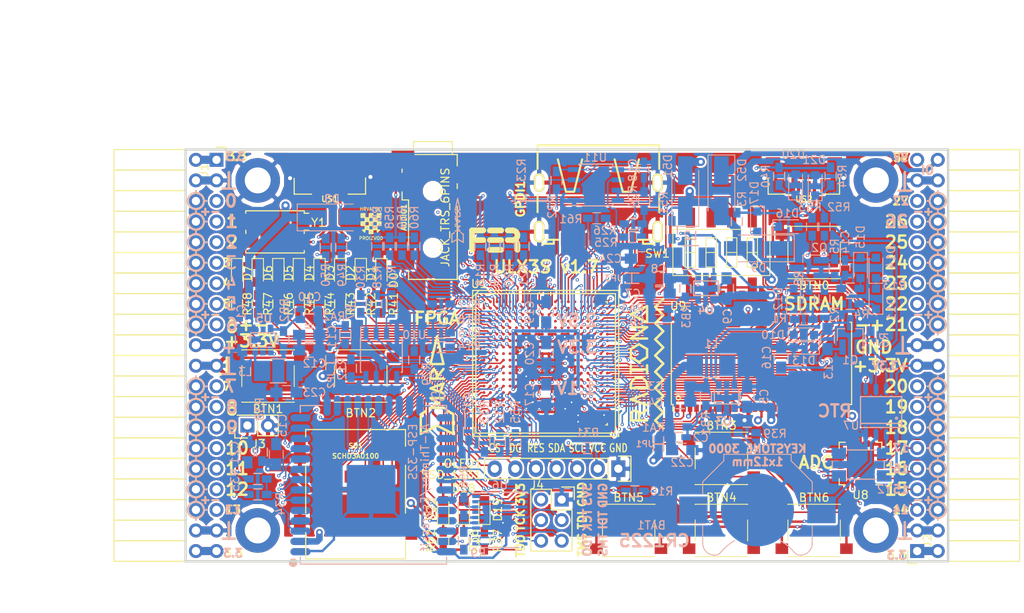
<source format=kicad_pcb>
(kicad_pcb (version 4) (host pcbnew 4.0.7+dfsg1-1)
  (layers (0 F.Cu signal) (1 In1.Cu signal) (2 In2.Cu signal) (31 B.Cu signal) (34 B.Paste user) (35 F.Paste user) (36 B.SilkS user) (37 F.SilkS user) (38 B.Mask user) (39 F.Mask user) (44 Edge.Cuts user))
  (net 0 "")
  (net 1 GND)
  (net 2 +5V)
  (net 3 /gpio/IN5V)
  (net 4 /gpio/OUT5V)
  (net 5 +3V3)
  (net 6 BTN_D)
  (net 7 BTN_F1)
  (net 8 BTN_F2)
  (net 9 BTN_L)
  (net 10 BTN_R)
  (net 11 BTN_U)
  (net 12 /power/FB1)
  (net 13 +2V5)
  (net 14 /power/PWREN)
  (net 15 /power/FB3)
  (net 16 /power/FB2)
  (net 17 "Net-(D9-Pad1)")
  (net 18 /power/VBAT)
  (net 19 JTAG_TDI)
  (net 20 JTAG_TCK)
  (net 21 JTAG_TMS)
  (net 22 JTAG_TDO)
  (net 23 /power/WAKEUPn)
  (net 24 /power/WKUP)
  (net 25 /power/SHUT)
  (net 26 /power/WAKE)
  (net 27 /power/HOLD)
  (net 28 /power/WKn)
  (net 29 /power/OSCI_32k)
  (net 30 /power/OSCO_32k)
  (net 31 "Net-(Q2-Pad3)")
  (net 32 SHUTDOWN)
  (net 33 /analog/AUDIO_L)
  (net 34 /analog/AUDIO_R)
  (net 35 GPDI_5V_SCL)
  (net 36 GPDI_5V_SDA)
  (net 37 GPDI_SDA)
  (net 38 GPDI_SCL)
  (net 39 /gpdi/VREF2)
  (net 40 SD_CMD)
  (net 41 SD_CLK)
  (net 42 SD_D0)
  (net 43 SD_D1)
  (net 44 USB5V)
  (net 45 GPDI_CEC)
  (net 46 nRESET)
  (net 47 FTDI_nDTR)
  (net 48 SDRAM_CKE)
  (net 49 SDRAM_A7)
  (net 50 SDRAM_D15)
  (net 51 SDRAM_BA1)
  (net 52 SDRAM_D7)
  (net 53 SDRAM_A6)
  (net 54 SDRAM_CLK)
  (net 55 SDRAM_D13)
  (net 56 SDRAM_BA0)
  (net 57 SDRAM_D6)
  (net 58 SDRAM_A5)
  (net 59 SDRAM_D14)
  (net 60 SDRAM_A11)
  (net 61 SDRAM_D12)
  (net 62 SDRAM_D5)
  (net 63 SDRAM_A4)
  (net 64 SDRAM_A10)
  (net 65 SDRAM_D11)
  (net 66 SDRAM_A3)
  (net 67 SDRAM_D4)
  (net 68 SDRAM_D10)
  (net 69 SDRAM_D9)
  (net 70 SDRAM_A9)
  (net 71 SDRAM_D3)
  (net 72 SDRAM_D8)
  (net 73 SDRAM_A8)
  (net 74 SDRAM_A2)
  (net 75 SDRAM_A1)
  (net 76 SDRAM_A0)
  (net 77 SDRAM_D2)
  (net 78 SDRAM_D1)
  (net 79 SDRAM_D0)
  (net 80 SDRAM_DQM0)
  (net 81 SDRAM_nCS)
  (net 82 SDRAM_nRAS)
  (net 83 SDRAM_DQM1)
  (net 84 SDRAM_nCAS)
  (net 85 SDRAM_nWE)
  (net 86 /flash/FLASH_nWP)
  (net 87 /flash/FLASH_nHOLD)
  (net 88 /flash/FLASH_MOSI)
  (net 89 /flash/FLASH_MISO)
  (net 90 /flash/FLASH_SCK)
  (net 91 /flash/FLASH_nCS)
  (net 92 /flash/FPGA_PROGRAMN)
  (net 93 /flash/FPGA_DONE)
  (net 94 /flash/FPGA_INITN)
  (net 95 OLED_RES)
  (net 96 OLED_DC)
  (net 97 OLED_CS)
  (net 98 WIFI_EN)
  (net 99 FTDI_nRTS)
  (net 100 FTDI_TXD)
  (net 101 FTDI_RXD)
  (net 102 WIFI_RXD)
  (net 103 WIFI_GPIO0)
  (net 104 WIFI_TXD)
  (net 105 GPDI_ETH-)
  (net 106 GPDI_ETH+)
  (net 107 GPDI_D2+)
  (net 108 GPDI_D2-)
  (net 109 GPDI_D1+)
  (net 110 GPDI_D1-)
  (net 111 GPDI_D0+)
  (net 112 GPDI_D0-)
  (net 113 GPDI_CLK+)
  (net 114 GPDI_CLK-)
  (net 115 USB_FTDI_D+)
  (net 116 USB_FTDI_D-)
  (net 117 J1_17-)
  (net 118 J1_17+)
  (net 119 J1_23-)
  (net 120 J1_23+)
  (net 121 J1_25-)
  (net 122 J1_25+)
  (net 123 J1_27-)
  (net 124 J1_27+)
  (net 125 J1_29-)
  (net 126 J1_29+)
  (net 127 J1_31-)
  (net 128 J1_31+)
  (net 129 J1_33-)
  (net 130 J1_33+)
  (net 131 J1_35-)
  (net 132 J1_35+)
  (net 133 J2_5-)
  (net 134 J2_5+)
  (net 135 J2_7-)
  (net 136 J2_7+)
  (net 137 J2_9-)
  (net 138 J2_9+)
  (net 139 J2_13-)
  (net 140 J2_13+)
  (net 141 J2_17-)
  (net 142 J2_17+)
  (net 143 J2_11-)
  (net 144 J2_11+)
  (net 145 J2_23-)
  (net 146 J2_23+)
  (net 147 J1_5-)
  (net 148 J1_5+)
  (net 149 J1_7-)
  (net 150 J1_7+)
  (net 151 J1_9-)
  (net 152 J1_9+)
  (net 153 J1_11-)
  (net 154 J1_11+)
  (net 155 J1_13-)
  (net 156 J1_13+)
  (net 157 J1_15-)
  (net 158 J1_15+)
  (net 159 J2_15-)
  (net 160 J2_15+)
  (net 161 J2_25-)
  (net 162 J2_25+)
  (net 163 J2_27-)
  (net 164 J2_27+)
  (net 165 J2_29-)
  (net 166 J2_29+)
  (net 167 J2_31-)
  (net 168 J2_31+)
  (net 169 J2_33-)
  (net 170 J2_33+)
  (net 171 J2_35-)
  (net 172 J2_35+)
  (net 173 SD_D3)
  (net 174 AUDIO_L3)
  (net 175 AUDIO_L2)
  (net 176 AUDIO_L1)
  (net 177 AUDIO_L0)
  (net 178 AUDIO_R3)
  (net 179 AUDIO_R2)
  (net 180 AUDIO_R1)
  (net 181 AUDIO_R0)
  (net 182 OLED_CLK)
  (net 183 OLED_MOSI)
  (net 184 LED0)
  (net 185 LED1)
  (net 186 LED2)
  (net 187 LED3)
  (net 188 LED4)
  (net 189 LED5)
  (net 190 LED6)
  (net 191 LED7)
  (net 192 BTN_PWRn)
  (net 193 FTDI_nTXLED)
  (net 194 FTDI_nSLEEP)
  (net 195 /blinkey/LED_PWREN)
  (net 196 /blinkey/LED_TXLED)
  (net 197 FT3V3)
  (net 198 /sdcard/SD3V3)
  (net 199 SD_D2)
  (net 200 CLK_25MHz)
  (net 201 /blinkey/BTNPUL)
  (net 202 /blinkey/BTNPUR)
  (net 203 USB_FPGA_D+)
  (net 204 /power/FTDI_nSUSPEND)
  (net 205 /blinkey/ALED0)
  (net 206 /blinkey/ALED1)
  (net 207 /blinkey/ALED2)
  (net 208 /blinkey/ALED3)
  (net 209 /blinkey/ALED4)
  (net 210 /blinkey/ALED5)
  (net 211 /blinkey/ALED6)
  (net 212 /blinkey/ALED7)
  (net 213 /usb/FTD-)
  (net 214 /usb/FTD+)
  (net 215 ADC_MISO)
  (net 216 ADC_MOSI)
  (net 217 ADC_CSn)
  (net 218 ADC_SCLK)
  (net 219 "Net-(R51-Pad2)")
  (net 220 SW3)
  (net 221 SW2)
  (net 222 SW1)
  (net 223 SW0)
  (net 224 USB_FPGA_D-)
  (net 225 /usb/FPD+)
  (net 226 /usb/FPD-)
  (net 227 WIFI_GPIO16)
  (net 228 WIFI_GPIO15)
  (net 229 /usb/ANT_433MHz)
  (net 230 /power/PWRBTn)
  (net 231 PROG_DONE)
  (net 232 /power/P3V3)
  (net 233 /power/P2V5)
  (net 234 /power/L1)
  (net 235 /power/L3)
  (net 236 /power/L2)
  (net 237 FTDI_TXDEN)
  (net 238 /wifi/WIFIOFF)
  (net 239 SDRAM_A12)
  (net 240 /analog/AUDIO_V)
  (net 241 AUDIO_V3)
  (net 242 AUDIO_V2)
  (net 243 AUDIO_V1)
  (net 244 AUDIO_V0)
  (net 245 /gpdi/FPGA_CEC)
  (net 246 /blinkey/LED_WIFI)
  (net 247 WIFI_GPIO2)
  (net 248 /power/P1V1)
  (net 249 +1V1)
  (module Socket_Strips:Socket_Strip_Angled_2x20 (layer F.Cu) (at 97.91 62.69 270)
    (fp_text reference J1 (at 1.27 1.524 270) (layer F.SilkS))
    (fp_text value CONN_02X20 hide)
    (pad 1 thru_hole rect (at 0 0 270) (size 1.7272 1.7272) (drill 1.016) (layers *.Cu *.Mask) (net 5 +3V3))
    (pad 2 thru_hole oval (at 0 2.54 270) (size 1.7272 1.7272) (drill 1.016) (layers *.Cu *.Mask) (net 5 +3V3))
    (pad 3 thru_hole oval (at 2.54 0 270) (size 1.7272 1.7272) (drill 1.016) (layers *.Cu *.Mask) (net 1 GND))
    (pad 4 thru_hole oval (at 2.54 2.54 270) (size 1.7272 1.7272) (drill 1.016) (layers *.Cu *.Mask) (net 1 GND))
    (pad 5 thru_hole oval (at 5.08 0 270) (size 1.7272 1.7272) (drill 1.016) (layers *.Cu *.Mask) (net 147 J1_5-))
    (pad 6 thru_hole oval (at 5.08 2.54 270) (size 1.7272 1.7272) (drill 1.016) (layers *.Cu *.Mask) (net 148 J1_5+))
    (pad 7 thru_hole oval (at 7.62 0 270) (size 1.7272 1.7272) (drill 1.016) (layers *.Cu *.Mask) (net 149 J1_7-))
    (pad 8 thru_hole oval (at 7.62 2.54 270) (size 1.7272 1.7272) (drill 1.016) (layers *.Cu *.Mask) (net 150 J1_7+))
    (pad 9 thru_hole oval (at 10.16 0 270) (size 1.7272 1.7272) (drill 1.016) (layers *.Cu *.Mask) (net 151 J1_9-))
    (pad 10 thru_hole oval (at 10.16 2.54 270) (size 1.7272 1.7272) (drill 1.016) (layers *.Cu *.Mask) (net 152 J1_9+))
    (pad 11 thru_hole oval (at 12.7 0 270) (size 1.7272 1.7272) (drill 1.016) (layers *.Cu *.Mask) (net 153 J1_11-))
    (pad 12 thru_hole oval (at 12.7 2.54 270) (size 1.7272 1.7272) (drill 1.016) (layers *.Cu *.Mask) (net 154 J1_11+))
    (pad 13 thru_hole oval (at 15.24 0 270) (size 1.7272 1.7272) (drill 1.016) (layers *.Cu *.Mask) (net 155 J1_13-))
    (pad 14 thru_hole oval (at 15.24 2.54 270) (size 1.7272 1.7272) (drill 1.016) (layers *.Cu *.Mask) (net 156 J1_13+))
    (pad 15 thru_hole oval (at 17.78 0 270) (size 1.7272 1.7272) (drill 1.016) (layers *.Cu *.Mask) (net 157 J1_15-))
    (pad 16 thru_hole oval (at 17.78 2.54 270) (size 1.7272 1.7272) (drill 1.016) (layers *.Cu *.Mask) (net 158 J1_15+))
    (pad 17 thru_hole oval (at 20.32 0 270) (size 1.7272 1.7272) (drill 1.016) (layers *.Cu *.Mask) (net 117 J1_17-))
    (pad 18 thru_hole oval (at 20.32 2.54 270) (size 1.7272 1.7272) (drill 1.016) (layers *.Cu *.Mask) (net 118 J1_17+))
    (pad 19 thru_hole oval (at 22.86 0 270) (size 1.7272 1.7272) (drill 1.016) (layers *.Cu *.Mask) (net 5 +3V3))
    (pad 20 thru_hole oval (at 22.86 2.54 270) (size 1.7272 1.7272) (drill 1.016) (layers *.Cu *.Mask) (net 5 +3V3))
    (pad 21 thru_hole oval (at 25.4 0 270) (size 1.7272 1.7272) (drill 1.016) (layers *.Cu *.Mask) (net 1 GND))
    (pad 22 thru_hole oval (at 25.4 2.54 270) (size 1.7272 1.7272) (drill 1.016) (layers *.Cu *.Mask) (net 1 GND))
    (pad 23 thru_hole oval (at 27.94 0 270) (size 1.7272 1.7272) (drill 1.016) (layers *.Cu *.Mask) (net 119 J1_23-))
    (pad 24 thru_hole oval (at 27.94 2.54 270) (size 1.7272 1.7272) (drill 1.016) (layers *.Cu *.Mask) (net 120 J1_23+))
    (pad 25 thru_hole oval (at 30.48 0 270) (size 1.7272 1.7272) (drill 1.016) (layers *.Cu *.Mask) (net 121 J1_25-))
    (pad 26 thru_hole oval (at 30.48 2.54 270) (size 1.7272 1.7272) (drill 1.016) (layers *.Cu *.Mask) (net 122 J1_25+))
    (pad 27 thru_hole oval (at 33.02 0 270) (size 1.7272 1.7272) (drill 1.016) (layers *.Cu *.Mask) (net 123 J1_27-))
    (pad 28 thru_hole oval (at 33.02 2.54 270) (size 1.7272 1.7272) (drill 1.016) (layers *.Cu *.Mask) (net 124 J1_27+))
    (pad 29 thru_hole oval (at 35.56 0 270) (size 1.7272 1.7272) (drill 1.016) (layers *.Cu *.Mask) (net 125 J1_29-))
    (pad 30 thru_hole oval (at 35.56 2.54 270) (size 1.7272 1.7272) (drill 1.016) (layers *.Cu *.Mask) (net 126 J1_29+))
    (pad 31 thru_hole oval (at 38.1 0 270) (size 1.7272 1.7272) (drill 1.016) (layers *.Cu *.Mask) (net 127 J1_31-))
    (pad 32 thru_hole oval (at 38.1 2.54 270) (size 1.7272 1.7272) (drill 1.016) (layers *.Cu *.Mask) (net 128 J1_31+))
    (pad 33 thru_hole oval (at 40.64 0 270) (size 1.7272 1.7272) (drill 1.016) (layers *.Cu *.Mask) (net 129 J1_33-))
    (pad 34 thru_hole oval (at 40.64 2.54 270) (size 1.7272 1.7272) (drill 1.016) (layers *.Cu *.Mask) (net 130 J1_33+))
    (pad 35 thru_hole oval (at 43.18 0 270) (size 1.7272 1.7272) (drill 1.016) (layers *.Cu *.Mask) (net 131 J1_35-))
    (pad 36 thru_hole oval (at 43.18 2.54 270) (size 1.7272 1.7272) (drill 1.016) (layers *.Cu *.Mask) (net 132 J1_35+))
    (pad 37 thru_hole oval (at 45.72 0 270) (size 1.7272 1.7272) (drill 1.016) (layers *.Cu *.Mask) (net 1 GND))
    (pad 38 thru_hole oval (at 45.72 2.54 270) (size 1.7272 1.7272) (drill 1.016) (layers *.Cu *.Mask) (net 1 GND))
    (pad 39 thru_hole oval (at 48.26 0 270) (size 1.7272 1.7272) (drill 1.016) (layers *.Cu *.Mask) (net 5 +3V3))
    (pad 40 thru_hole oval (at 48.26 2.54 270) (size 1.7272 1.7272) (drill 1.016) (layers *.Cu *.Mask) (net 5 +3V3))
  )
  (module SMD_Packages:1Pin (layer F.Cu) (at 182.67515 111.637626)
    (fp_text reference AE1 hide)
    (fp_text value 433MHz hide)
    (pad 1 smd rect (at 0 0) (size 0.5 0.5) (layers B.Cu F.Paste F.Mask) (net 229 /usb/ANT_433MHz))
  )
  (module Resistors_SMD:R_0603_HandSoldering (layer B.Cu) (at 103.498 98.758 90)
    (fp_text reference R38 (at 5.334 -0.254 90) (layer B.SilkS) (effects (justify mirror)))
    (fp_text value 0.47)
    (pad 1 smd rect (at -1.1 0 90) (size 1.2 0.9) (layers B.Cu B.Paste B.Mask) (net 198 /sdcard/SD3V3))
    (pad 2 smd rect (at 1.1 0 90) (size 1.2 0.9) (layers B.Cu B.Paste B.Mask) (net 5 +3V3))
  )
  (module jumper:SOLDER-JUMPER_1-WAY (layer B.Cu) (at 152.393 97.742 270)
    (fp_text reference JP1 (at 0 1.778 360) (layer B.SilkS) (effects (font (size 0.762 0.762) (thickness 0.1524)) (justify mirror)))
    (fp_text value 1.2 hide)
    (pad 1 smd rect (at -0.6 0 270) (size 1 1) (layers B.Cu B.Paste B.Mask) (net 248 /power/P1V1))
    (pad 2 smd rect (at 0.6 0 270) (size 1 1) (layers B.Cu B.Paste B.Mask) (net 249 +1V1))
  )
  (module ESP32-footprints-Lib:ESP-32S (layer B.Cu) (at 117.313 101.513)
    (fp_text reference U2 (at 7.902 -9.613 180) (layer B.SilkS) (effects (justify mirror)))
    (fp_text value ESP-32S)
    (fp_text user AI-Thinker/Espressif (at 6.3 1.6 270) (layer B.SilkS) (effects (justify mirror)))
    (fp_text user ESP-32S (at 4.8 -2.8 270) (layer B.SilkS) (effects (justify mirror)))
    (pad 38 smd oval (at 8.947434 9.517338 180) (size 2.5 0.9) (layers B.Cu B.Paste B.Mask) (net 1 GND))
    (pad 37 smd oval (at 8.947434 8.247338 180) (size 2.5 0.9) (layers B.Cu B.Paste B.Mask) (net 19 JTAG_TDI))
    (pad 36 smd oval (at 8.947434 6.977338 180) (size 2.5 0.9) (layers B.Cu B.Paste B.Mask) (net 231 PROG_DONE))
    (pad 35 smd oval (at 8.947434 5.707338 180) (size 2.5 0.9) (layers B.Cu B.Paste B.Mask) (net 104 WIFI_TXD))
    (pad 34 smd oval (at 8.947434 4.437338 180) (size 2.5 0.9) (layers B.Cu B.Paste B.Mask) (net 102 WIFI_RXD))
    (pad 33 smd oval (at 8.947434 3.167338 180) (size 2.5 0.9) (layers B.Cu B.Paste B.Mask) (net 21 JTAG_TMS))
    (pad 32 smd oval (at 8.947434 1.897338 180) (size 2.5 0.9) (layers B.Cu B.Paste B.Mask))
    (pad 31 smd oval (at 8.947434 0.627338 180) (size 2.5 0.9) (layers B.Cu B.Paste B.Mask) (net 22 JTAG_TDO))
    (pad 30 smd oval (at 8.947434 -0.642662 180) (size 2.5 0.9) (layers B.Cu B.Paste B.Mask) (net 20 JTAG_TCK))
    (pad 29 smd oval (at 8.947434 -1.912662 180) (size 2.5 0.9) (layers B.Cu B.Paste B.Mask))
    (pad 28 smd oval (at 8.947434 -3.182662 180) (size 2.5 0.9) (layers B.Cu B.Paste B.Mask))
    (pad 27 smd oval (at 8.947434 -4.452662 180) (size 2.5 0.9) (layers B.Cu B.Paste B.Mask) (net 227 WIFI_GPIO16))
    (pad 26 smd oval (at 8.947434 -5.722662 180) (size 2.5 0.9) (layers B.Cu B.Paste B.Mask))
    (pad 25 smd oval (at 8.947434 -6.992662 180) (size 2.5 0.9) (layers B.Cu B.Paste B.Mask) (net 103 WIFI_GPIO0))
    (pad 24 smd oval (at 5.662434 -8.482662 180) (size 0.9 2.5) (layers B.Cu B.Paste B.Mask) (net 247 WIFI_GPIO2))
    (pad 23 smd oval (at 4.392434 -8.482662 180) (size 0.9 2.5) (layers B.Cu B.Paste B.Mask) (net 228 WIFI_GPIO15))
    (pad 22 smd oval (at 3.122434 -8.482662 180) (size 0.9 2.5) (layers B.Cu B.Paste B.Mask) (net 43 SD_D1))
    (pad 21 smd oval (at 1.852434 -8.482662 180) (size 0.9 2.5) (layers B.Cu B.Paste B.Mask) (net 42 SD_D0))
    (pad 20 smd oval (at 0.582434 -8.482662 180) (size 0.9 2.5) (layers B.Cu B.Paste B.Mask) (net 41 SD_CLK))
    (pad 19 smd oval (at -0.687566 -8.482662 180) (size 0.9 2.5) (layers B.Cu B.Paste B.Mask) (net 40 SD_CMD))
    (pad 18 smd oval (at -1.957566 -8.482662 180) (size 0.9 2.5) (layers B.Cu B.Paste B.Mask) (net 173 SD_D3))
    (pad 17 smd oval (at -3.227566 -8.482662 180) (size 0.9 2.5) (layers B.Cu B.Paste B.Mask) (net 199 SD_D2))
    (pad 16 smd oval (at -4.497566 -8.482662 180) (size 0.9 2.5) (layers B.Cu B.Paste B.Mask) (net 123 J1_27-))
    (pad 15 smd oval (at -5.767566 -8.482662 180) (size 0.9 2.5) (layers B.Cu B.Paste B.Mask) (net 1 GND))
    (pad 14 smd oval (at -9.052566 -6.992662 180) (size 2.5 0.9) (layers B.Cu B.Paste B.Mask) (net 124 J1_27+))
    (pad 13 smd oval (at -9.052566 -5.722662 180) (size 2.5 0.9) (layers B.Cu B.Paste B.Mask) (net 125 J1_29-))
    (pad 12 smd oval (at -9.052566 -4.452662 180) (size 2.5 0.9) (layers B.Cu B.Paste B.Mask) (net 126 J1_29+))
    (pad 11 smd oval (at -9.052566 -3.182662 180) (size 2.5 0.9) (layers B.Cu B.Paste B.Mask) (net 127 J1_31-))
    (pad 10 smd oval (at -9.052566 -1.912662 180) (size 2.5 0.9) (layers B.Cu B.Paste B.Mask) (net 128 J1_31+))
    (pad 9 smd oval (at -9.052566 -0.642662 180) (size 2.5 0.9) (layers B.Cu B.Paste B.Mask) (net 129 J1_33-))
    (pad 8 smd oval (at -9.052566 0.627338 180) (size 2.5 0.9) (layers B.Cu B.Paste B.Mask) (net 130 J1_33+))
    (pad 7 smd oval (at -9.052566 1.897338 180) (size 2.5 0.9) (layers B.Cu B.Paste B.Mask) (net 131 J1_35-))
    (pad 6 smd oval (at -9.052566 3.167338 180) (size 2.5 0.9) (layers B.Cu B.Paste B.Mask) (net 132 J1_35+))
    (pad 5 smd oval (at -9.052566 4.437338 180) (size 2.5 0.9) (layers B.Cu B.Paste B.Mask))
    (pad 4 smd oval (at -9.052566 5.707338 180) (size 2.5 0.9) (layers B.Cu B.Paste B.Mask))
    (pad 3 smd oval (at -9.052566 6.977338 180) (size 2.5 0.9) (layers B.Cu B.Paste B.Mask) (net 98 WIFI_EN))
    (pad 2 smd oval (at -9.052566 8.247338 180) (size 2.5 0.9) (layers B.Cu B.Paste B.Mask) (net 5 +3V3))
    (pad 1 smd oval (at -9.052566 9.517338 180) (size 2.5 0.9) (layers B.Cu B.Paste B.Mask) (net 1 GND))
    (pad 39 smd rect (at -0.352566 1.817338 180) (size 6 6) (layers B.Cu B.Paste B.Mask) (net 1 GND))
  )
  (module Diodes_SMD:D_SMA_Handsoldering (layer B.Cu) (at 155.695 66.5 90)
    (fp_text reference D51 (at 3.048 -2.159 90) (layer B.SilkS) (effects (justify mirror)))
    (fp_text value STPS2L30AF hide)
    (pad 1 smd rect (at -2.5 0 90) (size 3.5 1.8) (layers B.Cu B.Paste B.Mask) (net 2 +5V))
    (pad 2 smd rect (at 2.5 0 90) (size 3.5 1.8) (layers B.Cu B.Paste B.Mask) (net 3 /gpio/IN5V))
  )
  (module Resistors_SMD:R_0603_HandSoldering (layer B.Cu) (at 154.044 71.326 90)
    (fp_text reference R51 (at 3.302 -1.016 90) (layer B.SilkS) (effects (justify mirror)))
    (fp_text value 150)
    (pad 1 smd rect (at -1.1 0 90) (size 1.2 0.9) (layers B.Cu B.Paste B.Mask) (net 5 +3V3))
    (pad 2 smd rect (at 1.1 0 90) (size 1.2 0.9) (layers B.Cu B.Paste B.Mask) (net 219 "Net-(R51-Pad2)"))
  )
  (module Resistors_SMD:R_1210_HandSoldering (layer B.Cu) (at 158.87 88.09 180)
    (fp_text reference L1 (at 0 2.7 180) (layer B.SilkS) (effects (justify mirror)))
    (fp_text value 2.2uH)
    (pad 1 smd rect (at -2 0 180) (size 2 2.5) (layers B.Cu B.Paste B.Mask) (net 234 /power/L1))
    (pad 2 smd rect (at 2 0 180) (size 2 2.5) (layers B.Cu B.Paste B.Mask) (net 248 /power/P1V1))
  )
  (module TSOT-25:TSOT-25 (layer B.Cu) (at 160.775 91.9)
    (fp_text reference U3 (at -0.381 3.048) (layer B.SilkS) (effects (font (thickness 0.2)) (justify mirror)))
    (fp_text value AP3429A)
    (pad 1 smd rect (at -0.95 -1.3) (size 0.7 1.2) (layers B.Cu B.Paste B.Mask) (net 14 /power/PWREN))
    (pad 2 smd rect (at 0 -1.3) (size 0.7 1.2) (layers B.Cu B.Paste B.Mask) (net 1 GND))
    (pad 3 smd rect (at 0.95 -1.3) (size 0.7 1.2) (layers B.Cu B.Paste B.Mask) (net 234 /power/L1))
    (pad 4 smd rect (at 0.95 1.3) (size 0.7 1.2) (layers B.Cu B.Paste B.Mask) (net 2 +5V))
    (pad 5 smd rect (at -0.95 1.3) (size 0.7 1.2) (layers B.Cu B.Paste B.Mask) (net 12 /power/FB1))
  )
  (module Resistors_SMD:R_1210_HandSoldering (layer B.Cu) (at 156.33 74.755 180)
    (fp_text reference L2 (at 0 2.7 180) (layer B.SilkS) (effects (justify mirror)))
    (fp_text value 2.2uH)
    (pad 1 smd rect (at -2 0 180) (size 2 2.5) (layers B.Cu B.Paste B.Mask) (net 235 /power/L3))
    (pad 2 smd rect (at 2 0 180) (size 2 2.5) (layers B.Cu B.Paste B.Mask) (net 232 /power/P3V3))
  )
  (module TSOT-25:TSOT-25 (layer B.Cu) (at 158.235 78.535)
    (fp_text reference U4 (at 0 2.697) (layer B.SilkS) (effects (font (thickness 0.2)) (justify mirror)))
    (fp_text value AP3429A)
    (pad 1 smd rect (at -0.95 -1.3) (size 0.7 1.2) (layers B.Cu B.Paste B.Mask) (net 14 /power/PWREN))
    (pad 2 smd rect (at 0 -1.3) (size 0.7 1.2) (layers B.Cu B.Paste B.Mask) (net 1 GND))
    (pad 3 smd rect (at 0.95 -1.3) (size 0.7 1.2) (layers B.Cu B.Paste B.Mask) (net 235 /power/L3))
    (pad 4 smd rect (at 0.95 1.3) (size 0.7 1.2) (layers B.Cu B.Paste B.Mask) (net 2 +5V))
    (pad 5 smd rect (at -0.95 1.3) (size 0.7 1.2) (layers B.Cu B.Paste B.Mask) (net 15 /power/FB3))
  )
  (module Resistors_SMD:R_1210_HandSoldering (layer B.Cu) (at 105.53 88.725)
    (fp_text reference L3 (at -4.064 0.127) (layer B.SilkS) (effects (justify mirror)))
    (fp_text value 2.2uH)
    (pad 1 smd rect (at -2 0) (size 2 2.5) (layers B.Cu B.Paste B.Mask) (net 236 /power/L2))
    (pad 2 smd rect (at 2 0) (size 2 2.5) (layers B.Cu B.Paste B.Mask) (net 233 /power/P2V5))
  )
  (module TSOT-25:TSOT-25 (layer B.Cu) (at 103.625 84.915 180)
    (fp_text reference U5 (at -0.127 2.667 180) (layer B.SilkS) (effects (font (thickness 0.2)) (justify mirror)))
    (fp_text value AP3429A)
    (pad 1 smd rect (at -0.95 -1.3 180) (size 0.7 1.2) (layers B.Cu B.Paste B.Mask) (net 14 /power/PWREN))
    (pad 2 smd rect (at 0 -1.3 180) (size 0.7 1.2) (layers B.Cu B.Paste B.Mask) (net 1 GND))
    (pad 3 smd rect (at 0.95 -1.3 180) (size 0.7 1.2) (layers B.Cu B.Paste B.Mask) (net 236 /power/L2))
    (pad 4 smd rect (at 0.95 1.3 180) (size 0.7 1.2) (layers B.Cu B.Paste B.Mask) (net 2 +5V))
    (pad 5 smd rect (at -0.95 1.3 180) (size 0.7 1.2) (layers B.Cu B.Paste B.Mask) (net 16 /power/FB2))
  )
  (module Capacitors_SMD:C_0805_HandSoldering (layer B.Cu) (at 101.085 84.915 270)
    (fp_text reference C1 (at -3.429 0.127 270) (layer B.SilkS) (effects (justify mirror)))
    (fp_text value 22uF)
    (pad 1 smd rect (at -1.25 0 270) (size 1.5 1.25) (layers B.Cu B.Paste B.Mask) (net 2 +5V))
    (pad 2 smd rect (at 1.25 0 270) (size 1.5 1.25) (layers B.Cu B.Paste B.Mask) (net 1 GND))
  )
  (module Capacitors_SMD:C_0805_HandSoldering (layer B.Cu) (at 155.06 90.63)
    (fp_text reference C3 (at -3.048 0) (layer B.SilkS) (effects (justify mirror)))
    (fp_text value 22uF)
    (pad 1 smd rect (at -1.25 0) (size 1.5 1.25) (layers B.Cu B.Paste B.Mask) (net 248 /power/P1V1))
    (pad 2 smd rect (at 1.25 0) (size 1.5 1.25) (layers B.Cu B.Paste B.Mask) (net 1 GND))
  )
  (module Capacitors_SMD:C_0805_HandSoldering (layer B.Cu) (at 155.06 92.535)
    (fp_text reference C4 (at -3.048 0.127) (layer B.SilkS) (effects (justify mirror)))
    (fp_text value 22uF)
    (pad 1 smd rect (at -1.25 0) (size 1.5 1.25) (layers B.Cu B.Paste B.Mask) (net 248 /power/P1V1))
    (pad 2 smd rect (at 1.25 0) (size 1.5 1.25) (layers B.Cu B.Paste B.Mask) (net 1 GND))
  )
  (module Capacitors_SMD:C_0805_HandSoldering (layer B.Cu) (at 163.315 91.9 90)
    (fp_text reference C5 (at 0 2.1 90) (layer B.SilkS) (effects (justify mirror)))
    (fp_text value 22uF)
    (pad 1 smd rect (at -1.25 0 90) (size 1.5 1.25) (layers B.Cu B.Paste B.Mask) (net 2 +5V))
    (pad 2 smd rect (at 1.25 0 90) (size 1.5 1.25) (layers B.Cu B.Paste B.Mask) (net 1 GND))
  )
  (module Capacitors_SMD:C_0805_HandSoldering (layer B.Cu) (at 152.52 79.2)
    (fp_text reference C7 (at -3.302 0) (layer B.SilkS) (effects (justify mirror)))
    (fp_text value 22uF)
    (pad 1 smd rect (at -1.25 0) (size 1.5 1.25) (layers B.Cu B.Paste B.Mask) (net 232 /power/P3V3))
    (pad 2 smd rect (at 1.25 0) (size 1.5 1.25) (layers B.Cu B.Paste B.Mask) (net 1 GND))
  )
  (module Capacitors_SMD:C_0805_HandSoldering (layer B.Cu) (at 152.52 77.295)
    (fp_text reference C8 (at -0.127 -1.143) (layer B.SilkS) (effects (justify mirror)))
    (fp_text value 22uF)
    (pad 1 smd rect (at -1.25 0) (size 1.5 1.25) (layers B.Cu B.Paste B.Mask) (net 232 /power/P3V3))
    (pad 2 smd rect (at 1.25 0) (size 1.5 1.25) (layers B.Cu B.Paste B.Mask) (net 1 GND))
  )
  (module Capacitors_SMD:C_0805_HandSoldering (layer B.Cu) (at 160.775 78.565 90)
    (fp_text reference C9 (at -3.429 0.127 90) (layer B.SilkS) (effects (justify mirror)))
    (fp_text value 22uF)
    (pad 1 smd rect (at -1.25 0 90) (size 1.5 1.25) (layers B.Cu B.Paste B.Mask) (net 2 +5V))
    (pad 2 smd rect (at 1.25 0 90) (size 1.5 1.25) (layers B.Cu B.Paste B.Mask) (net 1 GND))
  )
  (module Capacitors_SMD:C_0805_HandSoldering (layer B.Cu) (at 109.34 84.28 180)
    (fp_text reference C11 (at -2.794 -0.254 270) (layer B.SilkS) (effects (justify mirror)))
    (fp_text value 22uF)
    (pad 1 smd rect (at -1.25 0 180) (size 1.5 1.25) (layers B.Cu B.Paste B.Mask) (net 233 /power/P2V5))
    (pad 2 smd rect (at 1.25 0 180) (size 1.5 1.25) (layers B.Cu B.Paste B.Mask) (net 1 GND))
  )
  (module Capacitors_SMD:C_0805_HandSoldering (layer B.Cu) (at 109.34 86.185 180)
    (fp_text reference C12 (at -0.635 -1.615 360) (layer B.SilkS) (effects (justify mirror)))
    (fp_text value 22uF)
    (pad 1 smd rect (at -1.25 0 180) (size 1.5 1.25) (layers B.Cu B.Paste B.Mask) (net 233 /power/P2V5))
    (pad 2 smd rect (at 1.25 0 180) (size 1.5 1.25) (layers B.Cu B.Paste B.Mask) (net 1 GND))
  )
  (module Power_Integrations:SO-8 (layer B.Cu) (at 179.825 93.805 180)
    (fp_text reference U7 (at 3.683 -1.651 180) (layer B.SilkS) (effects (justify mirror)))
    (fp_text value PCF8523)
    (pad 1 smd oval (at -1.905 -2.794 180) (size 0.6096 1.4732) (layers B.Cu B.Paste B.Mask) (net 29 /power/OSCI_32k))
    (pad 2 smd oval (at -0.635 -2.794 180) (size 0.6096 1.4732) (layers B.Cu B.Paste B.Mask) (net 30 /power/OSCO_32k))
    (pad 3 smd oval (at 0.635 -2.794 180) (size 0.6096 1.4732) (layers B.Cu B.Paste B.Mask) (net 18 /power/VBAT))
    (pad 4 smd oval (at 1.905 -2.794 180) (size 0.6096 1.4732) (layers B.Cu B.Paste B.Mask) (net 1 GND))
    (pad 5 smd oval (at 1.905 2.794 180) (size 0.6096 1.4732) (layers B.Cu B.Paste B.Mask) (net 37 GPDI_SDA))
    (pad 6 smd oval (at 0.635 2.794 180) (size 0.6096 1.4732) (layers B.Cu B.Paste B.Mask) (net 38 GPDI_SCL))
    (pad 7 smd oval (at -0.635 2.794 180) (size 0.6096 1.4732) (layers B.Cu B.Paste B.Mask) (net 23 /power/WAKEUPn))
    (pad 8 smd oval (at -1.905 2.794 180) (size 0.6096 1.4732) (layers B.Cu B.Paste B.Mask) (net 5 +3V3))
  )
  (module Capacitors_SMD:C_0805_HandSoldering (layer B.Cu) (at 173.221 84.788 90)
    (fp_text reference C13 (at -3.556 0.127 90) (layer B.SilkS) (effects (justify mirror)))
    (fp_text value 2.2uF)
    (pad 1 smd rect (at -1.25 0 90) (size 1.5 1.25) (layers B.Cu B.Paste B.Mask) (net 2 +5V))
    (pad 2 smd rect (at 1.25 0 90) (size 1.5 1.25) (layers B.Cu B.Paste B.Mask) (net 24 /power/WKUP))
  )
  (module TSOP54:TSOP54 (layer F.Cu) (at 165.08 87.8 90)
    (fp_text reference U9 (at 7.076 -10.274 180) (layer F.SilkS))
    (fp_text value MT48LC4M16A2TG)
    (pad 28 smd rect (at 5.53 10.4 90) (size 0.9 0.56) (layers F.Cu F.Paste F.Mask) (net 1 GND))
    (pad 1 smd rect (at -5.53 -10.4 90) (size 0.9 0.56) (layers F.Cu F.Paste F.Mask) (net 5 +3V3))
    (pad 2 smd rect (at -5.53 -9.6 90) (size 0.9 0.56) (layers F.Cu F.Paste F.Mask) (net 79 SDRAM_D0))
    (pad 3 smd rect (at -5.53 -8.8 90) (size 0.9 0.56) (layers F.Cu F.Paste F.Mask) (net 5 +3V3))
    (pad 4 smd rect (at -5.53 -8 90) (size 0.9 0.56) (layers F.Cu F.Paste F.Mask) (net 78 SDRAM_D1))
    (pad 5 smd rect (at -5.53 -7.2 90) (size 0.9 0.56) (layers F.Cu F.Paste F.Mask) (net 77 SDRAM_D2))
    (pad 6 smd rect (at -5.53 -6.4 90) (size 0.9 0.56) (layers F.Cu F.Paste F.Mask) (net 1 GND))
    (pad 7 smd rect (at -5.53 -5.6 90) (size 0.9 0.56) (layers F.Cu F.Paste F.Mask) (net 71 SDRAM_D3))
    (pad 8 smd rect (at -5.53 -4.8 90) (size 0.9 0.56) (layers F.Cu F.Paste F.Mask) (net 67 SDRAM_D4))
    (pad 9 smd rect (at -5.53 -4 90) (size 0.9 0.56) (layers F.Cu F.Paste F.Mask) (net 5 +3V3))
    (pad 10 smd rect (at -5.53 -3.2 90) (size 0.9 0.56) (layers F.Cu F.Paste F.Mask) (net 62 SDRAM_D5))
    (pad 11 smd rect (at -5.53 -2.4 90) (size 0.9 0.56) (layers F.Cu F.Paste F.Mask) (net 57 SDRAM_D6))
    (pad 12 smd rect (at -5.53 -1.6 90) (size 0.9 0.56) (layers F.Cu F.Paste F.Mask) (net 1 GND))
    (pad 13 smd rect (at -5.53 -0.8 90) (size 0.9 0.56) (layers F.Cu F.Paste F.Mask) (net 52 SDRAM_D7))
    (pad 14 smd rect (at -5.53 0 90) (size 0.9 0.56) (layers F.Cu F.Paste F.Mask) (net 5 +3V3))
    (pad 15 smd rect (at -5.53 0.8 90) (size 0.9 0.56) (layers F.Cu F.Paste F.Mask) (net 80 SDRAM_DQM0))
    (pad 16 smd rect (at -5.53 1.6 90) (size 0.9 0.56) (layers F.Cu F.Paste F.Mask) (net 85 SDRAM_nWE))
    (pad 17 smd rect (at -5.53 2.4 90) (size 0.9 0.56) (layers F.Cu F.Paste F.Mask) (net 84 SDRAM_nCAS))
    (pad 18 smd rect (at -5.53 3.2 90) (size 0.9 0.56) (layers F.Cu F.Paste F.Mask) (net 82 SDRAM_nRAS))
    (pad 19 smd rect (at -5.53 4 90) (size 0.9 0.56) (layers F.Cu F.Paste F.Mask) (net 81 SDRAM_nCS))
    (pad 20 smd rect (at -5.53 4.8 90) (size 0.9 0.56) (layers F.Cu F.Paste F.Mask) (net 56 SDRAM_BA0))
    (pad 21 smd rect (at -5.53 5.6 90) (size 0.9 0.56) (layers F.Cu F.Paste F.Mask) (net 51 SDRAM_BA1))
    (pad 22 smd rect (at -5.53 6.4 90) (size 0.9 0.56) (layers F.Cu F.Paste F.Mask) (net 64 SDRAM_A10))
    (pad 23 smd rect (at -5.53 7.2 90) (size 0.9 0.56) (layers F.Cu F.Paste F.Mask) (net 76 SDRAM_A0))
    (pad 24 smd rect (at -5.53 8 90) (size 0.9 0.56) (layers F.Cu F.Paste F.Mask) (net 75 SDRAM_A1))
    (pad 25 smd rect (at -5.53 8.8 90) (size 0.9 0.56) (layers F.Cu F.Paste F.Mask) (net 74 SDRAM_A2))
    (pad 26 smd rect (at -5.53 9.6 90) (size 0.9 0.56) (layers F.Cu F.Paste F.Mask) (net 66 SDRAM_A3))
    (pad 27 smd rect (at -5.53 10.4 90) (size 0.9 0.56) (layers F.Cu F.Paste F.Mask) (net 5 +3V3))
    (pad 29 smd rect (at 5.53 9.6 90) (size 0.9 0.56) (layers F.Cu F.Paste F.Mask) (net 63 SDRAM_A4))
    (pad 30 smd rect (at 5.53 8.8 90) (size 0.9 0.56) (layers F.Cu F.Paste F.Mask) (net 58 SDRAM_A5))
    (pad 31 smd rect (at 5.53 8 90) (size 0.9 0.56) (layers F.Cu F.Paste F.Mask) (net 53 SDRAM_A6))
    (pad 32 smd rect (at 5.53 7.2 90) (size 0.9 0.56) (layers F.Cu F.Paste F.Mask) (net 49 SDRAM_A7))
    (pad 33 smd rect (at 5.53 6.4 90) (size 0.9 0.56) (layers F.Cu F.Paste F.Mask) (net 73 SDRAM_A8))
    (pad 34 smd rect (at 5.53 5.6 90) (size 0.9 0.56) (layers F.Cu F.Paste F.Mask) (net 70 SDRAM_A9))
    (pad 35 smd rect (at 5.53 4.8 90) (size 0.9 0.56) (layers F.Cu F.Paste F.Mask) (net 60 SDRAM_A11))
    (pad 36 smd rect (at 5.53 4 90) (size 0.9 0.56) (layers F.Cu F.Paste F.Mask) (net 239 SDRAM_A12))
    (pad 37 smd rect (at 5.53 3.2 90) (size 0.9 0.56) (layers F.Cu F.Paste F.Mask) (net 48 SDRAM_CKE))
    (pad 38 smd rect (at 5.53 2.4 90) (size 0.9 0.56) (layers F.Cu F.Paste F.Mask) (net 54 SDRAM_CLK))
    (pad 39 smd rect (at 5.53 1.6 90) (size 0.9 0.56) (layers F.Cu F.Paste F.Mask) (net 83 SDRAM_DQM1))
    (pad 40 smd rect (at 5.53 0.8 90) (size 0.9 0.56) (layers F.Cu F.Paste F.Mask))
    (pad 41 smd rect (at 5.53 0 90) (size 0.9 0.56) (layers F.Cu F.Paste F.Mask) (net 1 GND))
    (pad 42 smd rect (at 5.53 -0.8 90) (size 0.9 0.56) (layers F.Cu F.Paste F.Mask) (net 72 SDRAM_D8))
    (pad 43 smd rect (at 5.53 -1.6 90) (size 0.9 0.56) (layers F.Cu F.Paste F.Mask) (net 5 +3V3))
    (pad 44 smd rect (at 5.53 -2.4 90) (size 0.9 0.56) (layers F.Cu F.Paste F.Mask) (net 69 SDRAM_D9))
    (pad 45 smd rect (at 5.53 -3.2 90) (size 0.9 0.56) (layers F.Cu F.Paste F.Mask) (net 68 SDRAM_D10))
    (pad 46 smd rect (at 5.53 -4 90) (size 0.9 0.56) (layers F.Cu F.Paste F.Mask) (net 1 GND))
    (pad 47 smd rect (at 5.53 -4.8 90) (size 0.9 0.56) (layers F.Cu F.Paste F.Mask) (net 65 SDRAM_D11))
    (pad 48 smd rect (at 5.53 -5.6 90) (size 0.9 0.56) (layers F.Cu F.Paste F.Mask) (net 61 SDRAM_D12))
    (pad 49 smd rect (at 5.53 -6.4 90) (size 0.9 0.56) (layers F.Cu F.Paste F.Mask) (net 5 +3V3))
    (pad 50 smd rect (at 5.53 -7.2 90) (size 0.9 0.56) (layers F.Cu F.Paste F.Mask) (net 55 SDRAM_D13))
    (pad 51 smd rect (at 5.53 -8 90) (size 0.9 0.56) (layers F.Cu F.Paste F.Mask) (net 59 SDRAM_D14))
    (pad 52 smd rect (at 5.53 -8.8 90) (size 0.9 0.56) (layers F.Cu F.Paste F.Mask) (net 1 GND))
    (pad 53 smd rect (at 5.53 -9.6 90) (size 0.9 0.56) (layers F.Cu F.Paste F.Mask) (net 50 SDRAM_D15))
    (pad 54 smd rect (at 5.53 -10.4 90) (size 0.9 0.56) (layers F.Cu F.Paste F.Mask) (net 1 GND))
  )
  (module TO_SOT_Packages_SMD:SOT-23_Handsoldering (layer B.Cu) (at 176.015 84.28 90)
    (fp_text reference Q1 (at -3.1115 0 180) (layer B.SilkS) (effects (justify mirror)))
    (fp_text value BC857)
    (pad 1 smd rect (at -1.5 0.95 90) (size 1.9 0.8) (layers B.Cu B.Paste B.Mask) (net 28 /power/WKn))
    (pad 2 smd rect (at -1.5 -0.95 90) (size 1.9 0.8) (layers B.Cu B.Paste B.Mask) (net 2 +5V))
    (pad 3 smd rect (at 1.5 0 90) (size 1.9 0.8) (layers B.Cu B.Paste B.Mask) (net 24 /power/WKUP))
  )
  (module TO_SOT_Packages_SMD:SOT-23_Handsoldering (layer B.Cu) (at 170.935 76.025 180)
    (fp_text reference Q2 (at -1.295 2.5 180) (layer B.SilkS) (effects (justify mirror)))
    (fp_text value 2N7002)
    (pad 1 smd rect (at -1.5 0.95 180) (size 1.9 0.8) (layers B.Cu B.Paste B.Mask) (net 25 /power/SHUT))
    (pad 2 smd rect (at -1.5 -0.95 180) (size 1.9 0.8) (layers B.Cu B.Paste B.Mask) (net 1 GND))
    (pad 3 smd rect (at 1.5 0 180) (size 1.9 0.8) (layers B.Cu B.Paste B.Mask) (net 31 "Net-(Q2-Pad3)"))
  )
  (module Capacitors_SMD:C_0603_HandSoldering (layer B.Cu) (at 154.86 96.91)
    (fp_text reference C2 (at 2.74 0.07) (layer B.SilkS) (effects (justify mirror)))
    (fp_text value 470pF)
    (pad 1 smd rect (at -0.95 0) (size 1.2 0.75) (layers B.Cu B.Paste B.Mask) (net 248 /power/P1V1))
    (pad 2 smd rect (at 0.95 0) (size 1.2 0.75) (layers B.Cu B.Paste B.Mask) (net 12 /power/FB1))
  )
  (module Capacitors_SMD:C_0603_HandSoldering (layer B.Cu) (at 152.52 82.375)
    (fp_text reference C6 (at -2.794 0.127) (layer B.SilkS) (effects (justify mirror)))
    (fp_text value 470pF)
    (pad 1 smd rect (at -0.95 0) (size 1.2 0.75) (layers B.Cu B.Paste B.Mask) (net 232 /power/P3V3))
    (pad 2 smd rect (at 0.95 0) (size 1.2 0.75) (layers B.Cu B.Paste B.Mask) (net 15 /power/FB3))
  )
  (module Capacitors_SMD:C_0603_HandSoldering (layer B.Cu) (at 109.34 81.105 180)
    (fp_text reference C10 (at -0.04 1.505 180) (layer B.SilkS) (effects (justify mirror)))
    (fp_text value 470pF)
    (pad 1 smd rect (at -0.95 0 180) (size 1.2 0.75) (layers B.Cu B.Paste B.Mask) (net 233 /power/P2V5))
    (pad 2 smd rect (at 0.95 0 180) (size 1.2 0.75) (layers B.Cu B.Paste B.Mask) (net 16 /power/FB2))
  )
  (module Capacitors_SMD:C_0603_HandSoldering (layer B.Cu) (at 175.38 76.025 270)
    (fp_text reference C14 (at -3.175 0 270) (layer B.SilkS) (effects (justify mirror)))
    (fp_text value 100nF)
    (pad 1 smd rect (at -0.95 0 270) (size 1.2 0.75) (layers B.Cu B.Paste B.Mask) (net 25 /power/SHUT))
    (pad 2 smd rect (at 0.95 0 270) (size 1.2 0.75) (layers B.Cu B.Paste B.Mask) (net 1 GND))
  )
  (module Resistors_SMD:R_0603_HandSoldering (layer B.Cu) (at 170.3 82.375)
    (fp_text reference R1 (at -3.048 -0.127) (layer B.SilkS) (effects (justify mirror)))
    (fp_text value 15k)
    (pad 1 smd rect (at -1.1 0) (size 1.2 0.9) (layers B.Cu B.Paste B.Mask) (net 26 /power/WAKE))
    (pad 2 smd rect (at 1.1 0) (size 1.2 0.9) (layers B.Cu B.Paste B.Mask) (net 14 /power/PWREN))
  )
  (module Resistors_SMD:R_0603_HandSoldering (layer B.Cu) (at 172.84 79.835 90)
    (fp_text reference R2 (at -1.905 1.27 90) (layer B.SilkS) (effects (justify mirror)))
    (fp_text value 47k)
    (pad 1 smd rect (at -1.1 0 90) (size 1.2 0.9) (layers B.Cu B.Paste B.Mask) (net 14 /power/PWREN))
    (pad 2 smd rect (at 1.1 0 90) (size 1.2 0.9) (layers B.Cu B.Paste B.Mask) (net 1 GND))
  )
  (module Resistors_SMD:R_0603_HandSoldering (layer B.Cu) (at 176.015 80.47 180)
    (fp_text reference R4 (at -1.397 -1.27 360) (layer B.SilkS) (effects (justify mirror)))
    (fp_text value 15k)
    (pad 1 smd rect (at -1.1 0 180) (size 1.2 0.9) (layers B.Cu B.Paste B.Mask) (net 27 /power/HOLD))
    (pad 2 smd rect (at 1.1 0 180) (size 1.2 0.9) (layers B.Cu B.Paste B.Mask) (net 14 /power/PWREN))
  )
  (module Resistors_SMD:R_0603_HandSoldering (layer B.Cu) (at 174.11 76.025 270)
    (fp_text reference R5 (at -2.667 0 270) (layer B.SilkS) (effects (justify mirror)))
    (fp_text value 4.7M)
    (pad 1 smd rect (at -1.1 0 270) (size 1.2 0.9) (layers B.Cu B.Paste B.Mask) (net 25 /power/SHUT))
    (pad 2 smd rect (at 1.1 0 270) (size 1.2 0.9) (layers B.Cu B.Paste B.Mask) (net 1 GND))
  )
  (module Resistors_SMD:R_0603_HandSoldering (layer B.Cu) (at 178.555 84.915 270)
    (fp_text reference R6 (at 0 -1.651 270) (layer B.SilkS) (effects (justify mirror)))
    (fp_text value 1k)
    (pad 1 smd rect (at -1.1 0 270) (size 1.2 0.9) (layers B.Cu B.Paste B.Mask) (net 28 /power/WKn))
    (pad 2 smd rect (at 1.1 0 270) (size 1.2 0.9) (layers B.Cu B.Paste B.Mask) (net 23 /power/WAKEUPn))
  )
  (module Resistors_SMD:R_0603_HandSoldering (layer B.Cu) (at 113.785 84.28 270)
    (fp_text reference R7 (at -2.794 -0.635 270) (layer B.SilkS) (effects (justify mirror)))
    (fp_text value 150)
    (pad 1 smd rect (at -1.1 0 270) (size 1.2 0.9) (layers B.Cu B.Paste B.Mask) (net 5 +3V3))
    (pad 2 smd rect (at 1.1 0 270) (size 1.2 0.9) (layers B.Cu B.Paste B.Mask) (net 201 /blinkey/BTNPUL))
  )
  (module Resistors_SMD:R_0603_HandSoldering (layer B.Cu) (at 170.935 79.835 90)
    (fp_text reference R8 (at 2.54 -1.27 90) (layer B.SilkS) (effects (justify mirror)))
    (fp_text value 1k)
    (pad 1 smd rect (at -1.1 0 90) (size 1.2 0.9) (layers B.Cu B.Paste B.Mask) (net 14 /power/PWREN))
    (pad 2 smd rect (at 1.1 0 90) (size 1.2 0.9) (layers B.Cu B.Paste B.Mask) (net 31 "Net-(Q2-Pad3)"))
  )
  (module Resistors_SMD:R_0603_HandSoldering (layer B.Cu) (at 128.39 109.68 270)
    (fp_text reference R9 (at 1.524 -1.778 360) (layer B.SilkS) (effects (justify mirror)))
    (fp_text value 15k)
    (pad 1 smd rect (at -1.1 0 270) (size 1.2 0.9) (layers B.Cu B.Paste B.Mask) (net 46 nRESET))
    (pad 2 smd rect (at 1.1 0 270) (size 1.2 0.9) (layers B.Cu B.Paste B.Mask) (net 197 FT3V3))
  )
  (module Resistors_SMD:R_0603_HandSoldering (layer B.Cu) (at 149.472 103.584 180)
    (fp_text reference R10 (at -3.302 0 180) (layer B.SilkS) (effects (justify mirror)))
    (fp_text value 150)
    (pad 1 smd rect (at -1.1 0 180) (size 1.2 0.9) (layers B.Cu B.Paste B.Mask) (net 204 /power/FTDI_nSUSPEND))
    (pad 2 smd rect (at 1.1 0 180) (size 1.2 0.9) (layers B.Cu B.Paste B.Mask) (net 194 FTDI_nSLEEP))
  )
  (module Resistors_SMD:R_0603_HandSoldering (layer B.Cu) (at 176.015 78.565 180)
    (fp_text reference R13 (at -5.461 0.381 180) (layer B.SilkS) (effects (justify mirror)))
    (fp_text value 15k)
    (pad 1 smd rect (at -1.1 0 180) (size 1.2 0.9) (layers B.Cu B.Paste B.Mask) (net 32 SHUTDOWN))
    (pad 2 smd rect (at 1.1 0 180) (size 1.2 0.9) (layers B.Cu B.Paste B.Mask) (net 1 GND))
  )
  (module Resistors_SMD:R_0603_HandSoldering (layer B.Cu) (at 154.86 95.64)
    (fp_text reference RA1 (at -3.102 0.07) (layer B.SilkS) (effects (justify mirror)))
    (fp_text value 15k)
    (pad 1 smd rect (at -1.1 0) (size 1.2 0.9) (layers B.Cu B.Paste B.Mask) (net 248 /power/P1V1))
    (pad 2 smd rect (at 1.1 0) (size 1.2 0.9) (layers B.Cu B.Paste B.Mask) (net 12 /power/FB1))
  )
  (module Resistors_SMD:R_0603_HandSoldering (layer B.Cu) (at 109.34 82.375 180)
    (fp_text reference RA2 (at -3.048 0.381 360) (layer B.SilkS) (effects (justify mirror)))
    (fp_text value 15k)
    (pad 1 smd rect (at -1.1 0 180) (size 1.2 0.9) (layers B.Cu B.Paste B.Mask) (net 233 /power/P2V5))
    (pad 2 smd rect (at 1.1 0 180) (size 1.2 0.9) (layers B.Cu B.Paste B.Mask) (net 16 /power/FB2))
  )
  (module Resistors_SMD:R_0603_HandSoldering (layer B.Cu) (at 152.52 81.105)
    (fp_text reference RA3 (at -3.302 -0.127) (layer B.SilkS) (effects (justify mirror)))
    (fp_text value 15k)
    (pad 1 smd rect (at -1.1 0) (size 1.2 0.9) (layers B.Cu B.Paste B.Mask) (net 232 /power/P3V3))
    (pad 2 smd rect (at 1.1 0) (size 1.2 0.9) (layers B.Cu B.Paste B.Mask) (net 15 /power/FB3))
  )
  (module Resistors_SMD:R_0603_HandSoldering (layer B.Cu) (at 158.235 91.9 270)
    (fp_text reference RB1 (at 3.302 0 270) (layer B.SilkS) (effects (justify mirror)))
    (fp_text value 18k)
    (pad 1 smd rect (at -1.1 0 270) (size 1.2 0.9) (layers B.Cu B.Paste B.Mask) (net 1 GND))
    (pad 2 smd rect (at 1.1 0 270) (size 1.2 0.9) (layers B.Cu B.Paste B.Mask) (net 12 /power/FB1))
  )
  (module Resistors_SMD:R_0603_HandSoldering (layer B.Cu) (at 106.165 84.915 90)
    (fp_text reference RB2 (at 3.683 0.127 90) (layer B.SilkS) (effects (justify mirror)))
    (fp_text value 4.7k)
    (pad 1 smd rect (at -1.1 0 90) (size 1.2 0.9) (layers B.Cu B.Paste B.Mask) (net 1 GND))
    (pad 2 smd rect (at 1.1 0 90) (size 1.2 0.9) (layers B.Cu B.Paste B.Mask) (net 16 /power/FB2))
  )
  (module Resistors_SMD:R_0603_HandSoldering (layer B.Cu) (at 155.695 78.565 270)
    (fp_text reference RB3 (at 3.429 -0.127 270) (layer B.SilkS) (effects (justify mirror)))
    (fp_text value 3.3k)
    (pad 1 smd rect (at -1.1 0 270) (size 1.2 0.9) (layers B.Cu B.Paste B.Mask) (net 1 GND))
    (pad 2 smd rect (at 1.1 0 270) (size 1.2 0.9) (layers B.Cu B.Paste B.Mask) (net 15 /power/FB3))
  )
  (module Resistors_SMD:R_0603_HandSoldering (layer B.Cu) (at 125.596 85.804 180)
    (fp_text reference R14 (at -3.47 0.127 180) (layer B.SilkS) (effects (justify mirror)))
    (fp_text value 1.2k)
    (pad 1 smd rect (at -1.1 0 180) (size 1.2 0.9) (layers B.Cu B.Paste B.Mask) (net 174 AUDIO_L3))
    (pad 2 smd rect (at 1.1 0 180) (size 1.2 0.9) (layers B.Cu B.Paste B.Mask) (net 33 /analog/AUDIO_L))
  )
  (module Resistors_SMD:R_0603_HandSoldering (layer B.Cu) (at 125.596 84.026 180)
    (fp_text reference R15 (at -3.47 -0.001 180) (layer B.SilkS) (effects (justify mirror)))
    (fp_text value 680)
    (pad 1 smd rect (at -1.1 0 180) (size 1.2 0.9) (layers B.Cu B.Paste B.Mask) (net 175 AUDIO_L2))
    (pad 2 smd rect (at 1.1 0 180) (size 1.2 0.9) (layers B.Cu B.Paste B.Mask) (net 33 /analog/AUDIO_L))
  )
  (module Resistors_SMD:R_0603_HandSoldering (layer B.Cu) (at 125.596 82.248 180)
    (fp_text reference R16 (at -3.47 -0.127 180) (layer B.SilkS) (effects (justify mirror)))
    (fp_text value 330)
    (pad 1 smd rect (at -1.1 0 180) (size 1.2 0.9) (layers B.Cu B.Paste B.Mask) (net 176 AUDIO_L1))
    (pad 2 smd rect (at 1.1 0 180) (size 1.2 0.9) (layers B.Cu B.Paste B.Mask) (net 33 /analog/AUDIO_L))
  )
  (module Resistors_SMD:R_0603_HandSoldering (layer B.Cu) (at 125.596 80.47 180)
    (fp_text reference R17 (at -3.47 0 180) (layer B.SilkS) (effects (justify mirror)))
    (fp_text value 150)
    (pad 1 smd rect (at -1.1 0 180) (size 1.2 0.9) (layers B.Cu B.Paste B.Mask) (net 177 AUDIO_L0))
    (pad 2 smd rect (at 1.1 0 180) (size 1.2 0.9) (layers B.Cu B.Paste B.Mask) (net 33 /analog/AUDIO_L))
  )
  (module Resistors_SMD:R_0603_HandSoldering (layer B.Cu) (at 130.422 73.358 90)
    (fp_text reference R18 (at -3.556 0 90) (layer B.SilkS) (effects (justify mirror)))
    (fp_text value 1.2k)
    (pad 1 smd rect (at -1.1 0 90) (size 1.2 0.9) (layers B.Cu B.Paste B.Mask) (net 178 AUDIO_R3))
    (pad 2 smd rect (at 1.1 0 90) (size 1.2 0.9) (layers B.Cu B.Paste B.Mask) (net 34 /analog/AUDIO_R))
  )
  (module Resistors_SMD:R_0603_HandSoldering (layer B.Cu) (at 132.2 73.358 90)
    (fp_text reference R19 (at -3.556 0 90) (layer B.SilkS) (effects (justify mirror)))
    (fp_text value 680)
    (pad 1 smd rect (at -1.1 0 90) (size 1.2 0.9) (layers B.Cu B.Paste B.Mask) (net 179 AUDIO_R2))
    (pad 2 smd rect (at 1.1 0 90) (size 1.2 0.9) (layers B.Cu B.Paste B.Mask) (net 34 /analog/AUDIO_R))
  )
  (module Resistors_SMD:R_0603_HandSoldering (layer B.Cu) (at 133.978 73.358 90)
    (fp_text reference R20 (at -3.556 0 90) (layer B.SilkS) (effects (justify mirror)))
    (fp_text value 330)
    (pad 1 smd rect (at -1.1 0 90) (size 1.2 0.9) (layers B.Cu B.Paste B.Mask) (net 180 AUDIO_R1))
    (pad 2 smd rect (at 1.1 0 90) (size 1.2 0.9) (layers B.Cu B.Paste B.Mask) (net 34 /analog/AUDIO_R))
  )
  (module Resistors_SMD:R_0603_HandSoldering (layer B.Cu) (at 135.756 73.358 90)
    (fp_text reference R21 (at -3.556 0 90) (layer B.SilkS) (effects (justify mirror)))
    (fp_text value 150)
    (pad 1 smd rect (at -1.1 0 90) (size 1.2 0.9) (layers B.Cu B.Paste B.Mask) (net 181 AUDIO_R0))
    (pad 2 smd rect (at 1.1 0 90) (size 1.2 0.9) (layers B.Cu B.Paste B.Mask) (net 34 /analog/AUDIO_R))
  )
  (module Housings_SOIC:SOIC-8_3.9x4.9mm_Pitch1.27mm (layer B.Cu) (at 118.23 86.82 270)
    (fp_text reference U10 (at -2.54 -4.064 360) (layer B.SilkS) (effects (justify mirror)))
    (fp_text value S25FL164K0XMFI011)
    (pad 1 smd rect (at -2.7 1.905 270) (size 1.55 0.6) (layers B.Cu B.Paste B.Mask) (net 91 /flash/FLASH_nCS))
    (pad 2 smd rect (at -2.7 0.635 270) (size 1.55 0.6) (layers B.Cu B.Paste B.Mask) (net 89 /flash/FLASH_MISO))
    (pad 3 smd rect (at -2.7 -0.635 270) (size 1.55 0.6) (layers B.Cu B.Paste B.Mask) (net 86 /flash/FLASH_nWP))
    (pad 4 smd rect (at -2.7 -1.905 270) (size 1.55 0.6) (layers B.Cu B.Paste B.Mask) (net 1 GND))
    (pad 5 smd rect (at 2.7 -1.905 270) (size 1.55 0.6) (layers B.Cu B.Paste B.Mask) (net 88 /flash/FLASH_MOSI))
    (pad 6 smd rect (at 2.7 -0.635 270) (size 1.55 0.6) (layers B.Cu B.Paste B.Mask) (net 90 /flash/FLASH_SCK))
    (pad 7 smd rect (at 2.7 0.635 270) (size 1.55 0.6) (layers B.Cu B.Paste B.Mask) (net 87 /flash/FLASH_nHOLD))
    (pad 8 smd rect (at 2.7 1.905 270) (size 1.55 0.6) (layers B.Cu B.Paste B.Mask) (net 5 +3V3))
  )
  (module Capacitors_SMD:C_0603_HandSoldering (layer B.Cu) (at 150.5896 63.96 90)
    (fp_text reference C18 (at 0 -1.3716 90) (layer B.SilkS) (effects (justify mirror)))
    (fp_text value 470pF)
    (pad 1 smd rect (at -0.95 0 90) (size 1.2 0.75) (layers B.Cu B.Paste B.Mask) (net 39 /gpdi/VREF2))
    (pad 2 smd rect (at 0.95 0 90) (size 1.2 0.75) (layers B.Cu B.Paste B.Mask) (net 1 GND))
  )
  (module Housings_SOIC:SOIC-8_3.9x4.9mm_Pitch1.27mm (layer B.Cu) (at 144.68 65.8)
    (fp_text reference U11 (at -0.1 -3.4) (layer B.SilkS) (effects (justify mirror)))
    (fp_text value PCA9306DCTR)
    (pad 1 smd rect (at -2.7 1.905) (size 1.55 0.6) (layers B.Cu B.Paste B.Mask) (net 1 GND))
    (pad 2 smd rect (at -2.7 0.635) (size 1.55 0.6) (layers B.Cu B.Paste B.Mask) (net 5 +3V3))
    (pad 3 smd rect (at -2.7 -0.635) (size 1.55 0.6) (layers B.Cu B.Paste B.Mask) (net 38 GPDI_SCL))
    (pad 4 smd rect (at -2.7 -1.905) (size 1.55 0.6) (layers B.Cu B.Paste B.Mask) (net 37 GPDI_SDA))
    (pad 5 smd rect (at 2.7 -1.905) (size 1.55 0.6) (layers B.Cu B.Paste B.Mask) (net 36 GPDI_5V_SDA))
    (pad 6 smd rect (at 2.7 -0.635) (size 1.55 0.6) (layers B.Cu B.Paste B.Mask) (net 35 GPDI_5V_SCL))
    (pad 7 smd rect (at 2.7 0.635) (size 1.55 0.6) (layers B.Cu B.Paste B.Mask) (net 39 /gpdi/VREF2))
    (pad 8 smd rect (at 2.7 1.905) (size 1.55 0.6) (layers B.Cu B.Paste B.Mask) (net 39 /gpdi/VREF2))
  )
  (module Socket_Strips:Socket_Strip_Angled_2x20 (layer F.Cu) (at 184.27 110.95 90)
    (fp_text reference J2 (at 1.27 1.27 90) (layer F.SilkS))
    (fp_text value CONN_02X20 hide)
    (pad 1 thru_hole rect (at 0 0 90) (size 1.7272 1.7272) (drill 1.016) (layers *.Cu *.Mask) (net 5 +3V3))
    (pad 2 thru_hole oval (at 0 2.54 90) (size 1.7272 1.7272) (drill 1.016) (layers *.Cu *.Mask) (net 5 +3V3))
    (pad 3 thru_hole oval (at 2.54 0 90) (size 1.7272 1.7272) (drill 1.016) (layers *.Cu *.Mask) (net 1 GND))
    (pad 4 thru_hole oval (at 2.54 2.54 90) (size 1.7272 1.7272) (drill 1.016) (layers *.Cu *.Mask) (net 1 GND))
    (pad 5 thru_hole oval (at 5.08 0 90) (size 1.7272 1.7272) (drill 1.016) (layers *.Cu *.Mask) (net 133 J2_5-))
    (pad 6 thru_hole oval (at 5.08 2.54 90) (size 1.7272 1.7272) (drill 1.016) (layers *.Cu *.Mask) (net 134 J2_5+))
    (pad 7 thru_hole oval (at 7.62 0 90) (size 1.7272 1.7272) (drill 1.016) (layers *.Cu *.Mask) (net 135 J2_7-))
    (pad 8 thru_hole oval (at 7.62 2.54 90) (size 1.7272 1.7272) (drill 1.016) (layers *.Cu *.Mask) (net 136 J2_7+))
    (pad 9 thru_hole oval (at 10.16 0 90) (size 1.7272 1.7272) (drill 1.016) (layers *.Cu *.Mask) (net 137 J2_9-))
    (pad 10 thru_hole oval (at 10.16 2.54 90) (size 1.7272 1.7272) (drill 1.016) (layers *.Cu *.Mask) (net 138 J2_9+))
    (pad 11 thru_hole oval (at 12.7 0 90) (size 1.7272 1.7272) (drill 1.016) (layers *.Cu *.Mask) (net 143 J2_11-))
    (pad 12 thru_hole oval (at 12.7 2.54 90) (size 1.7272 1.7272) (drill 1.016) (layers *.Cu *.Mask) (net 144 J2_11+))
    (pad 13 thru_hole oval (at 15.24 0 90) (size 1.7272 1.7272) (drill 1.016) (layers *.Cu *.Mask) (net 139 J2_13-))
    (pad 14 thru_hole oval (at 15.24 2.54 90) (size 1.7272 1.7272) (drill 1.016) (layers *.Cu *.Mask) (net 140 J2_13+))
    (pad 15 thru_hole oval (at 17.78 0 90) (size 1.7272 1.7272) (drill 1.016) (layers *.Cu *.Mask) (net 159 J2_15-))
    (pad 16 thru_hole oval (at 17.78 2.54 90) (size 1.7272 1.7272) (drill 1.016) (layers *.Cu *.Mask) (net 160 J2_15+))
    (pad 17 thru_hole oval (at 20.32 0 90) (size 1.7272 1.7272) (drill 1.016) (layers *.Cu *.Mask) (net 141 J2_17-))
    (pad 18 thru_hole oval (at 20.32 2.54 90) (size 1.7272 1.7272) (drill 1.016) (layers *.Cu *.Mask) (net 142 J2_17+))
    (pad 19 thru_hole oval (at 22.86 0 90) (size 1.7272 1.7272) (drill 1.016) (layers *.Cu *.Mask) (net 5 +3V3))
    (pad 20 thru_hole oval (at 22.86 2.54 90) (size 1.7272 1.7272) (drill 1.016) (layers *.Cu *.Mask) (net 5 +3V3))
    (pad 21 thru_hole oval (at 25.4 0 90) (size 1.7272 1.7272) (drill 1.016) (layers *.Cu *.Mask) (net 1 GND))
    (pad 22 thru_hole oval (at 25.4 2.54 90) (size 1.7272 1.7272) (drill 1.016) (layers *.Cu *.Mask) (net 1 GND))
    (pad 23 thru_hole oval (at 27.94 0 90) (size 1.7272 1.7272) (drill 1.016) (layers *.Cu *.Mask) (net 145 J2_23-))
    (pad 24 thru_hole oval (at 27.94 2.54 90) (size 1.7272 1.7272) (drill 1.016) (layers *.Cu *.Mask) (net 146 J2_23+))
    (pad 25 thru_hole oval (at 30.48 0 90) (size 1.7272 1.7272) (drill 1.016) (layers *.Cu *.Mask) (net 161 J2_25-))
    (pad 26 thru_hole oval (at 30.48 2.54 90) (size 1.7272 1.7272) (drill 1.016) (layers *.Cu *.Mask) (net 162 J2_25+))
    (pad 27 thru_hole oval (at 33.02 0 90) (size 1.7272 1.7272) (drill 1.016) (layers *.Cu *.Mask) (net 163 J2_27-))
    (pad 28 thru_hole oval (at 33.02 2.54 90) (size 1.7272 1.7272) (drill 1.016) (layers *.Cu *.Mask) (net 164 J2_27+))
    (pad 29 thru_hole oval (at 35.56 0 90) (size 1.7272 1.7272) (drill 1.016) (layers *.Cu *.Mask) (net 165 J2_29-))
    (pad 30 thru_hole oval (at 35.56 2.54 90) (size 1.7272 1.7272) (drill 1.016) (layers *.Cu *.Mask) (net 166 J2_29+))
    (pad 31 thru_hole oval (at 38.1 0 90) (size 1.7272 1.7272) (drill 1.016) (layers *.Cu *.Mask) (net 167 J2_31-))
    (pad 32 thru_hole oval (at 38.1 2.54 90) (size 1.7272 1.7272) (drill 1.016) (layers *.Cu *.Mask) (net 168 J2_31+))
    (pad 33 thru_hole oval (at 40.64 0 90) (size 1.7272 1.7272) (drill 1.016) (layers *.Cu *.Mask) (net 169 J2_33-))
    (pad 34 thru_hole oval (at 40.64 2.54 90) (size 1.7272 1.7272) (drill 1.016) (layers *.Cu *.Mask) (net 170 J2_33+))
    (pad 35 thru_hole oval (at 43.18 0 90) (size 1.7272 1.7272) (drill 1.016) (layers *.Cu *.Mask) (net 171 J2_35-))
    (pad 36 thru_hole oval (at 43.18 2.54 90) (size 1.7272 1.7272) (drill 1.016) (layers *.Cu *.Mask) (net 172 J2_35+))
    (pad 37 thru_hole oval (at 45.72 0 90) (size 1.7272 1.7272) (drill 1.016) (layers *.Cu *.Mask) (net 1 GND))
    (pad 38 thru_hole oval (at 45.72 2.54 90) (size 1.7272 1.7272) (drill 1.016) (layers *.Cu *.Mask) (net 1 GND))
    (pad 39 thru_hole oval (at 48.26 0 90) (size 1.7272 1.7272) (drill 1.016) (layers *.Cu *.Mask) (net 3 /gpio/IN5V))
    (pad 40 thru_hole oval (at 48.26 2.54 90) (size 1.7272 1.7272) (drill 1.016) (layers *.Cu *.Mask) (net 4 /gpio/OUT5V))
  )
  (module Mounting_Holes:MountingHole_3.2mm_M3_ISO14580_Pad (layer F.Cu) (at 102.99 108.41)
    (fp_text reference H1 hide)
    (fp_text value HOLE hide)
    (pad 1 thru_hole circle (at 0 0) (size 5.5 5.5) (drill 3.2) (layers *.Cu *.Mask) (net 1 GND))
  )
  (module Mounting_Holes:MountingHole_3.2mm_M3_ISO14580_Pad (layer F.Cu) (at 179.19 108.41)
    (fp_text reference H2 hide)
    (fp_text value HOLE hide)
    (pad 1 thru_hole circle (at 0 0) (size 5.5 5.5) (drill 3.2) (layers *.Cu *.Mask) (net 1 GND))
  )
  (module Mounting_Holes:MountingHole_3.2mm_M3_ISO14580_Pad (layer F.Cu) (at 179.19 65.23)
    (fp_text reference H3 hide)
    (fp_text value HOLE hide)
    (pad 1 thru_hole circle (at 0 0) (size 5.5 5.5) (drill 3.2) (layers *.Cu *.Mask) (net 1 GND))
  )
  (module Mounting_Holes:MountingHole_3.2mm_M3_ISO14580_Pad (layer F.Cu) (at 102.99 65.23)
    (fp_text reference H4 hide)
    (fp_text value HOLE hide)
    (pad 1 thru_hole circle (at 0 0) (size 5.5 5.5) (drill 3.2) (layers *.Cu *.Mask) (net 1 GND))
  )
  (module Resistors_SMD:R_0603_HandSoldering (layer B.Cu) (at 162.045 70.31 90)
    (fp_text reference R3 (at 2.794 0.635 90) (layer B.SilkS) (effects (justify mirror)))
    (fp_text value 4.7k)
    (pad 1 smd rect (at -1.1 0 90) (size 1.2 0.9) (layers B.Cu B.Paste B.Mask) (net 2 +5V))
    (pad 2 smd rect (at 1.1 0 90) (size 1.2 0.9) (layers B.Cu B.Paste B.Mask) (net 230 /power/PWRBTn))
  )
  (module Resistors_SMD:R_0603_HandSoldering (layer B.Cu) (at 139.82 65.23 90)
    (fp_text reference R22 (at -3.27 -0.54 90) (layer B.SilkS) (effects (justify mirror)))
    (fp_text value 2.2k)
    (pad 1 smd rect (at -1.1 0 90) (size 1.2 0.9) (layers B.Cu B.Paste B.Mask) (net 5 +3V3))
    (pad 2 smd rect (at 1.1 0 90) (size 1.2 0.9) (layers B.Cu B.Paste B.Mask) (net 37 GPDI_SDA))
  )
  (module Resistors_SMD:R_0603_HandSoldering (layer B.Cu) (at 135.375 67.432 90)
    (fp_text reference R23 (at 3.472 0.127 90) (layer B.SilkS) (effects (justify mirror)))
    (fp_text value 2.2k)
    (pad 1 smd rect (at -1.1 0 90) (size 1.2 0.9) (layers B.Cu B.Paste B.Mask) (net 5 +3V3))
    (pad 2 smd rect (at 1.1 0 90) (size 1.2 0.9) (layers B.Cu B.Paste B.Mask) (net 38 GPDI_SCL))
  )
  (module Resistors_SMD:R_0603_HandSoldering (layer B.Cu) (at 150.615 67.77 90)
    (fp_text reference R24 (at 0.508 -1.397 90) (layer B.SilkS) (effects (justify mirror)))
    (fp_text value 100k)
    (pad 1 smd rect (at -1.1 0 90) (size 1.2 0.9) (layers B.Cu B.Paste B.Mask) (net 2 +5V))
    (pad 2 smd rect (at 1.1 0 90) (size 1.2 0.9) (layers B.Cu B.Paste B.Mask) (net 39 /gpdi/VREF2))
  )
  (module Resistors_SMD:R_0603_HandSoldering (layer B.Cu) (at 149.175 72.215 180)
    (fp_text reference R25 (at 3.259 -0.685 180) (layer B.SilkS) (effects (justify mirror)))
    (fp_text value 470)
    (pad 1 smd rect (at -1.1 0 180) (size 1.2 0.9) (layers B.Cu B.Paste B.Mask) (net 2 +5V))
    (pad 2 smd rect (at 1.1 0 180) (size 1.2 0.9) (layers B.Cu B.Paste B.Mask) (net 35 GPDI_5V_SCL))
  )
  (module Resistors_SMD:R_0603_HandSoldering (layer B.Cu) (at 149.28 70.6 180)
    (fp_text reference R26 (at 3.5 -0.8 180) (layer B.SilkS) (effects (justify mirror)))
    (fp_text value 470)
    (pad 1 smd rect (at -1.1 0 180) (size 1.2 0.9) (layers B.Cu B.Paste B.Mask) (net 2 +5V))
    (pad 2 smd rect (at 1.1 0 180) (size 1.2 0.9) (layers B.Cu B.Paste B.Mask) (net 36 GPDI_5V_SDA))
  )
  (module Housings_SSOP:SSOP-20_4.4x6.5mm_Pitch0.65mm (layer B.Cu) (at 132.835 107.14 180)
    (fp_text reference U6 (at 0 4.3 180) (layer B.SilkS) (effects (justify mirror)))
    (fp_text value FT231XS)
    (pad 1 smd rect (at -2.9 2.925 180) (size 1 0.4) (layers B.Cu B.Paste B.Mask) (net 47 FTDI_nDTR))
    (pad 2 smd rect (at -2.9 2.275 180) (size 1 0.4) (layers B.Cu B.Paste B.Mask) (net 99 FTDI_nRTS))
    (pad 3 smd rect (at -2.9 1.625 180) (size 1 0.4) (layers B.Cu B.Paste B.Mask) (net 197 FT3V3))
    (pad 4 smd rect (at -2.9 0.975 180) (size 1 0.4) (layers B.Cu B.Paste B.Mask) (net 101 FTDI_RXD))
    (pad 5 smd rect (at -2.9 0.325 180) (size 1 0.4) (layers B.Cu B.Paste B.Mask) (net 19 JTAG_TDI))
    (pad 6 smd rect (at -2.9 -0.325 180) (size 1 0.4) (layers B.Cu B.Paste B.Mask) (net 1 GND))
    (pad 7 smd rect (at -2.9 -0.975 180) (size 1 0.4) (layers B.Cu B.Paste B.Mask) (net 20 JTAG_TCK))
    (pad 8 smd rect (at -2.9 -1.625 180) (size 1 0.4) (layers B.Cu B.Paste B.Mask) (net 21 JTAG_TMS))
    (pad 9 smd rect (at -2.9 -2.275 180) (size 1 0.4) (layers B.Cu B.Paste B.Mask) (net 22 JTAG_TDO))
    (pad 10 smd rect (at -2.9 -2.925 180) (size 1 0.4) (layers B.Cu B.Paste B.Mask) (net 193 FTDI_nTXLED))
    (pad 11 smd rect (at 2.9 -2.925 180) (size 1 0.4) (layers B.Cu B.Paste B.Mask) (net 115 USB_FTDI_D+))
    (pad 12 smd rect (at 2.9 -2.275 180) (size 1 0.4) (layers B.Cu B.Paste B.Mask) (net 116 USB_FTDI_D-))
    (pad 13 smd rect (at 2.9 -1.625 180) (size 1 0.4) (layers B.Cu B.Paste B.Mask) (net 197 FT3V3))
    (pad 14 smd rect (at 2.9 -0.975 180) (size 1 0.4) (layers B.Cu B.Paste B.Mask) (net 46 nRESET))
    (pad 15 smd rect (at 2.9 -0.325 180) (size 1 0.4) (layers B.Cu B.Paste B.Mask) (net 2 +5V))
    (pad 16 smd rect (at 2.9 0.325 180) (size 1 0.4) (layers B.Cu B.Paste B.Mask) (net 1 GND))
    (pad 17 smd rect (at 2.9 0.975 180) (size 1 0.4) (layers B.Cu B.Paste B.Mask))
    (pad 18 smd rect (at 2.9 1.625 180) (size 1 0.4) (layers B.Cu B.Paste B.Mask) (net 237 FTDI_TXDEN))
    (pad 19 smd rect (at 2.9 2.275 180) (size 1 0.4) (layers B.Cu B.Paste B.Mask) (net 194 FTDI_nSLEEP))
    (pad 20 smd rect (at 2.9 2.925 180) (size 1 0.4) (layers B.Cu B.Paste B.Mask) (net 100 FTDI_TXD))
  )
  (module Resistors_SMD:R_0603_HandSoldering (layer B.Cu) (at 119.5 80.47 270)
    (fp_text reference R11 (at -3.302 0 270) (layer B.SilkS) (effects (justify mirror)))
    (fp_text value 10k)
    (pad 1 smd rect (at -1.1 0 270) (size 1.2 0.9) (layers B.Cu B.Paste B.Mask) (net 5 +3V3))
    (pad 2 smd rect (at 1.1 0 270) (size 1.2 0.9) (layers B.Cu B.Paste B.Mask) (net 86 /flash/FLASH_nWP))
  )
  (module Resistors_SMD:R_0603_HandSoldering (layer B.Cu) (at 114.48 88.4 90)
    (fp_text reference R12 (at -0.071 -1.076 270) (layer B.SilkS) (effects (justify mirror)))
    (fp_text value 10k)
    (pad 1 smd rect (at -1.1 0 90) (size 1.2 0.9) (layers B.Cu B.Paste B.Mask) (net 5 +3V3))
    (pad 2 smd rect (at 1.1 0 90) (size 1.2 0.9) (layers B.Cu B.Paste B.Mask) (net 87 /flash/FLASH_nHOLD))
  )
  (module Resistors_SMD:R_0603_HandSoldering (layer B.Cu) (at 129.025 96.175 90)
    (fp_text reference R27 (at 3.429 0 90) (layer B.SilkS) (effects (justify mirror)))
    (fp_text value 10k)
    (pad 1 smd rect (at -1.1 0 90) (size 1.2 0.9) (layers B.Cu B.Paste B.Mask) (net 5 +3V3))
    (pad 2 smd rect (at 1.1 0 90) (size 1.2 0.9) (layers B.Cu B.Paste B.Mask) (net 88 /flash/FLASH_MOSI))
  )
  (module Resistors_SMD:R_0603_HandSoldering (layer B.Cu) (at 117.595 80.47 270)
    (fp_text reference R28 (at -3.302 -0.127 270) (layer B.SilkS) (effects (justify mirror)))
    (fp_text value 10k)
    (pad 1 smd rect (at -1.1 0 270) (size 1.2 0.9) (layers B.Cu B.Paste B.Mask) (net 5 +3V3))
    (pad 2 smd rect (at 1.1 0 270) (size 1.2 0.9) (layers B.Cu B.Paste B.Mask) (net 89 /flash/FLASH_MISO))
  )
  (module Resistors_SMD:R_0603_HandSoldering (layer B.Cu) (at 122.28 87.4 270)
    (fp_text reference R29 (at 1.706 -1.538 450) (layer B.SilkS) (effects (justify mirror)))
    (fp_text value 1k)
    (pad 1 smd rect (at -1.1 0 270) (size 1.2 0.9) (layers B.Cu B.Paste B.Mask) (net 5 +3V3))
    (pad 2 smd rect (at 1.1 0 270) (size 1.2 0.9) (layers B.Cu B.Paste B.Mask) (net 90 /flash/FLASH_SCK))
  )
  (module Resistors_SMD:R_0603_HandSoldering (layer B.Cu) (at 115.69 80.47 270)
    (fp_text reference R30 (at -3.302 0 270) (layer B.SilkS) (effects (justify mirror)))
    (fp_text value 4.7k)
    (pad 1 smd rect (at -1.1 0 270) (size 1.2 0.9) (layers B.Cu B.Paste B.Mask) (net 5 +3V3))
    (pad 2 smd rect (at 1.1 0 270) (size 1.2 0.9) (layers B.Cu B.Paste B.Mask) (net 91 /flash/FLASH_nCS))
  )
  (module Resistors_SMD:R_0603_HandSoldering (layer B.Cu) (at 143.63 98.25 180)
    (fp_text reference R31 (at 0 1.9 180) (layer B.SilkS) (effects (justify mirror)))
    (fp_text value 10k)
    (pad 1 smd rect (at -1.1 0 180) (size 1.2 0.9) (layers B.Cu B.Paste B.Mask) (net 5 +3V3))
    (pad 2 smd rect (at 1.1 0 180) (size 1.2 0.9) (layers B.Cu B.Paste B.Mask) (net 92 /flash/FPGA_PROGRAMN))
  )
  (module Resistors_SMD:R_0603_HandSoldering (layer B.Cu) (at 132.835 97.615 90)
    (fp_text reference R32 (at 3.81 0 90) (layer B.SilkS) (effects (justify mirror)))
    (fp_text value 10k)
    (pad 1 smd rect (at -1.1 0 90) (size 1.2 0.9) (layers B.Cu B.Paste B.Mask) (net 5 +3V3))
    (pad 2 smd rect (at 1.1 0 90) (size 1.2 0.9) (layers B.Cu B.Paste B.Mask) (net 93 /flash/FPGA_DONE))
  )
  (module Resistors_SMD:R_0603_HandSoldering (layer B.Cu) (at 130.93 97.615 90)
    (fp_text reference R33 (at 3.81 0 90) (layer B.SilkS) (effects (justify mirror)))
    (fp_text value 10k)
    (pad 1 smd rect (at -1.1 0 90) (size 1.2 0.9) (layers B.Cu B.Paste B.Mask) (net 5 +3V3))
    (pad 2 smd rect (at 1.1 0 90) (size 1.2 0.9) (layers B.Cu B.Paste B.Mask) (net 94 /flash/FPGA_INITN))
  )
  (module Resistors_SMD:R_0603_HandSoldering (layer B.Cu) (at 102.99 103.965)
    (fp_text reference R34 (at 2.794 1.143 90) (layer B.SilkS) (effects (justify mirror)))
    (fp_text value 15k)
    (pad 1 smd rect (at -1.1 0) (size 1.2 0.9) (layers B.Cu B.Paste B.Mask) (net 5 +3V3))
    (pad 2 smd rect (at 1.1 0) (size 1.2 0.9) (layers B.Cu B.Paste B.Mask) (net 98 WIFI_EN))
  )
  (module oscxo:Crystal_SMD_7050_4Pads (layer F.Cu) (at 105.124 71.58 180)
    (fp_text reference Y1 (at -5.359 1.143 180) (layer F.SilkS))
    (fp_text value FNETHE025 hide)
    (pad 1 smd rect (at -3.15 1.25 180) (size 2.2 1.4) (layers F.Cu F.Paste F.Mask) (net 5 +3V3))
    (pad 2 smd rect (at 3.15 1.25 180) (size 2.2 1.4) (layers F.Cu F.Paste F.Mask) (net 1 GND))
    (pad 3 smd rect (at 3.15 -1.25 180) (size 2.2 1.4) (layers F.Cu F.Paste F.Mask) (net 200 CLK_25MHz))
    (pad 4 smd rect (at -3.15 -1.25 180) (size 2.2 1.4) (layers F.Cu F.Paste F.Mask) (net 5 +3V3))
  )
  (module Socket_Strips:Socket_Strip_Straight_2x01 (layer F.Cu) (at 101.72 95.456 90)
    (fp_text reference J3 (at -2.286 1.397 180) (layer F.SilkS))
    (fp_text value WIFI_OFF)
    (pad 1 thru_hole rect (at 0 0 90) (size 1.7272 1.7272) (drill 1.016) (layers *.Cu *.Mask) (net 238 /wifi/WIFIOFF))
    (pad 2 thru_hole oval (at 0 2.54 90) (size 1.7272 1.7272) (drill 1.016) (layers *.Cu *.Mask) (net 1 GND))
  )
  (module Resistors_SMD:R_0603_HandSoldering (layer B.Cu) (at 102.99 102.06 180)
    (fp_text reference R35 (at 2.794 -0.127 270) (layer B.SilkS) (effects (justify mirror)))
    (fp_text value 470)
    (pad 1 smd rect (at -1.1 0 180) (size 1.2 0.9) (layers B.Cu B.Paste B.Mask) (net 98 WIFI_EN))
    (pad 2 smd rect (at 1.1 0 180) (size 1.2 0.9) (layers B.Cu B.Paste B.Mask) (net 238 /wifi/WIFIOFF))
  )
  (module Resistors_SMD:R_0603_HandSoldering (layer F.Cu) (at 128.39 109.68 270)
    (fp_text reference R36 (at 0 -1.27 270) (layer F.SilkS))
    (fp_text value 330)
    (pad 1 smd rect (at -1.1 0 270) (size 1.2 0.9) (layers F.Cu F.Paste F.Mask) (net 195 /blinkey/LED_PWREN))
    (pad 2 smd rect (at 1.1 0 270) (size 1.2 0.9) (layers F.Cu F.Paste F.Mask) (net 1 GND))
  )
  (module Resistors_SMD:R_0603_HandSoldering (layer F.Cu) (at 130.93 109.68 90)
    (fp_text reference R37 (at 0 1.651 90) (layer F.SilkS))
    (fp_text value 330)
    (pad 1 smd rect (at -1.1 0 90) (size 1.2 0.9) (layers F.Cu F.Paste F.Mask) (net 193 FTDI_nTXLED))
    (pad 2 smd rect (at 1.1 0 90) (size 1.2 0.9) (layers F.Cu F.Paste F.Mask) (net 196 /blinkey/LED_TXLED))
  )
  (module usb_otg:USB-MICRO-B-FCI-10118192-0001LF (layer F.Cu) (at 111.88 63.325 180)
    (fp_text reference US1 (at 0 -4.2 180) (layer F.SilkS) (effects (font (size 0.7 0.7))))
    (fp_text value USB_FTDI hide)
    (pad 6 smd rect (at -3.1 -2.55 180) (size 2.1 1.6) (layers F.Cu F.Paste F.Mask) (net 1 GND))
    (pad 6 smd rect (at 3.1 -2.55 180) (size 2.1 1.6) (layers F.Cu F.Paste F.Mask) (net 1 GND))
    (pad 6 smd rect (at -1.2 0 180) (size 1.9 1.9) (layers F.Cu F.Paste F.Mask) (net 1 GND))
    (pad 6 smd rect (at 1.2 0 180) (size 1.9 1.9) (layers F.Cu F.Paste F.Mask) (net 1 GND))
    (pad 1 smd rect (at -1.3 -2.675 180) (size 0.4 1.35) (layers F.Cu F.Paste F.Mask) (net 44 USB5V))
    (pad 2 smd rect (at -0.65 -2.675 180) (size 0.4 1.35) (layers F.Cu F.Paste F.Mask) (net 213 /usb/FTD-))
    (pad 3 smd rect (at 0 -2.675 180) (size 0.4 1.35) (layers F.Cu F.Paste F.Mask) (net 214 /usb/FTD+))
    (pad 4 smd rect (at 0.65 -2.675 180) (size 0.4 1.35) (layers F.Cu F.Paste F.Mask))
    (pad 5 smd rect (at 1.3 -2.675 180) (size 0.4 1.35) (layers F.Cu F.Paste F.Mask) (net 1 GND))
    (pad 6 smd rect (at -3.8 0 180) (size 1.8 1.9) (layers F.Cu F.Paste F.Mask) (net 1 GND))
    (pad 6 smd rect (at 3.8 0 180) (size 1.8 1.9) (layers F.Cu F.Paste F.Mask) (net 1 GND))
  )
  (module usb_otg:USB-MICRO-B-FCI-10118192-0001LF (layer F.Cu) (at 170.3 63.325 180)
    (fp_text reference US2 (at 0 -4.2 180) (layer F.SilkS) (effects (font (size 0.7 0.7))))
    (fp_text value USB_FPGA hide)
    (pad 6 smd rect (at -3.1 -2.55 180) (size 2.1 1.6) (layers F.Cu F.Paste F.Mask) (net 1 GND))
    (pad 6 smd rect (at 3.1 -2.55 180) (size 2.1 1.6) (layers F.Cu F.Paste F.Mask) (net 1 GND))
    (pad 6 smd rect (at -1.2 0 180) (size 1.9 1.9) (layers F.Cu F.Paste F.Mask) (net 1 GND))
    (pad 6 smd rect (at 1.2 0 180) (size 1.9 1.9) (layers F.Cu F.Paste F.Mask) (net 1 GND))
    (pad 1 smd rect (at -1.3 -2.675 180) (size 0.4 1.35) (layers F.Cu F.Paste F.Mask) (net 17 "Net-(D9-Pad1)"))
    (pad 2 smd rect (at -0.65 -2.675 180) (size 0.4 1.35) (layers F.Cu F.Paste F.Mask) (net 226 /usb/FPD-))
    (pad 3 smd rect (at 0 -2.675 180) (size 0.4 1.35) (layers F.Cu F.Paste F.Mask) (net 225 /usb/FPD+))
    (pad 4 smd rect (at 0.65 -2.675 180) (size 0.4 1.35) (layers F.Cu F.Paste F.Mask))
    (pad 5 smd rect (at 1.3 -2.675 180) (size 0.4 1.35) (layers F.Cu F.Paste F.Mask) (net 1 GND))
    (pad 6 smd rect (at -3.8 0 180) (size 1.8 1.9) (layers F.Cu F.Paste F.Mask) (net 1 GND))
    (pad 6 smd rect (at 3.8 0 180) (size 1.8 1.9) (layers F.Cu F.Paste F.Mask) (net 1 GND))
  )
  (module Capacitors_SMD:C_0805_HandSoldering (layer B.Cu) (at 167.506 87.074 90)
    (fp_text reference C16 (at 0 -1.778 90) (layer B.SilkS) (effects (justify mirror)))
    (fp_text value 2.2uF)
    (pad 1 smd rect (at -1.25 0 90) (size 1.5 1.25) (layers B.Cu B.Paste B.Mask) (net 5 +3V3))
    (pad 2 smd rect (at 1.25 0 90) (size 1.5 1.25) (layers B.Cu B.Paste B.Mask) (net 1 GND))
  )
  (module Resistors_SMD:R_0603_HandSoldering (layer B.Cu) (at 163.315 96.345 180)
    (fp_text reference R39 (at -3.429 -0.127 180) (layer B.SilkS) (effects (justify mirror)))
    (fp_text value 150)
    (pad 1 smd rect (at -1.1 0 180) (size 1.2 0.9) (layers B.Cu B.Paste B.Mask) (net 5 +3V3))
    (pad 2 smd rect (at 1.1 0 180) (size 1.2 0.9) (layers B.Cu B.Paste B.Mask) (net 202 /blinkey/BTNPUR))
  )
  (module Resistors_SMD:R_0603_HandSoldering (layer B.Cu) (at 167.252 64.722 90)
    (fp_text reference R40 (at 0 -1.651 90) (layer B.SilkS) (effects (justify mirror)))
    (fp_text value 1.5k)
    (pad 1 smd rect (at -1.1 0 90) (size 1.2 0.9) (layers B.Cu B.Paste B.Mask) (net 225 /usb/FPD+))
    (pad 2 smd rect (at 1.1 0 90) (size 1.2 0.9) (layers B.Cu B.Paste B.Mask) (net 5 +3V3))
  )
  (module Socket_Strips:Socket_Strip_Straight_2x03 (layer F.Cu) (at 140.455 104.6 270)
    (fp_text reference J4 (at -1.778 3.048 360) (layer F.SilkS))
    (fp_text value CONN_02X03 hide)
    (pad 1 thru_hole rect (at 0 0 270) (size 1.7272 1.7272) (drill 1.016) (layers *.Cu *.Mask) (net 1 GND))
    (pad 2 thru_hole oval (at 0 2.54 270) (size 1.7272 1.7272) (drill 1.016) (layers *.Cu *.Mask) (net 5 +3V3))
    (pad 3 thru_hole oval (at 2.54 0 270) (size 1.7272 1.7272) (drill 1.016) (layers *.Cu *.Mask) (net 19 JTAG_TDI))
    (pad 4 thru_hole oval (at 2.54 2.54 270) (size 1.7272 1.7272) (drill 1.016) (layers *.Cu *.Mask) (net 20 JTAG_TCK))
    (pad 5 thru_hole oval (at 5.08 0 270) (size 1.7272 1.7272) (drill 1.016) (layers *.Cu *.Mask) (net 21 JTAG_TMS))
    (pad 6 thru_hole oval (at 5.08 2.54 270) (size 1.7272 1.7272) (drill 1.016) (layers *.Cu *.Mask) (net 22 JTAG_TDO))
  )
  (module Resistors_SMD:R_0603_HandSoldering (layer F.Cu) (at 118.23 80.47 90)
    (fp_text reference R41 (at 0 1.524 90) (layer F.SilkS))
    (fp_text value 330)
    (pad 1 smd rect (at -1.1 0 90) (size 1.2 0.9) (layers F.Cu F.Paste F.Mask) (net 184 LED0))
    (pad 2 smd rect (at 1.1 0 90) (size 1.2 0.9) (layers F.Cu F.Paste F.Mask) (net 205 /blinkey/ALED0))
  )
  (module Resistors_SMD:R_0603_HandSoldering (layer F.Cu) (at 115.69 80.47 90)
    (fp_text reference R42 (at 0 1.27 90) (layer F.SilkS))
    (fp_text value 330)
    (pad 1 smd rect (at -1.1 0 90) (size 1.2 0.9) (layers F.Cu F.Paste F.Mask) (net 185 LED1))
    (pad 2 smd rect (at 1.1 0 90) (size 1.2 0.9) (layers F.Cu F.Paste F.Mask) (net 206 /blinkey/ALED1))
  )
  (module Resistors_SMD:R_0603_HandSoldering (layer F.Cu) (at 113.15 80.47 90)
    (fp_text reference R43 (at 0 1.27 90) (layer F.SilkS))
    (fp_text value 330)
    (pad 1 smd rect (at -1.1 0 90) (size 1.2 0.9) (layers F.Cu F.Paste F.Mask) (net 186 LED2))
    (pad 2 smd rect (at 1.1 0 90) (size 1.2 0.9) (layers F.Cu F.Paste F.Mask) (net 207 /blinkey/ALED2))
  )
  (module Resistors_SMD:R_0603_HandSoldering (layer F.Cu) (at 110.61 80.47 90)
    (fp_text reference R44 (at 0 1.27 90) (layer F.SilkS))
    (fp_text value 330)
    (pad 1 smd rect (at -1.1 0 90) (size 1.2 0.9) (layers F.Cu F.Paste F.Mask) (net 187 LED3))
    (pad 2 smd rect (at 1.1 0 90) (size 1.2 0.9) (layers F.Cu F.Paste F.Mask) (net 208 /blinkey/ALED3))
  )
  (module Resistors_SMD:R_0603_HandSoldering (layer F.Cu) (at 108.07 80.47 90)
    (fp_text reference R45 (at 0 1.27 90) (layer F.SilkS))
    (fp_text value 330)
    (pad 1 smd rect (at -1.1 0 90) (size 1.2 0.9) (layers F.Cu F.Paste F.Mask) (net 188 LED4))
    (pad 2 smd rect (at 1.1 0 90) (size 1.2 0.9) (layers F.Cu F.Paste F.Mask) (net 209 /blinkey/ALED4))
  )
  (module Resistors_SMD:R_0603_HandSoldering (layer F.Cu) (at 105.53 80.47 90)
    (fp_text reference R46 (at 0 1.27 90) (layer F.SilkS))
    (fp_text value 330)
    (pad 1 smd rect (at -1.1 0 90) (size 1.2 0.9) (layers F.Cu F.Paste F.Mask) (net 189 LED5))
    (pad 2 smd rect (at 1.1 0 90) (size 1.2 0.9) (layers F.Cu F.Paste F.Mask) (net 210 /blinkey/ALED5))
  )
  (module Resistors_SMD:R_0603_HandSoldering (layer F.Cu) (at 102.99 80.47 90)
    (fp_text reference R47 (at 0 1.27 90) (layer F.SilkS))
    (fp_text value 330)
    (pad 1 smd rect (at -1.1 0 90) (size 1.2 0.9) (layers F.Cu F.Paste F.Mask) (net 190 LED6))
    (pad 2 smd rect (at 1.1 0 90) (size 1.2 0.9) (layers F.Cu F.Paste F.Mask) (net 211 /blinkey/ALED6))
  )
  (module Resistors_SMD:R_0603_HandSoldering (layer F.Cu) (at 100.45 80.47 90)
    (fp_text reference R48 (at 0 1.27 90) (layer F.SilkS))
    (fp_text value 330)
    (pad 1 smd rect (at -1.1 0 90) (size 1.2 0.9) (layers F.Cu F.Paste F.Mask) (net 191 LED7))
    (pad 2 smd rect (at 1.1 0 90) (size 1.2 0.9) (layers F.Cu F.Paste F.Mask) (net 212 /blinkey/ALED7))
  )
  (module Capacitors_SMD:C_0805_HandSoldering (layer B.Cu) (at 138.55 91.646 270)
    (fp_text reference C17 (at 0 2.032 270) (layer B.SilkS) (effects (justify mirror)))
    (fp_text value 2.2uF)
    (pad 1 smd rect (at -1.25 0 270) (size 1.5 1.25) (layers B.Cu B.Paste B.Mask) (net 249 +1V1))
    (pad 2 smd rect (at 1.25 0 270) (size 1.5 1.25) (layers B.Cu B.Paste B.Mask) (net 1 GND))
  )
  (module Capacitors_SMD:C_0805_HandSoldering (layer B.Cu) (at 138.55 81.486 90)
    (fp_text reference C19 (at 0 -2.032 90) (layer B.SilkS) (effects (justify mirror)))
    (fp_text value 2.2uF)
    (pad 1 smd rect (at -1.25 0 90) (size 1.5 1.25) (layers B.Cu B.Paste B.Mask) (net 13 +2V5))
    (pad 2 smd rect (at 1.25 0 90) (size 1.5 1.25) (layers B.Cu B.Paste B.Mask) (net 1 GND))
  )
  (module Capacitors_SMD:C_0805_HandSoldering (layer B.Cu) (at 138.55 86.566 270)
    (fp_text reference C20 (at 0.02 2.032 270) (layer B.SilkS) (effects (justify mirror)))
    (fp_text value 2.2uF)
    (pad 1 smd rect (at -1.25 0 270) (size 1.5 1.25) (layers B.Cu B.Paste B.Mask) (net 5 +3V3))
    (pad 2 smd rect (at 1.25 0 270) (size 1.5 1.25) (layers B.Cu B.Paste B.Mask) (net 1 GND))
  )
  (module Capacitors_SMD:C_0805_HandSoldering (layer B.Cu) (at 101.72 98.758 270)
    (fp_text reference C21 (at 0.0635 1.5875 270) (layer B.SilkS) (effects (justify mirror)))
    (fp_text value 22uF)
    (pad 1 smd rect (at -1.25 0 270) (size 1.5 1.25) (layers B.Cu B.Paste B.Mask) (net 5 +3V3))
    (pad 2 smd rect (at 1.25 0 270) (size 1.5 1.25) (layers B.Cu B.Paste B.Mask) (net 1 GND))
  )
  (module Resistors_SMD:R_0603_HandSoldering (layer B.Cu) (at 113.277 73.485 90)
    (fp_text reference R49 (at -3.429 0.127 90) (layer B.SilkS) (effects (justify mirror)))
    (fp_text value 27)
    (pad 1 smd rect (at -1.1 0 90) (size 1.2 0.9) (layers B.Cu B.Paste B.Mask) (net 116 USB_FTDI_D-))
    (pad 2 smd rect (at 1.1 0 90) (size 1.2 0.9) (layers B.Cu B.Paste B.Mask) (net 213 /usb/FTD-))
  )
  (module Resistors_SMD:R_0603_HandSoldering (layer B.Cu) (at 111.372 73.485 90)
    (fp_text reference R50 (at -3.429 0 90) (layer B.SilkS) (effects (justify mirror)))
    (fp_text value 27)
    (pad 1 smd rect (at -1.1 0 90) (size 1.2 0.9) (layers B.Cu B.Paste B.Mask) (net 115 USB_FTDI_D+))
    (pad 2 smd rect (at 1.1 0 90) (size 1.2 0.9) (layers B.Cu B.Paste B.Mask) (net 214 /usb/FTD+))
  )
  (module Housings_DFN_QFN:QFN-28-1EP_5x5mm_Pitch0.5mm (layer F.Cu) (at 177.285 100.155 180)
    (fp_text reference U8 (at 0 -3.875 180) (layer F.SilkS))
    (fp_text value MAX11123)
    (pad 1 smd oval (at -2.45 -1.5 180) (size 0.85 0.3) (layers F.Cu F.Paste F.Mask) (net 136 J2_7+))
    (pad 2 smd oval (at -2.45 -1 180) (size 0.85 0.3) (layers F.Cu F.Paste F.Mask) (net 137 J2_9-))
    (pad 3 smd oval (at -2.45 -0.5 180) (size 0.85 0.3) (layers F.Cu F.Paste F.Mask) (net 138 J2_9+))
    (pad 4 smd oval (at -2.45 0 180) (size 0.85 0.3) (layers F.Cu F.Paste F.Mask) (net 143 J2_11-))
    (pad 5 smd oval (at -2.45 0.5 180) (size 0.85 0.3) (layers F.Cu F.Paste F.Mask) (net 144 J2_11+))
    (pad 6 smd oval (at -2.45 1 180) (size 0.85 0.3) (layers F.Cu F.Paste F.Mask) (net 1 GND))
    (pad 7 smd oval (at -2.45 1.5 180) (size 0.85 0.3) (layers F.Cu F.Paste F.Mask) (net 1 GND))
    (pad 8 smd oval (at -1.5 2.45 270) (size 0.85 0.3) (layers F.Cu F.Paste F.Mask) (net 1 GND))
    (pad 9 smd oval (at -1 2.45 270) (size 0.85 0.3) (layers F.Cu F.Paste F.Mask) (net 1 GND))
    (pad 10 smd oval (at -0.5 2.45 270) (size 0.85 0.3) (layers F.Cu F.Paste F.Mask) (net 1 GND))
    (pad 11 smd oval (at 0 2.45 270) (size 0.85 0.3) (layers F.Cu F.Paste F.Mask) (net 1 GND))
    (pad 12 smd oval (at 0.5 2.45 270) (size 0.85 0.3) (layers F.Cu F.Paste F.Mask))
    (pad 13 smd oval (at 1 2.45 270) (size 0.85 0.3) (layers F.Cu F.Paste F.Mask) (net 1 GND))
    (pad 14 smd oval (at 1.5 2.45 270) (size 0.85 0.3) (layers F.Cu F.Paste F.Mask) (net 1 GND))
    (pad 15 smd oval (at 2.45 1.5 180) (size 0.85 0.3) (layers F.Cu F.Paste F.Mask) (net 5 +3V3))
    (pad 16 smd oval (at 2.45 1 180) (size 0.85 0.3) (layers F.Cu F.Paste F.Mask) (net 1 GND))
    (pad 17 smd oval (at 2.45 0.5 180) (size 0.85 0.3) (layers F.Cu F.Paste F.Mask) (net 5 +3V3))
    (pad 18 smd oval (at 2.45 0 180) (size 0.85 0.3) (layers F.Cu F.Paste F.Mask) (net 5 +3V3))
    (pad 19 smd oval (at 2.45 -0.5 180) (size 0.85 0.3) (layers F.Cu F.Paste F.Mask) (net 218 ADC_SCLK))
    (pad 20 smd oval (at 2.45 -1 180) (size 0.85 0.3) (layers F.Cu F.Paste F.Mask) (net 217 ADC_CSn))
    (pad 21 smd oval (at 2.45 -1.5 180) (size 0.85 0.3) (layers F.Cu F.Paste F.Mask) (net 216 ADC_MOSI))
    (pad 22 smd oval (at 1.5 -2.45 270) (size 0.85 0.3) (layers F.Cu F.Paste F.Mask) (net 1 GND))
    (pad 23 smd oval (at 1 -2.45 270) (size 0.85 0.3) (layers F.Cu F.Paste F.Mask) (net 5 +3V3))
    (pad 24 smd oval (at 0.5 -2.45 270) (size 0.85 0.3) (layers F.Cu F.Paste F.Mask) (net 215 ADC_MISO))
    (pad 25 smd oval (at 0 -2.45 270) (size 0.85 0.3) (layers F.Cu F.Paste F.Mask))
    (pad 26 smd oval (at -0.5 -2.45 270) (size 0.85 0.3) (layers F.Cu F.Paste F.Mask) (net 133 J2_5-))
    (pad 27 smd oval (at -1 -2.45 270) (size 0.85 0.3) (layers F.Cu F.Paste F.Mask) (net 134 J2_5+))
    (pad 28 smd oval (at -1.5 -2.45 270) (size 0.85 0.3) (layers F.Cu F.Paste F.Mask) (net 135 J2_7-))
    (pad 29 smd rect (at 0.8375 0.8375 180) (size 1.675 1.675) (layers F.Cu F.Paste F.Mask) (net 1 GND))
    (pad 29 smd rect (at 0.8375 -0.8375 180) (size 1.675 1.675) (layers F.Cu F.Paste F.Mask) (net 1 GND))
    (pad 29 smd rect (at -0.8375 0.8375 180) (size 1.675 1.675) (layers F.Cu F.Paste F.Mask) (net 1 GND))
    (pad 29 smd rect (at -0.8375 -0.8375 180) (size 1.675 1.675) (layers F.Cu F.Paste F.Mask) (net 1 GND))
  )
  (module Resistors_SMD:R_0603_HandSoldering (layer B.Cu) (at 172.84 70.945 90)
    (fp_text reference R52 (at 2.413 1.778 180) (layer B.SilkS) (effects (justify mirror)))
    (fp_text value 27)
    (pad 1 smd rect (at -1.1 0 90) (size 1.2 0.9) (layers B.Cu B.Paste B.Mask) (net 224 USB_FPGA_D-))
    (pad 2 smd rect (at 1.1 0 90) (size 1.2 0.9) (layers B.Cu B.Paste B.Mask) (net 226 /usb/FPD-))
  )
  (module Resistors_SMD:R_0603_HandSoldering (layer B.Cu) (at 171.316 70.945 90)
    (fp_text reference R53 (at 2.413 -0.254 180) (layer B.SilkS) (effects (justify mirror)))
    (fp_text value 27)
    (pad 1 smd rect (at -1.1 0 90) (size 1.2 0.9) (layers B.Cu B.Paste B.Mask) (net 203 USB_FPGA_D+))
    (pad 2 smd rect (at 1.1 0 90) (size 1.2 0.9) (layers B.Cu B.Paste B.Mask) (net 225 /usb/FPD+))
  )
  (module oled:oled_13xx (layer F.Cu) (at 139.82 100.79 180)
    (fp_text reference OLED1 (at 11.557 0.635 180) (layer F.SilkS))
    (fp_text value SSD_1331 (at 12.954 -0.762 180) (layer F.SilkS))
    (fp_text user CS (at 7.62 2.54 180) (layer F.SilkS) (effects (font (size 1 0.75))))
    (fp_text user DC (at 5.08 2.54 180) (layer F.SilkS) (effects (font (size 1 0.75))))
    (fp_text user RES (at 2.54 2.54 180) (layer F.SilkS) (effects (font (size 1 0.75))))
    (fp_text user SDA (at 0 2.54 180) (layer F.SilkS) (effects (font (size 1 0.75))))
    (fp_text user SCL (at -2.54 2.54 180) (layer F.SilkS) (effects (font (size 1 0.75))))
    (fp_text user VCC (at -5.08 2.54 180) (layer F.SilkS) (effects (font (size 1 0.75))))
    (fp_text user GND (at -7.62 2.54 180) (layer F.SilkS) (effects (font (size 1 0.75))))
    (pad 1 thru_hole rect (at -7.62 0 180) (size 1.7272 2.032) (drill 1.016) (layers *.Cu *.Mask) (net 1 GND))
    (pad 2 thru_hole oval (at -5.08 0 180) (size 1.7272 2.032) (drill 1.016) (layers *.Cu *.Mask) (net 5 +3V3))
    (pad 3 thru_hole oval (at -2.54 0 180) (size 1.7272 2.032) (drill 1.016) (layers *.Cu *.Mask) (net 182 OLED_CLK))
    (pad 4 thru_hole oval (at 0 0 180) (size 1.7272 2.032) (drill 1.016) (layers *.Cu *.Mask) (net 183 OLED_MOSI))
    (pad 5 thru_hole oval (at 2.54 0 180) (size 1.7272 2.032) (drill 1.016) (layers *.Cu *.Mask) (net 95 OLED_RES))
    (pad 6 thru_hole oval (at 5.08 0 180) (size 1.7272 2.032) (drill 1.016) (layers *.Cu *.Mask) (net 96 OLED_DC))
    (pad 7 thru_hole oval (at 7.62 0 180) (size 1.7272 2.032) (drill 1.016) (layers *.Cu *.Mask) (net 97 OLED_CS))
  )
  (module audio-jack:CUI_SJ-43516-SMT (layer F.Cu) (at 124.58 69.04 270)
    (fp_text reference AUDIO1 (at 0.762 3.556 270) (layer F.SilkS) (effects (font (size 0.6096 0.6096) (thickness 0.1524))))
    (fp_text value JACK_TRS_6PINS (at 0.762 -1.524 270) (layer F.SilkS))
    (pad 1 smd rect (at -6.4 3.7 270) (size 2.2 2.8) (layers F.Cu F.Paste F.Mask) (net 1 GND))
    (pad 4 smd rect (at -3.6 3.7 270) (size 2.2 2.8) (layers F.Cu F.Paste F.Mask) (net 240 /analog/AUDIO_V))
    (pad 2 smd rect (at 5.8 3.7 270) (size 2.8 2.8) (layers F.Cu F.Paste F.Mask) (net 33 /analog/AUDIO_L))
    (pad 5 smd rect (at 9.9 -0.75 270) (size 2.8 2.8) (layers F.Cu F.Paste F.Mask))
    (pad 3 smd rect (at -1.7 -3.7 270) (size 2 2.8) (layers F.Cu F.Paste F.Mask) (net 34 /analog/AUDIO_R))
    (pad 6 smd rect (at -4.5 -3.7 270) (size 2 2.8) (layers F.Cu F.Paste F.Mask))
    (pad "" np_thru_hole circle (at -2.5 0 270) (size 1.7 1.7) (drill 1.7) (layers *.Cu *.Mask F.SilkS) (clearance 0.4))
    (pad "" np_thru_hole circle (at 4.5 0 270) (size 1.7 1.7) (drill 1.7) (layers *.Cu *.Mask F.SilkS) (clearance 0.4))
  )
  (module hdmi-swm-19:hdmi-swm-19 (layer F.Cu) (at 144.98 66.95)
    (fp_text reference GPDI1 (at -9.605 0.566 90) (layer F.SilkS) (effects (font (size 1.016 1.016) (thickness 0.254))))
    (fp_text value GPDI-D)
    (pad 0 thru_hole oval (at 7.3 4.6) (size 1.3 2.7) (drill oval 0.8 2.2) (layers *.Cu *.Mask F.SilkS) (net 1 GND))
    (pad 0 thru_hole oval (at -7.3 4.6) (size 1.3 2.7) (drill oval 0.8 2.2) (layers *.Cu *.Mask F.SilkS) (net 1 GND))
    (pad 0 thru_hole oval (at -7.3 -1.45) (size 1.3 2.3) (drill oval 0.8 1.8) (layers *.Cu *.Mask F.SilkS) (net 1 GND))
    (pad 1 smd rect (at -4.5 5.55 90) (size 1.6 0.25) (layers F.Cu F.Paste F.Mask) (net 107 GPDI_D2+))
    (pad 2 smd rect (at -4 5.55 90) (size 1.6 0.25) (layers F.Cu F.Paste F.Mask) (net 1 GND))
    (pad 3 smd rect (at -3.5 5.55 90) (size 1.6 0.25) (layers F.Cu F.Paste F.Mask) (net 108 GPDI_D2-))
    (pad 4 smd rect (at -3 5.55 90) (size 1.6 0.25) (layers F.Cu F.Paste F.Mask) (net 109 GPDI_D1+))
    (pad 5 smd rect (at -2.5 5.55 90) (size 1.6 0.25) (layers F.Cu F.Paste F.Mask) (net 1 GND))
    (pad 6 smd rect (at -2 5.55 90) (size 1.6 0.25) (layers F.Cu F.Paste F.Mask) (net 110 GPDI_D1-))
    (pad 7 smd rect (at -1.5 5.55 90) (size 1.6 0.25) (layers F.Cu F.Paste F.Mask) (net 111 GPDI_D0+))
    (pad 8 smd rect (at -1 5.55 90) (size 1.6 0.25) (layers F.Cu F.Paste F.Mask) (net 1 GND))
    (pad 9 smd rect (at -0.5 5.55 90) (size 1.6 0.25) (layers F.Cu F.Paste F.Mask) (net 112 GPDI_D0-))
    (pad 10 smd rect (at 0 5.55 90) (size 1.6 0.25) (layers F.Cu F.Paste F.Mask) (net 113 GPDI_CLK+))
    (pad 11 smd rect (at 0.5 5.55 90) (size 1.6 0.25) (layers F.Cu F.Paste F.Mask) (net 1 GND))
    (pad 12 smd rect (at 1 5.55 90) (size 1.6 0.25) (layers F.Cu F.Paste F.Mask) (net 114 GPDI_CLK-))
    (pad 13 smd rect (at 1.5 5.55 90) (size 1.6 0.25) (layers F.Cu F.Paste F.Mask) (net 45 GPDI_CEC))
    (pad 14 smd rect (at 2 5.55 90) (size 1.6 0.25) (layers F.Cu F.Paste F.Mask) (net 106 GPDI_ETH+))
    (pad 15 smd rect (at 2.5 5.55 90) (size 1.6 0.25) (layers F.Cu F.Paste F.Mask) (net 35 GPDI_5V_SCL))
    (pad 16 smd rect (at 3 5.55 90) (size 1.6 0.25) (layers F.Cu F.Paste F.Mask) (net 36 GPDI_5V_SDA))
    (pad 17 smd rect (at 3.5 5.55 90) (size 1.6 0.25) (layers F.Cu F.Paste F.Mask) (net 1 GND))
    (pad 18 smd rect (at 4 5.55 90) (size 1.6 0.25) (layers F.Cu F.Paste F.Mask) (net 2 +5V))
    (pad 19 smd rect (at 4.5 5.55 90) (size 1.6 0.25) (layers F.Cu F.Paste F.Mask) (net 105 GPDI_ETH-))
    (pad 0 thru_hole oval (at 7.3 -1.45) (size 1.3 2.3) (drill oval 0.8 1.8) (layers *.Cu *.Mask F.SilkS) (net 1 GND))
  )
  (module Buttons_Switches_SMD:SW_SPST_PTS645 (layer F.Cu) (at 171.57 74.12 180)
    (fp_text reference BTN0 (at 0 -4.05 180) (layer F.SilkS))
    (fp_text value POWER)
    (pad 2 smd rect (at -3.98 2.25 180) (size 1.55 1.3) (layers F.Cu F.Paste F.Mask) (net 1 GND))
    (pad 1 smd rect (at -3.98 -2.25 180) (size 1.55 1.3) (layers F.Cu F.Paste F.Mask) (net 230 /power/PWRBTn))
    (pad 1 smd rect (at 3.98 -2.25 180) (size 1.55 1.3) (layers F.Cu F.Paste F.Mask) (net 230 /power/PWRBTn))
    (pad 2 smd rect (at 3.98 2.25 180) (size 1.55 1.3) (layers F.Cu F.Paste F.Mask) (net 1 GND))
  )
  (module Buttons_Switches_SMD:SW_SPST_PTS645 (layer F.Cu) (at 104.26 89.36)
    (fp_text reference BTN1 (at 0 4.064) (layer F.SilkS))
    (fp_text value FIRE1)
    (pad 2 smd rect (at -3.98 2.25) (size 1.55 1.3) (layers F.Cu F.Paste F.Mask) (net 7 BTN_F1))
    (pad 1 smd rect (at -3.98 -2.25) (size 1.55 1.3) (layers F.Cu F.Paste F.Mask) (net 201 /blinkey/BTNPUL))
    (pad 1 smd rect (at 3.98 -2.25) (size 1.55 1.3) (layers F.Cu F.Paste F.Mask) (net 201 /blinkey/BTNPUL))
    (pad 2 smd rect (at 3.98 2.25) (size 1.55 1.3) (layers F.Cu F.Paste F.Mask) (net 7 BTN_F1))
  )
  (module Buttons_Switches_SMD:SW_SPST_PTS645 (layer F.Cu) (at 115.69 89.36)
    (fp_text reference BTN2 (at 0 4.572) (layer F.SilkS))
    (fp_text value FIRE2)
    (pad 2 smd rect (at -3.98 2.25) (size 1.55 1.3) (layers F.Cu F.Paste F.Mask) (net 8 BTN_F2))
    (pad 1 smd rect (at -3.98 -2.25) (size 1.55 1.3) (layers F.Cu F.Paste F.Mask) (net 201 /blinkey/BTNPUL))
    (pad 1 smd rect (at 3.98 -2.25) (size 1.55 1.3) (layers F.Cu F.Paste F.Mask) (net 201 /blinkey/BTNPUL))
    (pad 2 smd rect (at 3.98 2.25) (size 1.55 1.3) (layers F.Cu F.Paste F.Mask) (net 8 BTN_F2))
  )
  (module Buttons_Switches_SMD:SW_SPST_PTS645 (layer F.Cu) (at 160.14 99.52)
    (fp_text reference BTN3 (at 0 -4.05) (layer F.SilkS))
    (fp_text value UP)
    (pad 2 smd rect (at -3.98 2.25) (size 1.55 1.3) (layers F.Cu F.Paste F.Mask) (net 11 BTN_U))
    (pad 1 smd rect (at -3.98 -2.25) (size 1.55 1.3) (layers F.Cu F.Paste F.Mask) (net 202 /blinkey/BTNPUR))
    (pad 1 smd rect (at 3.98 -2.25) (size 1.55 1.3) (layers F.Cu F.Paste F.Mask) (net 202 /blinkey/BTNPUR))
    (pad 2 smd rect (at 3.98 2.25) (size 1.55 1.3) (layers F.Cu F.Paste F.Mask) (net 11 BTN_U))
  )
  (module Buttons_Switches_SMD:SW_SPST_PTS645 (layer F.Cu) (at 160.14 108.41 180)
    (fp_text reference BTN4 (at 0 4.064 180) (layer F.SilkS))
    (fp_text value DOWN)
    (pad 2 smd rect (at -3.98 2.25 180) (size 1.55 1.3) (layers F.Cu F.Paste F.Mask) (net 6 BTN_D))
    (pad 1 smd rect (at -3.98 -2.25 180) (size 1.55 1.3) (layers F.Cu F.Paste F.Mask) (net 202 /blinkey/BTNPUR))
    (pad 1 smd rect (at 3.98 -2.25 180) (size 1.55 1.3) (layers F.Cu F.Paste F.Mask) (net 202 /blinkey/BTNPUR))
    (pad 2 smd rect (at 3.98 2.25 180) (size 1.55 1.3) (layers F.Cu F.Paste F.Mask) (net 6 BTN_D))
  )
  (module Buttons_Switches_SMD:SW_SPST_PTS645 (layer F.Cu) (at 148.71 108.41 180)
    (fp_text reference BTN5 (at 0 4.064 180) (layer F.SilkS))
    (fp_text value LEFT)
    (pad 2 smd rect (at -3.98 2.25 180) (size 1.55 1.3) (layers F.Cu F.Paste F.Mask) (net 9 BTN_L))
    (pad 1 smd rect (at -3.98 -2.25 180) (size 1.55 1.3) (layers F.Cu F.Paste F.Mask) (net 202 /blinkey/BTNPUR))
    (pad 1 smd rect (at 3.98 -2.25 180) (size 1.55 1.3) (layers F.Cu F.Paste F.Mask) (net 202 /blinkey/BTNPUR))
    (pad 2 smd rect (at 3.98 2.25 180) (size 1.55 1.3) (layers F.Cu F.Paste F.Mask) (net 9 BTN_L))
  )
  (module Buttons_Switches_SMD:SW_SPST_PTS645 (layer F.Cu) (at 171.57 108.41 180)
    (fp_text reference BTN6 (at 0 4.064 180) (layer F.SilkS))
    (fp_text value RIGHT)
    (pad 2 smd rect (at -3.98 2.25 180) (size 1.55 1.3) (layers F.Cu F.Paste F.Mask) (net 10 BTN_R))
    (pad 1 smd rect (at -3.98 -2.25 180) (size 1.55 1.3) (layers F.Cu F.Paste F.Mask) (net 202 /blinkey/BTNPUR))
    (pad 1 smd rect (at 3.98 -2.25 180) (size 1.55 1.3) (layers F.Cu F.Paste F.Mask) (net 202 /blinkey/BTNPUR))
    (pad 2 smd rect (at 3.98 2.25 180) (size 1.55 1.3) (layers F.Cu F.Paste F.Mask) (net 10 BTN_R))
  )
  (module abs25:Crystal_SMD_ABS25 (layer B.Cu) (at 177.412 100.282 180)
    (fp_text reference Y2 (at -2.794 -3.048 180) (layer B.SilkS) (effects (justify mirror)))
    (fp_text value 32768Hz)
    (pad 4 smd rect (at -2.8 1.4 180) (size 1.8 1.4) (layers B.Cu B.Paste B.Mask) (net 30 /power/OSCO_32k))
    (pad 3 smd rect (at 2.8 1.4 180) (size 1.8 1.4) (layers B.Cu B.Paste B.Mask))
    (pad 2 smd rect (at 2.8 -1.4 180) (size 1.8 1.4) (layers B.Cu B.Paste B.Mask))
    (pad 1 smd rect (at -2.8 -1.4 180) (size 1.8 1.4) (layers B.Cu B.Paste B.Mask) (net 29 /power/OSCI_32k))
  )
  (module Buttons_Switches_SMD:SW_DIP_x4_W8.61mm_Slide_LowProfile (layer F.Cu) (at 160.14 74.12 270)
    (fp_text reference SW1 (at 0.127 7.874 360) (layer F.SilkS))
    (fp_text value DIPSW)
    (pad 1 smd rect (at -4.305 -3.81 270) (size 2.44 1.12) (layers F.Cu F.Mask) (net 220 SW3))
    (pad 5 smd rect (at 4.305 3.81 270) (size 2.44 1.12) (layers F.Cu F.Mask) (net 219 "Net-(R51-Pad2)"))
    (pad 2 smd rect (at -4.305 -1.27 270) (size 2.44 1.12) (layers F.Cu F.Mask) (net 221 SW2))
    (pad 6 smd rect (at 4.305 1.27 270) (size 2.44 1.12) (layers F.Cu F.Mask) (net 219 "Net-(R51-Pad2)"))
    (pad 3 smd rect (at -4.305 1.27 270) (size 2.44 1.12) (layers F.Cu F.Mask) (net 222 SW1))
    (pad 7 smd rect (at 4.305 -1.27 270) (size 2.44 1.12) (layers F.Cu F.Mask) (net 219 "Net-(R51-Pad2)"))
    (pad 4 smd rect (at -4.305 3.81 270) (size 2.44 1.12) (layers F.Cu F.Mask) (net 223 SW0))
    (pad 8 smd rect (at 4.305 -3.81 270) (size 2.44 1.12) (layers F.Cu F.Mask) (net 219 "Net-(R51-Pad2)"))
  )
  (module Capacitors_SMD:C_0805_HandSoldering (layer B.Cu) (at 105.276 99.012 90)
    (fp_text reference C15 (at 3.556 0.762 90) (layer B.SilkS) (effects (justify mirror)))
    (fp_text value 22uF)
    (pad 1 smd rect (at -1.25 0 90) (size 1.5 1.25) (layers B.Cu B.Paste B.Mask) (net 198 /sdcard/SD3V3))
    (pad 2 smd rect (at 1.25 0 90) (size 1.5 1.25) (layers B.Cu B.Paste B.Mask) (net 1 GND))
  )
  (module Diodes_SMD:D_SMA_Handsoldering (layer B.Cu) (at 112.261 69.802)
    (fp_text reference D8 (at -0.127 -2.286) (layer B.SilkS) (effects (justify mirror)))
    (fp_text value STPS2L30AF)
    (pad 1 smd rect (at -2.5 0) (size 3.5 1.8) (layers B.Cu B.Paste B.Mask) (net 2 +5V))
    (pad 2 smd rect (at 2.5 0) (size 3.5 1.8) (layers B.Cu B.Paste B.Mask) (net 44 USB5V))
  )
  (module Diodes_SMD:D_SMA_Handsoldering (layer B.Cu) (at 164.712 73.612 180)
    (fp_text reference D9 (at 0 -2.413 180) (layer B.SilkS) (effects (justify mirror)))
    (fp_text value STPS2L30AF hide)
    (pad 1 smd rect (at -2.5 0 180) (size 3.5 1.8) (layers B.Cu B.Paste B.Mask) (net 17 "Net-(D9-Pad1)"))
    (pad 2 smd rect (at 2.5 0 180) (size 3.5 1.8) (layers B.Cu B.Paste B.Mask) (net 2 +5V))
  )
  (module Diodes_SMD:D_SMA_Handsoldering (layer B.Cu) (at 160.14 66.5 270)
    (fp_text reference D52 (at -2.54 -2.54 270) (layer B.SilkS) (effects (justify mirror)))
    (fp_text value STPS2L30AF hide)
    (pad 1 smd rect (at -2.5 0 270) (size 3.5 1.8) (layers B.Cu B.Paste B.Mask) (net 4 /gpio/OUT5V))
    (pad 2 smd rect (at 2.5 0 270) (size 3.5 1.8) (layers B.Cu B.Paste B.Mask) (net 2 +5V))
  )
  (module lfe5bg381:BGA-381_pitch0.8mm_dia0.4mm (layer F.Cu) (at 138.48 87.8)
    (fp_text reference U1 (at -8.2 -9.8) (layer F.SilkS))
    (fp_text value LFE5U-45F-6BG381C)
    (pad A2 smd circle (at -6.8 -7.6) (size 0.35 0.35) (layers F.Cu F.Paste F.Mask) (net 124 J1_27+))
    (pad A3 smd circle (at -6 -7.6) (size 0.35 0.35) (layers F.Cu F.Paste F.Mask) (net 178 AUDIO_R3))
    (pad A4 smd circle (at -5.2 -7.6) (size 0.35 0.35) (layers F.Cu F.Paste F.Mask) (net 122 J1_25+))
    (pad A5 smd circle (at -4.4 -7.6) (size 0.35 0.35) (layers F.Cu F.Paste F.Mask) (net 121 J1_25-))
    (pad A6 smd circle (at -3.6 -7.6) (size 0.35 0.35) (layers F.Cu F.Paste F.Mask) (net 120 J1_23+))
    (pad A7 smd circle (at -2.8 -7.6) (size 0.35 0.35) (layers F.Cu F.Paste F.Mask) (net 156 J1_13+))
    (pad A8 smd circle (at -2 -7.6) (size 0.35 0.35) (layers F.Cu F.Paste F.Mask) (net 155 J1_13-))
    (pad A9 smd circle (at -1.2 -7.6) (size 0.35 0.35) (layers F.Cu F.Paste F.Mask) (net 152 J1_9+))
    (pad A10 smd circle (at -0.4 -7.6) (size 0.35 0.35) (layers F.Cu F.Paste F.Mask) (net 150 J1_7+))
    (pad A11 smd circle (at 0.4 -7.6) (size 0.35 0.35) (layers F.Cu F.Paste F.Mask) (net 149 J1_7-))
    (pad A12 smd circle (at 1.2 -7.6) (size 0.35 0.35) (layers F.Cu F.Paste F.Mask) (net 107 GPDI_D2+))
    (pad A13 smd circle (at 2 -7.6) (size 0.35 0.35) (layers F.Cu F.Paste F.Mask) (net 108 GPDI_D2-))
    (pad A14 smd circle (at 2.8 -7.6) (size 0.35 0.35) (layers F.Cu F.Paste F.Mask) (net 109 GPDI_D1+))
    (pad A15 smd circle (at 3.6 -7.6) (size 0.35 0.35) (layers F.Cu F.Paste F.Mask))
    (pad A16 smd circle (at 4.4 -7.6) (size 0.35 0.35) (layers F.Cu F.Paste F.Mask) (net 111 GPDI_D0+))
    (pad A17 smd circle (at 5.2 -7.6) (size 0.35 0.35) (layers F.Cu F.Paste F.Mask) (net 113 GPDI_CLK+))
    (pad A18 smd circle (at 6 -7.6) (size 0.35 0.35) (layers F.Cu F.Paste F.Mask) (net 245 /gpdi/FPGA_CEC))
    (pad A19 smd circle (at 6.8 -7.6) (size 0.35 0.35) (layers F.Cu F.Paste F.Mask) (net 106 GPDI_ETH+))
    (pad B1 smd circle (at -7.6 -6.8) (size 0.35 0.35) (layers F.Cu F.Paste F.Mask) (net 123 J1_27-))
    (pad B2 smd circle (at -6.8 -6.8) (size 0.35 0.35) (layers F.Cu F.Paste F.Mask) (net 184 LED0))
    (pad B3 smd circle (at -6 -6.8) (size 0.35 0.35) (layers F.Cu F.Paste F.Mask) (net 177 AUDIO_L0))
    (pad B4 smd circle (at -5.2 -6.8) (size 0.35 0.35) (layers F.Cu F.Paste F.Mask) (net 125 J1_29-))
    (pad B5 smd circle (at -4.4 -6.8) (size 0.35 0.35) (layers F.Cu F.Paste F.Mask) (net 179 AUDIO_R2))
    (pad B6 smd circle (at -3.6 -6.8) (size 0.35 0.35) (layers F.Cu F.Paste F.Mask) (net 119 J1_23-))
    (pad B7 smd circle (at -2.8 -6.8) (size 0.35 0.35) (layers F.Cu F.Paste F.Mask) (net 1 GND))
    (pad B8 smd circle (at -2 -6.8) (size 0.35 0.35) (layers F.Cu F.Paste F.Mask) (net 157 J1_15-))
    (pad B9 smd circle (at -1.2 -6.8) (size 0.35 0.35) (layers F.Cu F.Paste F.Mask) (net 154 J1_11+))
    (pad B10 smd circle (at -0.4 -6.8) (size 0.35 0.35) (layers F.Cu F.Paste F.Mask) (net 151 J1_9-))
    (pad B11 smd circle (at 0.4 -6.8) (size 0.35 0.35) (layers F.Cu F.Paste F.Mask) (net 148 J1_5+))
    (pad B12 smd circle (at 1.2 -6.8) (size 0.35 0.35) (layers F.Cu F.Paste F.Mask))
    (pad B13 smd circle (at 2 -6.8) (size 0.35 0.35) (layers F.Cu F.Paste F.Mask) (net 170 J2_33+))
    (pad B14 smd circle (at 2.8 -6.8) (size 0.35 0.35) (layers F.Cu F.Paste F.Mask) (net 1 GND))
    (pad B15 smd circle (at 3.6 -6.8) (size 0.35 0.35) (layers F.Cu F.Paste F.Mask) (net 168 J2_31+))
    (pad B16 smd circle (at 4.4 -6.8) (size 0.35 0.35) (layers F.Cu F.Paste F.Mask) (net 112 GPDI_D0-))
    (pad B17 smd circle (at 5.2 -6.8) (size 0.35 0.35) (layers F.Cu F.Paste F.Mask) (net 164 J2_27+))
    (pad B18 smd circle (at 6 -6.8) (size 0.35 0.35) (layers F.Cu F.Paste F.Mask) (net 114 GPDI_CLK-))
    (pad B19 smd circle (at 6.8 -6.8) (size 0.35 0.35) (layers F.Cu F.Paste F.Mask) (net 37 GPDI_SDA))
    (pad B20 smd circle (at 7.6 -6.8) (size 0.35 0.35) (layers F.Cu F.Paste F.Mask) (net 105 GPDI_ETH-))
    (pad C1 smd circle (at -7.6 -6) (size 0.35 0.35) (layers F.Cu F.Paste F.Mask) (net 186 LED2))
    (pad C2 smd circle (at -6.8 -6) (size 0.35 0.35) (layers F.Cu F.Paste F.Mask) (net 185 LED1))
    (pad C3 smd circle (at -6 -6) (size 0.35 0.35) (layers F.Cu F.Paste F.Mask) (net 176 AUDIO_L1))
    (pad C4 smd circle (at -5.2 -6) (size 0.35 0.35) (layers F.Cu F.Paste F.Mask) (net 126 J1_29+))
    (pad C5 smd circle (at -4.4 -6) (size 0.35 0.35) (layers F.Cu F.Paste F.Mask) (net 181 AUDIO_R0))
    (pad C6 smd circle (at -3.6 -6) (size 0.35 0.35) (layers F.Cu F.Paste F.Mask) (net 118 J1_17+))
    (pad C7 smd circle (at -2.8 -6) (size 0.35 0.35) (layers F.Cu F.Paste F.Mask) (net 117 J1_17-))
    (pad C8 smd circle (at -2 -6) (size 0.35 0.35) (layers F.Cu F.Paste F.Mask) (net 158 J1_15+))
    (pad C9 smd circle (at -1.2 -6) (size 0.35 0.35) (layers F.Cu F.Paste F.Mask))
    (pad C10 smd circle (at -0.4 -6) (size 0.35 0.35) (layers F.Cu F.Paste F.Mask) (net 153 J1_11-))
    (pad C11 smd circle (at 0.4 -6) (size 0.35 0.35) (layers F.Cu F.Paste F.Mask) (net 147 J1_5-))
    (pad C12 smd circle (at 1.2 -6) (size 0.35 0.35) (layers F.Cu F.Paste F.Mask) (net 38 GPDI_SCL))
    (pad C13 smd circle (at 2 -6) (size 0.35 0.35) (layers F.Cu F.Paste F.Mask) (net 169 J2_33-))
    (pad C14 smd circle (at 2.8 -6) (size 0.35 0.35) (layers F.Cu F.Paste F.Mask) (net 110 GPDI_D1-))
    (pad C15 smd circle (at 3.6 -6) (size 0.35 0.35) (layers F.Cu F.Paste F.Mask) (net 167 J2_31-))
    (pad C16 smd circle (at 4.4 -6) (size 0.35 0.35) (layers F.Cu F.Paste F.Mask) (net 166 J2_29+))
    (pad C17 smd circle (at 5.2 -6) (size 0.35 0.35) (layers F.Cu F.Paste F.Mask) (net 163 J2_27-))
    (pad C18 smd circle (at 6 -6) (size 0.35 0.35) (layers F.Cu F.Paste F.Mask) (net 146 J2_23+))
    (pad C19 smd circle (at 6.8 -6) (size 0.35 0.35) (layers F.Cu F.Paste F.Mask) (net 1 GND))
    (pad C20 smd circle (at 7.6 -6) (size 0.35 0.35) (layers F.Cu F.Paste F.Mask) (net 65 SDRAM_D11))
    (pad D1 smd circle (at -7.6 -5.2) (size 0.35 0.35) (layers F.Cu F.Paste F.Mask) (net 188 LED4))
    (pad D2 smd circle (at -6.8 -5.2) (size 0.35 0.35) (layers F.Cu F.Paste F.Mask) (net 187 LED3))
    (pad D3 smd circle (at -6 -5.2) (size 0.35 0.35) (layers F.Cu F.Paste F.Mask) (net 175 AUDIO_L2))
    (pad D4 smd circle (at -5.2 -5.2) (size 0.35 0.35) (layers F.Cu F.Paste F.Mask) (net 1 GND))
    (pad D5 smd circle (at -4.4 -5.2) (size 0.35 0.35) (layers F.Cu F.Paste F.Mask) (net 180 AUDIO_R1))
    (pad D6 smd circle (at -3.6 -5.2) (size 0.35 0.35) (layers F.Cu F.Paste F.Mask) (net 192 BTN_PWRn))
    (pad D7 smd circle (at -2.8 -5.2) (size 0.35 0.35) (layers F.Cu F.Paste F.Mask) (net 221 SW2))
    (pad D8 smd circle (at -2 -5.2) (size 0.35 0.35) (layers F.Cu F.Paste F.Mask) (net 222 SW1))
    (pad D9 smd circle (at -1.2 -5.2) (size 0.35 0.35) (layers F.Cu F.Paste F.Mask))
    (pad D10 smd circle (at -0.4 -5.2) (size 0.35 0.35) (layers F.Cu F.Paste F.Mask))
    (pad D11 smd circle (at 0.4 -5.2) (size 0.35 0.35) (layers F.Cu F.Paste F.Mask))
    (pad D12 smd circle (at 1.2 -5.2) (size 0.35 0.35) (layers F.Cu F.Paste F.Mask))
    (pad D13 smd circle (at 2 -5.2) (size 0.35 0.35) (layers F.Cu F.Paste F.Mask) (net 172 J2_35+))
    (pad D14 smd circle (at 2.8 -5.2) (size 0.35 0.35) (layers F.Cu F.Paste F.Mask))
    (pad D15 smd circle (at 3.6 -5.2) (size 0.35 0.35) (layers F.Cu F.Paste F.Mask) (net 162 J2_25+))
    (pad D16 smd circle (at 4.4 -5.2) (size 0.35 0.35) (layers F.Cu F.Paste F.Mask) (net 165 J2_29-))
    (pad D17 smd circle (at 5.2 -5.2) (size 0.35 0.35) (layers F.Cu F.Paste F.Mask) (net 145 J2_23-))
    (pad D18 smd circle (at 6 -5.2) (size 0.35 0.35) (layers F.Cu F.Paste F.Mask) (net 142 J2_17+))
    (pad D19 smd circle (at 6.8 -5.2) (size 0.35 0.35) (layers F.Cu F.Paste F.Mask) (net 68 SDRAM_D10))
    (pad D20 smd circle (at 7.6 -5.2) (size 0.35 0.35) (layers F.Cu F.Paste F.Mask) (net 69 SDRAM_D9))
    (pad E1 smd circle (at -7.6 -4.4) (size 0.35 0.35) (layers F.Cu F.Paste F.Mask) (net 190 LED6))
    (pad E2 smd circle (at -6.8 -4.4) (size 0.35 0.35) (layers F.Cu F.Paste F.Mask) (net 189 LED5))
    (pad E3 smd circle (at -6 -4.4) (size 0.35 0.35) (layers F.Cu F.Paste F.Mask) (net 127 J1_31-))
    (pad E4 smd circle (at -5.2 -4.4) (size 0.35 0.35) (layers F.Cu F.Paste F.Mask) (net 174 AUDIO_L3))
    (pad E5 smd circle (at -4.4 -4.4) (size 0.35 0.35) (layers F.Cu F.Paste F.Mask) (net 244 AUDIO_V0))
    (pad E6 smd circle (at -3.6 -4.4) (size 0.35 0.35) (layers F.Cu F.Paste F.Mask))
    (pad E7 smd circle (at -2.8 -4.4) (size 0.35 0.35) (layers F.Cu F.Paste F.Mask) (net 220 SW3))
    (pad E8 smd circle (at -2 -4.4) (size 0.35 0.35) (layers F.Cu F.Paste F.Mask) (net 223 SW0))
    (pad E9 smd circle (at -1.2 -4.4) (size 0.35 0.35) (layers F.Cu F.Paste F.Mask))
    (pad E10 smd circle (at -0.4 -4.4) (size 0.35 0.35) (layers F.Cu F.Paste F.Mask))
    (pad E11 smd circle (at 0.4 -4.4) (size 0.35 0.35) (layers F.Cu F.Paste F.Mask))
    (pad E12 smd circle (at 1.2 -4.4) (size 0.35 0.35) (layers F.Cu F.Paste F.Mask))
    (pad E13 smd circle (at 2 -4.4) (size 0.35 0.35) (layers F.Cu F.Paste F.Mask) (net 171 J2_35-))
    (pad E14 smd circle (at 2.8 -4.4) (size 0.35 0.35) (layers F.Cu F.Paste F.Mask))
    (pad E15 smd circle (at 3.6 -4.4) (size 0.35 0.35) (layers F.Cu F.Paste F.Mask) (net 161 J2_25-))
    (pad E16 smd circle (at 4.4 -4.4) (size 0.35 0.35) (layers F.Cu F.Paste F.Mask) (net 203 USB_FPGA_D+))
    (pad E17 smd circle (at 5.2 -4.4) (size 0.35 0.35) (layers F.Cu F.Paste F.Mask) (net 141 J2_17-))
    (pad E18 smd circle (at 6 -4.4) (size 0.35 0.35) (layers F.Cu F.Paste F.Mask) (net 61 SDRAM_D12))
    (pad E19 smd circle (at 6.8 -4.4) (size 0.35 0.35) (layers F.Cu F.Paste F.Mask) (net 72 SDRAM_D8))
    (pad E20 smd circle (at 7.6 -4.4) (size 0.35 0.35) (layers F.Cu F.Paste F.Mask) (net 83 SDRAM_DQM1))
    (pad F1 smd circle (at -7.6 -3.6) (size 0.35 0.35) (layers F.Cu F.Paste F.Mask) (net 98 WIFI_EN))
    (pad F2 smd circle (at -6.8 -3.6) (size 0.35 0.35) (layers F.Cu F.Paste F.Mask) (net 242 AUDIO_V2))
    (pad F3 smd circle (at -6 -3.6) (size 0.35 0.35) (layers F.Cu F.Paste F.Mask) (net 129 J1_33-))
    (pad F4 smd circle (at -5.2 -3.6) (size 0.35 0.35) (layers F.Cu F.Paste F.Mask) (net 128 J1_31+))
    (pad F5 smd circle (at -4.4 -3.6) (size 0.35 0.35) (layers F.Cu F.Paste F.Mask) (net 243 AUDIO_V1))
    (pad F6 smd circle (at -3.6 -3.6) (size 0.35 0.35) (layers F.Cu F.Paste F.Mask) (net 13 +2V5))
    (pad F7 smd circle (at -2.8 -3.6) (size 0.35 0.35) (layers F.Cu F.Paste F.Mask) (net 1 GND))
    (pad F8 smd circle (at -2 -3.6) (size 0.35 0.35) (layers F.Cu F.Paste F.Mask) (net 1 GND))
    (pad F9 smd circle (at -1.2 -3.6) (size 0.35 0.35) (layers F.Cu F.Paste F.Mask) (net 5 +3V3))
    (pad F10 smd circle (at -0.4 -3.6) (size 0.35 0.35) (layers F.Cu F.Paste F.Mask) (net 5 +3V3))
    (pad F11 smd circle (at 0.4 -3.6) (size 0.35 0.35) (layers F.Cu F.Paste F.Mask) (net 5 +3V3))
    (pad F12 smd circle (at 1.2 -3.6) (size 0.35 0.35) (layers F.Cu F.Paste F.Mask) (net 5 +3V3))
    (pad F13 smd circle (at 2 -3.6) (size 0.35 0.35) (layers F.Cu F.Paste F.Mask) (net 1 GND))
    (pad F14 smd circle (at 2.8 -3.6) (size 0.35 0.35) (layers F.Cu F.Paste F.Mask) (net 1 GND))
    (pad F15 smd circle (at 3.6 -3.6) (size 0.35 0.35) (layers F.Cu F.Paste F.Mask) (net 13 +2V5))
    (pad F16 smd circle (at 4.4 -3.6) (size 0.35 0.35) (layers F.Cu F.Paste F.Mask) (net 224 USB_FPGA_D-))
    (pad F17 smd circle (at 5.2 -3.6) (size 0.35 0.35) (layers F.Cu F.Paste F.Mask) (net 160 J2_15+))
    (pad F18 smd circle (at 6 -3.6) (size 0.35 0.35) (layers F.Cu F.Paste F.Mask) (net 55 SDRAM_D13))
    (pad F19 smd circle (at 6.8 -3.6) (size 0.35 0.35) (layers F.Cu F.Paste F.Mask) (net 54 SDRAM_CLK))
    (pad F20 smd circle (at 7.6 -3.6) (size 0.35 0.35) (layers F.Cu F.Paste F.Mask) (net 48 SDRAM_CKE))
    (pad G1 smd circle (at -7.6 -2.8) (size 0.35 0.35) (layers F.Cu F.Paste F.Mask) (net 229 /usb/ANT_433MHz))
    (pad G2 smd circle (at -6.8 -2.8) (size 0.35 0.35) (layers F.Cu F.Paste F.Mask) (net 200 CLK_25MHz))
    (pad G3 smd circle (at -6 -2.8) (size 0.35 0.35) (layers F.Cu F.Paste F.Mask) (net 130 J1_33+))
    (pad G4 smd circle (at -5.2 -2.8) (size 0.35 0.35) (layers F.Cu F.Paste F.Mask) (net 1 GND))
    (pad G5 smd circle (at -4.4 -2.8) (size 0.35 0.35) (layers F.Cu F.Paste F.Mask) (net 131 J1_35-))
    (pad G6 smd circle (at -3.6 -2.8) (size 0.35 0.35) (layers F.Cu F.Paste F.Mask) (net 1 GND))
    (pad G7 smd circle (at -2.8 -2.8) (size 0.35 0.35) (layers F.Cu F.Paste F.Mask) (net 1 GND))
    (pad G8 smd circle (at -2 -2.8) (size 0.35 0.35) (layers F.Cu F.Paste F.Mask) (net 1 GND))
    (pad G9 smd circle (at -1.2 -2.8) (size 0.35 0.35) (layers F.Cu F.Paste F.Mask) (net 1 GND))
    (pad G10 smd circle (at -0.4 -2.8) (size 0.35 0.35) (layers F.Cu F.Paste F.Mask) (net 1 GND))
    (pad G11 smd circle (at 0.4 -2.8) (size 0.35 0.35) (layers F.Cu F.Paste F.Mask) (net 1 GND))
    (pad G12 smd circle (at 1.2 -2.8) (size 0.35 0.35) (layers F.Cu F.Paste F.Mask) (net 1 GND))
    (pad G13 smd circle (at 2 -2.8) (size 0.35 0.35) (layers F.Cu F.Paste F.Mask) (net 1 GND))
    (pad G14 smd circle (at 2.8 -2.8) (size 0.35 0.35) (layers F.Cu F.Paste F.Mask) (net 1 GND))
    (pad G15 smd circle (at 3.6 -2.8) (size 0.35 0.35) (layers F.Cu F.Paste F.Mask) (net 1 GND))
    (pad G16 smd circle (at 4.4 -2.8) (size 0.35 0.35) (layers F.Cu F.Paste F.Mask))
    (pad G17 smd circle (at 5.2 -2.8) (size 0.35 0.35) (layers F.Cu F.Paste F.Mask) (net 1 GND))
    (pad G18 smd circle (at 6 -2.8) (size 0.35 0.35) (layers F.Cu F.Paste F.Mask) (net 159 J2_15-))
    (pad G19 smd circle (at 6.8 -2.8) (size 0.35 0.35) (layers F.Cu F.Paste F.Mask) (net 239 SDRAM_A12))
    (pad G20 smd circle (at 7.6 -2.8) (size 0.35 0.35) (layers F.Cu F.Paste F.Mask) (net 60 SDRAM_A11))
    (pad H1 smd circle (at -7.6 -2) (size 0.35 0.35) (layers F.Cu F.Paste F.Mask) (net 173 SD_D3))
    (pad H2 smd circle (at -6.8 -2) (size 0.35 0.35) (layers F.Cu F.Paste F.Mask) (net 199 SD_D2))
    (pad H3 smd circle (at -6 -2) (size 0.35 0.35) (layers F.Cu F.Paste F.Mask) (net 191 LED7))
    (pad H4 smd circle (at -5.2 -2) (size 0.35 0.35) (layers F.Cu F.Paste F.Mask) (net 132 J1_35+))
    (pad H5 smd circle (at -4.4 -2) (size 0.35 0.35) (layers F.Cu F.Paste F.Mask) (net 241 AUDIO_V3))
    (pad H6 smd circle (at -3.6 -2) (size 0.35 0.35) (layers F.Cu F.Paste F.Mask) (net 5 +3V3))
    (pad H7 smd circle (at -2.8 -2) (size 0.35 0.35) (layers F.Cu F.Paste F.Mask) (net 5 +3V3))
    (pad H8 smd circle (at -2 -2) (size 0.35 0.35) (layers F.Cu F.Paste F.Mask) (net 249 +1V1))
    (pad H9 smd circle (at -1.2 -2) (size 0.35 0.35) (layers F.Cu F.Paste F.Mask) (net 249 +1V1))
    (pad H10 smd circle (at -0.4 -2) (size 0.35 0.35) (layers F.Cu F.Paste F.Mask) (net 249 +1V1))
    (pad H11 smd circle (at 0.4 -2) (size 0.35 0.35) (layers F.Cu F.Paste F.Mask) (net 249 +1V1))
    (pad H12 smd circle (at 1.2 -2) (size 0.35 0.35) (layers F.Cu F.Paste F.Mask) (net 249 +1V1))
    (pad H13 smd circle (at 2 -2) (size 0.35 0.35) (layers F.Cu F.Paste F.Mask) (net 249 +1V1))
    (pad H14 smd circle (at 2.8 -2) (size 0.35 0.35) (layers F.Cu F.Paste F.Mask) (net 5 +3V3))
    (pad H15 smd circle (at 3.6 -2) (size 0.35 0.35) (layers F.Cu F.Paste F.Mask) (net 5 +3V3))
    (pad H16 smd circle (at 4.4 -2) (size 0.35 0.35) (layers F.Cu F.Paste F.Mask))
    (pad H17 smd circle (at 5.2 -2) (size 0.35 0.35) (layers F.Cu F.Paste F.Mask) (net 139 J2_13-))
    (pad H18 smd circle (at 6 -2) (size 0.35 0.35) (layers F.Cu F.Paste F.Mask) (net 140 J2_13+))
    (pad H19 smd circle (at 6.8 -2) (size 0.35 0.35) (layers F.Cu F.Paste F.Mask) (net 1 GND))
    (pad H20 smd circle (at 7.6 -2) (size 0.35 0.35) (layers F.Cu F.Paste F.Mask) (net 70 SDRAM_A9))
    (pad J1 smd circle (at -7.6 -1.2) (size 0.35 0.35) (layers F.Cu F.Paste F.Mask) (net 41 SD_CLK))
    (pad J2 smd circle (at -6.8 -1.2) (size 0.35 0.35) (layers F.Cu F.Paste F.Mask) (net 1 GND))
    (pad J3 smd circle (at -6 -1.2) (size 0.35 0.35) (layers F.Cu F.Paste F.Mask) (net 40 SD_CMD))
    (pad J4 smd circle (at -5.2 -1.2) (size 0.35 0.35) (layers F.Cu F.Paste F.Mask))
    (pad J5 smd circle (at -4.4 -1.2) (size 0.35 0.35) (layers F.Cu F.Paste F.Mask))
    (pad J6 smd circle (at -3.6 -1.2) (size 0.35 0.35) (layers F.Cu F.Paste F.Mask) (net 5 +3V3))
    (pad J7 smd circle (at -2.8 -1.2) (size 0.35 0.35) (layers F.Cu F.Paste F.Mask) (net 1 GND))
    (pad J8 smd circle (at -2 -1.2) (size 0.35 0.35) (layers F.Cu F.Paste F.Mask) (net 249 +1V1))
    (pad J9 smd circle (at -1.2 -1.2) (size 0.35 0.35) (layers F.Cu F.Paste F.Mask) (net 1 GND))
    (pad J10 smd circle (at -0.4 -1.2) (size 0.35 0.35) (layers F.Cu F.Paste F.Mask) (net 1 GND))
    (pad J11 smd circle (at 0.4 -1.2) (size 0.35 0.35) (layers F.Cu F.Paste F.Mask) (net 1 GND))
    (pad J12 smd circle (at 1.2 -1.2) (size 0.35 0.35) (layers F.Cu F.Paste F.Mask) (net 1 GND))
    (pad J13 smd circle (at 2 -1.2) (size 0.35 0.35) (layers F.Cu F.Paste F.Mask) (net 249 +1V1))
    (pad J14 smd circle (at 2.8 -1.2) (size 0.35 0.35) (layers F.Cu F.Paste F.Mask) (net 1 GND))
    (pad J15 smd circle (at 3.6 -1.2) (size 0.35 0.35) (layers F.Cu F.Paste F.Mask) (net 5 +3V3))
    (pad J16 smd circle (at 4.4 -1.2) (size 0.35 0.35) (layers F.Cu F.Paste F.Mask) (net 79 SDRAM_D0))
    (pad J17 smd circle (at 5.2 -1.2) (size 0.35 0.35) (layers F.Cu F.Paste F.Mask) (net 50 SDRAM_D15))
    (pad J18 smd circle (at 6 -1.2) (size 0.35 0.35) (layers F.Cu F.Paste F.Mask) (net 59 SDRAM_D14))
    (pad J19 smd circle (at 6.8 -1.2) (size 0.35 0.35) (layers F.Cu F.Paste F.Mask) (net 73 SDRAM_A8))
    (pad J20 smd circle (at 7.6 -1.2) (size 0.35 0.35) (layers F.Cu F.Paste F.Mask) (net 49 SDRAM_A7))
    (pad K1 smd circle (at -7.6 -0.4) (size 0.35 0.35) (layers F.Cu F.Paste F.Mask) (net 43 SD_D1))
    (pad K2 smd circle (at -6.8 -0.4) (size 0.35 0.35) (layers F.Cu F.Paste F.Mask) (net 42 SD_D0))
    (pad K3 smd circle (at -6 -0.4) (size 0.35 0.35) (layers F.Cu F.Paste F.Mask) (net 102 WIFI_RXD))
    (pad K4 smd circle (at -5.2 -0.4) (size 0.35 0.35) (layers F.Cu F.Paste F.Mask) (net 104 WIFI_TXD))
    (pad K5 smd circle (at -4.4 -0.4) (size 0.35 0.35) (layers F.Cu F.Paste F.Mask))
    (pad K6 smd circle (at -3.6 -0.4) (size 0.35 0.35) (layers F.Cu F.Paste F.Mask) (net 1 GND))
    (pad K7 smd circle (at -2.8 -0.4) (size 0.35 0.35) (layers F.Cu F.Paste F.Mask) (net 1 GND))
    (pad K8 smd circle (at -2 -0.4) (size 0.35 0.35) (layers F.Cu F.Paste F.Mask) (net 249 +1V1))
    (pad K9 smd circle (at -1.2 -0.4) (size 0.35 0.35) (layers F.Cu F.Paste F.Mask) (net 1 GND))
    (pad K10 smd circle (at -0.4 -0.4) (size 0.35 0.35) (layers F.Cu F.Paste F.Mask) (net 1 GND))
    (pad K11 smd circle (at 0.4 -0.4) (size 0.35 0.35) (layers F.Cu F.Paste F.Mask) (net 1 GND))
    (pad K12 smd circle (at 1.2 -0.4) (size 0.35 0.35) (layers F.Cu F.Paste F.Mask) (net 1 GND))
    (pad K13 smd circle (at 2 -0.4) (size 0.35 0.35) (layers F.Cu F.Paste F.Mask) (net 249 +1V1))
    (pad K14 smd circle (at 2.8 -0.4) (size 0.35 0.35) (layers F.Cu F.Paste F.Mask) (net 1 GND))
    (pad K15 smd circle (at 3.6 -0.4) (size 0.35 0.35) (layers F.Cu F.Paste F.Mask) (net 1 GND))
    (pad K16 smd circle (at 4.4 -0.4) (size 0.35 0.35) (layers F.Cu F.Paste F.Mask))
    (pad K17 smd circle (at 5.2 -0.4) (size 0.35 0.35) (layers F.Cu F.Paste F.Mask))
    (pad K18 smd circle (at 6 -0.4) (size 0.35 0.35) (layers F.Cu F.Paste F.Mask) (net 53 SDRAM_A6))
    (pad K19 smd circle (at 6.8 -0.4) (size 0.35 0.35) (layers F.Cu F.Paste F.Mask) (net 58 SDRAM_A5))
    (pad K20 smd circle (at 7.6 -0.4) (size 0.35 0.35) (layers F.Cu F.Paste F.Mask) (net 63 SDRAM_A4))
    (pad L1 smd circle (at -7.6 0.4) (size 0.35 0.35) (layers F.Cu F.Paste F.Mask) (net 227 WIFI_GPIO16))
    (pad L2 smd circle (at -6.8 0.4) (size 0.35 0.35) (layers F.Cu F.Paste F.Mask) (net 103 WIFI_GPIO0))
    (pad L3 smd circle (at -6 0.4) (size 0.35 0.35) (layers F.Cu F.Paste F.Mask) (net 237 FTDI_TXDEN))
    (pad L4 smd circle (at -5.2 0.4) (size 0.35 0.35) (layers F.Cu F.Paste F.Mask) (net 101 FTDI_RXD))
    (pad L5 smd circle (at -4.4 0.4) (size 0.35 0.35) (layers F.Cu F.Paste F.Mask))
    (pad L6 smd circle (at -3.6 0.4) (size 0.35 0.35) (layers F.Cu F.Paste F.Mask) (net 5 +3V3))
    (pad L7 smd circle (at -2.8 0.4) (size 0.35 0.35) (layers F.Cu F.Paste F.Mask) (net 5 +3V3))
    (pad L8 smd circle (at -2 0.4) (size 0.35 0.35) (layers F.Cu F.Paste F.Mask) (net 249 +1V1))
    (pad L9 smd circle (at -1.2 0.4) (size 0.35 0.35) (layers F.Cu F.Paste F.Mask) (net 1 GND))
    (pad L10 smd circle (at -0.4 0.4) (size 0.35 0.35) (layers F.Cu F.Paste F.Mask) (net 1 GND))
    (pad L11 smd circle (at 0.4 0.4) (size 0.35 0.35) (layers F.Cu F.Paste F.Mask) (net 1 GND))
    (pad L12 smd circle (at 1.2 0.4) (size 0.35 0.35) (layers F.Cu F.Paste F.Mask) (net 1 GND))
    (pad L13 smd circle (at 2 0.4) (size 0.35 0.35) (layers F.Cu F.Paste F.Mask) (net 249 +1V1))
    (pad L14 smd circle (at 2.8 0.4) (size 0.35 0.35) (layers F.Cu F.Paste F.Mask) (net 5 +3V3))
    (pad L15 smd circle (at 3.6 0.4) (size 0.35 0.35) (layers F.Cu F.Paste F.Mask) (net 5 +3V3))
    (pad L16 smd circle (at 4.4 0.4) (size 0.35 0.35) (layers F.Cu F.Paste F.Mask) (net 144 J2_11+))
    (pad L17 smd circle (at 5.2 0.4) (size 0.35 0.35) (layers F.Cu F.Paste F.Mask) (net 143 J2_11-))
    (pad L18 smd circle (at 6 0.4) (size 0.35 0.35) (layers F.Cu F.Paste F.Mask) (net 78 SDRAM_D1))
    (pad L19 smd circle (at 6.8 0.4) (size 0.35 0.35) (layers F.Cu F.Paste F.Mask) (net 66 SDRAM_A3))
    (pad L20 smd circle (at 7.6 0.4) (size 0.35 0.35) (layers F.Cu F.Paste F.Mask) (net 74 SDRAM_A2))
    (pad M1 smd circle (at -7.6 1.2) (size 0.35 0.35) (layers F.Cu F.Paste F.Mask) (net 100 FTDI_TXD))
    (pad M2 smd circle (at -6.8 1.2) (size 0.35 0.35) (layers F.Cu F.Paste F.Mask) (net 1 GND))
    (pad M3 smd circle (at -6 1.2) (size 0.35 0.35) (layers F.Cu F.Paste F.Mask) (net 99 FTDI_nRTS))
    (pad M4 smd circle (at -5.2 1.2) (size 0.35 0.35) (layers F.Cu F.Paste F.Mask))
    (pad M5 smd circle (at -4.4 1.2) (size 0.35 0.35) (layers F.Cu F.Paste F.Mask))
    (pad M6 smd circle (at -3.6 1.2) (size 0.35 0.35) (layers F.Cu F.Paste F.Mask) (net 5 +3V3))
    (pad M7 smd circle (at -2.8 1.2) (size 0.35 0.35) (layers F.Cu F.Paste F.Mask) (net 1 GND))
    (pad M8 smd circle (at -2 1.2) (size 0.35 0.35) (layers F.Cu F.Paste F.Mask) (net 249 +1V1))
    (pad M9 smd circle (at -1.2 1.2) (size 0.35 0.35) (layers F.Cu F.Paste F.Mask) (net 1 GND))
    (pad M10 smd circle (at -0.4 1.2) (size 0.35 0.35) (layers F.Cu F.Paste F.Mask) (net 1 GND))
    (pad M11 smd circle (at 0.4 1.2) (size 0.35 0.35) (layers F.Cu F.Paste F.Mask) (net 1 GND))
    (pad M12 smd circle (at 1.2 1.2) (size 0.35 0.35) (layers F.Cu F.Paste F.Mask) (net 1 GND))
    (pad M13 smd circle (at 2 1.2) (size 0.35 0.35) (layers F.Cu F.Paste F.Mask) (net 249 +1V1))
    (pad M14 smd circle (at 2.8 1.2) (size 0.35 0.35) (layers F.Cu F.Paste F.Mask) (net 1 GND))
    (pad M15 smd circle (at 3.6 1.2) (size 0.35 0.35) (layers F.Cu F.Paste F.Mask) (net 5 +3V3))
    (pad M16 smd circle (at 4.4 1.2) (size 0.35 0.35) (layers F.Cu F.Paste F.Mask) (net 1 GND))
    (pad M17 smd circle (at 5.2 1.2) (size 0.35 0.35) (layers F.Cu F.Paste F.Mask) (net 137 J2_9-))
    (pad M18 smd circle (at 6 1.2) (size 0.35 0.35) (layers F.Cu F.Paste F.Mask) (net 77 SDRAM_D2))
    (pad M19 smd circle (at 6.8 1.2) (size 0.35 0.35) (layers F.Cu F.Paste F.Mask) (net 75 SDRAM_A1))
    (pad M20 smd circle (at 7.6 1.2) (size 0.35 0.35) (layers F.Cu F.Paste F.Mask) (net 76 SDRAM_A0))
    (pad N1 smd circle (at -7.6 2) (size 0.35 0.35) (layers F.Cu F.Paste F.Mask) (net 47 FTDI_nDTR))
    (pad N2 smd circle (at -6.8 2) (size 0.35 0.35) (layers F.Cu F.Paste F.Mask) (net 97 OLED_CS))
    (pad N3 smd circle (at -6 2) (size 0.35 0.35) (layers F.Cu F.Paste F.Mask) (net 228 WIFI_GPIO15))
    (pad N4 smd circle (at -5.2 2) (size 0.35 0.35) (layers F.Cu F.Paste F.Mask))
    (pad N5 smd circle (at -4.4 2) (size 0.35 0.35) (layers F.Cu F.Paste F.Mask))
    (pad N6 smd circle (at -3.6 2) (size 0.35 0.35) (layers F.Cu F.Paste F.Mask) (net 1 GND))
    (pad N7 smd circle (at -2.8 2) (size 0.35 0.35) (layers F.Cu F.Paste F.Mask) (net 1 GND))
    (pad N8 smd circle (at -2 2) (size 0.35 0.35) (layers F.Cu F.Paste F.Mask) (net 249 +1V1))
    (pad N9 smd circle (at -1.2 2) (size 0.35 0.35) (layers F.Cu F.Paste F.Mask) (net 249 +1V1))
    (pad N10 smd circle (at -0.4 2) (size 0.35 0.35) (layers F.Cu F.Paste F.Mask) (net 249 +1V1))
    (pad N11 smd circle (at 0.4 2) (size 0.35 0.35) (layers F.Cu F.Paste F.Mask) (net 249 +1V1))
    (pad N12 smd circle (at 1.2 2) (size 0.35 0.35) (layers F.Cu F.Paste F.Mask) (net 249 +1V1))
    (pad N13 smd circle (at 2 2) (size 0.35 0.35) (layers F.Cu F.Paste F.Mask) (net 249 +1V1))
    (pad N14 smd circle (at 2.8 2) (size 0.35 0.35) (layers F.Cu F.Paste F.Mask) (net 1 GND))
    (pad N15 smd circle (at 3.6 2) (size 0.35 0.35) (layers F.Cu F.Paste F.Mask) (net 1 GND))
    (pad N16 smd circle (at 4.4 2) (size 0.35 0.35) (layers F.Cu F.Paste F.Mask) (net 138 J2_9+))
    (pad N17 smd circle (at 5.2 2) (size 0.35 0.35) (layers F.Cu F.Paste F.Mask) (net 136 J2_7+))
    (pad N18 smd circle (at 6 2) (size 0.35 0.35) (layers F.Cu F.Paste F.Mask) (net 71 SDRAM_D3))
    (pad N19 smd circle (at 6.8 2) (size 0.35 0.35) (layers F.Cu F.Paste F.Mask) (net 64 SDRAM_A10))
    (pad N20 smd circle (at 7.6 2) (size 0.35 0.35) (layers F.Cu F.Paste F.Mask) (net 51 SDRAM_BA1))
    (pad P1 smd circle (at -7.6 2.8) (size 0.35 0.35) (layers F.Cu F.Paste F.Mask) (net 96 OLED_DC))
    (pad P2 smd circle (at -6.8 2.8) (size 0.35 0.35) (layers F.Cu F.Paste F.Mask) (net 95 OLED_RES))
    (pad P3 smd circle (at -6 2.8) (size 0.35 0.35) (layers F.Cu F.Paste F.Mask) (net 183 OLED_MOSI))
    (pad P4 smd circle (at -5.2 2.8) (size 0.35 0.35) (layers F.Cu F.Paste F.Mask) (net 182 OLED_CLK))
    (pad P5 smd circle (at -4.4 2.8) (size 0.35 0.35) (layers F.Cu F.Paste F.Mask))
    (pad P6 smd circle (at -3.6 2.8) (size 0.35 0.35) (layers F.Cu F.Paste F.Mask) (net 13 +2V5))
    (pad P7 smd circle (at -2.8 2.8) (size 0.35 0.35) (layers F.Cu F.Paste F.Mask) (net 1 GND))
    (pad P8 smd circle (at -2 2.8) (size 0.35 0.35) (layers F.Cu F.Paste F.Mask) (net 1 GND))
    (pad P9 smd circle (at -1.2 2.8) (size 0.35 0.35) (layers F.Cu F.Paste F.Mask) (net 5 +3V3))
    (pad P10 smd circle (at -0.4 2.8) (size 0.35 0.35) (layers F.Cu F.Paste F.Mask) (net 5 +3V3))
    (pad P11 smd circle (at 0.4 2.8) (size 0.35 0.35) (layers F.Cu F.Paste F.Mask) (net 1 GND))
    (pad P12 smd circle (at 1.2 2.8) (size 0.35 0.35) (layers F.Cu F.Paste F.Mask) (net 1 GND))
    (pad P13 smd circle (at 2 2.8) (size 0.35 0.35) (layers F.Cu F.Paste F.Mask) (net 1 GND))
    (pad P14 smd circle (at 2.8 2.8) (size 0.35 0.35) (layers F.Cu F.Paste F.Mask) (net 1 GND))
    (pad P15 smd circle (at 3.6 2.8) (size 0.35 0.35) (layers F.Cu F.Paste F.Mask) (net 13 +2V5))
    (pad P16 smd circle (at 4.4 2.8) (size 0.35 0.35) (layers F.Cu F.Paste F.Mask) (net 135 J2_7-))
    (pad P17 smd circle (at 5.2 2.8) (size 0.35 0.35) (layers F.Cu F.Paste F.Mask) (net 218 ADC_SCLK))
    (pad P18 smd circle (at 6 2.8) (size 0.35 0.35) (layers F.Cu F.Paste F.Mask) (net 67 SDRAM_D4))
    (pad P19 smd circle (at 6.8 2.8) (size 0.35 0.35) (layers F.Cu F.Paste F.Mask) (net 56 SDRAM_BA0))
    (pad P20 smd circle (at 7.6 2.8) (size 0.35 0.35) (layers F.Cu F.Paste F.Mask) (net 81 SDRAM_nCS))
    (pad R1 smd circle (at -7.6 3.6) (size 0.35 0.35) (layers F.Cu F.Paste F.Mask) (net 7 BTN_F1))
    (pad R2 smd circle (at -6.8 3.6) (size 0.35 0.35) (layers F.Cu F.Paste F.Mask) (net 91 /flash/FLASH_nCS))
    (pad R3 smd circle (at -6 3.6) (size 0.35 0.35) (layers F.Cu F.Paste F.Mask))
    (pad R4 smd circle (at -5.2 3.6) (size 0.35 0.35) (layers F.Cu F.Paste F.Mask) (net 1 GND))
    (pad R5 smd circle (at -4.4 3.6) (size 0.35 0.35) (layers F.Cu F.Paste F.Mask) (net 19 JTAG_TDI))
    (pad R16 smd circle (at 4.4 3.6) (size 0.35 0.35) (layers F.Cu F.Paste F.Mask) (net 216 ADC_MOSI))
    (pad R17 smd circle (at 5.2 3.6) (size 0.35 0.35) (layers F.Cu F.Paste F.Mask) (net 217 ADC_CSn))
    (pad R18 smd circle (at 6 3.6) (size 0.35 0.35) (layers F.Cu F.Paste F.Mask))
    (pad R19 smd circle (at 6.8 3.6) (size 0.35 0.35) (layers F.Cu F.Paste F.Mask) (net 1 GND))
    (pad R20 smd circle (at 7.6 3.6) (size 0.35 0.35) (layers F.Cu F.Paste F.Mask) (net 82 SDRAM_nRAS))
    (pad T1 smd circle (at -7.6 4.4) (size 0.35 0.35) (layers F.Cu F.Paste F.Mask) (net 8 BTN_F2))
    (pad T2 smd circle (at -6.8 4.4) (size 0.35 0.35) (layers F.Cu F.Paste F.Mask) (net 5 +3V3))
    (pad T3 smd circle (at -6 4.4) (size 0.35 0.35) (layers F.Cu F.Paste F.Mask) (net 5 +3V3))
    (pad T4 smd circle (at -5.2 4.4) (size 0.35 0.35) (layers F.Cu F.Paste F.Mask) (net 5 +3V3))
    (pad T5 smd circle (at -4.4 4.4) (size 0.35 0.35) (layers F.Cu F.Paste F.Mask) (net 20 JTAG_TCK))
    (pad T6 smd circle (at -3.6 4.4) (size 0.35 0.35) (layers F.Cu F.Paste F.Mask) (net 1 GND))
    (pad T7 smd circle (at -2.8 4.4) (size 0.35 0.35) (layers F.Cu F.Paste F.Mask) (net 1 GND))
    (pad T8 smd circle (at -2 4.4) (size 0.35 0.35) (layers F.Cu F.Paste F.Mask) (net 1 GND))
    (pad T9 smd circle (at -1.2 4.4) (size 0.35 0.35) (layers F.Cu F.Paste F.Mask) (net 1 GND))
    (pad T10 smd circle (at -0.4 4.4) (size 0.35 0.35) (layers F.Cu F.Paste F.Mask) (net 1 GND))
    (pad T11 smd circle (at 0.4 4.4) (size 0.35 0.35) (layers F.Cu F.Paste F.Mask) (net 1 GND))
    (pad T12 smd circle (at 1.2 4.4) (size 0.35 0.35) (layers F.Cu F.Paste F.Mask) (net 1 GND))
    (pad T13 smd circle (at 2 4.4) (size 0.35 0.35) (layers F.Cu F.Paste F.Mask) (net 1 GND))
    (pad T14 smd circle (at 2.8 4.4) (size 0.35 0.35) (layers F.Cu F.Paste F.Mask) (net 1 GND))
    (pad T15 smd circle (at 3.6 4.4) (size 0.35 0.35) (layers F.Cu F.Paste F.Mask) (net 1 GND))
    (pad T16 smd circle (at 4.4 4.4) (size 0.35 0.35) (layers F.Cu F.Paste F.Mask))
    (pad T17 smd circle (at 5.2 4.4) (size 0.35 0.35) (layers F.Cu F.Paste F.Mask) (net 57 SDRAM_D6))
    (pad T18 smd circle (at 6 4.4) (size 0.35 0.35) (layers F.Cu F.Paste F.Mask) (net 62 SDRAM_D5))
    (pad T19 smd circle (at 6.8 4.4) (size 0.35 0.35) (layers F.Cu F.Paste F.Mask) (net 84 SDRAM_nCAS))
    (pad T20 smd circle (at 7.6 4.4) (size 0.35 0.35) (layers F.Cu F.Paste F.Mask) (net 85 SDRAM_nWE))
    (pad U1 smd circle (at -7.6 5.2) (size 0.35 0.35) (layers F.Cu F.Paste F.Mask) (net 9 BTN_L))
    (pad U2 smd circle (at -6.8 5.2) (size 0.35 0.35) (layers F.Cu F.Paste F.Mask) (net 5 +3V3))
    (pad U3 smd circle (at -6 5.2) (size 0.35 0.35) (layers F.Cu F.Paste F.Mask) (net 90 /flash/FLASH_SCK))
    (pad U4 smd circle (at -5.2 5.2) (size 0.35 0.35) (layers F.Cu F.Paste F.Mask) (net 1 GND))
    (pad U5 smd circle (at -4.4 5.2) (size 0.35 0.35) (layers F.Cu F.Paste F.Mask) (net 21 JTAG_TMS))
    (pad U6 smd circle (at -3.6 5.2) (size 0.35 0.35) (layers F.Cu F.Paste F.Mask) (net 1 GND))
    (pad U7 smd circle (at -2.8 5.2) (size 0.35 0.35) (layers F.Cu F.Paste F.Mask) (net 1 GND))
    (pad U8 smd circle (at -2 5.2) (size 0.35 0.35) (layers F.Cu F.Paste F.Mask) (net 1 GND))
    (pad U9 smd circle (at -1.2 5.2) (size 0.35 0.35) (layers F.Cu F.Paste F.Mask) (net 1 GND))
    (pad U10 smd circle (at -0.4 5.2) (size 0.35 0.35) (layers F.Cu F.Paste F.Mask) (net 1 GND))
    (pad U11 smd circle (at 0.4 5.2) (size 0.35 0.35) (layers F.Cu F.Paste F.Mask) (net 1 GND))
    (pad U12 smd circle (at 1.2 5.2) (size 0.35 0.35) (layers F.Cu F.Paste F.Mask) (net 1 GND))
    (pad U13 smd circle (at 2 5.2) (size 0.35 0.35) (layers F.Cu F.Paste F.Mask) (net 1 GND))
    (pad U14 smd circle (at 2.8 5.2) (size 0.35 0.35) (layers F.Cu F.Paste F.Mask) (net 1 GND))
    (pad U15 smd circle (at 3.6 5.2) (size 0.35 0.35) (layers F.Cu F.Paste F.Mask) (net 1 GND))
    (pad U16 smd circle (at 4.4 5.2) (size 0.35 0.35) (layers F.Cu F.Paste F.Mask) (net 215 ADC_MISO))
    (pad U17 smd circle (at 5.2 5.2) (size 0.35 0.35) (layers F.Cu F.Paste F.Mask) (net 133 J2_5-))
    (pad U18 smd circle (at 6 5.2) (size 0.35 0.35) (layers F.Cu F.Paste F.Mask) (net 134 J2_5+))
    (pad U19 smd circle (at 6.8 5.2) (size 0.35 0.35) (layers F.Cu F.Paste F.Mask) (net 80 SDRAM_DQM0))
    (pad U20 smd circle (at 7.6 5.2) (size 0.35 0.35) (layers F.Cu F.Paste F.Mask) (net 52 SDRAM_D7))
    (pad V1 smd circle (at -7.6 6) (size 0.35 0.35) (layers F.Cu F.Paste F.Mask) (net 6 BTN_D))
    (pad V2 smd circle (at -6.8 6) (size 0.35 0.35) (layers F.Cu F.Paste F.Mask) (net 89 /flash/FLASH_MISO))
    (pad V3 smd circle (at -6 6) (size 0.35 0.35) (layers F.Cu F.Paste F.Mask) (net 94 /flash/FPGA_INITN))
    (pad V4 smd circle (at -5.2 6) (size 0.35 0.35) (layers F.Cu F.Paste F.Mask) (net 22 JTAG_TDO))
    (pad V5 smd circle (at -4.4 6) (size 0.35 0.35) (layers F.Cu F.Paste F.Mask) (net 1 GND))
    (pad V6 smd circle (at -3.6 6) (size 0.35 0.35) (layers F.Cu F.Paste F.Mask) (net 1 GND))
    (pad V7 smd circle (at -2.8 6) (size 0.35 0.35) (layers F.Cu F.Paste F.Mask) (net 1 GND))
    (pad V8 smd circle (at -2 6) (size 0.35 0.35) (layers F.Cu F.Paste F.Mask) (net 1 GND))
    (pad V9 smd circle (at -1.2 6) (size 0.35 0.35) (layers F.Cu F.Paste F.Mask) (net 1 GND))
    (pad V10 smd circle (at -0.4 6) (size 0.35 0.35) (layers F.Cu F.Paste F.Mask) (net 1 GND))
    (pad V11 smd circle (at 0.4 6) (size 0.35 0.35) (layers F.Cu F.Paste F.Mask) (net 1 GND))
    (pad V12 smd circle (at 1.2 6) (size 0.35 0.35) (layers F.Cu F.Paste F.Mask) (net 1 GND))
    (pad V13 smd circle (at 2 6) (size 0.35 0.35) (layers F.Cu F.Paste F.Mask) (net 1 GND))
    (pad V14 smd circle (at 2.8 6) (size 0.35 0.35) (layers F.Cu F.Paste F.Mask) (net 1 GND))
    (pad V15 smd circle (at 3.6 6) (size 0.35 0.35) (layers F.Cu F.Paste F.Mask) (net 1 GND))
    (pad V16 smd circle (at 4.4 6) (size 0.35 0.35) (layers F.Cu F.Paste F.Mask) (net 1 GND))
    (pad V17 smd circle (at 5.2 6) (size 0.35 0.35) (layers F.Cu F.Paste F.Mask) (net 1 GND))
    (pad V18 smd circle (at 6 6) (size 0.35 0.35) (layers F.Cu F.Paste F.Mask) (net 1 GND))
    (pad V19 smd circle (at 6.8 6) (size 0.35 0.35) (layers F.Cu F.Paste F.Mask) (net 1 GND))
    (pad V20 smd circle (at 7.6 6) (size 0.35 0.35) (layers F.Cu F.Paste F.Mask) (net 1 GND))
    (pad W1 smd circle (at -7.6 6.8) (size 0.35 0.35) (layers F.Cu F.Paste F.Mask) (net 11 BTN_U))
    (pad W2 smd circle (at -6.8 6.8) (size 0.35 0.35) (layers F.Cu F.Paste F.Mask) (net 88 /flash/FLASH_MOSI))
    (pad W3 smd circle (at -6 6.8) (size 0.35 0.35) (layers F.Cu F.Paste F.Mask) (net 92 /flash/FPGA_PROGRAMN))
    (pad W4 smd circle (at -5.2 6.8) (size 0.35 0.35) (layers F.Cu F.Paste F.Mask))
    (pad W5 smd circle (at -4.4 6.8) (size 0.35 0.35) (layers F.Cu F.Paste F.Mask))
    (pad W6 smd circle (at -3.6 6.8) (size 0.35 0.35) (layers F.Cu F.Paste F.Mask) (net 1 GND))
    (pad W7 smd circle (at -2.8 6.8) (size 0.35 0.35) (layers F.Cu F.Paste F.Mask) (net 1 GND))
    (pad W8 smd circle (at -2 6.8) (size 0.35 0.35) (layers F.Cu F.Paste F.Mask))
    (pad W9 smd circle (at -1.2 6.8) (size 0.35 0.35) (layers F.Cu F.Paste F.Mask))
    (pad W10 smd circle (at -0.4 6.8) (size 0.35 0.35) (layers F.Cu F.Paste F.Mask))
    (pad W11 smd circle (at 0.4 6.8) (size 0.35 0.35) (layers F.Cu F.Paste F.Mask))
    (pad W12 smd circle (at 1.2 6.8) (size 0.35 0.35) (layers F.Cu F.Paste F.Mask) (net 1 GND))
    (pad W13 smd circle (at 2 6.8) (size 0.35 0.35) (layers F.Cu F.Paste F.Mask))
    (pad W14 smd circle (at 2.8 6.8) (size 0.35 0.35) (layers F.Cu F.Paste F.Mask))
    (pad W15 smd circle (at 3.6 6.8) (size 0.35 0.35) (layers F.Cu F.Paste F.Mask) (net 1 GND))
    (pad W16 smd circle (at 4.4 6.8) (size 0.35 0.35) (layers F.Cu F.Paste F.Mask) (net 1 GND))
    (pad W17 smd circle (at 5.2 6.8) (size 0.35 0.35) (layers F.Cu F.Paste F.Mask))
    (pad W18 smd circle (at 6 6.8) (size 0.35 0.35) (layers F.Cu F.Paste F.Mask))
    (pad W19 smd circle (at 6.8 6.8) (size 0.35 0.35) (layers F.Cu F.Paste F.Mask) (net 1 GND))
    (pad W20 smd circle (at 7.6 6.8) (size 0.35 0.35) (layers F.Cu F.Paste F.Mask) (net 1 GND))
    (pad Y2 smd circle (at -6.8 7.6) (size 0.35 0.35) (layers F.Cu F.Paste F.Mask) (net 10 BTN_R))
    (pad Y3 smd circle (at -6 7.6) (size 0.35 0.35) (layers F.Cu F.Paste F.Mask) (net 93 /flash/FPGA_DONE))
    (pad Y5 smd circle (at -4.4 7.6) (size 0.35 0.35) (layers F.Cu F.Paste F.Mask) (net 1 GND))
    (pad Y6 smd circle (at -3.6 7.6) (size 0.35 0.35) (layers F.Cu F.Paste F.Mask) (net 1 GND))
    (pad Y7 smd circle (at -2.8 7.6) (size 0.35 0.35) (layers F.Cu F.Paste F.Mask) (net 1 GND))
    (pad Y8 smd circle (at -2 7.6) (size 0.35 0.35) (layers F.Cu F.Paste F.Mask) (net 1 GND))
    (pad Y11 smd circle (at 0.4 7.6) (size 0.35 0.35) (layers F.Cu F.Paste F.Mask) (net 1 GND))
    (pad Y12 smd circle (at 1.2 7.6) (size 0.35 0.35) (layers F.Cu F.Paste F.Mask) (net 1 GND))
    (pad Y14 smd circle (at 2.8 7.6) (size 0.35 0.35) (layers F.Cu F.Paste F.Mask) (net 1 GND))
    (pad Y15 smd circle (at 3.6 7.6) (size 0.35 0.35) (layers F.Cu F.Paste F.Mask) (net 1 GND))
    (pad Y16 smd circle (at 4.4 7.6) (size 0.35 0.35) (layers F.Cu F.Paste F.Mask) (net 1 GND))
    (pad Y17 smd circle (at 5.2 7.6) (size 0.35 0.35) (layers F.Cu F.Paste F.Mask) (net 1 GND))
    (pad Y19 smd circle (at 6.8 7.6) (size 0.35 0.35) (layers F.Cu F.Paste F.Mask) (net 1 GND))
  )
  (module Capacitors_SMD:C_0805_HandSoldering (layer B.Cu) (at 155.314 98.504)
    (fp_text reference C22 (at 0 1.524) (layer B.SilkS) (effects (justify mirror)))
    (fp_text value 2.2uF)
    (pad 1 smd rect (at -1.25 0) (size 1.5 1.25) (layers B.Cu B.Paste B.Mask) (net 248 /power/P1V1))
    (pad 2 smd rect (at 1.25 0) (size 1.5 1.25) (layers B.Cu B.Paste B.Mask) (net 1 GND))
  )
  (module Capacitors_SMD:C_0805_HandSoldering (layer B.Cu) (at 106.546 91.392 180)
    (fp_text reference C23 (at -3.429 0 180) (layer B.SilkS) (effects (justify mirror)))
    (fp_text value 2.2uF)
    (pad 1 smd rect (at -1.25 0 180) (size 1.5 1.25) (layers B.Cu B.Paste B.Mask) (net 233 /power/P2V5))
    (pad 2 smd rect (at 1.25 0 180) (size 1.5 1.25) (layers B.Cu B.Paste B.Mask) (net 1 GND))
  )
  (module Capacitors_SMD:C_0805_HandSoldering (layer B.Cu) (at 150.234 74.882 180)
    (fp_text reference C24 (at 3.81 0 180) (layer B.SilkS) (effects (justify mirror)))
    (fp_text value 2.2uF)
    (pad 1 smd rect (at -1.25 0 180) (size 1.5 1.25) (layers B.Cu B.Paste B.Mask) (net 232 /power/P3V3))
    (pad 2 smd rect (at 1.25 0 180) (size 1.5 1.25) (layers B.Cu B.Paste B.Mask) (net 1 GND))
  )
  (module Resistors_SMD:R_0603_HandSoldering (layer B.Cu) (at 173.602 64.722 90)
    (fp_text reference R54 (at 0 1.45 90) (layer B.SilkS) (effects (justify mirror)))
    (fp_text value 1.5k)
    (pad 1 smd rect (at -1.1 0 90) (size 1.2 0.9) (layers B.Cu B.Paste B.Mask) (net 226 /usb/FPD-))
    (pad 2 smd rect (at 1.1 0 90) (size 1.2 0.9) (layers B.Cu B.Paste B.Mask) (net 5 +3V3))
  )
  (module Resistors_SMD:R_0603_HandSoldering (layer B.Cu) (at 134.74 97.615 270)
    (fp_text reference R55 (at -3.81 0 270) (layer B.SilkS) (effects (justify mirror)))
    (fp_text value 15k)
    (pad 1 smd rect (at -1.1 0 270) (size 1.2 0.9) (layers B.Cu B.Paste B.Mask) (net 93 /flash/FPGA_DONE))
    (pad 2 smd rect (at 1.1 0 270) (size 1.2 0.9) (layers B.Cu B.Paste B.Mask) (net 231 PROG_DONE))
  )
  (module micro-sd-schd3a0100:SCHD3A100 (layer F.Cu) (at 115.055 103.965 180)
    (fp_text reference SD1 (at 0 6 180) (layer F.SilkS) (effects (font (size 0.59944 0.59944) (thickness 0.12446))))
    (fp_text value SCHD3A0100 (at 0 4.73 180) (layer F.SilkS) (effects (font (size 0.59944 0.59944) (thickness 0.12446))))
    (pad 1 smd rect (at 3.2 2.2 180) (size 0.7 1.5) (layers F.Cu F.Paste F.Mask) (net 199 SD_D2))
    (pad 2 smd rect (at 2.1 2.2 180) (size 0.7 1.5) (layers F.Cu F.Paste F.Mask) (net 173 SD_D3))
    (pad 3 smd rect (at 1 2.2 180) (size 0.7 1.5) (layers F.Cu F.Paste F.Mask) (net 40 SD_CMD))
    (pad 4 smd rect (at -0.1 2.2 180) (size 0.7 1.5) (layers F.Cu F.Paste F.Mask) (net 198 /sdcard/SD3V3))
    (pad 5 smd rect (at -1.2 2.2 180) (size 0.7 1.5) (layers F.Cu F.Paste F.Mask) (net 41 SD_CLK))
    (pad 6 smd rect (at -2.3 2.2 180) (size 0.7 1.5) (layers F.Cu F.Paste F.Mask) (net 1 GND))
    (pad 7 smd rect (at -3.4 2.2 180) (size 0.7 1.5) (layers F.Cu F.Paste F.Mask) (net 42 SD_D0))
    (pad 8 smd rect (at -4.5 2.2 180) (size 0.7 1.5) (layers F.Cu F.Paste F.Mask) (net 43 SD_D1))
    (pad 10 smd rect (at 6.875 6.5 180) (size 1.45 0.9) (layers F.Cu F.Paste F.Mask))
    (pad 11 smd rect (at -6.875 -5.15 270) (size 0.9 1.45) (layers F.Cu F.Paste F.Mask))
    (pad 9 smd rect (at -6.875 4.8 180) (size 1.45 2) (layers F.Cu F.Paste F.Mask) (net 1 GND))
    (pad 9 smd rect (at 6.875 4.8 180) (size 1.45 2) (layers F.Cu F.Paste F.Mask) (net 1 GND))
    (pad 9 smd rect (at 6.875 -3.5 180) (size 1.45 2) (layers F.Cu F.Paste F.Mask) (net 1 GND))
    (pad 9 smd rect (at -6.875 -3.5 180) (size 1.45 2) (layers F.Cu F.Paste F.Mask) (net 1 GND))
  )
  (module emard:emard (layer B.Cu) (at 127.628 72.469 90)
    (fp_text reference emard hide)
    (fp_text value emard hide)
  )
  (module radiona:radiona (layer F.Cu) (at 149.98 87.836 90)
    (fp_text reference radiona hide)
    (fp_text value radiona hide)
  )
  (module emard:emard12mm (layer F.Cu) (at 125.088 90.884 90)
    (fp_text reference REF** hide)
    (fp_text value emard12mm)
  )
  (module fer:fer (layer F.Cu) (at 132.2 72.596)
    (fp_text reference fer hide)
    (fp_text value fer hide)
  )
  (module Keystone_3000_1x12mm-CoinCell:Keystone_3000_1x12mm-CoinCell (layer B.Cu) (at 164.585 105.87 180)
    (fp_text reference BAT1 (at 13.081 -1.905 180) (layer B.SilkS) (effects (justify mirror)))
    (fp_text value CR1225)
    (pad 1 smd rect (at -7.9 0 180) (size 3.5 3.3) (layers B.Cu B.Paste B.Mask) (net 18 /power/VBAT))
    (pad 1 smd rect (at 7.9 0 180) (size 3.5 3.3) (layers B.Cu B.Paste B.Mask) (net 18 /power/VBAT))
    (pad 2 smd circle (at 0 0 180) (size 9 9) (layers B.Cu B.Mask) (net 1 GND))
  )
  (module Diodes_SMD:D_SOD-323_HandSoldering (layer B.Cu) (at 169.284 65.738 90)
    (fp_text reference D20 (at 3.683 -0.254 180) (layer B.SilkS) (effects (justify mirror)))
    (fp_text value 3.6V)
    (pad 1 smd rect (at -1.25 0 90) (size 1 1) (layers B.Cu B.Paste B.Mask) (net 225 /usb/FPD+))
    (pad 2 smd rect (at 1.25 0 90) (size 1 1) (layers B.Cu B.Paste B.Mask) (net 1 GND))
  )
  (module Diodes_SMD:D_SOD-323_HandSoldering (layer B.Cu) (at 171.697 65.831 90)
    (fp_text reference D21 (at 3.141 -0.127 180) (layer B.SilkS) (effects (justify mirror)))
    (fp_text value 3.6V)
    (pad 1 smd rect (at -1.25 0 90) (size 1 1) (layers B.Cu B.Paste B.Mask) (net 226 /usb/FPD-))
    (pad 2 smd rect (at 1.25 0 90) (size 1 1) (layers B.Cu B.Paste B.Mask) (net 1 GND))
  )
  (module Diodes_SMD:D_SOD-323_HandSoldering (layer B.Cu) (at 170.3 84.28)
    (fp_text reference D10 (at -3.81 0) (layer B.SilkS) (effects (justify mirror)))
    (fp_text value 1N4148)
    (pad 1 smd rect (at -1.25 0) (size 1 1) (layers B.Cu B.Paste B.Mask) (net 26 /power/WAKE))
    (pad 2 smd rect (at 1.25 0) (size 1 1) (layers B.Cu B.Paste B.Mask) (net 24 /power/WKUP))
  )
  (module Diodes_SMD:D_SOD-323_HandSoldering (layer B.Cu) (at 179.19 79.835 90)
    (fp_text reference D11 (at -1.27 1.905 90) (layer B.SilkS) (effects (justify mirror)))
    (fp_text value 1N4148)
    (pad 1 smd rect (at -1.25 0 90) (size 1 1) (layers B.Cu B.Paste B.Mask) (net 27 /power/HOLD))
    (pad 2 smd rect (at 1.25 0 90) (size 1 1) (layers B.Cu B.Paste B.Mask) (net 5 +3V3))
  )
  (module Diodes_SMD:D_SOD-323_HandSoldering (layer B.Cu) (at 169.03 79.835 90)
    (fp_text reference D12 (at 0 -1.905 90) (layer B.SilkS) (effects (justify mirror)))
    (fp_text value 1N4148)
    (pad 1 smd rect (at -1.25 0 90) (size 1 1) (layers B.Cu B.Paste B.Mask) (net 14 /power/PWREN))
    (pad 2 smd rect (at 1.25 0 90) (size 1 1) (layers B.Cu B.Paste B.Mask) (net 204 /power/FTDI_nSUSPEND))
  )
  (module Diodes_SMD:D_SOD-323_HandSoldering (layer B.Cu) (at 170.3 85.804 180)
    (fp_text reference D13 (at 0 -1.651 180) (layer B.SilkS) (effects (justify mirror)))
    (fp_text value 1N4148)
    (pad 1 smd rect (at -1.25 0 180) (size 1 1) (layers B.Cu B.Paste B.Mask) (net 24 /power/WKUP))
    (pad 2 smd rect (at 1.25 0 180) (size 1 1) (layers B.Cu B.Paste B.Mask) (net 1 GND))
  )
  (module Diodes_SMD:D_SOD-323_HandSoldering (layer B.Cu) (at 179.19 76.025 90)
    (fp_text reference D14 (at 1.27 1.85 90) (layer B.SilkS) (effects (justify mirror)))
    (fp_text value 1N4148)
    (pad 1 smd rect (at -1.25 0 90) (size 1 1) (layers B.Cu B.Paste B.Mask) (net 5 +3V3))
    (pad 2 smd rect (at 1.25 0 90) (size 1 1) (layers B.Cu B.Paste B.Mask) (net 25 /power/SHUT))
  )
  (module Diodes_SMD:D_SOD-323_HandSoldering (layer B.Cu) (at 177.285 76.025 270)
    (fp_text reference D15 (at -3.81 0 270) (layer B.SilkS) (effects (justify mirror)))
    (fp_text value BAT54W)
    (pad 1 smd rect (at -1.25 0 270) (size 1 1) (layers B.Cu B.Paste B.Mask) (net 25 /power/SHUT))
    (pad 2 smd rect (at 1.25 0 270) (size 1 1) (layers B.Cu B.Paste B.Mask) (net 32 SHUTDOWN))
  )
  (module Diodes_SMD:D_SOD-323_HandSoldering (layer B.Cu) (at 168.395 70.945)
    (fp_text reference D16 (at -0.127 -1.651) (layer B.SilkS) (effects (justify mirror)))
    (fp_text value 1N4148)
    (pad 1 smd rect (at -1.25 0) (size 1 1) (layers B.Cu B.Paste B.Mask) (net 230 /power/PWRBTn))
    (pad 2 smd rect (at 1.25 0) (size 1 1) (layers B.Cu B.Paste B.Mask) (net 23 /power/WAKEUPn))
  )
  (module Diodes_SMD:D_SOD-323_HandSoldering (layer B.Cu) (at 164.585 70.31 270)
    (fp_text reference D17 (at -3.556 0.381 270) (layer B.SilkS) (effects (justify mirror)))
    (fp_text value 1N4148)
    (pad 1 smd rect (at -1.25 0 270) (size 1 1) (layers B.Cu B.Paste B.Mask) (net 230 /power/PWRBTn))
    (pad 2 smd rect (at 1.25 0 270) (size 1 1) (layers B.Cu B.Paste B.Mask) (net 192 BTN_PWRn))
  )
  (module jumper:SOLDER-JUMPER_1-WAY (layer B.Cu) (at 112.007 87.709 270)
    (fp_text reference JP2 (at 2.159 0 270) (layer B.SilkS) (effects (font (size 0.762 0.762) (thickness 0.1524)) (justify mirror)))
    (fp_text value 2.5 hide)
    (pad 1 smd rect (at -0.6 0 270) (size 1 1) (layers B.Cu B.Paste B.Mask) (net 233 /power/P2V5))
    (pad 2 smd rect (at 0.6 0 270) (size 1 1) (layers B.Cu B.Paste B.Mask) (net 13 +2V5))
  )
  (module jumper:SOLDER-JUMPER_1-WAY (layer B.Cu) (at 149.091 77.295 180)
    (fp_text reference JP3 (at 2.286 0 180) (layer B.SilkS) (effects (font (size 0.762 0.762) (thickness 0.1524)) (justify mirror)))
    (fp_text value 3.3 hide)
    (pad 1 smd rect (at -0.6 0 180) (size 1 1) (layers B.Cu B.Paste B.Mask) (net 232 /power/P3V3))
    (pad 2 smd rect (at 0.6 0 180) (size 1 1) (layers B.Cu B.Paste B.Mask) (net 5 +3V3))
  )
  (module Resistors_SMD:R_0603_HandSoldering (layer B.Cu) (at 128.39 105.446 90)
    (fp_text reference R56 (at 3.64 0 90) (layer B.SilkS) (effects (justify mirror)))
    (fp_text value 0)
    (pad 1 smd rect (at -1.1 0 90) (size 1.2 0.9) (layers B.Cu B.Paste B.Mask) (net 1 GND))
    (pad 2 smd rect (at 1.1 0 90) (size 1.2 0.9) (layers B.Cu B.Paste B.Mask) (net 237 FTDI_TXDEN))
  )
  (module hrvatski_proizvod:hrvatski (layer F.Cu) (at 116.96 70.564)
    (fp_text reference HR hide)
    (fp_text value HR hide)
    (fp_text user PROIZVOD (at 0 1.8) (layer F.SilkS) (effects (font (size 0.4 0.4) (thickness 0.075))))
    (fp_text user HRVATSKI (at 0 -1.8) (layer F.SilkS) (effects (font (size 0.4 0.4) (thickness 0.075))))
  )
  (module Resistors_SMD:R_0603_HandSoldering (layer B.Cu) (at 117.722 73.358 90)
    (fp_text reference R57 (at 3.556 0 90) (layer B.SilkS) (effects (justify mirror)))
    (fp_text value 1.2k)
    (pad 1 smd rect (at -1.1 0 90) (size 1.2 0.9) (layers B.Cu B.Paste B.Mask) (net 241 AUDIO_V3))
    (pad 2 smd rect (at 1.1 0 90) (size 1.2 0.9) (layers B.Cu B.Paste B.Mask) (net 240 /analog/AUDIO_V))
  )
  (module Resistors_SMD:R_0603_HandSoldering (layer B.Cu) (at 119.246 73.358 90)
    (fp_text reference R58 (at 3.556 0 90) (layer B.SilkS) (effects (justify mirror)))
    (fp_text value 680)
    (pad 1 smd rect (at -1.1 0 90) (size 1.2 0.9) (layers B.Cu B.Paste B.Mask) (net 242 AUDIO_V2))
    (pad 2 smd rect (at 1.1 0 90) (size 1.2 0.9) (layers B.Cu B.Paste B.Mask) (net 240 /analog/AUDIO_V))
  )
  (module Resistors_SMD:R_0603_HandSoldering (layer B.Cu) (at 120.77 73.358 90)
    (fp_text reference R59 (at 3.556 0 90) (layer B.SilkS) (effects (justify mirror)))
    (fp_text value 330)
    (pad 1 smd rect (at -1.1 0 90) (size 1.2 0.9) (layers B.Cu B.Paste B.Mask) (net 243 AUDIO_V1))
    (pad 2 smd rect (at 1.1 0 90) (size 1.2 0.9) (layers B.Cu B.Paste B.Mask) (net 240 /analog/AUDIO_V))
  )
  (module Resistors_SMD:R_0603_HandSoldering (layer B.Cu) (at 122.294 73.358 90)
    (fp_text reference R60 (at 3.556 0 90) (layer B.SilkS) (effects (justify mirror)))
    (fp_text value 150)
    (pad 1 smd rect (at -1.1 0 90) (size 1.2 0.9) (layers B.Cu B.Paste B.Mask) (net 244 AUDIO_V0))
    (pad 2 smd rect (at 1.1 0 90) (size 1.2 0.9) (layers B.Cu B.Paste B.Mask) (net 240 /analog/AUDIO_V))
  )
  (module Resistors_SMD:R_0603_HandSoldering (layer B.Cu) (at 144.78 69.9 180)
    (fp_text reference R61 (at 3.2 -0.1 180) (layer B.SilkS) (effects (justify mirror)))
    (fp_text value 470)
    (pad 1 smd rect (at -1.1 0 180) (size 1.2 0.9) (layers B.Cu B.Paste B.Mask) (net 45 GPDI_CEC))
    (pad 2 smd rect (at 1.1 0 180) (size 1.2 0.9) (layers B.Cu B.Paste B.Mask) (net 245 /gpdi/FPGA_CEC))
  )
  (module LEDs:LED_0805 (layer F.Cu) (at 125.85 105.87 90)
    (fp_text reference D22 (at 0.127 -1.524 90) (layer F.SilkS))
    (fp_text value BLUE)
    (pad 2 smd rect (at 1.1 0 270) (size 1.2 1.2) (layers F.Cu F.Paste F.Mask) (net 247 WIFI_GPIO2))
    (pad 1 smd rect (at -1.1 0 270) (size 1.2 1.2) (layers F.Cu F.Paste F.Mask) (net 246 /blinkey/LED_WIFI))
  )
  (module Resistors_SMD:R_0603_HandSoldering (layer F.Cu) (at 125.85 109.68 270)
    (fp_text reference R62 (at 0 1.524 270) (layer F.SilkS))
    (fp_text value 330)
    (pad 1 smd rect (at -1.1 0 270) (size 1.2 0.9) (layers F.Cu F.Paste F.Mask) (net 246 /blinkey/LED_WIFI))
    (pad 2 smd rect (at 1.1 0 270) (size 1.2 0.9) (layers F.Cu F.Paste F.Mask) (net 1 GND))
  )
  (module LEDs:LED_0805 (layer F.Cu) (at 128.39 105.87 90)
    (fp_text reference D18 (at 2.667 0 180) (layer F.SilkS))
    (fp_text value GREEN)
    (pad 2 smd rect (at 1.1 0 270) (size 1.2 1.2) (layers F.Cu F.Paste F.Mask) (net 194 FTDI_nSLEEP))
    (pad 1 smd rect (at -1.1 0 270) (size 1.2 1.2) (layers F.Cu F.Paste F.Mask) (net 195 /blinkey/LED_PWREN))
  )
  (module LEDs:LED_0805 (layer F.Cu) (at 118.23 76.66 270)
    (fp_text reference D0 (at 0.889 -1.524 270) (layer F.SilkS))
    (fp_text value RED)
    (pad 2 smd rect (at 1.1 0 90) (size 1.2 1.2) (layers F.Cu F.Paste F.Mask) (net 205 /blinkey/ALED0))
    (pad 1 smd rect (at -1.1 0 90) (size 1.2 1.2) (layers F.Cu F.Paste F.Mask) (net 1 GND))
  )
  (module LEDs:LED_0805 (layer F.Cu) (at 115.69 76.66 270)
    (fp_text reference D1 (at 0 -1.27 270) (layer F.SilkS))
    (fp_text value RED)
    (pad 2 smd rect (at 1.1 0 90) (size 1.2 1.2) (layers F.Cu F.Paste F.Mask) (net 206 /blinkey/ALED1))
    (pad 1 smd rect (at -1.1 0 90) (size 1.2 1.2) (layers F.Cu F.Paste F.Mask) (net 1 GND))
  )
  (module LEDs:LED_0805 (layer F.Cu) (at 113.15 76.66 270)
    (fp_text reference D2 (at 0 -1.27 270) (layer F.SilkS))
    (fp_text value RED)
    (pad 2 smd rect (at 1.1 0 90) (size 1.2 1.2) (layers F.Cu F.Paste F.Mask) (net 207 /blinkey/ALED2))
    (pad 1 smd rect (at -1.1 0 90) (size 1.2 1.2) (layers F.Cu F.Paste F.Mask) (net 1 GND))
  )
  (module LEDs:LED_0805 (layer F.Cu) (at 110.61 76.66 270)
    (fp_text reference D3 (at 0 -1.27 270) (layer F.SilkS))
    (fp_text value RED)
    (pad 2 smd rect (at 1.1 0 90) (size 1.2 1.2) (layers F.Cu F.Paste F.Mask) (net 208 /blinkey/ALED3))
    (pad 1 smd rect (at -1.1 0 90) (size 1.2 1.2) (layers F.Cu F.Paste F.Mask) (net 1 GND))
  )
  (module LEDs:LED_0805 (layer F.Cu) (at 108.07 76.66 270)
    (fp_text reference D4 (at 0 -1.27 270) (layer F.SilkS))
    (fp_text value RED)
    (pad 2 smd rect (at 1.1 0 90) (size 1.2 1.2) (layers F.Cu F.Paste F.Mask) (net 209 /blinkey/ALED4))
    (pad 1 smd rect (at -1.1 0 90) (size 1.2 1.2) (layers F.Cu F.Paste F.Mask) (net 1 GND))
  )
  (module LEDs:LED_0805 (layer F.Cu) (at 105.53 76.66 270)
    (fp_text reference D5 (at 0 -1.27 270) (layer F.SilkS))
    (fp_text value RED)
    (pad 2 smd rect (at 1.1 0 90) (size 1.2 1.2) (layers F.Cu F.Paste F.Mask) (net 210 /blinkey/ALED5))
    (pad 1 smd rect (at -1.1 0 90) (size 1.2 1.2) (layers F.Cu F.Paste F.Mask) (net 1 GND))
  )
  (module LEDs:LED_0805 (layer F.Cu) (at 102.99 76.66 270)
    (fp_text reference D6 (at 0 -1.27 270) (layer F.SilkS))
    (fp_text value RED)
    (pad 2 smd rect (at 1.1 0 90) (size 1.2 1.2) (layers F.Cu F.Paste F.Mask) (net 211 /blinkey/ALED6))
    (pad 1 smd rect (at -1.1 0 90) (size 1.2 1.2) (layers F.Cu F.Paste F.Mask) (net 1 GND))
  )
  (module LEDs:LED_0805 (layer F.Cu) (at 100.45 76.66 270)
    (fp_text reference D7 (at 0 -1.27 270) (layer F.SilkS))
    (fp_text value RED)
    (pad 2 smd rect (at 1.1 0 90) (size 1.2 1.2) (layers F.Cu F.Paste F.Mask) (net 212 /blinkey/ALED7))
    (pad 1 smd rect (at -1.1 0 90) (size 1.2 1.2) (layers F.Cu F.Paste F.Mask) (net 1 GND))
  )
  (module LEDs:LED_0805 (layer F.Cu) (at 130.93 105.87 90)
    (fp_text reference D19 (at 0 1.651 90) (layer F.SilkS))
    (fp_text value RED)
    (pad 2 smd rect (at 1.1 0 270) (size 1.2 1.2) (layers F.Cu F.Paste F.Mask) (net 197 FT3V3))
    (pad 1 smd rect (at -1.1 0 270) (size 1.2 1.2) (layers F.Cu F.Paste F.Mask) (net 196 /blinkey/LED_TXLED))
  )
  (gr_text +- (at 185.032 91.9) (layer B.SilkS) (effects (font (size 1 1) (thickness 0.25)) (justify mirror)))
  (gr_text +- (at 185.032 69.04) (layer B.SilkS) (effects (font (size 1 1) (thickness 0.25)) (justify mirror)))
  (gr_text +- (at 185.032 81.74) (layer B.SilkS) (effects (font (size 1 1) (thickness 0.25)) (justify mirror)))
  (gr_text +- (at 185.032 104.6) (layer B.SilkS) (effects (font (size 1 1) (thickness 0.25)) (justify mirror)))
  (gr_text -+ (at 97.148 104.6) (layer B.SilkS) (effects (font (size 1 1) (thickness 0.25)) (justify mirror)))
  (gr_text -+ (at 97.148 91.9) (layer B.SilkS) (effects (font (size 1 1) (thickness 0.25)) (justify mirror)))
  (gr_text -+ (at 97.148 81.74) (layer B.SilkS) (effects (font (size 1 1) (thickness 0.25)) (justify mirror)))
  (gr_text -+ (at 97.148 69.04) (layer B.SilkS) (effects (font (size 1 1) (thickness 0.25)) (justify mirror)))
  (gr_text +- (at 97.148 69.04) (layer F.SilkS) (effects (font (size 1 1) (thickness 0.25))))
  (gr_text +- (at 97.148 81.74) (layer F.SilkS) (effects (font (size 1 1) (thickness 0.25))))
  (gr_text +- (at 97.148 91.9) (layer F.SilkS) (effects (font (size 1 1) (thickness 0.25))))
  (gr_text +- (at 97.148 104.6) (layer F.SilkS) (effects (font (size 1 1) (thickness 0.25))))
  (gr_text -+ (at 185.032 104.6) (layer F.SilkS) (effects (font (size 1 1) (thickness 0.25))))
  (gr_text -+ (at 185.032 91.9) (layer F.SilkS) (effects (font (size 1 1) (thickness 0.25))))
  (gr_text -+ (at 185.032 81.74) (layer F.SilkS) (effects (font (size 1 1) (thickness 0.25))))
  (gr_text -+ (at 185.032 69.04) (layer F.SilkS) (effects (font (size 1 1) (thickness 0.25))))
  (gr_text OI (at 185.54 63.96) (layer B.SilkS) (effects (font (size 1 1) (thickness 0.25)) (justify mirror)))
  (gr_line (start 181.984 109.426) (end 183.508 109.426) (layer B.SilkS) (width 0.3))
  (gr_line (start 182.746 107.394) (end 182.746 109.426) (layer B.SilkS) (width 0.3))
  (gr_line (start 95.37 96.726) (end 95.37 97.234) (layer B.SilkS) (width 0.2))
  (gr_line (start 96.386 95.71) (end 96.64 95.71) (layer B.SilkS) (width 0.2))
  (gr_line (start 94.354 95.71) (end 94.1 95.71) (layer B.SilkS) (width 0.2))
  (gr_line (start 187.826 98.25) (end 188.08 98.25) (layer B.SilkS) (width 0.2))
  (gr_line (start 187.826 83.01) (end 188.08 83.01) (layer B.SilkS) (width 0.2))
  (gr_text IO (at 185.54 63.96) (layer F.SilkS) (effects (font (size 1 1) (thickness 0.25))))
  (gr_text -+ (at 178.428 83.01) (layer F.SilkS) (effects (font (size 1.5 1.5) (thickness 0.3))))
  (gr_line (start 95.37 107.14) (end 95.37 106.886) (layer B.SilkS) (width 0.2))
  (gr_line (start 96.386 105.87) (end 96.64 105.87) (layer B.SilkS) (width 0.2))
  (gr_line (start 94.354 105.87) (end 94.1 105.87) (layer B.SilkS) (width 0.2))
  (gr_line (start 94.354 103.33) (end 94.1 103.33) (layer B.SilkS) (width 0.2))
  (gr_line (start 95.37 104.346) (end 95.37 104.854) (layer B.SilkS) (width 0.2))
  (gr_line (start 96.386 103.33) (end 96.64 103.33) (layer B.SilkS) (width 0.2))
  (gr_line (start 94.354 100.79) (end 94.1 100.79) (layer B.SilkS) (width 0.2))
  (gr_line (start 95.37 102.314) (end 95.37 101.806) (layer B.SilkS) (width 0.2))
  (gr_line (start 96.386 100.79) (end 96.64 100.79) (layer B.SilkS) (width 0.2))
  (gr_line (start 95.37 99.266) (end 95.37 99.774) (layer B.SilkS) (width 0.2))
  (gr_line (start 94.354 98.25) (end 94.1 98.25) (layer B.SilkS) (width 0.2))
  (gr_line (start 96.386 98.25) (end 96.64 98.25) (layer B.SilkS) (width 0.2))
  (gr_line (start 95.37 94.186) (end 95.37 94.694) (layer B.SilkS) (width 0.2))
  (gr_line (start 96.386 93.17) (end 96.64 93.17) (layer B.SilkS) (width 0.2))
  (gr_line (start 94.354 93.17) (end 94.1 93.17) (layer B.SilkS) (width 0.2))
  (gr_line (start 94.354 90.63) (end 94.1 90.63) (layer B.SilkS) (width 0.2))
  (gr_line (start 95.37 91.646) (end 95.37 92.154) (layer B.SilkS) (width 0.2))
  (gr_line (start 96.64 90.63) (end 96.386 90.63) (layer B.SilkS) (width 0.2))
  (gr_line (start 95.37 89.36) (end 95.37 89.614) (layer B.SilkS) (width 0.2))
  (gr_line (start 94.354 83.01) (end 94.1 83.01) (layer B.SilkS) (width 0.2))
  (gr_line (start 95.37 84.28) (end 95.37 84.026) (layer B.SilkS) (width 0.2))
  (gr_line (start 96.386 83.01) (end 96.64 83.01) (layer B.SilkS) (width 0.2))
  (gr_line (start 95.37 81.486) (end 95.37 81.994) (layer B.SilkS) (width 0.2))
  (gr_line (start 94.354 80.47) (end 94.1 80.47) (layer B.SilkS) (width 0.2))
  (gr_line (start 96.64 80.47) (end 96.386 80.47) (layer B.SilkS) (width 0.2))
  (gr_line (start 95.37 78.946) (end 95.37 79.454) (layer B.SilkS) (width 0.2))
  (gr_line (start 96.386 77.93) (end 96.64 77.93) (layer B.SilkS) (width 0.2))
  (gr_line (start 94.354 77.93) (end 94.1 77.93) (layer B.SilkS) (width 0.2))
  (gr_line (start 95.37 76.406) (end 95.37 76.914) (layer B.SilkS) (width 0.2))
  (gr_line (start 94.354 75.39) (end 94.1 75.39) (layer B.SilkS) (width 0.2))
  (gr_line (start 96.386 75.39) (end 96.64 75.39) (layer B.SilkS) (width 0.2))
  (gr_line (start 95.37 73.866) (end 95.37 74.374) (layer B.SilkS) (width 0.2))
  (gr_line (start 96.386 72.85) (end 96.64 72.85) (layer B.SilkS) (width 0.2))
  (gr_line (start 94.1 72.85) (end 94.354 72.85) (layer B.SilkS) (width 0.2))
  (gr_line (start 94.354 70.31) (end 94.1 70.31) (layer B.SilkS) (width 0.2))
  (gr_line (start 96.64 70.31) (end 96.386 70.31) (layer B.SilkS) (width 0.2))
  (gr_line (start 95.37 71.326) (end 95.37 71.834) (layer B.SilkS) (width 0.2))
  (gr_line (start 95.37 68.786) (end 95.37 69.294) (layer B.SilkS) (width 0.2))
  (gr_line (start 96.386 67.77) (end 96.64 67.77) (layer B.SilkS) (width 0.2))
  (gr_line (start 94.354 67.77) (end 94.1 67.77) (layer B.SilkS) (width 0.2))
  (gr_line (start 95.37 66.5) (end 95.37 66.754) (layer B.SilkS) (width 0.2))
  (gr_line (start 187.826 105.87) (end 188.08 105.87) (layer B.SilkS) (width 0.2))
  (gr_line (start 186.81 107.14) (end 186.81 106.886) (layer B.SilkS) (width 0.2))
  (gr_line (start 185.54 105.87) (end 185.794 105.87) (layer B.SilkS) (width 0.2))
  (gr_line (start 186.81 104.346) (end 186.81 104.854) (layer B.SilkS) (width 0.2))
  (gr_line (start 187.826 103.33) (end 188.08 103.33) (layer B.SilkS) (width 0.2))
  (gr_line (start 185.54 103.33) (end 185.794 103.33) (layer B.SilkS) (width 0.2))
  (gr_line (start 186.81 101.806) (end 186.81 102.314) (layer B.SilkS) (width 0.2))
  (gr_line (start 187.826 100.79) (end 188.08 100.79) (layer B.SilkS) (width 0.2))
  (gr_line (start 185.54 100.79) (end 185.794 100.79) (layer B.SilkS) (width 0.2))
  (gr_line (start 186.81 99.266) (end 186.81 99.774) (layer B.SilkS) (width 0.2))
  (gr_line (start 185.54 98.25) (end 185.794 98.25) (layer B.SilkS) (width 0.2))
  (gr_line (start 186.81 97.234) (end 186.81 96.726) (layer B.SilkS) (width 0.2))
  (gr_line (start 187.826 95.71) (end 188.08 95.71) (layer B.SilkS) (width 0.2))
  (gr_line (start 185.54 95.71) (end 185.794 95.71) (layer B.SilkS) (width 0.2))
  (gr_line (start 186.81 94.694) (end 186.81 94.186) (layer B.SilkS) (width 0.2))
  (gr_line (start 187.826 93.17) (end 188.08 93.17) (layer B.SilkS) (width 0.2))
  (gr_line (start 185.54 93.17) (end 185.794 93.17) (layer B.SilkS) (width 0.2))
  (gr_line (start 186.81 92.154) (end 186.81 91.646) (layer B.SilkS) (width 0.2))
  (gr_line (start 187.826 90.63) (end 188.08 90.63) (layer B.SilkS) (width 0.2))
  (gr_line (start 185.54 90.63) (end 185.794 90.63) (layer B.SilkS) (width 0.2))
  (gr_line (start 186.81 89.36) (end 186.81 89.614) (layer B.SilkS) (width 0.2))
  (gr_line (start 186.81 84.28) (end 186.81 84.026) (layer B.SilkS) (width 0.2))
  (gr_line (start 185.54 83.01) (end 185.794 83.01) (layer B.SilkS) (width 0.2))
  (gr_line (start 186.81 81.994) (end 186.81 81.486) (layer B.SilkS) (width 0.2))
  (gr_line (start 185.794 80.47) (end 185.54 80.47) (layer B.SilkS) (width 0.2))
  (gr_line (start 187.826 80.47) (end 188.08 80.47) (layer B.SilkS) (width 0.2))
  (gr_line (start 186.81 78.946) (end 186.81 79.454) (layer B.SilkS) (width 0.2))
  (gr_line (start 185.794 77.93) (end 185.54 77.93) (layer B.SilkS) (width 0.2))
  (gr_line (start 187.826 77.93) (end 188.08 77.93) (layer B.SilkS) (width 0.2))
  (gr_line (start 186.81 76.406) (end 186.81 76.914) (layer B.SilkS) (width 0.2))
  (gr_line (start 186.81 73.866) (end 186.81 74.374) (layer B.SilkS) (width 0.2))
  (gr_line (start 185.794 75.39) (end 185.54 75.39) (layer B.SilkS) (width 0.2))
  (gr_line (start 187.826 75.39) (end 188.08 75.39) (layer B.SilkS) (width 0.2))
  (gr_line (start 187.826 72.85) (end 188.08 72.85) (layer B.SilkS) (width 0.2))
  (gr_line (start 185.54 72.85) (end 185.794 72.85) (layer B.SilkS) (width 0.2))
  (gr_line (start 186.81 71.834) (end 186.81 71.326) (layer B.SilkS) (width 0.2))
  (gr_line (start 187.826 70.31) (end 188.08 70.31) (layer B.SilkS) (width 0.2))
  (gr_line (start 185.54 70.31) (end 185.794 70.31) (layer B.SilkS) (width 0.2))
  (gr_line (start 187.826 67.77) (end 188.08 67.77) (layer B.SilkS) (width 0.2))
  (gr_line (start 186.81 68.786) (end 186.81 69.294) (layer B.SilkS) (width 0.2))
  (gr_line (start 185.54 67.77) (end 185.794 67.77) (layer B.SilkS) (width 0.2))
  (gr_line (start 186.81 66.5) (end 186.81 66.754) (layer B.SilkS) (width 0.2))
  (gr_circle (center 186.81 67.77) (end 187.826 67.77) (layer B.SilkS) (width 0.2))
  (gr_circle (center 186.81 70.31) (end 187.826 70.31) (layer B.SilkS) (width 0.2))
  (gr_circle (center 186.81 72.85) (end 187.826 72.85) (layer B.SilkS) (width 0.2))
  (gr_circle (center 186.81 75.39) (end 187.826 75.39) (layer B.SilkS) (width 0.2))
  (gr_circle (center 186.81 77.93) (end 187.826 77.93) (layer B.SilkS) (width 0.2))
  (gr_circle (center 186.81 80.47) (end 187.826 80.47) (layer B.SilkS) (width 0.2))
  (gr_circle (center 186.81 83.01) (end 187.826 83.01) (layer B.SilkS) (width 0.2))
  (gr_circle (center 186.81 90.63) (end 187.826 90.63) (layer B.SilkS) (width 0.2))
  (gr_circle (center 186.81 93.17) (end 187.826 93.17) (layer B.SilkS) (width 0.2))
  (gr_circle (center 186.81 95.71) (end 187.826 95.71) (layer B.SilkS) (width 0.2))
  (gr_circle (center 186.81 98.25) (end 187.826 98.25) (layer B.SilkS) (width 0.2))
  (gr_circle (center 186.81 100.79) (end 187.826 100.79) (layer B.SilkS) (width 0.2))
  (gr_circle (center 186.81 103.33) (end 187.826 103.33) (layer B.SilkS) (width 0.2))
  (gr_circle (center 186.81 105.87) (end 187.826 105.87) (layer B.SilkS) (width 0.2))
  (gr_circle (center 186.81 67.77) (end 187.826 67.77) (layer F.SilkS) (width 0.2))
  (gr_circle (center 186.81 70.31) (end 187.826 70.31) (layer F.SilkS) (width 0.2))
  (gr_circle (center 186.81 72.85) (end 187.826 72.85) (layer F.SilkS) (width 0.2))
  (gr_circle (center 186.81 75.39) (end 187.826 75.39) (layer F.SilkS) (width 0.2))
  (gr_circle (center 186.81 77.93) (end 187.826 77.93) (layer F.SilkS) (width 0.2))
  (gr_circle (center 186.81 80.47) (end 187.826 80.47) (layer F.SilkS) (width 0.2))
  (gr_circle (center 186.81 83.01) (end 187.826 83.01) (layer F.SilkS) (width 0.2))
  (gr_circle (center 186.81 90.63) (end 187.826 90.63) (layer F.SilkS) (width 0.2))
  (gr_circle (center 186.81 93.17) (end 187.826 93.17) (layer F.SilkS) (width 0.2))
  (gr_circle (center 186.81 95.71) (end 187.826 95.71) (layer F.SilkS) (width 0.2))
  (gr_circle (center 186.81 98.25) (end 187.826 98.25) (layer F.SilkS) (width 0.2))
  (gr_circle (center 186.81 100.79) (end 187.826 100.79) (layer F.SilkS) (width 0.2))
  (gr_circle (center 186.81 103.33) (end 187.826 103.33) (layer F.SilkS) (width 0.2))
  (gr_circle (center 186.81 105.87) (end 187.826 105.87) (layer F.SilkS) (width 0.2))
  (gr_circle (center 95.37 105.87) (end 96.386 105.87) (layer F.SilkS) (width 0.2))
  (gr_circle (center 95.37 103.33) (end 96.386 103.33) (layer F.SilkS) (width 0.2))
  (gr_circle (center 95.37 100.79) (end 96.386 100.79) (layer F.SilkS) (width 0.2))
  (gr_circle (center 95.37 98.25) (end 96.386 98.25) (layer F.SilkS) (width 0.2))
  (gr_circle (center 95.37 95.71) (end 96.386 95.71) (layer F.SilkS) (width 0.2))
  (gr_circle (center 95.37 93.17) (end 96.386 93.17) (layer F.SilkS) (width 0.2))
  (gr_circle (center 95.37 90.63) (end 96.386 90.63) (layer F.SilkS) (width 0.2))
  (gr_circle (center 95.37 83.01) (end 96.386 83.01) (layer F.SilkS) (width 0.2))
  (gr_circle (center 95.37 80.47) (end 96.386 80.47) (layer F.SilkS) (width 0.2))
  (gr_circle (center 95.37 77.93) (end 96.386 77.93) (layer F.SilkS) (width 0.2))
  (gr_circle (center 95.37 75.39) (end 96.386 75.39) (layer F.SilkS) (width 0.2))
  (gr_circle (center 95.37 72.85) (end 96.386 72.85) (layer F.SilkS) (width 0.2))
  (gr_circle (center 95.37 70.31) (end 96.386 70.31) (layer F.SilkS) (width 0.2))
  (gr_circle (center 95.37 67.77) (end 96.386 67.77) (layer F.SilkS) (width 0.2))
  (gr_circle (center 95.37 105.87) (end 96.386 105.87) (layer B.SilkS) (width 0.2))
  (gr_circle (center 95.37 103.33) (end 96.386 103.33) (layer B.SilkS) (width 0.2))
  (gr_circle (center 95.37 100.79) (end 96.386 100.79) (layer B.SilkS) (width 0.2))
  (gr_circle (center 95.37 98.25) (end 96.386 98.25) (layer B.SilkS) (width 0.2))
  (gr_circle (center 95.37 95.71) (end 96.386 95.71) (layer B.SilkS) (width 0.2))
  (gr_circle (center 95.37 93.17) (end 96.386 93.17) (layer B.SilkS) (width 0.2))
  (gr_circle (center 95.37 90.63) (end 96.386 90.63) (layer B.SilkS) (width 0.2))
  (gr_circle (center 95.37 83.01) (end 96.386 83.01) (layer B.SilkS) (width 0.2))
  (gr_circle (center 95.37 80.47) (end 96.386 80.47) (layer B.SilkS) (width 0.2))
  (gr_circle (center 95.37 77.93) (end 96.386 77.93) (layer B.SilkS) (width 0.2))
  (gr_circle (center 95.37 75.39) (end 96.386 75.39) (layer B.SilkS) (width 0.2))
  (gr_circle (center 95.37 72.85) (end 96.386 72.85) (layer B.SilkS) (width 0.2))
  (gr_circle (center 95.37 70.31) (end 96.386 70.31) (layer B.SilkS) (width 0.2))
  (gr_circle (center 95.37 67.77) (end 96.386 67.77) (layer B.SilkS) (width 0.2))
  (gr_text 5V (at 182.238 62.436) (layer B.SilkS) (effects (font (size 1 1) (thickness 0.25)) (justify mirror)))
  (gr_line (start 181.984 66.5) (end 183.508 66.5) (layer B.SilkS) (width 0.3))
  (gr_line (start 182.746 64.214) (end 182.746 66.5) (layer B.SilkS) (width 0.3))
  (gr_text 27 (at 182.238 67.77) (layer B.SilkS) (effects (font (size 1 1) (thickness 0.25)) (justify mirror)))
  (gr_text 26 (at 181.73 70.31) (layer B.SilkS) (effects (font (size 1.5 1.5) (thickness 0.3)) (justify mirror)))
  (gr_line (start 181.73 86.566) (end 183.254 86.566) (layer B.SilkS) (width 0.3))
  (gr_line (start 182.492 84.534) (end 182.492 86.566) (layer B.SilkS) (width 0.3))
  (gr_text +3.3V (at 180.968 88.09) (layer B.SilkS) (effects (font (size 1 1) (thickness 0.25)) (justify mirror)))
  (gr_text 17 (at 182.238 98.25) (layer B.SilkS) (effects (font (size 1 1) (thickness 0.25)) (justify mirror)))
  (gr_text 16 (at 182.238 100.79) (layer B.SilkS) (effects (font (size 1 1) (thickness 0.25)) (justify mirror)))
  (gr_text 15 (at 182.238 103.33) (layer B.SilkS) (effects (font (size 1 1) (thickness 0.25)) (justify mirror)))
  (gr_text 14 (at 182.238 105.87) (layer B.SilkS) (effects (font (size 1 1) (thickness 0.25)) (justify mirror)))
  (gr_text 3.3 (at 181.73 111.458) (layer B.SilkS) (effects (font (size 1 1) (thickness 0.25)) (justify mirror)))
  (gr_line (start 100.196 109.426) (end 98.672 109.426) (layer B.SilkS) (width 0.3))
  (gr_line (start 99.434 107.394) (end 99.434 109.426) (layer B.SilkS) (width 0.3))
  (gr_line (start 98.672 89.106) (end 100.196 89.106) (layer B.SilkS) (width 0.3))
  (gr_line (start 99.434 87.074) (end 99.434 89.106) (layer B.SilkS) (width 0.3))
  (gr_line (start 98.672 66.246) (end 100.196 66.246) (layer B.SilkS) (width 0.3))
  (gr_line (start 99.434 64.214) (end 99.434 66.246) (layer B.SilkS) (width 0.3))
  (gr_text 3.3 (at 99.942 111.204) (layer B.SilkS) (effects (font (size 1 1) (thickness 0.25)) (justify mirror)))
  (gr_text 13 (at 99.942 105.87) (layer B.SilkS) (effects (font (size 1 1) (thickness 0.25)) (justify mirror)))
  (gr_text 9 (at 99.815 95.71) (layer B.SilkS) (effects (font (size 1.5 1.5) (thickness 0.3)) (justify mirror)))
  (gr_text 8 (at 99.815 93.17) (layer B.SilkS) (effects (font (size 1.5 1.5) (thickness 0.3)) (justify mirror)))
  (gr_text 7 (at 99.688 90.63) (layer B.SilkS) (effects (font (size 1.5 1.5) (thickness 0.3)) (justify mirror)))
  (gr_text + (at 99.434 85.804) (layer B.SilkS) (effects (font (size 1.5 1.5) (thickness 0.3)) (justify mirror)))
  (gr_text 6 (at 99.815 83.01) (layer B.SilkS) (effects (font (size 1.5 1.5) (thickness 0.3)) (justify mirror)))
  (gr_text 5 (at 99.688 80.47) (layer B.SilkS) (effects (font (size 1.5 1.5) (thickness 0.3)) (justify mirror)))
  (gr_text 4 (at 99.688 77.93) (layer B.SilkS) (effects (font (size 1.5 1.5) (thickness 0.25)) (justify mirror)))
  (gr_text 3 (at 99.688 75.39) (layer B.SilkS) (effects (font (size 1.5 1.5) (thickness 0.25)) (justify mirror)))
  (gr_text 2 (at 99.688 72.85) (layer B.SilkS) (effects (font (size 1.5 1.5) (thickness 0.3)) (justify mirror)))
  (gr_text 1 (at 99.688 70.31) (layer B.SilkS) (effects (font (size 1.5 1.5) (thickness 0.3)) (justify mirror)))
  (gr_text 0 (at 99.688 67.77) (layer B.SilkS) (effects (font (size 1.5 1.5) (thickness 0.3)) (justify mirror)))
  (gr_text 3.3 (at 100.196 62.309) (layer B.SilkS) (effects (font (size 1 1) (thickness 0.25)) (justify mirror)))
  (gr_text GND (at 178.936 85.804) (layer F.SilkS) (effects (font (size 1.5 1.5) (thickness 0.3))))
  (gr_line (start 183.254 86.566) (end 181.73 86.566) (layer F.SilkS) (width 0.3))
  (gr_line (start 182.492 84.534) (end 182.492 86.566) (layer F.SilkS) (width 0.3))
  (gr_line (start 181.984 109.426) (end 183.508 109.426) (layer F.SilkS) (width 0.3))
  (gr_line (start 182.746 109.426) (end 182.746 107.394) (layer F.SilkS) (width 0.3))
  (gr_text 14 (at 182.238 105.87) (layer F.SilkS) (effects (font (size 1 1) (thickness 0.25))))
  (gr_text 27 (at 182.238 67.77) (layer F.SilkS) (effects (font (size 1 1) (thickness 0.25))))
  (gr_line (start 181.984 66.5) (end 183.508 66.5) (layer F.SilkS) (width 0.3))
  (gr_line (start 182.746 66.5) (end 182.746 64.214) (layer F.SilkS) (width 0.3))
  (gr_line (start 98.672 109.426) (end 100.196 109.426) (layer F.SilkS) (width 0.3))
  (gr_line (start 99.434 107.394) (end 99.434 109.426) (layer F.SilkS) (width 0.3))
  (gr_text 3 (at 99.18 75.39) (layer F.SilkS) (effects (font (size 1 1) (thickness 0.25))))
  (gr_text 4 (at 99.18 77.93) (layer F.SilkS) (effects (font (size 1 1) (thickness 0.25))))
  (gr_text 5 (at 99.18 80.47) (layer F.SilkS) (effects (font (size 1 1) (thickness 0.25))))
  (gr_text 13 (at 99.942 105.87) (layer F.SilkS) (effects (font (size 1 1) (thickness 0.25))))
  (gr_text 7 (at 99.18 90.63) (layer F.SilkS) (effects (font (size 1 1) (thickness 0.25))))
  (gr_line (start 98.418 89.106) (end 99.942 89.106) (layer F.SilkS) (width 0.3))
  (gr_line (start 99.18 87.074) (end 99.18 89.106) (layer F.SilkS) (width 0.3))
  (gr_line (start 98.672 66.246) (end 100.196 66.246) (layer F.SilkS) (width 0.3))
  (gr_line (start 99.434 64.214) (end 99.434 66.246) (layer F.SilkS) (width 0.3))
  (gr_text 3.3 (at 100.45 62.309) (layer F.SilkS) (effects (font (size 1 1) (thickness 0.25))))
  (gr_text 3.3 (at 181.73 111.458) (layer F.SilkS) (effects (font (size 1 1) (thickness 0.25))))
  (gr_text +3.3V (at 102.228 85.042) (layer F.SilkS) (effects (font (size 1.5 1.5) (thickness 0.3))))
  (gr_text 3.3 (at 99.942 111.204) (layer F.SilkS) (effects (font (size 1 1) (thickness 0.25))))
  (gr_text 5V (at 182.238 62.436) (layer F.SilkS) (effects (font (size 1 1) (thickness 0.25))))
  (gr_text 26 (at 181.73 70.31) (layer F.SilkS) (effects (font (size 1.5 1.5) (thickness 0.3))))
  (gr_text 25 (at 181.73 72.85) (layer F.SilkS) (effects (font (size 1.5 1.5) (thickness 0.3))))
  (gr_text 24 (at 181.73 75.39) (layer F.SilkS) (effects (font (size 1.5 1.5) (thickness 0.3))))
  (gr_text 23 (at 181.73 77.93) (layer F.SilkS) (effects (font (size 1.5 1.5) (thickness 0.3))))
  (gr_text 22 (at 181.73 80.47) (layer F.SilkS) (effects (font (size 1.5 1.5) (thickness 0.3))))
  (gr_text 21 (at 181.73 83.01) (layer F.SilkS) (effects (font (size 1.5 1.5) (thickness 0.3))))
  (gr_text +3.3V (at 179.698 88.09) (layer F.SilkS) (effects (font (size 1.5 1.5) (thickness 0.3))))
  (gr_text 20 (at 181.73 90.63) (layer F.SilkS) (effects (font (size 1.5 1.5) (thickness 0.3))))
  (gr_text 19 (at 181.73 93.17) (layer F.SilkS) (effects (font (size 1.5 1.5) (thickness 0.3))))
  (gr_text 18 (at 181.73 95.71) (layer F.SilkS) (effects (font (size 1.5 1.5) (thickness 0.3))))
  (gr_text 17 (at 181.73 98.25) (layer F.SilkS) (effects (font (size 1.5 1.5) (thickness 0.3))))
  (gr_text 16 (at 181.73 100.79) (layer F.SilkS) (effects (font (size 1.5 1.5) (thickness 0.3))))
  (gr_text 15 (at 181.73 103.33) (layer F.SilkS) (effects (font (size 1.5 1.5) (thickness 0.3))))
  (gr_line (start 186.81 66.5) (end 186.81 66.754) (layer F.SilkS) (width 0.2))
  (gr_line (start 187.826 67.77) (end 188.08 67.77) (layer F.SilkS) (width 0.2))
  (gr_line (start 185.54 67.77) (end 185.794 67.77) (layer F.SilkS) (width 0.2))
  (gr_line (start 186.81 69.294) (end 186.81 68.786) (layer F.SilkS) (width 0.2))
  (gr_line (start 187.826 70.31) (end 188.08 70.31) (layer F.SilkS) (width 0.2))
  (gr_line (start 185.54 70.31) (end 185.794 70.31) (layer F.SilkS) (width 0.2))
  (gr_line (start 186.81 71.326) (end 186.81 71.834) (layer F.SilkS) (width 0.2))
  (gr_line (start 187.826 72.85) (end 188.08 72.85) (layer F.SilkS) (width 0.2))
  (gr_line (start 185.54 72.85) (end 185.794 72.85) (layer F.SilkS) (width 0.2))
  (gr_line (start 186.81 73.866) (end 186.81 74.374) (layer F.SilkS) (width 0.2))
  (gr_line (start 187.826 75.39) (end 188.08 75.39) (layer F.SilkS) (width 0.2))
  (gr_line (start 185.54 75.39) (end 185.794 75.39) (layer F.SilkS) (width 0.2))
  (gr_line (start 186.81 76.406) (end 186.81 76.914) (layer F.SilkS) (width 0.2))
  (gr_line (start 187.826 77.93) (end 188.08 77.93) (layer F.SilkS) (width 0.2))
  (gr_line (start 185.54 77.93) (end 185.794 77.93) (layer F.SilkS) (width 0.2))
  (gr_line (start 186.81 79.454) (end 186.81 78.946) (layer F.SilkS) (width 0.2))
  (gr_line (start 187.826 80.47) (end 188.08 80.47) (layer F.SilkS) (width 0.2))
  (gr_line (start 185.54 80.47) (end 185.794 80.47) (layer F.SilkS) (width 0.2))
  (gr_line (start 186.81 81.994) (end 186.81 81.486) (layer F.SilkS) (width 0.2))
  (gr_line (start 187.826 83.01) (end 188.08 83.01) (layer F.SilkS) (width 0.2))
  (gr_line (start 185.54 83.01) (end 185.794 83.01) (layer F.SilkS) (width 0.2))
  (gr_line (start 186.81 84.026) (end 186.81 84.28) (layer F.SilkS) (width 0.2))
  (gr_line (start 186.81 89.36) (end 186.81 89.614) (layer F.SilkS) (width 0.2))
  (gr_line (start 187.826 90.63) (end 188.08 90.63) (layer F.SilkS) (width 0.2))
  (gr_line (start 185.54 90.63) (end 185.794 90.63) (layer F.SilkS) (width 0.2))
  (gr_line (start 186.81 91.646) (end 186.81 92.154) (layer F.SilkS) (width 0.2))
  (gr_line (start 187.826 93.17) (end 188.08 93.17) (layer F.SilkS) (width 0.2))
  (gr_line (start 185.54 93.17) (end 185.794 93.17) (layer F.SilkS) (width 0.2))
  (gr_line (start 186.81 94.186) (end 186.81 94.694) (layer F.SilkS) (width 0.2))
  (gr_line (start 187.826 95.71) (end 188.08 95.71) (layer F.SilkS) (width 0.2))
  (gr_line (start 185.54 95.71) (end 185.794 95.71) (layer F.SilkS) (width 0.2))
  (gr_line (start 186.81 97.234) (end 186.81 96.726) (layer F.SilkS) (width 0.2))
  (gr_line (start 187.826 98.25) (end 188.08 98.25) (layer F.SilkS) (width 0.2))
  (gr_line (start 185.54 98.25) (end 185.794 98.25) (layer F.SilkS) (width 0.2))
  (gr_line (start 187.826 100.79) (end 188.08 100.79) (layer F.SilkS) (width 0.2))
  (gr_line (start 185.54 100.79) (end 185.794 100.79) (layer F.SilkS) (width 0.2))
  (gr_line (start 186.81 99.266) (end 186.81 99.774) (layer F.SilkS) (width 0.2))
  (gr_line (start 186.81 102.314) (end 186.81 101.806) (layer F.SilkS) (width 0.2))
  (gr_line (start 187.826 103.33) (end 188.08 103.33) (layer F.SilkS) (width 0.2))
  (gr_line (start 185.54 103.33) (end 185.794 103.33) (layer F.SilkS) (width 0.2))
  (gr_line (start 186.81 104.346) (end 186.81 104.854) (layer F.SilkS) (width 0.2))
  (gr_line (start 185.54 105.87) (end 185.794 105.87) (layer F.SilkS) (width 0.2))
  (gr_line (start 187.826 105.87) (end 188.08 105.87) (layer F.SilkS) (width 0.2))
  (gr_line (start 186.81 106.886) (end 186.81 107.14) (layer F.SilkS) (width 0.2))
  (gr_line (start 95.37 66.754) (end 95.37 66.5) (layer F.SilkS) (width 0.2))
  (gr_line (start 96.386 67.77) (end 96.64 67.77) (layer F.SilkS) (width 0.2))
  (gr_line (start 94.1 67.77) (end 94.354 67.77) (layer F.SilkS) (width 0.2))
  (gr_line (start 95.37 68.786) (end 95.37 69.294) (layer F.SilkS) (width 0.2))
  (gr_line (start 96.386 70.31) (end 96.64 70.31) (layer F.SilkS) (width 0.2))
  (gr_line (start 94.1 70.31) (end 94.354 70.31) (layer F.SilkS) (width 0.2))
  (gr_line (start 95.37 71.326) (end 95.37 71.834) (layer F.SilkS) (width 0.2))
  (gr_line (start 96.386 72.85) (end 96.64 72.85) (layer F.SilkS) (width 0.2))
  (gr_line (start 94.1 72.85) (end 94.354 72.85) (layer F.SilkS) (width 0.2))
  (gr_line (start 95.37 73.866) (end 95.37 74.374) (layer F.SilkS) (width 0.2))
  (gr_line (start 96.386 75.39) (end 96.64 75.39) (layer F.SilkS) (width 0.2))
  (gr_line (start 95.37 76.406) (end 95.37 76.914) (layer F.SilkS) (width 0.2))
  (gr_line (start 96.386 77.93) (end 96.64 77.93) (layer F.SilkS) (width 0.2))
  (gr_line (start 94.1 77.93) (end 94.354 77.93) (layer F.SilkS) (width 0.2))
  (gr_line (start 95.37 79.454) (end 95.37 78.946) (layer F.SilkS) (width 0.2))
  (gr_line (start 96.386 80.47) (end 96.64 80.47) (layer F.SilkS) (width 0.2))
  (gr_line (start 94.1 80.47) (end 94.354 80.47) (layer F.SilkS) (width 0.2))
  (gr_line (start 95.37 81.486) (end 95.37 81.994) (layer F.SilkS) (width 0.2))
  (gr_line (start 96.386 83.01) (end 96.64 83.01) (layer F.SilkS) (width 0.2))
  (gr_line (start 95.37 84.026) (end 95.37 84.28) (layer F.SilkS) (width 0.2))
  (gr_line (start 94.1 83.01) (end 94.354 83.01) (layer F.SilkS) (width 0.2))
  (gr_line (start 95.37 106.886) (end 95.37 107.14) (layer F.SilkS) (width 0.2))
  (gr_line (start 95.37 89.36) (end 95.37 89.614) (layer F.SilkS) (width 0.2))
  (gr_line (start 96.386 93.17) (end 96.64 93.17) (layer F.SilkS) (width 0.2))
  (gr_line (start 94.1 93.17) (end 94.354 93.17) (layer F.SilkS) (width 0.2))
  (gr_line (start 95.37 94.186) (end 95.37 94.694) (layer F.SilkS) (width 0.2))
  (gr_line (start 94.1 90.63) (end 94.354 90.63) (layer F.SilkS) (width 0.2))
  (gr_line (start 96.386 90.63) (end 96.64 90.63) (layer F.SilkS) (width 0.2))
  (gr_line (start 95.37 92.154) (end 95.37 91.646) (layer F.SilkS) (width 0.2))
  (gr_line (start 96.386 95.71) (end 96.64 95.71) (layer F.SilkS) (width 0.2))
  (gr_line (start 94.1 95.71) (end 94.354 95.71) (layer F.SilkS) (width 0.2))
  (gr_line (start 96.386 98.25) (end 96.64 98.25) (layer F.SilkS) (width 0.2))
  (gr_line (start 94.354 98.25) (end 94.1 98.25) (layer F.SilkS) (width 0.2))
  (gr_line (start 95.37 96.726) (end 95.37 97.234) (layer F.SilkS) (width 0.2))
  (gr_line (start 95.37 99.266) (end 95.37 99.774) (layer F.SilkS) (width 0.2))
  (gr_line (start 94.1 100.79) (end 94.354 100.79) (layer F.SilkS) (width 0.2))
  (gr_line (start 96.386 100.79) (end 96.64 100.79) (layer F.SilkS) (width 0.2))
  (gr_line (start 94.1 103.33) (end 94.354 103.33) (layer F.SilkS) (width 0.2))
  (gr_line (start 96.386 103.33) (end 96.64 103.33) (layer F.SilkS) (width 0.2))
  (gr_line (start 95.37 101.806) (end 95.37 102.314) (layer F.SilkS) (width 0.2))
  (gr_line (start 95.37 104.346) (end 95.37 104.854) (layer F.SilkS) (width 0.2))
  (gr_line (start 96.386 105.87) (end 96.64 105.87) (layer F.SilkS) (width 0.2))
  (gr_line (start 94.1 105.87) (end 94.354 105.87) (layer F.SilkS) (width 0.2))
  (gr_text +- (at 102.482 83.01) (layer F.SilkS) (effects (font (size 1.5 1.5) (thickness 0.3))))
  (gr_text 12 (at 100.45 103.33) (layer F.SilkS) (effects (font (size 1.5 1.5) (thickness 0.3))))
  (gr_text 11 (at 100.45 100.79) (layer F.SilkS) (effects (font (size 1.5 1.5) (thickness 0.3))))
  (gr_text 10 (at 100.45 98.25) (layer F.SilkS) (effects (font (size 1.5 1.5) (thickness 0.3))))
  (gr_text 9 (at 99.815 95.71) (layer F.SilkS) (effects (font (size 1.5 1.5) (thickness 0.3))))
  (gr_text 8 (at 99.815 93.424) (layer F.SilkS) (effects (font (size 1.5 1.5) (thickness 0.3))))
  (gr_text 6 (at 99.815 83.264) (layer F.SilkS) (effects (font (size 1.5 1.5) (thickness 0.3))))
  (gr_text 2 (at 99.815 72.85) (layer F.SilkS) (effects (font (size 1.5 1.5) (thickness 0.3))))
  (gr_text 1 (at 99.815 70.31) (layer F.SilkS) (effects (font (size 1.5 1.5) (thickness 0.3))))
  (gr_text 0 (at 99.688 67.77) (layer F.SilkS) (effects (font (size 1.5 1.5) (thickness 0.3))))
  (gr_text "KEYSTONE 3000\n1x12mm" (at 164.585 99.139) (layer B.SilkS) (effects (font (size 1 1) (thickness 0.25)) (justify mirror)))
  (gr_text CR1225 (at 151.885 109.68) (layer B.SilkS) (effects (font (size 1.5 1.5) (thickness 0.3)) (justify mirror)))
  (gr_text 2.5V (at 142.36 82.502) (layer B.SilkS) (effects (font (size 1.5 1.5) (thickness 0.3)) (justify mirror)))
  (gr_text 3.3V (at 142.36 85.804) (layer B.SilkS) (effects (font (size 1.5 1.5) (thickness 0.3)) (justify mirror)))
  (gr_text 1.1V (at 142.233 90.884) (layer B.SilkS) (effects (font (size 1.5 1.5) (thickness 0.3)) (justify mirror)))
  (gr_text TCK (at 143.63 107.14 90) (layer B.SilkS) (effects (font (size 1 1) (thickness 0.25)) (justify mirror)))
  (gr_text 3V3 (at 143.63 103.965 90) (layer B.SilkS) (effects (font (size 1 1) (thickness 0.25)) (justify mirror)))
  (gr_text TDO (at 143.63 110.188 90) (layer B.SilkS) (effects (font (size 1 1) (thickness 0.25)) (justify mirror)))
  (gr_text GND (at 145.535 104.092 90) (layer B.SilkS) (effects (font (size 1 1) (thickness 0.25)) (justify mirror)))
  (gr_text TDI (at 145.535 107.14 90) (layer B.SilkS) (effects (font (size 1 1) (thickness 0.25)) (justify mirror)))
  (gr_text TMS (at 145.535 110.188 90) (layer B.SilkS) (effects (font (size 1 1) (thickness 0.25)) (justify mirror)))
  (gr_text RTC (at 174.11 93.678) (layer B.SilkS) (effects (font (size 1.5 1.5) (thickness 0.3)) (justify mirror)))
  (gr_text "ULX3S v1.7" (at 138.55 75.898) (layer F.SilkS) (effects (font (size 1.5 1.5) (thickness 0.3))))
  (gr_text FPGA (at 125.088 82.248) (layer F.SilkS) (effects (font (size 1.5 1.5) (thickness 0.3))))
  (gr_text SDRAM (at 171.57 80.47) (layer F.SilkS) (effects (font (size 1.5 1.5) (thickness 0.3))))
  (gr_text ADC (at 171.824 100.028) (layer F.SilkS) (effects (font (size 1.5 1.5) (thickness 0.3))))
  (gr_text TMS (at 142.995 110.188 90) (layer F.SilkS) (effects (font (size 1 1) (thickness 0.25))))
  (gr_text TDI (at 142.995 107.14 90) (layer F.SilkS) (effects (font (size 1 1) (thickness 0.25))))
  (gr_text GND (at 142.995 103.965 90) (layer F.SilkS) (effects (font (size 1 1) (thickness 0.25))))
  (gr_text TDO (at 135.375 110.315 90) (layer F.SilkS) (effects (font (size 1 1) (thickness 0.25))))
  (gr_text TCK (at 135.375 107.14 90) (layer F.SilkS) (effects (font (size 1 1) (thickness 0.25))))
  (gr_text 3V3 (at 135.375 103.965 90) (layer F.SilkS) (effects (font (size 1 1) (thickness 0.25))))
  (gr_line (start 94.1 61.42) (end 94.1 112.22) (layer Edge.Cuts) (width 0.3))
  (gr_line (start 188.08 61.42) (end 94.1 61.42) (layer Edge.Cuts) (width 0.3))
  (gr_line (start 188.08 112.22) (end 188.08 61.42) (layer Edge.Cuts) (width 0.3))
  (gr_line (start 94.1 112.22) (end 188.08 112.22) (layer Edge.Cuts) (width 0.3))
  (segment (start 134.455822 94.267172) (end 134.455822 94.224178) (width 0.3) (layer F.Cu) (net 1))
  (segment (start 134.455822 94.224178) (end 134.88 93.8) (width 0.3) (layer F.Cu) (net 1))
  (segment (start 133.415999 107.664999) (end 133.216 107.465) (width 0.3) (layer B.Cu) (net 1))
  (segment (start 133.612013 107.861013) (end 133.415999 107.664999) (width 0.3) (layer B.Cu) (net 1))
  (segment (start 131.991648 111.780338) (end 133.612013 110.159973) (width 0.3) (layer B.Cu) (net 1))
  (segment (start 127.810434 111.780338) (end 131.991648 111.780338) (width 0.3) (layer B.Cu) (net 1))
  (segment (start 133.612013 110.159973) (end 133.612013 107.861013) (width 0.3) (layer B.Cu) (net 1))
  (segment (start 127.060434 111.030338) (end 127.810434 111.780338) (width 0.3) (layer B.Cu) (net 1))
  (segment (start 126.260434 111.030338) (end 127.060434 111.030338) (width 0.3) (layer B.Cu) (net 1))
  (segment (start 123.437 108.972) (end 125.245 110.78) (width 0.3) (layer F.Cu) (net 1))
  (segment (start 125.245 110.78) (end 125.85 110.78) (width 0.3) (layer F.Cu) (net 1))
  (segment (start 125.85 110.78) (end 125.889531 110.819531) (width 0.3) (layer F.Cu) (net 1))
  (segment (start 125.889531 110.819531) (end 126.234488 110.819531) (width 0.3) (layer F.Cu) (net 1))
  (segment (start 126.234488 110.819531) (end 126.274019 110.78) (width 0.3) (layer F.Cu) (net 1))
  (segment (start 126.274019 110.78) (end 127.64 110.78) (width 0.3) (layer F.Cu) (net 1))
  (segment (start 127.64 110.78) (end 128.39 110.78) (width 0.3) (layer F.Cu) (net 1))
  (segment (start 121.93 107.465) (end 123.437 108.972) (width 0.3) (layer F.Cu) (net 1))
  (via (at 123.437 108.972) (size 0.6) (drill 0.3) (layers F.Cu B.Cu) (net 1))
  (segment (start 184.27 108.41) (end 186.81 108.41) (width 1) (layer B.Cu) (net 1))
  (segment (start 184.27 85.55) (end 186.81 85.55) (width 1) (layer B.Cu) (net 1))
  (segment (start 184.27 65.23) (end 186.81 65.23) (width 1) (layer B.Cu) (net 1))
  (segment (start 95.37 65.23) (end 97.91 65.23) (width 1) (layer B.Cu) (net 1))
  (segment (start 95.37 88.09) (end 97.91 88.09) (width 1) (layer B.Cu) (net 1))
  (segment (start 95.37 108.41) (end 97.91 108.41) (width 1) (layer B.Cu) (net 1))
  (segment (start 184.27 65.23) (end 186.81 65.23) (width 1) (layer F.Cu) (net 1))
  (segment (start 184.27 85.55) (end 186.81 85.55) (width 1) (layer F.Cu) (net 1))
  (segment (start 184.27 108.41) (end 186.81 108.41) (width 1) (layer F.Cu) (net 1))
  (segment (start 95.37 108.41) (end 97.91 108.41) (width 1) (layer F.Cu) (net 1))
  (segment (start 97.91 88.09) (end 98.956608 87.043392) (width 0.5) (layer F.Cu) (net 1))
  (segment (start 98.956608 87.043392) (end 98.974574 87.043392) (width 0.3) (layer F.Cu) (net 1))
  (segment (start 97.91 88.09) (end 99.01359 89.19359) (width 0.5) (layer F.Cu) (net 1))
  (segment (start 99.01359 89.19359) (end 99.060056 89.19359) (width 0.3) (layer F.Cu) (net 1))
  (segment (start 95.37 88.09) (end 97.91 88.09) (width 1) (layer F.Cu) (net 1))
  (segment (start 95.37 65.23) (end 97.91 65.23) (width 1) (layer F.Cu) (net 1))
  (segment (start 139.264636 90.984636) (end 139.295364 90.984636) (width 0.3) (layer F.Cu) (net 1))
  (segment (start 139.295364 90.984636) (end 139.68 90.6) (width 0.3) (layer F.Cu) (net 1))
  (segment (start 132.87177 84.59177) (end 132.87177 84.533979) (width 0.3) (layer F.Cu) (net 1))
  (segment (start 133.28 85) (end 132.87177 84.59177) (width 0.3) (layer F.Cu) (net 1))
  (via (at 132.87177 84.533979) (size 0.4) (drill 0.2) (layers F.Cu B.Cu) (net 1))
  (segment (start 133.28 82.6) (end 132.862998 82.182998) (width 0.3) (layer F.Cu) (net 1))
  (segment (start 132.862998 82.182998) (end 132.862998 82.124544) (width 0.3) (layer F.Cu) (net 1))
  (via (at 132.862998 82.124544) (size 0.4) (drill 0.2) (layers F.Cu B.Cu) (net 1))
  (segment (start 131.293101 86.213101) (end 131.278306 86.213101) (width 0.3) (layer F.Cu) (net 1))
  (segment (start 131.68 86.6) (end 131.293101 86.213101) (width 0.3) (layer F.Cu) (net 1))
  (via (at 131.278306 86.213101) (size 0.4) (drill 0.2) (layers F.Cu B.Cu) (net 1))
  (segment (start 140.48 90.6) (end 140.48 92.2) (width 0.3) (layer F.Cu) (net 1))
  (segment (start 135.281276 80.601276) (end 135.281276 80.583119) (width 0.3) (layer F.Cu) (net 1))
  (segment (start 135.68 81) (end 135.281276 80.601276) (width 0.3) (layer F.Cu) (net 1))
  (via (at 135.281276 80.583119) (size 0.4) (drill 0.2) (layers F.Cu B.Cu) (net 1))
  (segment (start 131.279502 89.400498) (end 131.279502 89.407325) (width 0.3) (layer F.Cu) (net 1))
  (via (at 131.279502 89.407325) (size 0.4) (drill 0.2) (layers F.Cu B.Cu) (net 1))
  (segment (start 131.68 89) (end 131.279502 89.400498) (width 0.3) (layer F.Cu) (net 1))
  (segment (start 108.260434 111.030338) (end 109.060434 111.030338) (width 0.3) (layer B.Cu) (net 1))
  (segment (start 109.060434 111.030338) (end 109.140772 110.95) (width 0.3) (layer B.Cu) (net 1))
  (segment (start 110.957617 110.95) (end 112.38 109.527617) (width 0.3) (layer B.Cu) (net 1))
  (segment (start 109.140772 110.95) (end 110.957617 110.95) (width 0.3) (layer B.Cu) (net 1))
  (segment (start 112.38 109.527617) (end 112.38 107.854384) (width 0.3) (layer B.Cu) (net 1))
  (segment (start 112.38 107.854384) (end 116.904046 103.330338) (width 0.3) (layer B.Cu) (net 1))
  (segment (start 116.904046 103.330338) (end 116.960434 103.330338) (width 0.3) (layer B.Cu) (net 1))
  (segment (start 167.506 85.824) (end 169.927068 85.824) (width 0.3) (layer B.Cu) (net 1))
  (segment (start 169.927068 85.824) (end 170.10954 85.641528) (width 0.3) (layer B.Cu) (net 1))
  (segment (start 170.10954 85.641528) (end 170.309539 85.441529) (width 0.3) (layer B.Cu) (net 1))
  (via (at 170.309539 85.441529) (size 0.4) (drill 0.2) (layers F.Cu B.Cu) (net 1))
  (via (at 145.698456 91.073766) (size 0.4) (drill 0.2) (layers F.Cu B.Cu) (net 1))
  (segment (start 145.28 91.4) (end 145.606234 91.073766) (width 0.3) (layer F.Cu) (net 1))
  (segment (start 145.606234 91.073766) (end 145.698456 91.073766) (width 0.3) (layer F.Cu) (net 1))
  (via (at 156.262773 81.349374) (size 0.6) (drill 0.3) (layers F.Cu B.Cu) (net 1))
  (segment (start 156.28 82.27) (end 156.28 81.366601) (width 0.3) (layer F.Cu) (net 1))
  (segment (start 156.28 81.366601) (end 156.262773 81.349374) (width 0.3) (layer F.Cu) (net 1))
  (segment (start 154.68 81.486121) (end 154.657528 81.463649) (width 0.3) (layer F.Cu) (net 1))
  (segment (start 154.68 82.27) (end 154.68 81.486121) (width 0.3) (layer F.Cu) (net 1))
  (via (at 154.657528 81.463649) (size 0.6) (drill 0.3) (layers F.Cu B.Cu) (net 1))
  (segment (start 158.68 93.33) (end 158.68 94.314666) (width 0.3) (layer F.Cu) (net 1))
  (segment (start 158.68 94.314666) (end 158.233687 94.760979) (width 0.3) (layer F.Cu) (net 1))
  (via (at 158.233687 94.760979) (size 1) (drill 0.5) (layers F.Cu B.Cu) (net 1))
  (segment (start 145.672808 85.407192) (end 145.672808 85.396062) (width 0.3) (layer F.Cu) (net 1))
  (segment (start 145.28 85.8) (end 145.672808 85.407192) (width 0.3) (layer F.Cu) (net 1))
  (via (at 145.672808 85.396062) (size 0.4) (drill 0.2) (layers F.Cu B.Cu) (net 1))
  (segment (start 143.68 85) (end 144.05799 84.62201) (width 0.3) (layer F.Cu) (net 1))
  (segment (start 144.05799 84.62201) (end 144.103186 84.62201) (width 0.3) (layer F.Cu) (net 1))
  (via (at 144.103186 84.62201) (size 0.4) (drill 0.2) (layers F.Cu B.Cu) (net 1))
  (segment (start 148.48 71.2) (end 149.23 70.45) (width 0.3) (layer F.Cu) (net 1))
  (segment (start 148.48 72.5) (end 148.48 71.2) (width 0.3) (layer F.Cu) (net 1))
  (segment (start 145.48 72.5) (end 145.48 71.2) (width 0.3) (layer F.Cu) (net 1))
  (segment (start 143.98 72.5) (end 143.98 71.2) (width 0.3) (layer F.Cu) (net 1))
  (segment (start 142.48 72.5) (end 142.48 71.45) (width 0.3) (layer F.Cu) (net 1))
  (segment (start 142.48 71.2) (end 142.48 71.45) (width 0.3) (layer F.Cu) (net 1))
  (segment (start 140.98 72.5) (end 140.98 71.2) (width 0.3) (layer F.Cu) (net 1))
  (segment (start 104.26 95.456) (end 105.276 96.472) (width 0.3) (layer B.Cu) (net 1))
  (segment (start 105.276 96.472) (end 105.276 97.762) (width 0.3) (layer B.Cu) (net 1))
  (segment (start 133.216 107.465) (end 132.214478 107.465) (width 0.3) (layer B.Cu) (net 1))
  (segment (start 135.735 107.465) (end 133.216 107.465) (width 0.3) (layer B.Cu) (net 1))
  (via (at 133.216 107.465) (size 0.4) (drill 0.2) (layers F.Cu B.Cu) (net 1))
  (segment (start 132.214478 107.465) (end 131.572496 106.823018) (width 0.3) (layer B.Cu) (net 1))
  (segment (start 131.572496 106.823018) (end 129.919874 106.823018) (width 0.3) (layer B.Cu) (net 1))
  (segment (start 126.260434 111.030338) (end 124.660659 111.030338) (width 0.3) (layer B.Cu) (net 1))
  (segment (start 124.660659 111.030338) (end 116.960659 103.330338) (width 0.3) (layer B.Cu) (net 1))
  (segment (start 116.960659 103.330338) (end 116.960434 103.330338) (width 0.3) (layer B.Cu) (net 1))
  (via (at 137.68 88.6) (size 0.4) (drill 0.2) (layers F.Cu B.Cu) (net 1))
  (segment (start 137.28 89) (end 137.68 88.6) (width 0.3) (layer F.Cu) (net 1))
  (via (at 142.48 95) (size 0.4) (drill 0.2) (layers F.Cu B.Cu) (net 1))
  (segment (start 142.48 94.6) (end 142.88 94.6) (width 0.3) (layer F.Cu) (net 1))
  (segment (start 142.08 94.6) (end 142.48 94.6) (width 0.3) (layer F.Cu) (net 1))
  (segment (start 142.48 94.6) (end 142.48 95) (width 0.3) (layer F.Cu) (net 1))
  (via (at 141.68 92.6) (size 0.4) (drill 0.2) (layers F.Cu B.Cu) (net 1))
  (segment (start 141.68 92.2) (end 142.08 92.2) (width 0.3) (layer F.Cu) (net 1))
  (segment (start 141.28 92.2) (end 141.68 92.2) (width 0.3) (layer F.Cu) (net 1))
  (segment (start 141.68 92.2) (end 141.68 92.6) (width 0.3) (layer F.Cu) (net 1))
  (segment (start 141.28 84.2) (end 141.17 84.2) (width 0.3) (layer F.Cu) (net 1))
  (segment (start 141.17 84.2) (end 140.836 84.534) (width 0.3) (layer F.Cu) (net 1))
  (via (at 140.836 84.534) (size 0.4) (drill 0.2) (layers F.Cu B.Cu) (net 1))
  (segment (start 135.284627 95.395373) (end 135.284627 95.268139) (width 0.3) (layer F.Cu) (net 1))
  (segment (start 135.28 95.4) (end 135.284627 95.395373) (width 0.3) (layer F.Cu) (net 1))
  (segment (start 135.284627 95.268139) (end 135.284627 94.985297) (width 0.3) (layer F.Cu) (net 1))
  (via (at 135.284627 94.985297) (size 0.4) (drill 0.2) (layers F.Cu B.Cu) (net 1))
  (segment (start 135.288625 93.942777) (end 135.288625 94.225619) (width 0.3) (layer F.Cu) (net 1))
  (segment (start 135.288625 93.808625) (end 135.288625 93.942777) (width 0.3) (layer F.Cu) (net 1))
  (segment (start 135.28 93.8) (end 135.288625 93.808625) (width 0.3) (layer F.Cu) (net 1))
  (via (at 135.288625 94.225619) (size 0.4) (drill 0.2) (layers F.Cu B.Cu) (net 1))
  (segment (start 134.455822 94.175822) (end 134.455822 94.267172) (width 0.3) (layer F.Cu) (net 1))
  (segment (start 134.08 93.8) (end 134.455822 94.175822) (width 0.3) (layer F.Cu) (net 1))
  (via (at 134.455822 94.267172) (size 0.4) (drill 0.2) (layers F.Cu B.Cu) (net 1))
  (segment (start 145.28 94.6) (end 145.28 95.4) (width 0.3) (layer F.Cu) (net 1))
  (segment (start 143.498655 93.891906) (end 143.590561 93.8) (width 0.3) (layer F.Cu) (net 1))
  (segment (start 143.040733 93.891906) (end 143.498655 93.891906) (width 0.3) (layer F.Cu) (net 1))
  (segment (start 142.88 93.8) (end 142.948827 93.8) (width 0.3) (layer F.Cu) (net 1))
  (segment (start 142.948827 93.8) (end 143.040733 93.891906) (width 0.3) (layer F.Cu) (net 1))
  (segment (start 143.590561 93.8) (end 143.68 93.8) (width 0.3) (layer F.Cu) (net 1))
  (segment (start 145.28 93.8) (end 144.48 93.8) (width 0.3) (layer F.Cu) (net 1))
  (segment (start 146.08 94.6) (end 146.08 93.8) (width 0.3) (layer F.Cu) (net 1))
  (segment (start 145.28 94.6) (end 146.08 94.6) (width 0.3) (layer F.Cu) (net 1))
  (segment (start 142.08 95.4) (end 142.08 94.6) (width 0.3) (layer F.Cu) (net 1))
  (segment (start 142.88 95.4) (end 142.88 94.6) (width 0.3) (layer F.Cu) (net 1))
  (segment (start 142.88 95.4) (end 143.68 95.4) (width 0.3) (layer F.Cu) (net 1))
  (segment (start 142.08 95.4) (end 142.88 95.4) (width 0.3) (layer F.Cu) (net 1))
  (segment (start 141.28 95.4) (end 142.08 95.4) (width 0.3) (layer F.Cu) (net 1))
  (segment (start 142.08 93) (end 142.08 93.8) (width 0.3) (layer F.Cu) (net 1))
  (segment (start 138.88 92.2) (end 138.88 93) (width 0.3) (layer F.Cu) (net 1))
  (segment (start 139.68 92.2) (end 139.68 93) (width 0.3) (layer F.Cu) (net 1))
  (segment (start 140.48 93) (end 140.48 92.2) (width 0.3) (layer F.Cu) (net 1))
  (segment (start 141.28 93) (end 141.28 92.2) (width 0.3) (layer F.Cu) (net 1))
  (segment (start 142.08 93) (end 141.28 93) (width 0.3) (layer F.Cu) (net 1))
  (segment (start 142.08 92.2) (end 142.08 93) (width 0.3) (layer F.Cu) (net 1))
  (segment (start 140.48 92.2) (end 141.28 92.2) (width 0.3) (layer F.Cu) (net 1))
  (segment (start 139.68 92.2) (end 140.48 92.2) (width 0.3) (layer F.Cu) (net 1))
  (segment (start 138.88 92.2) (end 139.68 92.2) (width 0.3) (layer F.Cu) (net 1))
  (segment (start 138.08 92.2) (end 138.88 92.2) (width 0.3) (layer F.Cu) (net 1))
  (segment (start 129.935 106.815) (end 128.659 106.815) (width 0.3) (layer B.Cu) (net 1))
  (segment (start 128.659 106.815) (end 128.39 106.546) (width 0.3) (layer B.Cu) (net 1))
  (segment (start 128.39 106.546) (end 128.558 106.546) (width 0.3) (layer B.Cu) (net 1))
  (segment (start 136.126306 93.4) (end 136.095958 93.369652) (width 0.3) (layer B.Cu) (net 1))
  (segment (start 136.095958 93.08681) (end 136.095958 93.369652) (width 0.3) (layer F.Cu) (net 1))
  (segment (start 136.08 93) (end 136.095958 93.015958) (width 0.3) (layer F.Cu) (net 1))
  (segment (start 136.88 92.6) (end 136.110348 93.369652) (width 0.3) (layer B.Cu) (net 1))
  (segment (start 136.095958 93.015958) (end 136.095958 93.08681) (width 0.3) (layer F.Cu) (net 1))
  (segment (start 136.049652 93.369652) (end 136.095958 93.369652) (width 0.3) (layer B.Cu) (net 1))
  (segment (start 137.68 93.4) (end 136.126306 93.4) (width 0.3) (layer B.Cu) (net 1))
  (segment (start 135.28 92.6) (end 136.049652 93.369652) (width 0.3) (layer B.Cu) (net 1))
  (segment (start 136.110348 93.369652) (end 136.095958 93.369652) (width 0.3) (layer B.Cu) (net 1))
  (via (at 136.095958 93.369652) (size 0.4) (drill 0.2) (layers F.Cu B.Cu) (net 1))
  (segment (start 139.264636 91.294179) (end 139.264636 91.615205) (width 0.3) (layer F.Cu) (net 1))
  (segment (start 139.264636 90.984636) (end 139.264636 91.294179) (width 0.3) (layer F.Cu) (net 1))
  (segment (start 138.88 90.6) (end 139.264636 90.984636) (width 0.3) (layer F.Cu) (net 1))
  (segment (start 139.264636 92.054364) (end 139.264636 91.936231) (width 0.3) (layer B.Cu) (net 1))
  (segment (start 139.264636 91.936231) (end 139.264636 91.615205) (width 0.3) (layer B.Cu) (net 1))
  (segment (start 138.55 92.769) (end 139.264636 92.054364) (width 0.3) (layer B.Cu) (net 1))
  (via (at 139.264636 91.615205) (size 0.454) (drill 0.254) (layers F.Cu B.Cu) (net 1))
  (segment (start 136.88 92.6) (end 137.68 93.4) (width 0.3) (layer B.Cu) (net 1))
  (segment (start 136.88 92.6) (end 138.381 92.6) (width 0.3) (layer B.Cu) (net 1))
  (segment (start 138.381 92.6) (end 138.55 92.769) (width 0.3) (layer B.Cu) (net 1))
  (segment (start 135.28 92.6) (end 136.88 92.6) (width 0.3) (layer B.Cu) (net 1))
  (segment (start 138.55 92.769) (end 138.649 92.769) (width 0.3) (layer B.Cu) (net 1))
  (segment (start 138.649 92.769) (end 139.28 93.4) (width 0.3) (layer B.Cu) (net 1))
  (segment (start 138.55 92.769) (end 138.311 92.769) (width 0.3) (layer B.Cu) (net 1))
  (segment (start 138.311 92.769) (end 137.68 93.4) (width 0.3) (layer B.Cu) (net 1))
  (segment (start 116.880503 65.510046) (end 116.880503 64.80294) (width 1) (layer F.Cu) (net 1))
  (segment (start 116.265561 66.124988) (end 116.880503 65.510046) (width 1) (layer F.Cu) (net 1))
  (segment (start 115.68 65.91) (end 115.894988 66.124988) (width 1) (layer F.Cu) (net 1))
  (segment (start 115.68 63.96) (end 115.68 65.91) (width 1) (layer F.Cu) (net 1))
  (via (at 116.880503 64.80294) (size 1) (drill 0.5) (layers F.Cu B.Cu) (net 1))
  (segment (start 115.894988 66.124988) (end 116.265561 66.124988) (width 1) (layer F.Cu) (net 1))
  (segment (start 107.474808 64.453975) (end 106.974809 64.953974) (width 1) (layer F.Cu) (net 1))
  (segment (start 107.968783 63.96) (end 107.474808 64.453975) (width 1) (layer F.Cu) (net 1))
  (segment (start 108.08 63.96) (end 107.968783 63.96) (width 1) (layer F.Cu) (net 1))
  (via (at 106.974809 64.953974) (size 1) (drill 0.5) (layers F.Cu B.Cu) (net 1))
  (segment (start 174.710329 64.448944) (end 175.210328 64.948943) (width 1) (layer F.Cu) (net 1))
  (segment (start 174.1 63.96) (end 174.221385 63.96) (width 1) (layer F.Cu) (net 1))
  (segment (start 175.042385 64.781) (end 175.210328 64.948943) (width 0.3) (layer B.Cu) (net 1))
  (segment (start 174.221385 63.96) (end 174.710329 64.448944) (width 1) (layer F.Cu) (net 1))
  (segment (start 171.697 64.781) (end 175.042385 64.781) (width 0.3) (layer B.Cu) (net 1))
  (via (at 175.210328 64.948943) (size 1) (drill 0.5) (layers F.Cu B.Cu) (net 1))
  (segment (start 165.917245 64.454667) (end 165.417246 64.954666) (width 1) (layer F.Cu) (net 1))
  (segment (start 166.411912 63.96) (end 165.917245 64.454667) (width 1) (layer F.Cu) (net 1))
  (segment (start 166.5 63.96) (end 166.411912 63.96) (width 1) (layer F.Cu) (net 1))
  (segment (start 165.683912 64.688) (end 165.417246 64.954666) (width 0.3) (layer B.Cu) (net 1))
  (segment (start 169.284 64.688) (end 165.683912 64.688) (width 0.3) (layer B.Cu) (net 1))
  (via (at 165.417246 64.954666) (size 1) (drill 0.5) (layers F.Cu B.Cu) (net 1))
  (segment (start 175.495631 71.740274) (end 175.495631 71.457432) (width 0.3) (layer F.Cu) (net 1))
  (segment (start 175.495631 72.230631) (end 175.495631 71.740274) (width 0.3) (layer F.Cu) (net 1))
  (segment (start 175.535 72.27) (end 175.495631 72.230631) (width 0.3) (layer F.Cu) (net 1))
  (via (at 175.495631 71.457432) (size 0.4) (drill 0.2) (layers F.Cu B.Cu) (net 1))
  (segment (start 169.284 64.688) (end 171.604 64.688) (width 0.3) (layer B.Cu) (net 1))
  (segment (start 171.604 64.688) (end 171.697 64.781) (width 0.3) (layer B.Cu) (net 1))
  (segment (start 108.78 66.51) (end 110.455 66.51) (width 0.6) (layer F.Cu) (net 1))
  (segment (start 110.455 66.51) (end 110.58 66.635) (width 0.3) (layer F.Cu) (net 1))
  (segment (start 108.08 63.96) (end 108.08 65.81) (width 1) (layer F.Cu) (net 1))
  (segment (start 108.08 65.81) (end 108.78 66.51) (width 1) (layer F.Cu) (net 1))
  (segment (start 115.68 63.96) (end 115.68 65.81) (width 1) (layer F.Cu) (net 1))
  (segment (start 115.68 65.81) (end 114.98 66.51) (width 0.3) (layer F.Cu) (net 1))
  (segment (start 113.08 63.96) (end 115.68 63.96) (width 1) (layer F.Cu) (net 1))
  (segment (start 110.68 63.96) (end 113.08 63.96) (width 1) (layer F.Cu) (net 1))
  (segment (start 108.08 63.96) (end 110.68 63.96) (width 1) (layer F.Cu) (net 1))
  (segment (start 167.2 66.51) (end 168.875 66.51) (width 0.6) (layer F.Cu) (net 1))
  (segment (start 168.875 66.51) (end 169 66.635) (width 0.3) (layer F.Cu) (net 1))
  (segment (start 174.1 63.96) (end 174.1 65.81) (width 1) (layer F.Cu) (net 1))
  (segment (start 174.1 65.81) (end 173.4 66.51) (width 1) (layer F.Cu) (net 1))
  (segment (start 166.5 63.96) (end 166.5 65.81) (width 1) (layer F.Cu) (net 1))
  (segment (start 166.5 65.81) (end 167.2 66.51) (width 1) (layer F.Cu) (net 1))
  (segment (start 171.5 63.96) (end 174.1 63.96) (width 1) (layer F.Cu) (net 1))
  (segment (start 169.1 63.96) (end 171.5 63.96) (width 1) (layer F.Cu) (net 1))
  (segment (start 166.5 63.96) (end 169.1 63.96) (width 1) (layer F.Cu) (net 1))
  (segment (start 145.68 93.8) (end 145.68 94.17799) (width 0.3) (layer F.Cu) (net 1))
  (via (at 145.68 94.17799) (size 0.4) (drill 0.2) (layers F.Cu B.Cu) (net 1))
  (segment (start 178.785 97.705) (end 178.785 98.655) (width 0.3) (layer F.Cu) (net 1))
  (segment (start 178.785 98.655) (end 178.1225 99.3175) (width 0.3) (layer F.Cu) (net 1))
  (segment (start 176.285 97.705) (end 175.785 97.705) (width 0.3) (layer F.Cu) (net 1))
  (segment (start 175.785 102.605) (end 175.785 101.655) (width 0.3) (layer F.Cu) (net 1))
  (segment (start 175.785 101.655) (end 176.4475 100.9925) (width 0.3) (layer F.Cu) (net 1))
  (segment (start 178.1225 99.3175) (end 178.1225 100.9925) (width 0.3) (layer F.Cu) (net 1))
  (segment (start 176.4475 99.3175) (end 178.1225 99.3175) (width 0.3) (layer F.Cu) (net 1))
  (segment (start 176.4475 100.9925) (end 178.1225 100.9925) (width 0.3) (layer F.Cu) (net 1))
  (segment (start 177.285 95.71) (end 177.285 95.964) (width 0.3) (layer B.Cu) (net 1))
  (segment (start 177.285 95.964) (end 177.92 96.599) (width 0.3) (layer B.Cu) (net 1))
  (segment (start 177.285 97.705) (end 177.285 95.71) (width 0.3) (layer F.Cu) (net 1))
  (via (at 177.285 95.71) (size 0.4) (drill 0.2) (layers F.Cu B.Cu) (net 1))
  (segment (start 178.1225 99.3175) (end 178.285 99.155) (width 0.3) (layer F.Cu) (net 1))
  (segment (start 178.285 99.155) (end 179.735 99.155) (width 0.3) (layer F.Cu) (net 1))
  (segment (start 179.735 98.655) (end 179.735 99.155) (width 0.3) (layer F.Cu) (net 1))
  (segment (start 177.785 97.705) (end 177.92 97.705) (width 0.3) (layer F.Cu) (net 1))
  (segment (start 177.92 97.705) (end 178.285 97.705) (width 0.3) (layer F.Cu) (net 1))
  (segment (start 178.285 97.705) (end 178.785 97.705) (width 0.3) (layer F.Cu) (net 1))
  (segment (start 177.285 97.705) (end 177.785 97.705) (width 0.3) (layer F.Cu) (net 1))
  (segment (start 175.785 97.705) (end 175.785 98.655) (width 0.3) (layer F.Cu) (net 1))
  (segment (start 175.785 98.655) (end 176.4475 99.3175) (width 0.3) (layer F.Cu) (net 1))
  (segment (start 174.835 99.155) (end 176.285 99.155) (width 0.3) (layer F.Cu) (net 1))
  (segment (start 176.285 99.155) (end 176.4475 99.3175) (width 0.3) (layer F.Cu) (net 1))
  (segment (start 177.24126 82.27) (end 177.229911 82.281349) (width 0.3) (layer F.Cu) (net 1))
  (via (at 177.229911 82.281349) (size 1) (drill 0.5) (layers F.Cu B.Cu) (net 1))
  (segment (start 164.941831 81.330571) (end 164.741832 81.130572) (width 0.3) (layer F.Cu) (net 1))
  (segment (start 165.08 81.46874) (end 164.941831 81.330571) (width 0.3) (layer F.Cu) (net 1))
  (segment (start 165.08 82.27) (end 165.08 81.46874) (width 0.3) (layer F.Cu) (net 1))
  (via (at 164.741832 81.130572) (size 0.6) (drill 0.3) (layers F.Cu B.Cu) (net 1))
  (segment (start 161.08 81.228126) (end 161.067993 81.216119) (width 0.3) (layer F.Cu) (net 1))
  (segment (start 161.08 82.27) (end 161.08 81.228126) (width 0.3) (layer F.Cu) (net 1))
  (via (at 161.067993 81.216119) (size 0.6) (drill 0.3) (layers F.Cu B.Cu) (net 1))
  (segment (start 175.48 82.27) (end 177.24126 82.27) (width 0.5) (layer F.Cu) (net 1))
  (segment (start 163.192747 94.620186) (end 162.992748 94.820185) (width 0.3) (layer F.Cu) (net 1))
  (segment (start 163.48 94.332933) (end 163.192747 94.620186) (width 0.3) (layer F.Cu) (net 1))
  (segment (start 163.48 93.33) (end 163.48 94.332933) (width 0.3) (layer F.Cu) (net 1))
  (via (at 162.992748 94.820185) (size 1) (drill 0.5) (layers F.Cu B.Cu) (net 1))
  (segment (start 141.28 81) (end 140.88 81.4) (width 0.3) (layer F.Cu) (net 1))
  (via (at 140.88 81.4) (size 0.4) (drill 0.2) (layers F.Cu B.Cu) (net 1))
  (segment (start 135.685174 89.394826) (end 135.802332 89.394826) (width 0.3) (layer F.Cu) (net 1))
  (segment (start 135.68 89.4) (end 135.685174 89.394826) (width 0.3) (layer F.Cu) (net 1))
  (via (at 136.085174 89.394826) (size 0.4) (drill 0.2) (layers F.Cu B.Cu) (net 1))
  (segment (start 135.802332 89.394826) (end 136.085174 89.394826) (width 0.3) (layer F.Cu) (net 1))
  (segment (start 135.054999 84.825001) (end 137.08 84.825001) (width 0.3) (layer F.Cu) (net 1))
  (segment (start 137.28 85) (end 137.105001 84.825001) (width 0.3) (layer F.Cu) (net 1))
  (segment (start 137.105001 84.825001) (end 137.08 84.825001) (width 0.3) (layer F.Cu) (net 1))
  (segment (start 138.28 85.088351) (end 137.368351 85.088351) (width 0.3) (layer F.Cu) (net 1))
  (segment (start 137.368351 85.088351) (end 137.28 85) (width 0.3) (layer F.Cu) (net 1))
  (segment (start 139.68 86.6) (end 139.28 87) (width 0.3) (layer F.Cu) (net 1))
  (segment (start 139.68 88.2) (end 139.68 89) (width 0.3) (layer F.Cu) (net 1))
  (segment (start 139.68 87.4) (end 139.68 88.2) (width 0.3) (layer F.Cu) (net 1))
  (segment (start 139.68 86.6) (end 139.68 87.4) (width 0.3) (layer F.Cu) (net 1))
  (segment (start 137.28 88.2) (end 137.28 89) (width 0.3) (layer F.Cu) (net 1))
  (segment (start 137.28 87.4) (end 137.28 88.2) (width 0.3) (layer F.Cu) (net 1))
  (segment (start 137.28 86.6) (end 137.28 87.4) (width 0.3) (layer F.Cu) (net 1))
  (segment (start 138.88 87.4) (end 138.88 88.2) (width 0.3) (layer F.Cu) (net 1))
  (segment (start 138.88 86.6) (end 138.88 87.4) (width 0.3) (layer F.Cu) (net 1))
  (segment (start 138.08 87.4) (end 138.08 86.6) (width 0.3) (layer F.Cu) (net 1))
  (segment (start 138.08 88.2) (end 138.08 87.4) (width 0.3) (layer F.Cu) (net 1))
  (segment (start 138.08 89) (end 138.08 88.2) (width 0.3) (layer F.Cu) (net 1))
  (segment (start 138.08 88.2) (end 138.88 88.2) (width 0.3) (layer F.Cu) (net 1))
  (segment (start 138.08 87.4) (end 138.88 87.4) (width 0.3) (layer F.Cu) (net 1))
  (segment (start 137.28 87.4) (end 138.08 87.4) (width 0.3) (layer F.Cu) (net 1))
  (segment (start 145.454999 81.625001) (end 145.68 81.4) (width 0.3) (layer F.Cu) (net 1))
  (via (at 145.68 81.4) (size 0.4) (drill 0.2) (layers F.Cu B.Cu) (net 1))
  (segment (start 145.28 81.8) (end 145.454999 81.625001) (width 0.3) (layer F.Cu) (net 1))
  (segment (start 141.48 89.8) (end 141.48 89.2) (width 0.3) (layer F.Cu) (net 1))
  (segment (start 141.48 89.2) (end 141.28 89) (width 0.3) (layer F.Cu) (net 1))
  (segment (start 141.28 89.8) (end 141.48 89.8) (width 0.3) (layer F.Cu) (net 1))
  (segment (start 141.48 89.8) (end 142.08 89.8) (width 0.3) (layer F.Cu) (net 1))
  (segment (start 141.454999 90.425001) (end 141.454999 89.825001) (width 0.3) (layer F.Cu) (net 1))
  (segment (start 141.454999 89.825001) (end 141.48 89.8) (width 0.3) (layer F.Cu) (net 1))
  (segment (start 102.21 84.915) (end 103.625 84.915) (width 0.3) (layer B.Cu) (net 1))
  (segment (start 103.625 84.915) (end 105.215 84.915) (width 0.3) (layer B.Cu) (net 1))
  (segment (start 103.625 86.215) (end 103.625 84.915) (width 0.3) (layer B.Cu) (net 1))
  (segment (start 105.215 84.915) (end 106.165 85.865) (width 0.3) (layer B.Cu) (net 1))
  (segment (start 106.165 85.865) (end 106.165 86.015) (width 0.3) (layer B.Cu) (net 1))
  (segment (start 101.085 86.165) (end 101.085 86.04) (width 0.3) (layer B.Cu) (net 1))
  (segment (start 101.085 86.04) (end 102.21 84.915) (width 0.3) (layer B.Cu) (net 1))
  (segment (start 106.165 86.015) (end 107.92 86.015) (width 0.3) (layer B.Cu) (net 1))
  (segment (start 107.92 86.015) (end 108.09 86.185) (width 0.3) (layer B.Cu) (net 1))
  (segment (start 140.874194 90.605806) (end 140.874194 91.150511) (width 0.3) (layer F.Cu) (net 1))
  (segment (start 140.88 90.6) (end 140.874194 90.605806) (width 0.3) (layer F.Cu) (net 1))
  (segment (start 140.874194 91.150511) (end 140.874194 91.433353) (width 0.3) (layer F.Cu) (net 1))
  (via (at 140.874194 91.433353) (size 0.4) (drill 0.2) (layers F.Cu B.Cu) (net 1))
  (segment (start 140.48 90.6) (end 140.88 90.6) (width 0.3) (layer F.Cu) (net 1))
  (segment (start 140.88 90.6) (end 141.28 90.6) (width 0.3) (layer F.Cu) (net 1))
  (segment (start 139.68 90.6) (end 140.48 90.6) (width 0.3) (layer F.Cu) (net 1))
  (segment (start 138.88 90.6) (end 139.68 90.6) (width 0.3) (layer F.Cu) (net 1))
  (segment (start 153.77 77.295) (end 155.525 77.295) (width 1) (layer B.Cu) (net 1))
  (segment (start 155.525 77.295) (end 155.695 77.465) (width 0.3) (layer B.Cu) (net 1))
  (segment (start 153.77 79.2) (end 153.77 77.295) (width 1) (layer B.Cu) (net 1))
  (segment (start 174.11 77.125) (end 174.745 77.125) (width 0.3) (layer B.Cu) (net 1))
  (segment (start 174.745 77.125) (end 175.23 77.125) (width 0.3) (layer B.Cu) (net 1))
  (segment (start 174.915 78.565) (end 174.915 77.295) (width 0.3) (layer B.Cu) (net 1))
  (segment (start 174.915 77.295) (end 174.745 77.125) (width 0.3) (layer B.Cu) (net 1))
  (segment (start 172.84 78.735) (end 172.84 77.38) (width 0.3) (layer B.Cu) (net 1))
  (segment (start 172.84 77.38) (end 172.435 76.975) (width 0.3) (layer B.Cu) (net 1))
  (segment (start 175.23 77.125) (end 175.38 76.975) (width 0.3) (layer B.Cu) (net 1))
  (segment (start 172.435 76.975) (end 173.96 76.975) (width 0.3) (layer B.Cu) (net 1))
  (segment (start 173.96 76.975) (end 174.11 77.125) (width 0.3) (layer B.Cu) (net 1))
  (segment (start 141.28 85) (end 141.28 84.8) (width 0.3) (layer F.Cu) (net 1))
  (segment (start 141.28 84.2) (end 141.28 85) (width 0.3) (layer F.Cu) (net 1))
  (segment (start 140.48 84.2) (end 141.28 84.2) (width 0.3) (layer F.Cu) (net 1))
  (segment (start 141.28 84.8) (end 141.28 84.2) (width 0.3) (layer F.Cu) (net 1))
  (segment (start 141.905001 84.825001) (end 141.305001 84.825001) (width 0.3) (layer F.Cu) (net 1))
  (segment (start 141.305001 84.825001) (end 141.28 84.8) (width 0.3) (layer F.Cu) (net 1))
  (segment (start 140.48 85) (end 140.48 84.2) (width 0.3) (layer F.Cu) (net 1))
  (segment (start 139.68 85) (end 139.68 84.898347) (width 0.3) (layer F.Cu) (net 1))
  (segment (start 139.68 84.898347) (end 139.753346 84.825001) (width 0.3) (layer F.Cu) (net 1))
  (segment (start 138.28 85.088351) (end 138.68 85.088351) (width 0.3) (layer F.Cu) (net 1))
  (segment (start 138.28 85.088351) (end 139.489996 85.088351) (width 0.3) (layer F.Cu) (net 1))
  (segment (start 138.08 85) (end 138.191649 85) (width 0.3) (layer F.Cu) (net 1))
  (segment (start 138.191649 85) (end 138.28 85.088351) (width 0.3) (layer F.Cu) (net 1))
  (segment (start 138.88 85) (end 138.768351 85) (width 0.3) (layer F.Cu) (net 1))
  (segment (start 138.768351 85) (end 138.68 85.088351) (width 0.3) (layer F.Cu) (net 1))
  (segment (start 135.68 84.2) (end 135.68 84.8) (width 0.3) (layer F.Cu) (net 1))
  (segment (start 135.68 84.8) (end 135.68 85) (width 0.3) (layer F.Cu) (net 1))
  (segment (start 135.054999 84.825001) (end 135.654999 84.825001) (width 0.3) (layer F.Cu) (net 1))
  (segment (start 135.654999 84.825001) (end 135.68 84.8) (width 0.3) (layer F.Cu) (net 1))
  (segment (start 136.48 85) (end 136.48 84.2) (width 0.3) (layer F.Cu) (net 1))
  (segment (start 134.88 85) (end 135.054999 84.825001) (width 0.3) (layer F.Cu) (net 1))
  (segment (start 138.88 87.4) (end 139.68 87.4) (width 0.3) (layer F.Cu) (net 1))
  (segment (start 138.88 88.2) (end 138.88 89) (width 0.3) (layer F.Cu) (net 1))
  (segment (start 138.88 88.2) (end 139.68 88.2) (width 0.3) (layer F.Cu) (net 1))
  (segment (start 137.28 88.2) (end 138.08 88.2) (width 0.3) (layer F.Cu) (net 1))
  (segment (start 141.28 90.6) (end 141.454999 90.425001) (width 0.3) (layer F.Cu) (net 1))
  (segment (start 115.69 75.61098) (end 118.23 75.61098) (width 0.5) (layer F.Cu) (net 1))
  (segment (start 113.15 75.61098) (end 115.69 75.61098) (width 0.5) (layer F.Cu) (net 1))
  (segment (start 110.61 75.61098) (end 113.15 75.61098) (width 0.5) (layer F.Cu) (net 1))
  (segment (start 108.07 75.61098) (end 110.61 75.61098) (width 0.5) (layer F.Cu) (net 1))
  (segment (start 105.53 75.61098) (end 108.07 75.61098) (width 0.5) (layer F.Cu) (net 1))
  (segment (start 102.99 75.61098) (end 105.53 75.61098) (width 0.5) (layer F.Cu) (net 1))
  (segment (start 100.45 75.61098) (end 102.99 75.61098) (width 0.5) (layer F.Cu) (net 1))
  (segment (start 142.08 89.8) (end 142.88 89) (width 0.3) (layer F.Cu) (net 1))
  (segment (start 145.68 93.8) (end 145.28 93.8) (width 0.3) (layer F.Cu) (net 1))
  (segment (start 146.08 93.8) (end 145.68 93.8) (width 0.3) (layer F.Cu) (net 1))
  (segment (start 135.68 89.4) (end 135.68 89.8) (width 0.3) (layer F.Cu) (net 1))
  (segment (start 135.68 89) (end 135.68 89.4) (width 0.3) (layer F.Cu) (net 1))
  (segment (start 135.28 95.4) (end 135.68 95.4) (width 0.3) (layer F.Cu) (net 1))
  (segment (start 134.88 95.4) (end 135.28 95.4) (width 0.3) (layer F.Cu) (net 1))
  (segment (start 135.28 93.8) (end 135.68 93.8) (width 0.3) (layer F.Cu) (net 1))
  (segment (start 134.88 93.8) (end 135.28 93.8) (width 0.3) (layer F.Cu) (net 1))
  (via (at 142.48 94.2) (size 0.4) (drill 0.2) (layers F.Cu B.Cu) (net 1))
  (segment (start 142.48 93.8) (end 142.08 93.8) (width 0.3) (layer F.Cu) (net 1))
  (segment (start 142.88 93.8) (end 142.48 93.8) (width 0.3) (layer F.Cu) (net 1))
  (segment (start 142.48 93.8) (end 142.48 94.2) (width 0.3) (layer F.Cu) (net 1))
  (via (at 140.88 93.4) (size 0.4) (drill 0.2) (layers F.Cu B.Cu) (net 1))
  (segment (start 140.88 93) (end 141.28 93) (width 0.3) (layer F.Cu) (net 1))
  (segment (start 140.48 93) (end 140.88 93) (width 0.3) (layer F.Cu) (net 1))
  (segment (start 140.88 93) (end 140.88 93.4) (width 0.3) (layer F.Cu) (net 1))
  (via (at 139.28 93.4) (size 0.4) (drill 0.2) (layers F.Cu B.Cu) (net 1))
  (segment (start 139.28 93) (end 138.88 93) (width 0.3) (layer F.Cu) (net 1))
  (segment (start 139.68 93) (end 139.28 93) (width 0.3) (layer F.Cu) (net 1))
  (segment (start 139.28 93) (end 139.28 93.4) (width 0.3) (layer F.Cu) (net 1))
  (via (at 137.68 93.4) (size 0.4) (drill 0.2) (layers F.Cu B.Cu) (net 1))
  (segment (start 137.68 93) (end 137.28 93) (width 0.3) (layer F.Cu) (net 1))
  (segment (start 137.68 93) (end 137.68 93.4) (width 0.3) (layer F.Cu) (net 1))
  (segment (start 138.08 93) (end 137.68 93) (width 0.3) (layer F.Cu) (net 1))
  (segment (start 136.08 93) (end 135.68 93) (width 0.3) (layer F.Cu) (net 1))
  (segment (start 136.48 93) (end 136.08 93) (width 0.3) (layer F.Cu) (net 1))
  (via (at 136.88 92.6) (size 0.4) (drill 0.2) (layers F.Cu B.Cu) (net 1))
  (segment (start 136.88 93) (end 136.48 93) (width 0.3) (layer F.Cu) (net 1))
  (segment (start 137.28 93) (end 136.88 93) (width 0.3) (layer F.Cu) (net 1))
  (segment (start 136.88 93) (end 136.88 92.6) (width 0.3) (layer F.Cu) (net 1))
  (via (at 135.28 92.6) (size 0.4) (drill 0.2) (layers F.Cu B.Cu) (net 1))
  (segment (start 135.28 93) (end 135.68 93) (width 0.3) (layer F.Cu) (net 1))
  (segment (start 134.88 93) (end 135.28 93) (width 0.3) (layer F.Cu) (net 1))
  (segment (start 135.28 93) (end 135.28 92.6) (width 0.3) (layer F.Cu) (net 1))
  (segment (start 133.28 91.4) (end 132.88 91.8) (width 0.3) (layer F.Cu) (net 1))
  (via (at 132.88 91.8) (size 0.4) (drill 0.2) (layers F.Cu B.Cu) (net 1))
  (via (at 132.88 93.4) (size 0.4) (drill 0.2) (layers F.Cu B.Cu) (net 1))
  (segment (start 133.28 93) (end 132.88 93.4) (width 0.3) (layer F.Cu) (net 1))
  (segment (start 139.753346 84.825001) (end 141.905001 84.825001) (width 0.3) (layer F.Cu) (net 1))
  (segment (start 139.489996 85.088351) (end 139.753346 84.825001) (width 0.3) (layer F.Cu) (net 1))
  (segment (start 141.905001 84.825001) (end 142.08 85) (width 0.3) (layer F.Cu) (net 1))
  (segment (start 137.68 86.2) (end 137.68 86.6) (width 0.3) (layer B.Cu) (net 1))
  (segment (start 136.08 84.6) (end 137.68 86.2) (width 0.3) (layer B.Cu) (net 1))
  (segment (start 159.85 78.365) (end 158.235 78.365) (width 0.3) (layer B.Cu) (net 1))
  (segment (start 158.235 78.365) (end 156.445 78.365) (width 0.3) (layer B.Cu) (net 1))
  (segment (start 158.235 77.235) (end 158.235 78.365) (width 0.3) (layer B.Cu) (net 1))
  (segment (start 160.775 77.315) (end 160.775 77.44) (width 0.3) (layer B.Cu) (net 1))
  (segment (start 160.775 77.44) (end 159.85 78.365) (width 0.3) (layer B.Cu) (net 1))
  (segment (start 156.445 78.365) (end 155.695 77.615) (width 0.3) (layer B.Cu) (net 1))
  (segment (start 155.695 77.615) (end 155.695 77.465) (width 0.3) (layer B.Cu) (net 1))
  (segment (start 156.31 90.63) (end 156.31 92.535) (width 1) (layer B.Cu) (net 1))
  (segment (start 158.235 90.8) (end 156.48 90.8) (width 1) (layer B.Cu) (net 1))
  (segment (start 156.48 90.8) (end 156.31 90.63) (width 0.3) (layer B.Cu) (net 1))
  (segment (start 163.315 90.65) (end 163.315 90.834602) (width 0.3) (layer B.Cu) (net 1))
  (segment (start 163.315 90.834602) (end 162.249602 91.9) (width 0.3) (layer B.Cu) (net 1))
  (segment (start 162.249602 91.9) (end 160.775 91.9) (width 0.3) (layer B.Cu) (net 1))
  (segment (start 101.085 86.165) (end 101.085 85.929893) (width 0.3) (layer B.Cu) (net 1))
  (segment (start 106.165 85.944374) (end 106.165 86.015) (width 0.3) (layer B.Cu) (net 1))
  (segment (start 159.185 91.9) (end 160.775 91.9) (width 0.3) (layer B.Cu) (net 1))
  (segment (start 160.775 90.6) (end 160.775 91.9) (width 0.3) (layer B.Cu) (net 1))
  (segment (start 158.235 90.8) (end 158.235 90.95) (width 0.3) (layer B.Cu) (net 1))
  (segment (start 158.235 90.95) (end 159.185 91.9) (width 0.3) (layer B.Cu) (net 1))
  (segment (start 108.09 84.28) (end 108.09 86.185) (width 0.3) (layer B.Cu) (net 1))
  (segment (start 107.625 84.745) (end 108.09 84.28) (width 0.3) (layer B.Cu) (net 1))
  (segment (start 108.07 84.26) (end 108.09 84.28) (width 0.3) (layer B.Cu) (net 1))
  (segment (start 141.037856 87) (end 141.042859 86.994997) (width 0.3) (layer B.Cu) (net 1))
  (segment (start 139.28 87) (end 141.037856 87) (width 0.3) (layer B.Cu) (net 1))
  (segment (start 141.042859 86.837141) (end 141.042859 86.994997) (width 0.3) (layer F.Cu) (net 1))
  (segment (start 141.28 86.6) (end 141.042859 86.837141) (width 0.3) (layer F.Cu) (net 1))
  (via (at 141.042859 86.994997) (size 0.454) (drill 0.254) (layers F.Cu B.Cu) (net 1))
  (via (at 139.28 87) (size 0.454) (drill 0.254) (layers F.Cu B.Cu) (net 1))
  (segment (start 135.684597 86.995403) (end 135.789964 86.995403) (width 0.3) (layer F.Cu) (net 1))
  (segment (start 135.68 87) (end 135.684597 86.995403) (width 0.3) (layer F.Cu) (net 1))
  (segment (start 136.432016 86.995403) (end 136.11099 86.995403) (width 0.3) (layer B.Cu) (net 1))
  (segment (start 137.284597 86.995403) (end 136.432016 86.995403) (width 0.3) (layer B.Cu) (net 1))
  (segment (start 137.68 86.6) (end 137.284597 86.995403) (width 0.3) (layer B.Cu) (net 1))
  (via (at 136.11099 86.995403) (size 0.454) (drill 0.254) (layers F.Cu B.Cu) (net 1))
  (segment (start 135.789964 86.995403) (end 136.11099 86.995403) (width 0.3) (layer F.Cu) (net 1))
  (segment (start 137.68 86.6) (end 137.68 87) (width 0.3) (layer B.Cu) (net 1))
  (segment (start 135.68 87) (end 135.68 86.6) (width 0.3) (layer F.Cu) (net 1))
  (segment (start 135.68 87.4) (end 135.68 87) (width 0.3) (layer F.Cu) (net 1))
  (segment (start 136.48 90.6) (end 136.48 92.2) (width 0.3) (layer F.Cu) (net 1))
  (segment (start 139.68 89) (end 139.28 88.6) (width 0.3) (layer F.Cu) (net 1))
  (via (at 137.68 87) (size 0.454) (drill 0.254) (layers F.Cu B.Cu) (net 1))
  (segment (start 137.28 86.6) (end 137.68 87) (width 0.3) (layer F.Cu) (net 1))
  (segment (start 136.48 84.2) (end 136.08 84.6) (width 0.3) (layer F.Cu) (net 1))
  (via (at 136.08 84.6) (size 0.454) (drill 0.254) (layers F.Cu B.Cu) (net 1))
  (segment (start 141.28 86.6) (end 141.28 87.4) (width 0.3) (layer F.Cu) (net 1))
  (segment (start 142.08 87.4) (end 141.28 87.4) (width 0.3) (layer F.Cu) (net 1))
  (segment (start 135.68 84.2) (end 136.48 84.2) (width 0.3) (layer F.Cu) (net 1))
  (segment (start 134.88 87.4) (end 135.68 87.4) (width 0.3) (layer F.Cu) (net 1))
  (segment (start 138.88 86.6) (end 139.68 86.6) (width 0.3) (layer F.Cu) (net 1))
  (segment (start 138.08 86.6) (end 138.88 86.6) (width 0.3) (layer F.Cu) (net 1))
  (segment (start 137.28 86.6) (end 138.08 86.6) (width 0.3) (layer F.Cu) (net 1))
  (segment (start 138.88 89) (end 139.68 89) (width 0.3) (layer F.Cu) (net 1))
  (segment (start 138.08 89) (end 138.88 89) (width 0.3) (layer F.Cu) (net 1))
  (segment (start 137.28 89) (end 138.08 89) (width 0.3) (layer F.Cu) (net 1))
  (segment (start 135.68 89.8) (end 134.88 89.8) (width 0.3) (layer F.Cu) (net 1))
  (segment (start 135.68 90.6) (end 135.68 89.8) (width 0.3) (layer F.Cu) (net 1))
  (segment (start 135.68 90.6) (end 136.48 90.6) (width 0.3) (layer F.Cu) (net 1))
  (segment (start 140.48 93) (end 139.68 93) (width 0.3) (layer F.Cu) (net 1))
  (segment (start 139.68 93.8) (end 140.48 93.8) (width 0.3) (layer F.Cu) (net 1))
  (segment (start 139.68 93.8) (end 139.68 94.6) (width 0.3) (layer F.Cu) (net 1))
  (segment (start 139.68 95.4) (end 139.68 94.6) (width 0.3) (layer F.Cu) (net 1))
  (segment (start 138.88 95.4) (end 139.68 95.4) (width 0.3) (layer F.Cu) (net 1))
  (segment (start 135.68 95.4) (end 136.48 95.4) (width 0.3) (layer F.Cu) (net 1))
  (segment (start 135.68 95.4) (end 135.68 94.6) (width 0.3) (layer F.Cu) (net 1))
  (segment (start 134.88 95.4) (end 134.08 95.4) (width 0.3) (layer F.Cu) (net 1))
  (segment (start 134.88 94.6) (end 134.88 95.4) (width 0.3) (layer F.Cu) (net 1))
  (segment (start 134.08 93.8) (end 134.88 93.8) (width 0.3) (layer F.Cu) (net 1))
  (segment (start 134.88 94.6) (end 134.88 93.8) (width 0.3) (layer F.Cu) (net 1))
  (segment (start 135.68 94.6) (end 134.88 94.6) (width 0.3) (layer F.Cu) (net 1))
  (segment (start 135.68 93.8) (end 135.68 94.6) (width 0.3) (layer F.Cu) (net 1))
  (segment (start 134.88 93) (end 134.88 93.8) (width 0.3) (layer F.Cu) (net 1))
  (segment (start 134.88 92.2) (end 134.88 93) (width 0.3) (layer F.Cu) (net 1))
  (segment (start 135.68 92.2) (end 134.88 92.2) (width 0.3) (layer F.Cu) (net 1))
  (segment (start 135.68 93.8) (end 136.48 93.8) (width 0.3) (layer F.Cu) (net 1))
  (segment (start 135.68 93) (end 135.68 93.8) (width 0.3) (layer F.Cu) (net 1))
  (segment (start 135.68 92.2) (end 135.68 93) (width 0.3) (layer F.Cu) (net 1))
  (segment (start 135.68 92.2) (end 136.48 92.2) (width 0.3) (layer F.Cu) (net 1))
  (segment (start 136.48 92.2) (end 137.28 92.2) (width 0.3) (layer F.Cu) (net 1))
  (segment (start 137.28 93.8) (end 137.28 93) (width 0.3) (layer F.Cu) (net 1))
  (segment (start 136.48 93.8) (end 137.28 93.8) (width 0.3) (layer F.Cu) (net 1))
  (segment (start 136.48 93) (end 136.48 93.8) (width 0.3) (layer F.Cu) (net 1))
  (segment (start 136.48 92.2) (end 136.48 93) (width 0.3) (layer F.Cu) (net 1))
  (segment (start 137.28 92.2) (end 138.08 92.2) (width 0.3) (layer F.Cu) (net 1))
  (segment (start 137.28 93.8) (end 138.08 93.8) (width 0.3) (layer F.Cu) (net 1))
  (segment (start 137.28 92.2) (end 137.28 93) (width 0.3) (layer F.Cu) (net 1))
  (segment (start 138.08 92.2) (end 138.08 93) (width 0.3) (layer F.Cu) (net 1))
  (segment (start 138.08 93) (end 138.88 93) (width 0.3) (layer F.Cu) (net 1))
  (segment (start 138.08 93.8) (end 138.08 93) (width 0.3) (layer F.Cu) (net 1))
  (segment (start 138.88 93.8) (end 138.08 93.8) (width 0.3) (layer F.Cu) (net 1))
  (segment (start 138.88 93) (end 138.88 93.8) (width 0.3) (layer F.Cu) (net 1))
  (segment (start 139.68 93.8) (end 139.68 93) (width 0.3) (layer F.Cu) (net 1))
  (segment (start 138.88 93.8) (end 139.68 93.8) (width 0.3) (layer F.Cu) (net 1))
  (segment (start 140.48 93) (end 140.48 93.8) (width 0.3) (layer F.Cu) (net 1))
  (segment (start 141.28 93) (end 141.28 93.8) (width 0.3) (layer F.Cu) (net 1))
  (segment (start 141.28 93.8) (end 142.08 93.8) (width 0.3) (layer F.Cu) (net 1))
  (segment (start 140.48 93.8) (end 141.28 93.8) (width 0.3) (layer F.Cu) (net 1))
  (segment (start 142.08 93.8) (end 142.08 94.6) (width 0.3) (layer F.Cu) (net 1))
  (segment (start 142.88 94.6) (end 142.88 93.8) (width 0.3) (layer F.Cu) (net 1))
  (segment (start 145.28 93.8) (end 145.28 94.6) (width 0.3) (layer F.Cu) (net 1))
  (segment (start 138.029 66.332) (end 138.115 66.246) (width 0.19) (layer B.Cu) (net 1))
  (via (at 139.28 88.6) (size 0.454) (drill 0.254) (layers F.Cu B.Cu) (net 1))
  (segment (start 121.861867 105.030174) (end 123.322573 106.49088) (width 0.3) (layer F.Cu) (net 2))
  (segment (start 123.322573 106.49088) (end 123.322573 107.763919) (width 0.3) (layer F.Cu) (net 2))
  (segment (start 123.322573 107.763919) (end 125.365654 109.807) (width 0.3) (layer F.Cu) (net 2))
  (segment (start 125.365654 109.807) (end 126.485 109.807) (width 0.3) (layer F.Cu) (net 2))
  (segment (start 127.586603 108.157886) (end 127.586603 107.875044) (width 0.3) (layer F.Cu) (net 2))
  (segment (start 126.485 109.807) (end 127.586603 108.705397) (width 0.3) (layer F.Cu) (net 2))
  (segment (start 127.586603 108.705397) (end 127.586603 108.157886) (width 0.3) (layer F.Cu) (net 2))
  (segment (start 127.786602 107.675045) (end 127.586603 107.875044) (width 0.3) (layer B.Cu) (net 2))
  (segment (start 129.935 107.465) (end 127.996647 107.465) (width 0.3) (layer B.Cu) (net 2))
  (segment (start 127.996647 107.465) (end 127.786602 107.675045) (width 0.3) (layer B.Cu) (net 2))
  (via (at 127.586603 107.875044) (size 0.4) (drill 0.2) (layers F.Cu B.Cu) (net 2))
  (segment (start 150.615 68.87) (end 152.18 68.87) (width 0.3) (layer B.Cu) (net 2))
  (segment (start 153.331001 69.348999) (end 152.658999 69.348999) (width 0.3) (layer B.Cu) (net 2))
  (segment (start 152.658999 69.348999) (end 152.18 68.87) (width 0.3) (layer B.Cu) (net 2))
  (segment (start 154.087002 68.592998) (end 155.287998 68.592998) (width 0.3) (layer B.Cu) (net 2))
  (segment (start 153.331001 69.348999) (end 154.087002 68.592998) (width 0.3) (layer B.Cu) (net 2))
  (segment (start 155.287998 68.592998) (end 155.695 69) (width 0.3) (layer B.Cu) (net 2))
  (segment (start 162.045 71.41) (end 162.045 73.179633) (width 1) (layer B.Cu) (net 2))
  (via (at 166.343357 77.47799) (size 1) (drill 0.5) (layers F.Cu B.Cu) (net 2))
  (segment (start 162.045 73.179633) (end 165.843358 76.977991) (width 1) (layer B.Cu) (net 2))
  (segment (start 165.843358 76.977991) (end 166.343357 77.47799) (width 1) (layer B.Cu) (net 2))
  (segment (start 101.085 83.665) (end 101.684316 83.665) (width 0.3) (layer B.Cu) (net 2))
  (segment (start 101.684316 83.665) (end 101.913492 83.435824) (width 0.3) (layer B.Cu) (net 2))
  (segment (start 101.913492 83.435824) (end 101.913492 82.603621) (width 1) (layer B.Cu) (net 2))
  (segment (start 101.913492 82.603621) (end 101.932065 82.585048) (width 0.3) (layer B.Cu) (net 2))
  (segment (start 172.296 87.453475) (end 172.364536 87.522011) (width 0.3) (layer B.Cu) (net 2))
  (segment (start 172.364536 87.522011) (end 172.564535 87.72201) (width 0.3) (layer B.Cu) (net 2))
  (segment (start 172.296 87.088) (end 172.296 87.453475) (width 0.3) (layer B.Cu) (net 2))
  (via (at 172.564535 87.72201) (size 0.4) (drill 0.2) (layers F.Cu B.Cu) (net 2))
  (segment (start 173.221 86.038) (end 173.221 86.163) (width 0.3) (layer B.Cu) (net 2))
  (segment (start 173.221 86.163) (end 172.296 87.088) (width 0.3) (layer B.Cu) (net 2))
  (via (at 121.861867 105.030174) (size 1) (drill 0.5) (layers F.Cu B.Cu) (net 2))
  (segment (start 150.275 71.465) (end 150.38 71.36) (width 0.3) (layer B.Cu) (net 2))
  (segment (start 150.38 71.36) (end 150.38 70.6) (width 0.3) (layer B.Cu) (net 2))
  (segment (start 150.615 70.935) (end 150.615 69.99599) (width 0.3) (layer B.Cu) (net 2))
  (segment (start 150.615 69.99599) (end 150.615 68.87) (width 0.3) (layer B.Cu) (net 2))
  (segment (start 150.313695 71.331848) (end 150.030853 71.331848) (width 0.3) (layer B.Cu) (net 2))
  (segment (start 150.141848 71.331848) (end 150.030853 71.331848) (width 0.3) (layer B.Cu) (net 2))
  (segment (start 150.275 71.465) (end 150.141848 71.331848) (width 0.3) (layer B.Cu) (net 2))
  (segment (start 149.048152 71.331848) (end 149.748011 71.331848) (width 0.3) (layer F.Cu) (net 2))
  (segment (start 148.98 72.5) (end 148.98 71.4) (width 0.3) (layer F.Cu) (net 2))
  (segment (start 150.275 72.215) (end 150.275 71.465) (width 0.3) (layer B.Cu) (net 2))
  (segment (start 148.98 71.4) (end 149.048152 71.331848) (width 0.3) (layer F.Cu) (net 2))
  (segment (start 149.748011 71.331848) (end 150.030853 71.331848) (width 0.3) (layer F.Cu) (net 2))
  (via (at 150.030853 71.331848) (size 0.4) (drill 0.2) (layers F.Cu B.Cu) (net 2))
  (segment (start 160.14 69) (end 160.14 69.85) (width 0.3) (layer B.Cu) (net 2))
  (segment (start 160.14 69.85) (end 161.7 71.41) (width 0.3) (layer B.Cu) (net 2))
  (segment (start 156.235582 67.716832) (end 156.235582 66.548363) (width 1) (layer B.Cu) (net 2))
  (segment (start 158.681338 67.896338) (end 156.415088 67.896338) (width 1) (layer B.Cu) (net 2))
  (segment (start 156.415088 67.896338) (end 156.235582 67.716832) (width 1) (layer B.Cu) (net 2))
  (segment (start 156.235582 66.578582) (end 156.235582 66.548363) (width 0.3) (layer B.Cu) (net 2))
  (via (at 156.235582 66.548363) (size 1) (drill 0.5) (layers F.Cu B.Cu) (net 2))
  (via (at 166.248957 79.40803) (size 1) (drill 0.5) (layers F.Cu B.Cu) (net 2))
  (segment (start 160.79 79.8) (end 161.18197 79.40803) (width 1) (layer B.Cu) (net 2))
  (segment (start 161.18197 79.40803) (end 165.541851 79.40803) (width 1) (layer B.Cu) (net 2))
  (segment (start 165.541851 79.40803) (end 166.248957 79.40803) (width 1) (layer B.Cu) (net 2))
  (segment (start 101.932065 81.877942) (end 101.932065 82.585048) (width 1) (layer B.Cu) (net 2))
  (segment (start 101.932065 74.415935) (end 101.932065 81.877942) (width 1) (layer B.Cu) (net 2))
  (segment (start 106.407114 69.940886) (end 101.932065 74.415935) (width 1) (layer B.Cu) (net 2))
  (via (at 101.932065 82.585048) (size 1) (drill 0.5) (layers F.Cu B.Cu) (net 2))
  (segment (start 106.417803 69.019589) (end 106.417803 68.312483) (width 1) (layer B.Cu) (net 2))
  (segment (start 106.417803 69.930197) (end 106.417803 69.019589) (width 1) (layer B.Cu) (net 2))
  (segment (start 106.407114 69.940886) (end 106.417803 69.930197) (width 1) (layer B.Cu) (net 2))
  (via (at 106.417803 68.312483) (size 1) (drill 0.5) (layers F.Cu B.Cu) (net 2))
  (via (at 166.28 94.8) (size 1) (drill 0.5) (layers F.Cu B.Cu) (net 2))
  (segment (start 166.28 93.15) (end 166.28 94.8) (width 1) (layer B.Cu) (net 2))
  (segment (start 110.61 69.548) (end 110.61 69.802) (width 0.3) (layer B.Cu) (net 2))
  (segment (start 109.975 69.802) (end 106.546 69.802) (width 1) (layer B.Cu) (net 2))
  (segment (start 106.546 69.802) (end 106.419 69.929) (width 1) (layer B.Cu) (net 2))
  (segment (start 106.419 69.929) (end 106.407114 69.940886) (width 1) (layer B.Cu) (net 2))
  (segment (start 106.419 69.675) (end 106.419 69.929) (width 0.3) (layer B.Cu) (net 2))
  (segment (start 100.572432 83.665) (end 100.424079 83.813353) (width 0.3) (layer B.Cu) (net 2))
  (segment (start 101.085 83.665) (end 100.572432 83.665) (width 0.3) (layer B.Cu) (net 2))
  (segment (start 160.79 79.8) (end 160.775 79.815) (width 0.3) (layer B.Cu) (net 2))
  (segment (start 163.315 93.15) (end 166.28 93.15) (width 1) (layer B.Cu) (net 2))
  (segment (start 160.775 79.94) (end 160.775 79.815) (width 0.3) (layer B.Cu) (net 2))
  (segment (start 164.925 93.15) (end 164.24 93.15) (width 0.3) (layer B.Cu) (net 2))
  (segment (start 164.24 93.15) (end 163.315 93.15) (width 0.3) (layer B.Cu) (net 2))
  (segment (start 101.085 83.665) (end 101.085 83.79) (width 0.3) (layer B.Cu) (net 2))
  (segment (start 159.185 79.835) (end 160.755 79.835) (width 1) (layer B.Cu) (net 2))
  (segment (start 160.755 79.835) (end 160.775 79.815) (width 0.3) (layer B.Cu) (net 2))
  (segment (start 161.725 93.2) (end 163.265 93.2) (width 0.3) (layer B.Cu) (net 2))
  (segment (start 163.265 93.2) (end 163.315 93.15) (width 0.3) (layer B.Cu) (net 2))
  (segment (start 173.221 86.038) (end 174.807 86.038) (width 0.3) (layer B.Cu) (net 2))
  (segment (start 174.807 86.038) (end 175.065 85.78) (width 0.3) (layer B.Cu) (net 2))
  (segment (start 101.085 83.665) (end 102.625 83.665) (width 1) (layer B.Cu) (net 2))
  (segment (start 102.625 83.665) (end 102.675 83.615) (width 0.3) (layer B.Cu) (net 2))
  (segment (start 161.7 71.41) (end 162.045 71.41) (width 0.3) (layer B.Cu) (net 2))
  (segment (start 162.045 71.41) (end 162.045 71.26) (width 1) (layer B.Cu) (net 2))
  (segment (start 162.045 71.26) (end 158.681338 67.896338) (width 1) (layer B.Cu) (net 2))
  (segment (start 162.045 71.753) (end 162.045 71.41) (width 0.3) (layer B.Cu) (net 2))
  (segment (start 155.695 64) (end 155.695 63.368337) (width 0.3) (layer B.Cu) (net 3))
  (segment (start 155.695 63.368337) (end 156.119337 62.944) (width 0.3) (layer B.Cu) (net 3))
  (segment (start 156.119337 62.944) (end 157.6 62.944) (width 1) (layer B.Cu) (net 3))
  (via (at 157.6 62.944) (size 1) (drill 0.5) (layers F.Cu B.Cu) (net 3))
  (segment (start 160.14 64) (end 161.34 64) (width 1) (layer B.Cu) (net 4))
  (segment (start 161.34 64) (end 163.399217 61.940783) (width 1) (layer B.Cu) (net 4))
  (segment (start 163.399217 61.940783) (end 180.980783 61.940783) (width 0.6) (layer B.Cu) (net 4))
  (segment (start 185.54 63.96) (end 186.81 62.69) (width 0.5) (layer B.Cu) (net 4))
  (segment (start 180.980783 61.940783) (end 183 63.96) (width 0.6) (layer B.Cu) (net 4))
  (segment (start 183 63.96) (end 185.54 63.96) (width 0.5) (layer B.Cu) (net 4))
  (segment (start 186.81 62.877865) (end 186.81 62.69) (width 0.3) (layer F.Cu) (net 4))
  (segment (start 175.488458 94.288458) (end 175.547834 94.288458) (width 0.5) (layer F.Cu) (net 5))
  (segment (start 175.48 94.28) (end 175.488458 94.288458) (width 0.5) (layer F.Cu) (net 5))
  (segment (start 175.48 93.33) (end 175.48 94.28) (width 0.5) (layer F.Cu) (net 5))
  (segment (start 175.547834 94.288458) (end 176.25494 94.288458) (width 0.5) (layer F.Cu) (net 5))
  (via (at 176.25494 94.288458) (size 1) (drill 0.5) (layers F.Cu B.Cu) (net 5))
  (segment (start 179.19 77.075) (end 179.431932 77.316932) (width 0.3) (layer B.Cu) (net 5))
  (segment (start 179.431932 77.316932) (end 180.057942 77.316932) (width 0.3) (layer B.Cu) (net 5))
  (segment (start 180.057942 77.316932) (end 180.340784 77.316932) (width 0.3) (layer B.Cu) (net 5))
  (via (at 180.340784 77.316932) (size 0.4) (drill 0.2) (layers F.Cu B.Cu) (net 5))
  (via (at 109.828 72.83) (size 0.4) (drill 0.2) (layers F.Cu B.Cu) (net 5))
  (segment (start 108.274 72.83) (end 109.828 72.83) (width 0.3) (layer F.Cu) (net 5))
  (segment (start 154.68 93.33) (end 154.68 94.112695) (width 0.3) (layer F.Cu) (net 5))
  (segment (start 154.68 94.112695) (end 154.683145 94.11584) (width 0.3) (layer F.Cu) (net 5))
  (via (at 154.683145 94.11584) (size 0.6) (drill 0.3) (layers F.Cu B.Cu) (net 5))
  (segment (start 184.27 110.95) (end 186.81 110.95) (width 1) (layer B.Cu) (net 5))
  (segment (start 184.27 88.09) (end 186.81 88.09) (width 1) (layer B.Cu) (net 5))
  (segment (start 95.37 62.69) (end 97.91 62.69) (width 1) (layer B.Cu) (net 5))
  (segment (start 95.37 85.55) (end 97.91 85.55) (width 1) (layer B.Cu) (net 5))
  (segment (start 95.37 110.95) (end 97.91 110.95) (width 1) (layer B.Cu) (net 5))
  (segment (start 184.27 88.09) (end 186.81 88.09) (width 1) (layer F.Cu) (net 5))
  (segment (start 184.27 110.95) (end 186.81 110.95) (width 1) (layer F.Cu) (net 5))
  (segment (start 95.37 110.95) (end 97.91 110.95) (width 1) (layer F.Cu) (net 5))
  (segment (start 95.37 85.55) (end 97.91 85.55) (width 1) (layer F.Cu) (net 5))
  (segment (start 95.37 62.69) (end 97.91 62.69) (width 1) (layer F.Cu) (net 5))
  (segment (start 137.28 90.6) (end 138.08 90.6) (width 0.3) (layer F.Cu) (net 5))
  (segment (start 179.19 78.585) (end 179.19 77.275) (width 0.3) (layer B.Cu) (net 5))
  (via (at 148.271935 77.77799) (size 0.4) (drill 0.2) (layers F.Cu B.Cu) (net 5))
  (segment (start 148.471934 77.577991) (end 148.271935 77.77799) (width 0.3) (layer B.Cu) (net 5))
  (segment (start 148.491 77.295) (end 148.491 77.558925) (width 0.3) (layer B.Cu) (net 5))
  (segment (start 148.491 77.558925) (end 148.471934 77.577991) (width 0.3) (layer B.Cu) (net 5))
  (segment (start 148.202 78.022023) (end 148.271935 77.952088) (width 0.3) (layer B.Cu) (net 5))
  (segment (start 148.271935 77.952088) (end 148.271935 77.77799) (width 0.3) (layer B.Cu) (net 5))
  (segment (start 129.025 97.275) (end 129.025 98.8) (width 0.3) (layer B.Cu) (net 5))
  (segment (start 129.025 98.8) (end 129.025 100.155) (width 0.3) (layer B.Cu) (net 5))
  (segment (start 130.93 98.715) (end 129.11 98.715) (width 0.3) (layer B.Cu) (net 5))
  (segment (start 129.11 98.715) (end 129.025 98.8) (width 0.3) (layer B.Cu) (net 5))
  (segment (start 110.593913 109.202143) (end 110.593913 108.636458) (width 0.8) (layer B.Cu) (net 5))
  (segment (start 110.593913 109.476859) (end 110.593913 109.202143) (width 0.8) (layer B.Cu) (net 5))
  (segment (start 110.310434 109.760338) (end 110.593913 109.476859) (width 0.8) (layer B.Cu) (net 5))
  (segment (start 108.260434 109.760338) (end 110.310434 109.760338) (width 0.8) (layer B.Cu) (net 5))
  (via (at 110.593913 108.636458) (size 0.8) (drill 0.4) (layers F.Cu B.Cu) (net 5))
  (segment (start 161.08 94.799206) (end 160.884708 94.994498) (width 0.5) (layer F.Cu) (net 5))
  (segment (start 161.08 93.33) (end 161.08 94.799206) (width 0.5) (layer F.Cu) (net 5))
  (via (at 160.884708 94.994498) (size 1) (drill 0.5) (layers F.Cu B.Cu) (net 5))
  (segment (start 156.28 94.124064) (end 156.077107 94.326957) (width 0.3) (layer F.Cu) (net 5))
  (via (at 156.077107 94.326957) (size 0.6) (drill 0.3) (layers F.Cu B.Cu) (net 5))
  (segment (start 156.28 93.33) (end 156.28 94.124064) (width 0.3) (layer F.Cu) (net 5))
  (segment (start 167.506 88.324) (end 172.691066 88.324) (width 0.3) (layer B.Cu) (net 5))
  (via (at 173.137949 87.594275) (size 0.4) (drill 0.2) (layers F.Cu B.Cu) (net 5))
  (segment (start 172.691066 88.324) (end 173.137949 87.877117) (width 0.3) (layer B.Cu) (net 5))
  (segment (start 173.137949 87.877117) (end 173.137949 87.594275) (width 0.3) (layer B.Cu) (net 5))
  (segment (start 148.202454 78.413536) (end 148.202454 78.571681) (width 1) (layer B.Cu) (net 5))
  (segment (start 148.202 78.413082) (end 148.202454 78.413536) (width 1) (layer B.Cu) (net 5))
  (segment (start 148.202454 78.571681) (end 148.202454 79.278787) (width 1) (layer B.Cu) (net 5))
  (via (at 148.202454 79.278787) (size 1) (drill 0.5) (layers F.Cu B.Cu) (net 5))
  (segment (start 102.71005 97.68395) (end 102.71005 98.09998) (width 0.7) (layer B.Cu) (net 5))
  (segment (start 102.736 97.658) (end 102.71005 97.68395) (width 0.7) (layer B.Cu) (net 5))
  (via (at 102.71005 98.594954) (size 0.7) (drill 0.3) (layers F.Cu B.Cu) (net 5))
  (segment (start 102.71005 98.09998) (end 102.71005 98.594954) (width 0.7) (layer B.Cu) (net 5))
  (segment (start 102.736 97.658) (end 101.87 97.658) (width 0.7) (layer B.Cu) (net 5))
  (segment (start 103.498 97.658) (end 102.736 97.658) (width 0.7) (layer B.Cu) (net 5))
  (segment (start 101.87 97.658) (end 101.72 97.508) (width 0.3) (layer B.Cu) (net 5))
  (segment (start 148.202 78.413082) (end 148.491 78.124082) (width 0.3) (layer B.Cu) (net 5))
  (segment (start 148.491 78.124082) (end 148.491 77.295) (width 1) (layer B.Cu) (net 5))
  (segment (start 148.202 78.413082) (end 148.439744 78.175338) (width 1) (layer B.Cu) (net 5))
  (segment (start 154.806 72.438) (end 154.794 72.426) (width 0.3) (layer B.Cu) (net 5))
  (via (at 154.794 72.426) (size 0.4) (drill 0.2) (layers F.Cu B.Cu) (net 5))
  (segment (start 154.044 72.426) (end 154.794 72.426) (width 0.3) (layer B.Cu) (net 5))
  (segment (start 129.025 100.155) (end 129.005202 100.174798) (width 0.3) (layer B.Cu) (net 5))
  (via (at 129.005202 100.174798) (size 0.4) (drill 0.2) (layers F.Cu B.Cu) (net 5))
  (segment (start 129.025 97.275) (end 129.025 98.175) (width 0.3) (layer B.Cu) (net 5))
  (segment (start 132.835 98.715) (end 130.93 98.715) (width 0.3) (layer B.Cu) (net 5))
  (segment (start 173.602 63.706) (end 167.336 63.706) (width 0.3) (layer B.Cu) (net 5))
  (segment (start 167.336 63.706) (end 167.252 63.622) (width 0.3) (layer B.Cu) (net 5))
  (segment (start 167.252 63.622) (end 164.549336 63.622) (width 0.3) (layer B.Cu) (net 5))
  (segment (start 164.549336 63.622) (end 164.433885 63.737451) (width 0.3) (layer B.Cu) (net 5))
  (segment (start 137.659051 91.355192) (end 137.659051 91.638034) (width 0.3) (layer F.Cu) (net 5))
  (segment (start 137.659051 90.820949) (end 137.659051 91.355192) (width 0.3) (layer F.Cu) (net 5))
  (segment (start 137.68 90.8) (end 137.659051 90.820949) (width 0.3) (layer F.Cu) (net 5))
  (via (at 137.659051 91.638034) (size 0.4) (drill 0.2) (layers F.Cu B.Cu) (net 5))
  (segment (start 138.55 85.042) (end 138.188471 85.042) (width 0.3) (layer B.Cu) (net 5))
  (segment (start 138.188471 85.042) (end 137.680556 84.534085) (width 0.3) (layer B.Cu) (net 5))
  (segment (start 138.55 85.042) (end 138.841866 85.042) (width 0.3) (layer B.Cu) (net 5))
  (segment (start 138.841866 85.042) (end 139.272517 84.611349) (width 0.3) (layer B.Cu) (net 5))
  (segment (start 137.680556 84.534085) (end 139.195253 84.534085) (width 0.3) (layer B.Cu) (net 5))
  (segment (start 139.195253 84.534085) (end 139.272517 84.611349) (width 0.3) (layer B.Cu) (net 5))
  (segment (start 139.82 66.33) (end 139.82 68.665673) (width 0.3) (layer B.Cu) (net 5))
  (via (at 139.82 68.665673) (size 0.4) (drill 0.2) (layers F.Cu B.Cu) (net 5))
  (segment (start 172.889713 99.655) (end 172.834633 99.59992) (width 0.3) (layer F.Cu) (net 5))
  (segment (start 174.835 99.655) (end 172.889713 99.655) (width 0.3) (layer F.Cu) (net 5))
  (via (at 172.834633 99.59992) (size 0.4) (drill 0.2) (layers F.Cu B.Cu) (net 5))
  (segment (start 172.916272 98.655) (end 172.879922 98.61865) (width 0.3) (layer F.Cu) (net 5))
  (segment (start 174.835 98.655) (end 172.916272 98.655) (width 0.3) (layer F.Cu) (net 5))
  (via (at 172.879922 98.61865) (size 0.4) (drill 0.2) (layers F.Cu B.Cu) (net 5))
  (segment (start 176.305593 102.99697) (end 176.305593 103.279812) (width 0.3) (layer F.Cu) (net 5))
  (segment (start 176.285 102.605) (end 176.305593 102.625593) (width 0.3) (layer F.Cu) (net 5))
  (segment (start 176.285 103.300405) (end 176.305593 103.279812) (width 0.3) (layer F.Cu) (net 5))
  (segment (start 176.285 103.33) (end 176.285 103.300405) (width 0.3) (layer F.Cu) (net 5))
  (segment (start 176.305593 102.625593) (end 176.305593 102.99697) (width 0.3) (layer F.Cu) (net 5))
  (via (at 176.305593 103.279812) (size 0.4) (drill 0.2) (layers F.Cu B.Cu) (net 5))
  (segment (start 176.28 103.335) (end 176.285 103.33) (width 0.3) (layer F.Cu) (net 5))
  (segment (start 165.349214 97.129214) (end 165.349214 97.422919) (width 0.3) (layer B.Cu) (net 5))
  (segment (start 164.565 96.345) (end 165.349214 97.129214) (width 0.3) (layer B.Cu) (net 5))
  (segment (start 164.415 96.345) (end 164.565 96.345) (width 0.3) (layer B.Cu) (net 5))
  (via (at 165.349214 97.422919) (size 0.4) (drill 0.2) (layers F.Cu B.Cu) (net 5))
  (via (at 164.433885 63.737451) (size 0.4) (drill 0.2) (layers F.Cu B.Cu) (net 5))
  (segment (start 134.07916 67.068995) (end 134.07916 66.786153) (width 0.3) (layer B.Cu) (net 5))
  (segment (start 134.07916 67.08616) (end 134.07916 67.068995) (width 0.3) (layer B.Cu) (net 5))
  (segment (start 135.375 68.382) (end 134.07916 67.08616) (width 0.3) (layer B.Cu) (net 5))
  (segment (start 135.375 68.532) (end 135.375 68.382) (width 0.3) (layer B.Cu) (net 5))
  (via (at 134.07916 66.786153) (size 0.4) (drill 0.2) (layers F.Cu B.Cu) (net 5))
  (segment (start 108.274 70.33) (end 108.274 72.83) (width 0.3) (layer F.Cu) (net 5))
  (segment (start 116.654336 79.155664) (end 116.654336 79.060832) (width 0.3) (layer B.Cu) (net 5))
  (via (at 116.654336 78.77799) (size 0.4) (drill 0.2) (layers F.Cu B.Cu) (net 5))
  (segment (start 115.69 79.37) (end 116.44 79.37) (width 0.3) (layer B.Cu) (net 5))
  (segment (start 116.44 79.37) (end 116.654336 79.155664) (width 0.3) (layer B.Cu) (net 5))
  (segment (start 116.654336 79.060832) (end 116.654336 78.77799) (width 0.3) (layer B.Cu) (net 5))
  (segment (start 174.835 99.655) (end 174.835 100.155) (width 0.3) (layer F.Cu) (net 5))
  (segment (start 181.73 89.106) (end 182.746 88.09) (width 0.3) (layer B.Cu) (net 5))
  (segment (start 182.746 88.09) (end 184.27 88.09) (width 0.3) (layer B.Cu) (net 5))
  (segment (start 181.73 91.011) (end 181.73 89.106) (width 0.3) (layer B.Cu) (net 5))
  (segment (start 144.73 98.25) (end 144.73 99.266) (width 0.3) (layer B.Cu) (net 5))
  (segment (start 144.73 99.266) (end 144.73 99.4) (width 0.3) (layer B.Cu) (net 5))
  (segment (start 163.48 81.178635) (end 163.42203 81.120665) (width 0.3) (layer F.Cu) (net 5))
  (segment (start 163.48 82.27) (end 163.48 81.178635) (width 0.3) (layer F.Cu) (net 5))
  (via (at 163.42203 81.120665) (size 0.6) (drill 0.3) (layers F.Cu B.Cu) (net 5))
  (via (at 158.68 81.210838) (size 0.6) (drill 0.3) (layers F.Cu B.Cu) (net 5))
  (segment (start 158.68 82.27) (end 158.68 81.210838) (width 0.3) (layer F.Cu) (net 5))
  (segment (start 144.73 99.4) (end 144.73 100.62) (width 0.3) (layer B.Cu) (net 5))
  (segment (start 113.785 83.18) (end 112.685 83.18) (width 0.3) (layer B.Cu) (net 5))
  (segment (start 112.685 83.18) (end 112.515 83.01) (width 0.3) (layer B.Cu) (net 5))
  (via (at 112.515 83.01) (size 0.4) (drill 0.2) (layers F.Cu B.Cu) (net 5))
  (segment (start 122.28 86.3) (end 122.28 81.4) (width 0.3) (layer B.Cu) (net 5))
  (segment (start 122.28 81.4) (end 120.25 79.37) (width 0.3) (layer B.Cu) (net 5))
  (segment (start 120.25 79.37) (end 119.5 79.37) (width 0.3) (layer B.Cu) (net 5))
  (segment (start 134.88 86.6) (end 135.28 86.2) (width 0.3) (layer F.Cu) (net 5))
  (segment (start 135.28 85.8) (end 135.28 86.2) (width 0.3) (layer F.Cu) (net 5))
  (segment (start 134.88 85.8) (end 134.88 86.6) (width 0.3) (layer F.Cu) (net 5))
  (segment (start 100.315 103.965) (end 100.08 104.2) (width 0.3) (layer B.Cu) (net 5))
  (segment (start 101.89 103.965) (end 100.315 103.965) (width 0.3) (layer B.Cu) (net 5))
  (via (at 100.08 104.2) (size 0.4) (drill 0.2) (layers F.Cu B.Cu) (net 5))
  (segment (start 117.595 79.37) (end 119.5 79.37) (width 0.3) (layer B.Cu) (net 5))
  (segment (start 115.69 79.37) (end 117.595 79.37) (width 0.3) (layer B.Cu) (net 5))
  (segment (start 114.48 89.5) (end 113.78 89.5) (width 0.3) (layer B.Cu) (net 5))
  (segment (start 113.78 89.5) (end 113.08 88.8) (width 0.3) (layer B.Cu) (net 5))
  (via (at 113.08 88.8) (size 0.4) (drill 0.2) (layers F.Cu B.Cu) (net 5))
  (segment (start 114.48 89.5) (end 116.305 89.5) (width 0.3) (layer B.Cu) (net 5))
  (segment (start 116.305 89.5) (end 116.325 89.52) (width 0.3) (layer B.Cu) (net 5))
  (segment (start 144.9 98.25) (end 144.73 98.25) (width 0.3) (layer B.Cu) (net 5))
  (segment (start 144.73 100.62) (end 144.9 100.79) (width 0.3) (layer B.Cu) (net 5))
  (segment (start 139.82 66.33) (end 141.875 66.33) (width 0.3) (layer B.Cu) (net 5))
  (segment (start 141.875 66.33) (end 141.98 66.435) (width 0.3) (layer B.Cu) (net 5))
  (segment (start 164.853769 94.625548) (end 164.65377 94.825547) (width 0.3) (layer F.Cu) (net 5))
  (segment (start 165.08 94.399317) (end 164.853769 94.625548) (width 0.3) (layer F.Cu) (net 5))
  (segment (start 165.08 93.33) (end 165.08 94.399317) (width 0.3) (layer F.Cu) (net 5))
  (via (at 164.65377 94.825547) (size 1) (drill 0.5) (layers F.Cu B.Cu) (net 5))
  (segment (start 137.68 90.8) (end 137.88 90.8) (width 0.3) (layer F.Cu) (net 5))
  (segment (start 137.48 90.8) (end 137.68 90.8) (width 0.3) (layer F.Cu) (net 5))
  (segment (start 137.88 90.8) (end 138.08 90.6) (width 0.3) (layer F.Cu) (net 5))
  (segment (start 137.28 90.6) (end 137.48 90.8) (width 0.3) (layer F.Cu) (net 5))
  (segment (start 132.88 92.6) (end 133.28 92.2) (width 0.3) (layer F.Cu) (net 5))
  (segment (start 132.48 92.2) (end 132.88 92.6) (width 0.3) (layer F.Cu) (net 5))
  (segment (start 134.990464 88.618602) (end 135.273306 88.618602) (width 0.3) (layer F.Cu) (net 5))
  (segment (start 134.898602 88.618602) (end 134.990464 88.618602) (width 0.3) (layer F.Cu) (net 5))
  (segment (start 134.88 88.6) (end 134.898602 88.618602) (width 0.3) (layer F.Cu) (net 5))
  (via (at 135.273306 88.618602) (size 0.4) (drill 0.2) (layers F.Cu B.Cu) (net 5))
  (segment (start 139.272517 84.328507) (end 139.272517 84.611349) (width 0.3) (layer F.Cu) (net 5))
  (segment (start 139.272517 84.207483) (end 139.272517 84.328507) (width 0.3) (layer F.Cu) (net 5))
  (via (at 139.272517 84.611349) (size 0.4) (drill 0.2) (layers F.Cu B.Cu) (net 5))
  (segment (start 139.28 84.2) (end 139.272517 84.207483) (width 0.3) (layer F.Cu) (net 5))
  (segment (start 137.680556 84.200556) (end 137.680556 84.251243) (width 0.3) (layer F.Cu) (net 5))
  (segment (start 137.68 84.2) (end 137.680556 84.200556) (width 0.3) (layer F.Cu) (net 5))
  (via (at 137.680556 84.534085) (size 0.4) (drill 0.2) (layers F.Cu B.Cu) (net 5))
  (segment (start 137.680556 84.251243) (end 137.680556 84.534085) (width 0.3) (layer F.Cu) (net 5))
  (segment (start 142.08 88.6) (end 142.08 89) (width 0.3) (layer F.Cu) (net 5))
  (segment (start 142.08 88.2) (end 142.08 88.6) (width 0.3) (layer F.Cu) (net 5))
  (via (at 141.68 86.2) (size 0.4) (drill 0.2) (layers F.Cu B.Cu) (net 5))
  (segment (start 141.68 85.8) (end 141.68 86.2) (width 0.3) (layer F.Cu) (net 5))
  (via (at 135.28 86.2) (size 0.4) (drill 0.2) (layers F.Cu B.Cu) (net 5))
  (segment (start 135.28 85.8) (end 135.68 85.8) (width 0.3) (layer F.Cu) (net 5))
  (segment (start 134.88 85.8) (end 135.28 85.8) (width 0.3) (layer F.Cu) (net 5))
  (via (at 132.88 92.6) (size 0.4) (drill 0.2) (layers F.Cu B.Cu) (net 5))
  (via (at 132.08 92.6) (size 0.4) (drill 0.2) (layers F.Cu B.Cu) (net 5))
  (segment (start 132.08 92.2) (end 132.48 92.2) (width 0.3) (layer F.Cu) (net 5))
  (segment (start 131.68 92.2) (end 132.08 92.2) (width 0.3) (layer F.Cu) (net 5))
  (segment (start 132.08 92.2) (end 132.08 92.6) (width 0.3) (layer F.Cu) (net 5))
  (segment (start 131.68 93) (end 131.68 92.2) (width 0.3) (layer F.Cu) (net 5))
  (segment (start 134.88 88.6) (end 134.88 89) (width 0.3) (layer F.Cu) (net 5))
  (segment (start 134.88 88.2) (end 134.88 88.6) (width 0.3) (layer F.Cu) (net 5))
  (via (at 141.68 88.6) (size 0.4) (drill 0.2) (layers F.Cu B.Cu) (net 5))
  (segment (start 141.68 88.2) (end 142.08 88.2) (width 0.3) (layer F.Cu) (net 5))
  (segment (start 141.28 88.2) (end 141.68 88.2) (width 0.3) (layer F.Cu) (net 5))
  (segment (start 141.68 88.2) (end 141.68 88.6) (width 0.3) (layer F.Cu) (net 5))
  (via (at 141.68 85.4) (size 0.4) (drill 0.2) (layers F.Cu B.Cu) (net 5))
  (segment (start 141.68 85.8) (end 142.08 85.8) (width 0.3) (layer F.Cu) (net 5))
  (segment (start 141.28 85.8) (end 141.68 85.8) (width 0.3) (layer F.Cu) (net 5))
  (segment (start 141.68 85.8) (end 141.68 85.4) (width 0.3) (layer F.Cu) (net 5))
  (segment (start 139.28 84.2) (end 139.68 84.2) (width 0.3) (layer F.Cu) (net 5))
  (segment (start 138.88 84.2) (end 139.28 84.2) (width 0.3) (layer F.Cu) (net 5))
  (segment (start 137.68 84.2) (end 138.08 84.2) (width 0.3) (layer F.Cu) (net 5))
  (segment (start 137.28 84.2) (end 137.68 84.2) (width 0.3) (layer F.Cu) (net 5))
  (segment (start 142.08 85.8) (end 142.08 86.6) (width 0.3) (layer F.Cu) (net 5))
  (segment (start 134.88 88.2) (end 135.68 88.2) (width 0.3) (layer F.Cu) (net 5))
  (segment (start 131.724127 97.719012) (end 130.04155 96.036435) (width 0.19) (layer F.Cu) (net 6))
  (segment (start 133.960188 97.719012) (end 131.724127 97.719012) (width 0.19) (layer F.Cu) (net 6))
  (segment (start 134.706633 96.972567) (end 133.960188 97.719012) (width 0.19) (layer F.Cu) (net 6))
  (segment (start 130.04155 96.036435) (end 130.04155 94.63845) (width 0.19) (layer F.Cu) (net 6))
  (segment (start 145.675905 96.972567) (end 134.706633 96.972567) (width 0.19) (layer F.Cu) (net 6))
  (segment (start 156.69 106.56) (end 148.488969 98.358968) (width 0.19) (layer F.Cu) (net 6))
  (segment (start 130.705001 93.974999) (end 130.88 93.8) (width 0.19) (layer F.Cu) (net 6))
  (segment (start 130.04155 94.63845) (end 130.705001 93.974999) (width 0.19) (layer F.Cu) (net 6))
  (segment (start 148.488969 98.358968) (end 147.062304 98.358968) (width 0.19) (layer F.Cu) (net 6))
  (segment (start 147.062304 98.358968) (end 145.675905 96.972567) (width 0.19) (layer F.Cu) (net 6))
  (segment (start 156.16 106.16) (end 164.12 106.16) (width 0.19) (layer F.Cu) (net 6))
  (segment (start 121.119105 90.251871) (end 121.401947 90.251871) (width 0.19) (layer F.Cu) (net 7))
  (segment (start 108.45 91.21) (end 109.408129 90.251871) (width 0.19) (layer F.Cu) (net 7))
  (via (at 121.401947 90.251871) (size 0.4) (drill 0.2) (layers F.Cu B.Cu) (net 7))
  (segment (start 109.408129 90.251871) (end 121.119105 90.251871) (width 0.19) (layer F.Cu) (net 7))
  (segment (start 130.88 91.4) (end 130.489025 91.4) (width 0.19) (layer F.Cu) (net 7))
  (via (at 129.98816 91.721995) (size 0.4) (drill 0.2) (layers F.Cu B.Cu) (net 7))
  (segment (start 130.489025 91.4) (end 130.16703 91.721995) (width 0.19) (layer F.Cu) (net 7))
  (segment (start 130.16703 91.721995) (end 129.98816 91.721995) (width 0.19) (layer F.Cu) (net 7))
  (segment (start 108.24 91.61) (end 100.28 91.61) (width 0.19) (layer F.Cu) (net 7))
  (segment (start 130.379671 92.700329) (end 130.302262 92.700329) (width 0.19) (layer F.Cu) (net 8))
  (segment (start 130.88 92.2) (end 130.379671 92.700329) (width 0.19) (layer F.Cu) (net 8))
  (via (at 130.302262 92.700329) (size 0.4) (drill 0.2) (layers F.Cu B.Cu) (net 8))
  (segment (start 121.0412 91.2038) (end 121.0412 91.125073) (width 0.19) (layer F.Cu) (net 8))
  (segment (start 119.67 91.61) (end 120.635 91.61) (width 0.19) (layer F.Cu) (net 8))
  (segment (start 120.635 91.61) (end 121.0412 91.2038) (width 0.19) (layer F.Cu) (net 8))
  (via (at 121.0412 91.125073) (size 0.4) (drill 0.2) (layers F.Cu B.Cu) (net 8))
  (segment (start 119.67 91.61) (end 111.71 91.61) (width 0.19) (layer F.Cu) (net 8))
  (segment (start 119.425148 91.21) (end 119.484873 91.269725) (width 0.19) (layer F.Cu) (net 8))
  (segment (start 129.702002 93.375102) (end 129.702002 96.145208) (width 0.19) (layer F.Cu) (net 9))
  (segment (start 152.69 103.00832) (end 152.69 105.32) (width 0.19) (layer F.Cu) (net 9))
  (segment (start 146.930994 98.675979) (end 148.357659 98.675979) (width 0.19) (layer F.Cu) (net 9))
  (segment (start 146.291038 98.036023) (end 146.930994 98.675979) (width 0.19) (layer F.Cu) (net 9))
  (segment (start 131.592817 98.036023) (end 146.291038 98.036023) (width 0.19) (layer F.Cu) (net 9))
  (segment (start 130.627155 93) (end 130.504824 93.122331) (width 0.19) (layer F.Cu) (net 9))
  (segment (start 130.88 93) (end 130.627155 93) (width 0.19) (layer F.Cu) (net 9))
  (segment (start 148.357659 98.675979) (end 152.69 103.00832) (width 0.19) (layer F.Cu) (net 9))
  (segment (start 129.954773 93.122331) (end 129.702002 93.375102) (width 0.19) (layer F.Cu) (net 9))
  (segment (start 152.69 105.32) (end 152.69 106.16) (width 0.19) (layer F.Cu) (net 9))
  (segment (start 129.702002 96.145208) (end 131.592817 98.036023) (width 0.19) (layer F.Cu) (net 9))
  (segment (start 130.504824 93.122331) (end 129.954773 93.122331) (width 0.19) (layer F.Cu) (net 9))
  (segment (start 144.73 106.16) (end 152.69 106.16) (width 0.19) (layer F.Cu) (net 9))
  (segment (start 167.59 106.16) (end 167.59 102.747145) (width 0.19) (layer F.Cu) (net 10))
  (segment (start 133.96541 96.817148) (end 133.097148 96.817148) (width 0.19) (layer F.Cu) (net 10))
  (segment (start 167.59 102.747145) (end 165.018693 100.175838) (width 0.19) (layer F.Cu) (net 10))
  (segment (start 165.018693 100.175838) (end 156.768379 100.175838) (width 0.19) (layer F.Cu) (net 10))
  (segment (start 131.854999 95.574999) (end 131.68 95.4) (width 0.19) (layer F.Cu) (net 10))
  (segment (start 156.768379 100.175838) (end 154.317487 97.724946) (width 0.19) (layer F.Cu) (net 10))
  (segment (start 154.317487 97.724946) (end 147.324924 97.724946) (width 0.19) (layer F.Cu) (net 10))
  (segment (start 147.324924 97.724946) (end 145.938523 96.338545) (width 0.19) (layer F.Cu) (net 10))
  (segment (start 145.938523 96.338545) (end 134.444013 96.338545) (width 0.19) (layer F.Cu) (net 10))
  (segment (start 134.444013 96.338545) (end 133.96541 96.817148) (width 0.19) (layer F.Cu) (net 10))
  (segment (start 133.097148 96.817148) (end 131.854999 95.574999) (width 0.19) (layer F.Cu) (net 10))
  (segment (start 167.59 106.16) (end 175.55 106.16) (width 0.19) (layer F.Cu) (net 10))
  (segment (start 134.575323 96.655556) (end 133.828878 97.402001) (width 0.19) (layer F.Cu) (net 11))
  (segment (start 145.807214 96.655556) (end 134.575323 96.655556) (width 0.19) (layer F.Cu) (net 11))
  (segment (start 130.358561 95.121439) (end 130.705001 94.774999) (width 0.19) (layer F.Cu) (net 11))
  (segment (start 130.705001 94.774999) (end 130.88 94.6) (width 0.19) (layer F.Cu) (net 11))
  (segment (start 131.855437 97.402001) (end 130.358561 95.905125) (width 0.19) (layer F.Cu) (net 11))
  (segment (start 151.466957 98.041957) (end 147.193614 98.041957) (width 0.19) (layer F.Cu) (net 11))
  (segment (start 147.193614 98.041957) (end 145.807214 96.655556) (width 0.19) (layer F.Cu) (net 11))
  (segment (start 155.195 101.77) (end 151.466957 98.041957) (width 0.19) (layer F.Cu) (net 11))
  (segment (start 156.16 101.77) (end 155.195 101.77) (width 0.19) (layer F.Cu) (net 11))
  (segment (start 133.828878 97.402001) (end 131.855437 97.402001) (width 0.19) (layer F.Cu) (net 11))
  (segment (start 130.358561 95.905125) (end 130.358561 95.121439) (width 0.19) (layer F.Cu) (net 11))
  (segment (start 164.12 101.77) (end 156.16 101.77) (width 0.19) (layer F.Cu) (net 11))
  (segment (start 156.01 95.71) (end 156.524914 95.71) (width 0.3) (layer B.Cu) (net 12))
  (segment (start 156.524914 95.71) (end 157.145126 95.089788) (width 0.3) (layer B.Cu) (net 12))
  (segment (start 157.145126 95.089788) (end 157.145126 94.239874) (width 0.3) (layer B.Cu) (net 12))
  (segment (start 157.145126 94.239874) (end 158.235 93.15) (width 0.3) (layer B.Cu) (net 12))
  (segment (start 158.235 93.15) (end 158.235 93) (width 0.3) (layer B.Cu) (net 12))
  (segment (start 155.96 95.64) (end 155.96 96.76) (width 0.3) (layer B.Cu) (net 12))
  (segment (start 155.96 96.76) (end 155.81 96.91) (width 0.3) (layer B.Cu) (net 12))
  (segment (start 158.235 93) (end 159.625 93) (width 0.3) (layer B.Cu) (net 12))
  (segment (start 159.625 93) (end 159.825 93.2) (width 0.3) (layer B.Cu) (net 12))
  (segment (start 112.007 88.471) (end 111.118 89.36) (width 1) (layer B.Cu) (net 13))
  (segment (start 111.118 89.36) (end 110.991 89.36) (width 1) (layer B.Cu) (net 13))
  (via (at 110.991 89.36) (size 1) (drill 0.5) (layers F.Cu B.Cu) (net 13))
  (segment (start 112.007 88.359) (end 112.007 88.471) (width 0.3) (layer B.Cu) (net 13))
  (segment (start 137.48 83.8) (end 138.55 83.8) (width 0.4) (layer B.Cu) (net 13))
  (segment (start 138.55 83.8) (end 142.48 83.8) (width 0.4) (layer B.Cu) (net 13))
  (segment (start 138.55 83.298) (end 138.55 83.8) (width 0.3) (layer B.Cu) (net 13))
  (segment (start 134.48 83.8) (end 137.48 83.8) (width 0.4) (layer B.Cu) (net 13))
  (segment (start 142.48 83.8) (end 142.48 91) (width 0.4) (layer B.Cu) (net 13))
  (segment (start 134.48 91) (end 134.48 83.8) (width 0.4) (layer B.Cu) (net 13))
  (via (at 142.48 91) (size 0.4) (drill 0.2) (layers F.Cu B.Cu) (net 13))
  (segment (start 142.08 90.6) (end 142.48 91) (width 0.3) (layer F.Cu) (net 13))
  (segment (start 142.254999 84.025001) (end 142.48 83.8) (width 0.3) (layer F.Cu) (net 13))
  (via (at 142.48 83.8) (size 0.4) (drill 0.2) (layers F.Cu B.Cu) (net 13))
  (segment (start 142.08 84.2) (end 142.254999 84.025001) (width 0.3) (layer F.Cu) (net 13))
  (via (at 134.48 83.8) (size 0.4) (drill 0.2) (layers F.Cu B.Cu) (net 13))
  (segment (start 134.88 84.2) (end 134.48 83.8) (width 0.3) (layer F.Cu) (net 13))
  (via (at 134.48 91) (size 0.4) (drill 0.2) (layers F.Cu B.Cu) (net 13))
  (segment (start 134.88 90.6) (end 134.48 91) (width 0.3) (layer F.Cu) (net 13))
  (via (at 125.193541 69.156848) (size 0.4) (drill 0.2) (layers F.Cu B.Cu) (net 14))
  (segment (start 167.18355 81.105) (end 167.18355 82.68145) (width 0.3) (layer B.Cu) (net 14))
  (segment (start 166.265 83.6) (end 161.08 83.6) (width 0.3) (layer B.Cu) (net 14))
  (segment (start 167.18355 82.68145) (end 166.265 83.6) (width 0.3) (layer B.Cu) (net 14))
  (segment (start 161.08 83.6) (end 158.88 85.8) (width 0.3) (layer B.Cu) (net 14))
  (segment (start 158.88 85.8) (end 158.88 89.4) (width 0.3) (layer B.Cu) (net 14))
  (segment (start 158.88 89.4) (end 159.825 90.345) (width 0.3) (layer B.Cu) (net 14))
  (segment (start 159.825 90.345) (end 159.825 90.6) (width 0.3) (layer B.Cu) (net 14))
  (segment (start 156.28 72) (end 159.003987 72) (width 0.3) (layer B.Cu) (net 14))
  (segment (start 159.003987 72) (end 159.926293 72.922306) (width 0.3) (layer B.Cu) (net 14))
  (segment (start 159.926293 72.922306) (end 159.926293 74.478638) (width 0.3) (layer B.Cu) (net 14))
  (segment (start 159.926293 74.478638) (end 163.850815 78.40316) (width 0.3) (layer B.Cu) (net 14))
  (segment (start 167.18355 79.228973) (end 167.18355 81.105) (width 0.3) (layer B.Cu) (net 14))
  (segment (start 163.850815 78.40316) (end 166.357737 78.40316) (width 0.3) (layer B.Cu) (net 14))
  (segment (start 166.357737 78.40316) (end 167.18355 79.228973) (width 0.3) (layer B.Cu) (net 14))
  (segment (start 104.619721 86.215) (end 104.837712 86.432991) (width 0.3) (layer B.Cu) (net 14))
  (segment (start 104.575 86.215) (end 104.619721 86.215) (width 0.3) (layer B.Cu) (net 14))
  (segment (start 104.837712 86.432991) (end 105.037711 86.63299) (width 0.3) (layer B.Cu) (net 14))
  (via (at 105.037711 86.63299) (size 0.4) (drill 0.2) (layers F.Cu B.Cu) (net 14))
  (via (at 155.14936 71.764535) (size 0.4) (drill 0.2) (layers F.Cu B.Cu) (net 14))
  (segment (start 156.28 72) (end 156.044535 71.764535) (width 0.3) (layer B.Cu) (net 14))
  (segment (start 156.044535 71.764535) (end 155.432202 71.764535) (width 0.3) (layer B.Cu) (net 14))
  (segment (start 155.432202 71.764535) (end 155.14936 71.764535) (width 0.3) (layer B.Cu) (net 14))
  (segment (start 169.03 80.885) (end 167.40355 80.885) (width 0.3) (layer B.Cu) (net 14))
  (segment (start 167.40355 80.885) (end 167.18355 81.105) (width 0.3) (layer B.Cu) (net 14))
  (segment (start 156.28 75.98) (end 156.28 72) (width 0.3) (layer B.Cu) (net 14))
  (segment (start 157.285 77.235) (end 157.285 76.985) (width 0.3) (layer B.Cu) (net 14))
  (segment (start 157.285 76.985) (end 156.28 75.98) (width 0.3) (layer B.Cu) (net 14))
  (segment (start 168.98 80.885) (end 169.03 80.885) (width 0.3) (layer B.Cu) (net 14))
  (segment (start 169.03 80.885) (end 170.885 80.885) (width 0.3) (layer B.Cu) (net 14))
  (segment (start 170.885 80.885) (end 170.935 80.935) (width 0.3) (layer B.Cu) (net 14))
  (segment (start 170.935 80.935) (end 171.57 80.935) (width 0.3) (layer B.Cu) (net 14))
  (segment (start 171.57 80.935) (end 172.84 80.935) (width 0.3) (layer B.Cu) (net 14))
  (segment (start 171.4 82.375) (end 171.4 81.105) (width 0.3) (layer B.Cu) (net 14))
  (segment (start 171.4 81.105) (end 171.57 80.935) (width 0.3) (layer B.Cu) (net 14))
  (segment (start 174.915 80.47) (end 173.305 80.47) (width 0.3) (layer B.Cu) (net 14))
  (segment (start 173.305 80.47) (end 172.84 80.935) (width 0.3) (layer B.Cu) (net 14))
  (segment (start 155.21 79.665) (end 155.695 79.665) (width 0.3) (layer B.Cu) (net 15))
  (segment (start 153.62 81.105) (end 153.77 81.105) (width 0.3) (layer B.Cu) (net 15))
  (segment (start 153.77 81.105) (end 155.21 79.665) (width 0.3) (layer B.Cu) (net 15))
  (segment (start 153.62 81.105) (end 153.62 82.225) (width 0.3) (layer B.Cu) (net 15))
  (segment (start 153.62 82.225) (end 153.47 82.375) (width 0.3) (layer B.Cu) (net 15))
  (segment (start 155.695 79.665) (end 157.115 79.665) (width 0.3) (layer B.Cu) (net 15))
  (segment (start 157.115 79.665) (end 157.285 79.835) (width 0.3) (layer B.Cu) (net 15))
  (segment (start 155.525 79.835) (end 155.695 79.665) (width 0.3) (layer B.Cu) (net 15))
  (segment (start 108.24 82.375) (end 107.605 82.375) (width 0.3) (layer B.Cu) (net 16))
  (segment (start 107.605 82.375) (end 106.165 83.815) (width 0.3) (layer B.Cu) (net 16))
  (segment (start 104.575 83.615) (end 105.965 83.615) (width 0.3) (layer B.Cu) (net 16))
  (segment (start 105.965 83.615) (end 106.165 83.815) (width 0.3) (layer B.Cu) (net 16))
  (segment (start 104.775 83.815) (end 104.575 83.615) (width 0.3) (layer B.Cu) (net 16))
  (segment (start 108.07 82.545) (end 108.24 82.375) (width 0.3) (layer B.Cu) (net 16))
  (segment (start 108.39 81.105) (end 108.39 82.225) (width 0.3) (layer B.Cu) (net 16))
  (segment (start 108.39 82.225) (end 108.24 82.375) (width 0.3) (layer B.Cu) (net 16))
  (segment (start 171.6 66.635) (end 171.6 68.605136) (width 0.3) (layer F.Cu) (net 17))
  (segment (start 170.634556 69.57058) (end 170.183394 69.57058) (width 0.3) (layer F.Cu) (net 17))
  (segment (start 171.6 68.605136) (end 170.634556 69.57058) (width 0.3) (layer F.Cu) (net 17))
  (segment (start 170.183394 69.57058) (end 170.182962 69.571012) (width 0.3) (layer F.Cu) (net 17))
  (segment (start 168.141 73.485) (end 168.402683 73.223317) (width 0.3) (layer B.Cu) (net 17))
  (segment (start 168.402683 73.223317) (end 168.402683 69.93242) (width 0.3) (layer B.Cu) (net 17))
  (segment (start 168.402683 69.93242) (end 168.764091 69.571012) (width 0.3) (layer B.Cu) (net 17))
  (segment (start 168.764091 69.571012) (end 169.90012 69.571012) (width 0.3) (layer B.Cu) (net 17))
  (segment (start 169.90012 69.571012) (end 170.182962 69.571012) (width 0.3) (layer B.Cu) (net 17))
  (via (at 170.182962 69.571012) (size 0.4) (drill 0.2) (layers F.Cu B.Cu) (net 17))
  (segment (start 170.645743 107.286196) (end 170.362901 107.286196) (width 0.3) (layer B.Cu) (net 18))
  (segment (start 171.252736 107.286196) (end 170.645743 107.286196) (width 0.3) (layer B.Cu) (net 18))
  (segment (start 178.5852 99.953732) (end 171.252736 107.286196) (width 0.3) (layer B.Cu) (net 18))
  (segment (start 178.5852 97.6356) (end 178.5852 99.953732) (width 0.3) (layer B.Cu) (net 18))
  (segment (start 179.19 97.0308) (end 178.5852 97.6356) (width 0.3) (layer B.Cu) (net 18))
  (segment (start 179.19 96.599) (end 179.19 97.0308) (width 0.3) (layer B.Cu) (net 18))
  (segment (start 170.323921 107.325176) (end 170.362901 107.286196) (width 0.3) (layer F.Cu) (net 18))
  (segment (start 158.716651 107.325176) (end 170.323921 107.325176) (width 0.3) (layer F.Cu) (net 18))
  (via (at 170.362901 107.286196) (size 0.4) (drill 0.2) (layers F.Cu B.Cu) (net 18))
  (segment (start 158.433809 107.325176) (end 158.716651 107.325176) (width 0.3) (layer B.Cu) (net 18))
  (segment (start 158.140176 107.325176) (end 158.433809 107.325176) (width 0.3) (layer B.Cu) (net 18))
  (segment (start 156.685 105.87) (end 158.140176 107.325176) (width 0.3) (layer B.Cu) (net 18))
  (via (at 158.716651 107.325176) (size 0.4) (drill 0.2) (layers F.Cu B.Cu) (net 18))
  (via (at 128.216338 109.760338) (size 0.4) (drill 0.2) (layers F.Cu B.Cu) (net 19))
  (segment (start 126.260434 109.760338) (end 128.216338 109.760338) (width 0.19) (layer B.Cu) (net 19))
  (segment (start 132.708 109.68) (end 133.755686 108.632314) (width 0.19) (layer F.Cu) (net 19))
  (segment (start 133.755686 108.632314) (end 133.755686 107.805473) (width 0.19) (layer F.Cu) (net 19))
  (segment (start 133.755686 107.805473) (end 134.550647 107.010512) (width 0.19) (layer F.Cu) (net 19))
  (segment (start 134.550647 107.010512) (end 134.750646 106.810513) (width 0.19) (layer F.Cu) (net 19))
  (via (at 132.708 109.68) (size 0.4) (drill 0.2) (layers F.Cu B.Cu) (net 19))
  (segment (start 126.260434 109.760338) (end 127.060434 109.760338) (width 0.19) (layer B.Cu) (net 19))
  (segment (start 127.060434 109.760338) (end 127.107096 109.807) (width 0.19) (layer B.Cu) (net 19))
  (segment (start 137.295592 97.255175) (end 137.295592 97.538017) (width 0.19) (layer B.Cu) (net 19))
  (segment (start 135.181878 93.301878) (end 135.425772 93.301878) (width 0.19) (layer B.Cu) (net 19))
  (segment (start 135.425772 93.301878) (end 137.295592 95.171698) (width 0.19) (layer B.Cu) (net 19))
  (segment (start 133.68 91.8) (end 135.181878 93.301878) (width 0.19) (layer B.Cu) (net 19))
  (segment (start 137.295592 95.171698) (end 137.295592 97.255175) (width 0.19) (layer B.Cu) (net 19))
  (via (at 137.295592 97.538017) (size 0.4) (drill 0.2) (layers F.Cu B.Cu) (net 19))
  (segment (start 137.254415 105.873269) (end 139.188269 105.873269) (width 0.19) (layer B.Cu) (net 19))
  (segment (start 139.188269 105.873269) (end 140.455 107.14) (width 0.19) (layer B.Cu) (net 19))
  (segment (start 135.735 106.856777) (end 135.71895 106.872827) (width 0.19) (layer B.Cu) (net 19))
  (segment (start 135.71895 106.872827) (end 135.656636 106.810513) (width 0.19) (layer B.Cu) (net 19))
  (via (at 134.750646 106.810513) (size 0.4) (drill 0.2) (layers F.Cu B.Cu) (net 19))
  (segment (start 135.656636 106.810513) (end 135.033488 106.810513) (width 0.19) (layer B.Cu) (net 19))
  (segment (start 135.033488 106.810513) (end 134.750646 106.810513) (width 0.19) (layer B.Cu) (net 19))
  (segment (start 137.254415 105.873269) (end 136.254857 106.872827) (width 0.19) (layer B.Cu) (net 19))
  (segment (start 135.735 106.815) (end 135.735 106.856777) (width 0.19) (layer B.Cu) (net 19))
  (segment (start 136.254857 106.872827) (end 135.71895 106.872827) (width 0.19) (layer B.Cu) (net 19))
  (via (at 133.68 91.8) (size 0.4) (drill 0.2) (layers F.Cu B.Cu) (net 19))
  (segment (start 134.08 91.4) (end 133.68 91.8) (width 0.19) (layer F.Cu) (net 19))
  (segment (start 133.449289 102.232615) (end 131.722624 102.232615) (width 0.19) (layer B.Cu) (net 20))
  (segment (start 127.700434 100.870338) (end 126.260434 100.870338) (width 0.19) (layer B.Cu) (net 20))
  (segment (start 131.722624 102.232615) (end 130.360347 100.870338) (width 0.19) (layer B.Cu) (net 20))
  (segment (start 130.360347 100.870338) (end 127.700434 100.870338) (width 0.19) (layer B.Cu) (net 20))
  (segment (start 134.698889 93.618889) (end 135.294462 93.618889) (width 0.19) (layer B.Cu) (net 20))
  (segment (start 136.740903 95.06533) (end 136.740903 97.231661) (width 0.19) (layer B.Cu) (net 20))
  (segment (start 133.68 92.6) (end 134.698889 93.618889) (width 0.19) (layer B.Cu) (net 20))
  (segment (start 135.294462 93.618889) (end 136.740903 95.06533) (width 0.19) (layer B.Cu) (net 20))
  (segment (start 136.740903 97.231661) (end 136.740903 97.514503) (width 0.19) (layer B.Cu) (net 20))
  (via (at 136.740903 97.514503) (size 0.4) (drill 0.2) (layers F.Cu B.Cu) (net 20))
  (segment (start 135.735 108.115) (end 136.94 108.115) (width 0.19) (layer B.Cu) (net 20))
  (segment (start 136.94 108.115) (end 137.915 107.14) (width 0.19) (layer B.Cu) (net 20))
  (segment (start 135.644172 108.131585) (end 134.95871 108.131585) (width 0.19) (layer B.Cu) (net 20))
  (segment (start 134.95871 108.131585) (end 134.675868 108.131585) (width 0.19) (layer B.Cu) (net 20))
  (segment (start 135.669098 108.106659) (end 135.644172 108.131585) (width 0.19) (layer B.Cu) (net 20))
  (via (at 134.675868 108.131585) (size 0.4) (drill 0.2) (layers F.Cu B.Cu) (net 20))
  (segment (start 135.726659 108.106659) (end 135.669098 108.106659) (width 0.19) (layer B.Cu) (net 20))
  (segment (start 135.735 108.115) (end 135.726659 108.106659) (width 0.19) (layer B.Cu) (net 20))
  (via (at 133.449289 102.232615) (size 0.454) (drill 0.254) (layers F.Cu B.Cu) (net 20))
  (via (at 133.68 92.6) (size 0.4) (drill 0.2) (layers F.Cu B.Cu) (net 20))
  (segment (start 134.08 92.2) (end 133.68 92.6) (width 0.19) (layer F.Cu) (net 20))
  (segment (start 131.868342 103.630301) (end 132.856257 103.630301) (width 0.19) (layer F.Cu) (net 21))
  (segment (start 132.856257 103.630301) (end 132.936956 103.711) (width 0.19) (layer F.Cu) (net 21))
  (via (at 132.936956 103.711) (size 0.4) (drill 0.2) (layers F.Cu B.Cu) (net 21))
  (segment (start 127.585677 104.003669) (end 127.385678 104.203668) (width 0.19) (layer F.Cu) (net 21))
  (segment (start 131.868342 103.630301) (end 127.959045 103.630301) (width 0.19) (layer F.Cu) (net 21))
  (segment (start 127.959045 103.630301) (end 127.585677 104.003669) (width 0.19) (layer F.Cu) (net 21))
  (segment (start 126.909008 104.680338) (end 127.185679 104.403667) (width 0.19) (layer B.Cu) (net 21))
  (segment (start 126.260434 104.680338) (end 126.909008 104.680338) (width 0.19) (layer B.Cu) (net 21))
  (via (at 127.385678 104.203668) (size 0.4) (drill 0.2) (layers F.Cu B.Cu) (net 21))
  (segment (start 127.185679 104.403667) (end 127.385678 104.203668) (width 0.19) (layer B.Cu) (net 21))
  (segment (start 134.08 93) (end 133.685482 93.394518) (width 0.19) (layer F.Cu) (net 21))
  (via (at 133.685482 93.402296) (size 0.4) (drill 0.2) (layers F.Cu B.Cu) (net 21))
  (segment (start 133.685482 93.394518) (end 133.685482 93.402296) (width 0.19) (layer F.Cu) (net 21))
  (segment (start 135.735 108.765) (end 136.425 108.765) (width 0.19) (layer B.Cu) (net 21))
  (segment (start 136.595601 108.594399) (end 139.369399 108.594399) (width 0.19) (layer B.Cu) (net 21))
  (segment (start 139.369399 108.594399) (end 139.591401 108.816401) (width 0.19) (layer B.Cu) (net 21))
  (segment (start 136.425 108.765) (end 136.595601 108.594399) (width 0.19) (layer B.Cu) (net 21))
  (segment (start 139.591401 108.816401) (end 140.455 109.68) (width 0.19) (layer B.Cu) (net 21))
  (segment (start 134.540971 108.765) (end 134.463998 108.841973) (width 0.19) (layer B.Cu) (net 21))
  (segment (start 135.735 108.765) (end 134.540971 108.765) (width 0.19) (layer B.Cu) (net 21))
  (via (at 134.463998 108.841973) (size 0.4) (drill 0.2) (layers F.Cu B.Cu) (net 21))
  (segment (start 126.260434 102.140338) (end 130.99241 102.140338) (width 0.19) (layer B.Cu) (net 22))
  (segment (start 130.99241 102.140338) (end 131.039072 102.187) (width 0.19) (layer B.Cu) (net 22))
  (via (at 131.039072 102.187) (size 0.4) (drill 0.2) (layers F.Cu B.Cu) (net 22))
  (segment (start 131.808905 95.944525) (end 131.808905 96.227367) (width 0.19) (layer B.Cu) (net 22))
  (segment (start 131.808905 95.234402) (end 131.808905 95.944525) (width 0.19) (layer B.Cu) (net 22))
  (segment (start 132.846234 94.197073) (end 131.808905 95.234402) (width 0.19) (layer B.Cu) (net 22))
  (via (at 131.808905 96.227367) (size 0.4) (drill 0.2) (layers F.Cu B.Cu) (net 22))
  (segment (start 136.69 109.68) (end 137.915 109.68) (width 0.19) (layer B.Cu) (net 22))
  (segment (start 135.735 109.415) (end 136.425 109.415) (width 0.19) (layer B.Cu) (net 22))
  (segment (start 136.425 109.415) (end 136.69 109.68) (width 0.19) (layer B.Cu) (net 22))
  (segment (start 134.636872 109.71995) (end 134.941822 109.415) (width 0.19) (layer B.Cu) (net 22))
  (segment (start 134.941822 109.415) (end 135.735 109.415) (width 0.19) (layer B.Cu) (net 22))
  (via (at 134.636872 109.71995) (size 0.4) (drill 0.2) (layers F.Cu B.Cu) (net 22))
  (segment (start 133.28 93.8) (end 132.882927 94.197073) (width 0.19) (layer F.Cu) (net 22))
  (via (at 132.846234 94.197073) (size 0.4) (drill 0.2) (layers F.Cu B.Cu) (net 22))
  (segment (start 132.882927 94.197073) (end 132.846234 94.197073) (width 0.19) (layer F.Cu) (net 22))
  (segment (start 180.46 87.92) (end 178.555 86.015) (width 0.3) (layer B.Cu) (net 23))
  (segment (start 180.46 91.011) (end 180.46 87.92) (width 0.3) (layer B.Cu) (net 23))
  (segment (start 169.445 70.945) (end 174.08474 70.945) (width 0.3) (layer B.Cu) (net 23))
  (segment (start 174.08474 70.945) (end 175.826942 72.687202) (width 0.3) (layer B.Cu) (net 23))
  (segment (start 175.826942 72.687202) (end 180.932202 72.687202) (width 0.3) (layer B.Cu) (net 23))
  (segment (start 180.932202 72.687202) (end 181.73 73.485) (width 0.3) (layer B.Cu) (net 23))
  (segment (start 181.73 73.485) (end 181.73 84.915) (width 0.3) (layer B.Cu) (net 23))
  (segment (start 181.73 84.915) (end 180.63 86.015) (width 0.3) (layer B.Cu) (net 23))
  (segment (start 180.63 86.015) (end 178.555 86.015) (width 0.3) (layer B.Cu) (net 23))
  (segment (start 176.015 82.78) (end 173.979 82.78) (width 0.3) (layer B.Cu) (net 24))
  (segment (start 173.979 82.78) (end 173.221 83.538) (width 0.3) (layer B.Cu) (net 24))
  (segment (start 171.35 84.28) (end 172.479 84.28) (width 0.3) (layer B.Cu) (net 24))
  (segment (start 172.479 84.28) (end 173.221 83.538) (width 0.3) (layer B.Cu) (net 24))
  (segment (start 171.35 84.28) (end 171.35 85.804) (width 0.3) (layer B.Cu) (net 24))
  (segment (start 177.285 74.975) (end 179.19 74.975) (width 0.3) (layer B.Cu) (net 25))
  (segment (start 175.38 75.075) (end 177.185 75.075) (width 0.3) (layer B.Cu) (net 25))
  (segment (start 177.185 75.075) (end 177.285 74.975) (width 0.3) (layer B.Cu) (net 25))
  (segment (start 174.11 74.925) (end 175.23 74.925) (width 0.3) (layer B.Cu) (net 25))
  (segment (start 175.23 74.925) (end 175.38 75.075) (width 0.3) (layer B.Cu) (net 25))
  (segment (start 172.435 75.075) (end 173.96 75.075) (width 0.3) (layer B.Cu) (net 25))
  (segment (start 173.96 75.075) (end 174.11 74.925) (width 0.3) (layer B.Cu) (net 25))
  (segment (start 169.2 82.375) (end 169.2 84.23) (width 0.3) (layer B.Cu) (net 26))
  (segment (start 169.2 84.23) (end 169.25 84.28) (width 0.3) (layer B.Cu) (net 26))
  (segment (start 177.115 80.47) (end 178.775 80.47) (width 0.3) (layer B.Cu) (net 27))
  (segment (start 178.775 80.47) (end 179.19 80.885) (width 0.3) (layer B.Cu) (net 27))
  (segment (start 176.965 85.78) (end 176.965 85.405) (width 0.3) (layer B.Cu) (net 28))
  (segment (start 176.965 85.405) (end 178.555 83.815) (width 0.3) (layer B.Cu) (net 28))
  (segment (start 181.73 100.536) (end 180.784 101.482) (width 0.3) (layer B.Cu) (net 29))
  (segment (start 180.784 101.482) (end 179.412 101.482) (width 0.3) (layer B.Cu) (net 29))
  (segment (start 181.73 96.599) (end 181.73 100.536) (width 0.3) (layer B.Cu) (net 29))
  (segment (start 180.46 96.599) (end 180.46 99.057757) (width 0.3) (layer B.Cu) (net 30))
  (segment (start 180.46 99.057757) (end 180.446075 99.071682) (width 0.3) (layer B.Cu) (net 30))
  (segment (start 170.935 78.735) (end 170.935 77.525) (width 0.3) (layer B.Cu) (net 31))
  (segment (start 170.935 77.525) (end 169.435 76.025) (width 0.3) (layer B.Cu) (net 31))
  (segment (start 177.285 77.075) (end 177.285 78.395) (width 0.19) (layer B.Cu) (net 32))
  (segment (start 177.285 78.395) (end 177.115 78.565) (width 0.19) (layer B.Cu) (net 32))
  (segment (start 124.496 80.47) (end 124.346 80.47) (width 0.3) (layer B.Cu) (net 33))
  (segment (start 120.88 76.733647) (end 120.834553 76.779094) (width 0.3) (layer F.Cu) (net 33))
  (segment (start 120.834553 76.958553) (end 120.834553 76.779094) (width 0.3) (layer B.Cu) (net 33))
  (via (at 120.834553 76.779094) (size 0.4) (drill 0.2) (layers F.Cu B.Cu) (net 33))
  (segment (start 124.346 80.47) (end 120.834553 76.958553) (width 0.3) (layer B.Cu) (net 33))
  (segment (start 120.88 76.647734) (end 120.88 76.733647) (width 0.3) (layer F.Cu) (net 33))
  (segment (start 120.88 76.647734) (end 120.885889 76.653623) (width 0.3) (layer F.Cu) (net 33))
  (segment (start 120.88 74.84) (end 120.88 76.647734) (width 0.3) (layer F.Cu) (net 33))
  (segment (start 124.582 80.47) (end 124.432 80.47) (width 0.3) (layer B.Cu) (net 33))
  (segment (start 124.582 84.279) (end 124.582 86.185) (width 0.3) (layer B.Cu) (net 33))
  (segment (start 124.582 82.375) (end 124.582 84.279) (width 0.3) (layer B.Cu) (net 33))
  (segment (start 124.582 80.47) (end 124.582 82.375) (width 0.3) (layer B.Cu) (net 33))
  (segment (start 128.28 67.34) (end 130.541611 67.34) (width 0.3) (layer F.Cu) (net 34))
  (segment (start 130.541611 67.34) (end 130.76199 67.119621) (width 0.3) (layer F.Cu) (net 34))
  (segment (start 132.2 72.258) (end 130.422 72.258) (width 0.3) (layer B.Cu) (net 34))
  (segment (start 133.978 72.258) (end 132.2 72.258) (width 0.3) (layer B.Cu) (net 34))
  (segment (start 135.756 72.258) (end 133.978 72.258) (width 0.3) (layer B.Cu) (net 34))
  (segment (start 135.74835 72.191002) (end 135.722352 72.217) (width 0.3) (layer B.Cu) (net 34))
  (segment (start 130.40294 67.478671) (end 130.76199 67.119621) (width 0.3) (layer B.Cu) (net 34))
  (segment (start 130.40294 72.217) (end 130.40294 67.478671) (width 0.3) (layer B.Cu) (net 34))
  (via (at 130.76199 67.119621) (size 0.4) (drill 0.2) (layers F.Cu B.Cu) (net 34))
  (segment (start 147.38 65.165) (end 146.46039 65.165) (width 0.19) (layer B.Cu) (net 35))
  (segment (start 146.586447 68.691785) (end 146.964785 68.691785) (width 0.19) (layer B.Cu) (net 35))
  (segment (start 146.46039 65.165) (end 146.133498 65.491892) (width 0.19) (layer B.Cu) (net 35))
  (segment (start 146.133498 65.491892) (end 146.133498 68.238836) (width 0.19) (layer B.Cu) (net 35))
  (segment (start 146.133498 68.238836) (end 146.586447 68.691785) (width 0.19) (layer B.Cu) (net 35))
  (segment (start 146.964785 68.691785) (end 147.186 68.913) (width 0.19) (layer B.Cu) (net 35))
  (segment (start 147.186 68.913) (end 147.186 71.2) (width 0.19) (layer B.Cu) (net 35))
  (segment (start 147.186 71.476) (end 147.186 71.2) (width 0.19) (layer B.Cu) (net 35))
  (via (at 147.186 71.2) (size 0.4) (drill 0.2) (layers F.Cu B.Cu) (net 35))
  (segment (start 147.48 71.45) (end 147.23 71.2) (width 0.19) (layer F.Cu) (net 35))
  (segment (start 147.23 71.2) (end 147.186 71.2) (width 0.19) (layer F.Cu) (net 35))
  (segment (start 147.48 72.5) (end 147.48 71.45) (width 0.19) (layer F.Cu) (net 35))
  (segment (start 148.075 72.215) (end 147.925 72.215) (width 0.19) (layer B.Cu) (net 35))
  (segment (start 147.925 72.215) (end 147.186 71.476) (width 0.19) (layer B.Cu) (net 35))
  (segment (start 148.075 72.215) (end 148.075 71.961) (width 0.19) (layer B.Cu) (net 35))
  (segment (start 147.38 63.895) (end 150.955962 63.895) (width 0.19) (layer B.Cu) (net 36))
  (segment (start 150.955962 63.895) (end 151.352044 64.291082) (width 0.19) (layer B.Cu) (net 36))
  (segment (start 151.352044 67.579418) (end 151.043301 67.888161) (width 0.19) (layer B.Cu) (net 36))
  (segment (start 151.352044 64.291082) (end 151.352044 67.579418) (width 0.19) (layer B.Cu) (net 36))
  (segment (start 151.043301 67.888161) (end 149.894932 67.888161) (width 0.19) (layer B.Cu) (net 36))
  (segment (start 149.894932 67.888161) (end 149.475951 68.307142) (width 0.19) (layer B.Cu) (net 36))
  (segment (start 149.475951 68.307142) (end 149.475951 69.336842) (width 0.19) (layer B.Cu) (net 36))
  (segment (start 149.475951 69.336842) (end 149.475951 69.619684) (width 0.19) (layer B.Cu) (net 36))
  (segment (start 149.475951 69.619684) (end 149.346123 69.619684) (width 0.19) (layer F.Cu) (net 36))
  (segment (start 149.346123 69.619684) (end 147.983153 70.982654) (width 0.19) (layer F.Cu) (net 36))
  (segment (start 147.983153 70.982654) (end 147.983153 71.34708) (width 0.19) (layer F.Cu) (net 36))
  (segment (start 147.98 72.5) (end 147.98 71.350233) (width 0.19) (layer F.Cu) (net 36))
  (segment (start 147.98 71.350233) (end 147.983153 71.34708) (width 0.19) (layer F.Cu) (net 36))
  (segment (start 148.07292 71.34708) (end 147.983153 71.34708) (width 0.19) (layer B.Cu) (net 36))
  (segment (start 148.18 71.24) (end 148.07292 71.34708) (width 0.19) (layer B.Cu) (net 36))
  (segment (start 148.18 70.6) (end 148.18 71.24) (width 0.19) (layer B.Cu) (net 36))
  (via (at 147.983153 71.34708) (size 0.4) (drill 0.2) (layers F.Cu B.Cu) (net 36))
  (via (at 149.475951 69.619684) (size 0.4) (drill 0.2) (layers F.Cu B.Cu) (net 36))
  (via (at 153.297112 68.608292) (size 0.4) (drill 0.2) (layers F.Cu B.Cu) (net 37))
  (segment (start 153.297112 78.393421) (end 153.297112 68.891134) (width 0.19) (layer F.Cu) (net 37))
  (segment (start 154.329326 64.643767) (end 154.329326 67.576078) (width 0.19) (layer B.Cu) (net 37))
  (segment (start 153.297112 68.891134) (end 153.297112 68.608292) (width 0.19) (layer F.Cu) (net 37))
  (segment (start 152.497066 79.193467) (end 153.297112 78.393421) (width 0.19) (layer F.Cu) (net 37))
  (segment (start 153.497111 68.408293) (end 153.297112 68.608292) (width 0.19) (layer B.Cu) (net 37))
  (segment (start 154.329326 67.576078) (end 153.497111 68.408293) (width 0.19) (layer B.Cu) (net 37))
  (segment (start 177.92 89.819045) (end 177.926984 89.812061) (width 0.19) (layer B.Cu) (net 37))
  (segment (start 177.92 91.011) (end 177.92 89.819045) (width 0.19) (layer B.Cu) (net 37))
  (segment (start 165.918477 78.686028) (end 175.33012 78.686028) (width 0.19) (layer F.Cu) (net 37))
  (segment (start 178.126983 81.482891) (end 178.126983 89.612062) (width 0.19) (layer F.Cu) (net 37))
  (segment (start 165.282602 78.050153) (end 165.918477 78.686028) (width 0.19) (layer F.Cu) (net 37))
  (segment (start 165.282602 68.818878) (end 165.282602 78.050153) (width 0.19) (layer F.Cu) (net 37))
  (segment (start 178.126983 89.612062) (end 177.926984 89.812061) (width 0.19) (layer F.Cu) (net 37))
  (segment (start 161.633939 65.170215) (end 165.282602 68.818878) (width 0.19) (layer F.Cu) (net 37))
  (segment (start 154.855774 65.170215) (end 161.633939 65.170215) (width 0.19) (layer F.Cu) (net 37))
  (segment (start 175.33012 78.686028) (end 178.126983 81.482891) (width 0.19) (layer F.Cu) (net 37))
  (segment (start 154.329326 64.643767) (end 154.855774 65.170215) (width 0.19) (layer F.Cu) (net 37))
  (via (at 177.926984 89.812061) (size 0.4) (drill 0.2) (layers F.Cu B.Cu) (net 37))
  (segment (start 153.548079 63.86252) (end 154.129327 64.443768) (width 0.19) (layer F.Cu) (net 37))
  (segment (start 143.650666 63.86252) (end 153.548079 63.86252) (width 0.19) (layer F.Cu) (net 37))
  (segment (start 154.129327 64.443768) (end 154.329326 64.643767) (width 0.19) (layer F.Cu) (net 37))
  (via (at 154.329326 64.643767) (size 0.4) (drill 0.2) (layers F.Cu B.Cu) (net 37))
  (via (at 152.497066 79.193467) (size 0.4) (drill 0.2) (layers F.Cu B.Cu) (net 37))
  (segment (start 146.460616 79.819384) (end 146.481406 79.819384) (width 0.19) (layer F.Cu) (net 37))
  (segment (start 145.28 81) (end 146.460616 79.819384) (width 0.19) (layer F.Cu) (net 37))
  (via (at 146.481406 79.819384) (size 0.4) (drill 0.2) (layers F.Cu B.Cu) (net 37))
  (via (at 143.650666 63.86252) (size 0.4) (drill 0.2) (layers F.Cu B.Cu) (net 37))
  (segment (start 141.98 63.895) (end 143.618186 63.895) (width 0.19) (layer B.Cu) (net 37))
  (segment (start 143.618186 63.895) (end 143.650666 63.86252) (width 0.19) (layer B.Cu) (net 37))
  (segment (start 141.98 63.895) (end 140.055 63.895) (width 0.19) (layer B.Cu) (net 37))
  (segment (start 140.055 63.895) (end 139.82 64.13) (width 0.19) (layer B.Cu) (net 37))
  (segment (start 179.351513 88.585485) (end 179.351513 88.868327) (width 0.19) (layer F.Cu) (net 38))
  (segment (start 179.351513 82.2591) (end 179.351513 88.585485) (width 0.19) (layer F.Cu) (net 38))
  (segment (start 161.567151 64.655106) (end 165.599613 68.687568) (width 0.19) (layer F.Cu) (net 38))
  (segment (start 166.049787 78.369017) (end 175.46143 78.369017) (width 0.19) (layer F.Cu) (net 38))
  (segment (start 165.599613 77.918843) (end 166.049787 78.369017) (width 0.19) (layer F.Cu) (net 38))
  (segment (start 165.599613 68.687568) (end 165.599613 77.918843) (width 0.19) (layer F.Cu) (net 38))
  (segment (start 155.402809 64.655106) (end 161.567151 64.655106) (width 0.19) (layer F.Cu) (net 38))
  (segment (start 154.171754 63.424051) (end 155.402809 64.655106) (width 0.19) (layer F.Cu) (net 38))
  (segment (start 149.134122 63.424051) (end 154.171754 63.424051) (width 0.19) (layer F.Cu) (net 38))
  (segment (start 175.46143 78.369017) (end 179.351513 82.2591) (width 0.19) (layer F.Cu) (net 38))
  (via (at 179.351513 88.868327) (size 0.4) (drill 0.2) (layers F.Cu B.Cu) (net 38))
  (segment (start 179.19 91.011) (end 179.19 89.02984) (width 0.19) (layer B.Cu) (net 38))
  (segment (start 179.19 89.02984) (end 179.351513 88.868327) (width 0.19) (layer B.Cu) (net 38))
  (segment (start 142.945 65.165) (end 144.935202 63.174798) (width 0.19) (layer B.Cu) (net 38))
  (segment (start 148.934123 63.224052) (end 149.134122 63.424051) (width 0.19) (layer B.Cu) (net 38))
  (segment (start 144.935202 63.174798) (end 148.884869 63.174798) (width 0.19) (layer B.Cu) (net 38))
  (segment (start 148.884869 63.174798) (end 148.934123 63.224052) (width 0.19) (layer B.Cu) (net 38))
  (segment (start 141.98 65.165) (end 142.945 65.165) (width 0.19) (layer B.Cu) (net 38))
  (via (at 149.134122 63.424051) (size 0.4) (drill 0.2) (layers F.Cu B.Cu) (net 38))
  (segment (start 138.98 68.578574) (end 138.98 67.516) (width 0.19) (layer B.Cu) (net 38))
  (segment (start 140.035989 81.4) (end 140.035989 69.634563) (width 0.19) (layer B.Cu) (net 38))
  (segment (start 140.035989 69.634563) (end 138.98 68.578574) (width 0.19) (layer B.Cu) (net 38))
  (segment (start 136.409 67.516) (end 138.98 67.516) (width 0.19) (layer B.Cu) (net 38))
  (segment (start 138.98 67.516) (end 138.98 65.165) (width 0.19) (layer B.Cu) (net 38))
  (segment (start 135.375 66.332) (end 135.375 66.482) (width 0.19) (layer B.Cu) (net 38))
  (segment (start 135.375 66.482) (end 136.409 67.516) (width 0.19) (layer B.Cu) (net 38))
  (segment (start 138.98 65.165) (end 141.98 65.165) (width 0.19) (layer B.Cu) (net 38))
  (segment (start 139.68 81.8) (end 140.035989 81.444011) (width 0.19) (layer F.Cu) (net 38))
  (via (at 140.035989 81.4) (size 0.4) (drill 0.2) (layers F.Cu B.Cu) (net 38))
  (segment (start 140.035989 81.444011) (end 140.035989 81.4) (width 0.19) (layer F.Cu) (net 38))
  (segment (start 150.5896 64.91) (end 150.5896 66.6446) (width 0.3) (layer B.Cu) (net 39))
  (segment (start 150.5896 66.6446) (end 150.615 66.67) (width 0.3) (layer B.Cu) (net 39))
  (segment (start 147.38 67.705) (end 147.38 66.435) (width 0.3) (layer B.Cu) (net 39))
  (segment (start 150.615 66.67) (end 147.615 66.67) (width 0.3) (layer B.Cu) (net 39))
  (segment (start 147.615 66.67) (end 147.38 66.435) (width 0.3) (layer B.Cu) (net 39))
  (segment (start 115.759823 98.314819) (end 115.759823 98.502036) (width 0.19) (layer F.Cu) (net 40))
  (segment (start 123.385464 89.483406) (end 123.385464 90.689178) (width 0.19) (layer F.Cu) (net 40))
  (segment (start 125.769902 87.098968) (end 123.385464 89.483406) (width 0.19) (layer F.Cu) (net 40))
  (segment (start 128.493813 87.13514) (end 128.457641 87.098968) (width 0.19) (layer F.Cu) (net 40))
  (segment (start 128.776655 87.13514) (end 128.493813 87.13514) (width 0.19) (layer F.Cu) (net 40))
  (segment (start 128.457641 87.098968) (end 125.769902 87.098968) (width 0.19) (layer F.Cu) (net 40))
  (segment (start 123.385464 90.689178) (end 115.759823 98.314819) (width 0.19) (layer F.Cu) (net 40))
  (segment (start 115.759823 98.639554) (end 115.759823 98.502036) (width 0.19) (layer F.Cu) (net 40))
  (segment (start 114.055 101.765) (end 114.055 100.344377) (width 0.19) (layer F.Cu) (net 40))
  (segment (start 114.055 100.344377) (end 115.759823 98.639554) (width 0.19) (layer F.Cu) (net 40))
  (segment (start 116.625434 93.030338) (end 116.625434 97.636425) (width 0.19) (layer B.Cu) (net 40))
  (segment (start 115.959822 98.302037) (end 115.759823 98.502036) (width 0.19) (layer B.Cu) (net 40))
  (segment (start 116.625434 97.636425) (end 115.959822 98.302037) (width 0.19) (layer B.Cu) (net 40))
  (via (at 115.759823 98.502036) (size 0.4) (drill 0.2) (layers F.Cu B.Cu) (net 40))
  (segment (start 132.140405 86.260405) (end 132.083026 86.260405) (width 0.19) (layer F.Cu) (net 40))
  (segment (start 128.776655 87.13514) (end 131.208291 87.13514) (width 0.19) (layer B.Cu) (net 40))
  (segment (start 131.883027 86.460404) (end 132.083026 86.260405) (width 0.19) (layer B.Cu) (net 40))
  (segment (start 131.208291 87.13514) (end 131.883027 86.460404) (width 0.19) (layer B.Cu) (net 40))
  (segment (start 132.48 86.6) (end 132.140405 86.260405) (width 0.19) (layer F.Cu) (net 40))
  (via (at 132.083026 86.260405) (size 0.4) (drill 0.2) (layers F.Cu B.Cu) (net 40))
  (via (at 128.776655 87.13514) (size 0.4) (drill 0.2) (layers F.Cu B.Cu) (net 40))
  (segment (start 129.340526 87.225686) (end 129.009062 87.55715) (width 0.19) (layer F.Cu) (net 41))
  (segment (start 129.845335 87.225686) (end 129.340526 87.225686) (width 0.19) (layer F.Cu) (net 41))
  (segment (start 127.951501 87.55715) (end 127.819384 87.425033) (width 0.19) (layer F.Cu) (net 41))
  (segment (start 119.208514 95.46294) (end 119.008515 95.662939) (width 0.19) (layer F.Cu) (net 41))
  (segment (start 123.702475 89.614716) (end 123.702475 90.820488) (width 0.19) (layer F.Cu) (net 41))
  (segment (start 130.471021 86.6) (end 129.845335 87.225686) (width 0.19) (layer F.Cu) (net 41))
  (segment (start 119.208514 95.314449) (end 119.208514 95.46294) (width 0.19) (layer F.Cu) (net 41))
  (segment (start 130.88 86.6) (end 130.471021 86.6) (width 0.19) (layer F.Cu) (net 41))
  (segment (start 123.702475 90.820488) (end 119.208514 95.314449) (width 0.19) (layer F.Cu) (net 41))
  (segment (start 125.892158 87.425033) (end 123.702475 89.614716) (width 0.19) (layer F.Cu) (net 41))
  (segment (start 129.009062 87.55715) (end 127.951501 87.55715) (width 0.19) (layer F.Cu) (net 41))
  (segment (start 127.819384 87.425033) (end 125.892158 87.425033) (width 0.19) (layer F.Cu) (net 41))
  (segment (start 117.895434 93.030338) (end 117.895434 94.549858) (width 0.19) (layer B.Cu) (net 41))
  (segment (start 118.808516 95.46294) (end 119.008515 95.662939) (width 0.19) (layer B.Cu) (net 41))
  (segment (start 118.808516 95.862938) (end 119.008515 95.662939) (width 0.19) (layer F.Cu) (net 41))
  (segment (start 116.255 98.416454) (end 118.808516 95.862938) (width 0.19) (layer F.Cu) (net 41))
  (segment (start 117.895434 94.549858) (end 118.808516 95.46294) (width 0.19) (layer B.Cu) (net 41))
  (via (at 119.008515 95.662939) (size 0.4) (drill 0.2) (layers F.Cu B.Cu) (net 41))
  (segment (start 116.255 101.765) (end 116.255 98.416454) (width 0.19) (layer F.Cu) (net 41))
  (segment (start 131.28 87) (end 130.519342 87) (width 0.19) (layer F.Cu) (net 42))
  (segment (start 129.831787 87.542697) (end 129.500323 87.874161) (width 0.19) (layer F.Cu) (net 42))
  (segment (start 126.023468 87.742044) (end 124.019486 89.746026) (width 0.19) (layer F.Cu) (net 42))
  (segment (start 127.688074 87.742044) (end 126.023468 87.742044) (width 0.19) (layer F.Cu) (net 42))
  (segment (start 130.519342 87) (end 129.976645 87.542697) (width 0.19) (layer F.Cu) (net 42))
  (segment (start 119.978162 95.091925) (end 119.978162 95.412951) (width 0.19) (layer F.Cu) (net 42))
  (segment (start 124.019486 90.951798) (end 119.978162 94.993122) (width 0.19) (layer F.Cu) (net 42))
  (segment (start 127.820191 87.874161) (end 127.688074 87.742044) (width 0.19) (layer F.Cu) (net 42))
  (segment (start 131.68 87.4) (end 131.28 87) (width 0.19) (layer F.Cu) (net 42))
  (segment (start 129.500323 87.874161) (end 127.820191 87.874161) (width 0.19) (layer F.Cu) (net 42))
  (segment (start 129.976645 87.542697) (end 129.831787 87.542697) (width 0.19) (layer F.Cu) (net 42))
  (segment (start 119.978162 94.993122) (end 119.978162 95.091925) (width 0.19) (layer F.Cu) (net 42))
  (segment (start 124.019486 89.746026) (end 124.019486 90.951798) (width 0.19) (layer F.Cu) (net 42))
  (segment (start 118.455 101.765) (end 118.455 96.936113) (width 0.19) (layer F.Cu) (net 42))
  (segment (start 118.455 96.936113) (end 119.978162 95.412951) (width 0.19) (layer F.Cu) (net 42))
  (segment (start 119.751163 95.185952) (end 119.978162 95.412951) (width 0.19) (layer B.Cu) (net 42))
  (via (at 119.978162 95.412951) (size 0.454) (drill 0.254) (layers F.Cu B.Cu) (net 42))
  (segment (start 119.165434 93.030338) (end 119.165434 94.600223) (width 0.19) (layer B.Cu) (net 42))
  (segment (start 119.165434 94.600223) (end 119.751163 95.185952) (width 0.19) (layer B.Cu) (net 42))
  (segment (start 130.88 87.4) (end 130.567663 87.4) (width 0.19) (layer F.Cu) (net 43))
  (segment (start 129.631633 88.191172) (end 127.688881 88.191172) (width 0.19) (layer F.Cu) (net 43))
  (segment (start 124.336497 91.083108) (end 120.861034 94.558571) (width 0.19) (layer F.Cu) (net 43))
  (segment (start 120.861034 94.558571) (end 120.861034 94.750605) (width 0.19) (layer F.Cu) (net 43))
  (segment (start 127.556764 88.059055) (end 126.154778 88.059055) (width 0.19) (layer F.Cu) (net 43))
  (segment (start 120.861034 94.750605) (end 120.634035 94.977604) (width 0.19) (layer F.Cu) (net 43))
  (segment (start 126.154778 88.059055) (end 124.336497 89.877336) (width 0.19) (layer F.Cu) (net 43))
  (segment (start 127.688881 88.191172) (end 127.556764 88.059055) (width 0.19) (layer F.Cu) (net 43))
  (segment (start 129.963097 87.859708) (end 129.631633 88.191172) (width 0.19) (layer F.Cu) (net 43))
  (segment (start 130.567663 87.4) (end 130.107955 87.859708) (width 0.19) (layer F.Cu) (net 43))
  (segment (start 124.336497 89.877336) (end 124.336497 91.083108) (width 0.19) (layer F.Cu) (net 43))
  (segment (start 130.107955 87.859708) (end 129.963097 87.859708) (width 0.19) (layer F.Cu) (net 43))
  (segment (start 119.555 101.765) (end 119.555 96.794459) (width 0.19) (layer F.Cu) (net 43))
  (segment (start 120.634035 95.29863) (end 120.634035 94.977604) (width 0.19) (layer F.Cu) (net 43))
  (segment (start 119.555 96.794459) (end 120.634035 95.715424) (width 0.19) (layer F.Cu) (net 43))
  (segment (start 120.634035 95.715424) (end 120.634035 95.29863) (width 0.19) (layer F.Cu) (net 43))
  (via (at 120.634035 94.977604) (size 0.454) (drill 0.254) (layers F.Cu B.Cu) (net 43))
  (segment (start 120.435434 93.030338) (end 120.435434 94.779003) (width 0.19) (layer B.Cu) (net 43))
  (segment (start 120.435434 94.779003) (end 120.634035 94.977604) (width 0.19) (layer B.Cu) (net 43))
  (segment (start 113.18 68.212163) (end 113.212238 68.244401) (width 0.3) (layer F.Cu) (net 44))
  (segment (start 113.18 66.635) (end 113.18 68.212163) (width 0.3) (layer F.Cu) (net 44))
  (segment (start 113.212238 69.737238) (end 113.212238 68.527243) (width 0.3) (layer B.Cu) (net 44))
  (segment (start 113.277 69.802) (end 113.212238 69.737238) (width 0.3) (layer B.Cu) (net 44))
  (segment (start 113.212238 68.527243) (end 113.212238 68.244401) (width 0.3) (layer B.Cu) (net 44))
  (via (at 113.212238 68.244401) (size 0.4) (drill 0.2) (layers F.Cu B.Cu) (net 44))
  (segment (start 146.18 70.8) (end 146.18 70.2) (width 0.19) (layer B.Cu) (net 45))
  (segment (start 146.18 70.2) (end 145.88 69.9) (width 0.19) (layer B.Cu) (net 45))
  (segment (start 146.48 72.5) (end 146.48 71.1) (width 0.19) (layer F.Cu) (net 45))
  (segment (start 146.48 71.1) (end 146.18 70.8) (width 0.19) (layer F.Cu) (net 45))
  (via (at 146.18 70.8) (size 0.4) (drill 0.2) (layers F.Cu B.Cu) (net 45))
  (segment (start 129.935 108.115) (end 128.895397 108.115) (width 0.19) (layer B.Cu) (net 46))
  (segment (start 128.895397 108.115) (end 128.373228 108.637169) (width 0.19) (layer B.Cu) (net 46))
  (segment (start 127.506612 91.514546) (end 127.506612 91.947884) (width 0.19) (layer F.Cu) (net 47))
  (segment (start 127.189596 92.2649) (end 127.189596 94.068236) (width 0.19) (layer F.Cu) (net 47))
  (segment (start 130.980312 102.786977) (end 131.032539 102.786977) (width 0.19) (layer F.Cu) (net 47))
  (segment (start 128.371075 90.650083) (end 127.506612 91.514546) (width 0.19) (layer F.Cu) (net 47))
  (segment (start 135.760266 104.239298) (end 134.729259 103.208291) (width 0.19) (layer B.Cu) (net 47))
  (segment (start 128.740829 90.650083) (end 128.371075 90.650083) (width 0.19) (layer F.Cu) (net 47))
  (via (at 131.453853 103.208291) (size 0.4) (drill 0.2) (layers F.Cu B.Cu) (net 47))
  (segment (start 127.506612 91.947884) (end 127.189596 92.2649) (width 0.19) (layer F.Cu) (net 47))
  (segment (start 127.431034 99.237699) (end 130.980312 102.786977) (width 0.19) (layer F.Cu) (net 47))
  (segment (start 127.189596 94.068236) (end 127.431034 94.309676) (width 0.19) (layer F.Cu) (net 47))
  (segment (start 134.729259 103.208291) (end 131.736695 103.208291) (width 0.19) (layer B.Cu) (net 47))
  (segment (start 131.736695 103.208291) (end 131.453853 103.208291) (width 0.19) (layer B.Cu) (net 47))
  (segment (start 130.286783 89.8) (end 129.737825 90.348958) (width 0.19) (layer F.Cu) (net 47))
  (segment (start 129.737825 90.348958) (end 129.041954 90.348958) (width 0.19) (layer F.Cu) (net 47))
  (segment (start 129.041954 90.348958) (end 128.740829 90.650083) (width 0.19) (layer F.Cu) (net 47))
  (segment (start 127.431034 94.309676) (end 127.431034 99.237699) (width 0.19) (layer F.Cu) (net 47))
  (segment (start 131.032539 102.786977) (end 131.253854 103.008292) (width 0.19) (layer F.Cu) (net 47))
  (segment (start 131.253854 103.008292) (end 131.453853 103.208291) (width 0.19) (layer F.Cu) (net 47))
  (segment (start 130.88 89.8) (end 130.286783 89.8) (width 0.19) (layer F.Cu) (net 47))
  (segment (start 147.151181 84.014809) (end 148.102461 84.014809) (width 0.19) (layer F.Cu) (net 48))
  (segment (start 146.08 84.2) (end 146.96599 84.2) (width 0.19) (layer F.Cu) (net 48))
  (segment (start 168.28 82.91) (end 168.28 82.27) (width 0.19) (layer F.Cu) (net 48))
  (segment (start 148.102461 84.014809) (end 148.614703 84.527051) (width 0.19) (layer F.Cu) (net 48))
  (segment (start 146.96599 84.2) (end 147.151181 84.014809) (width 0.19) (layer F.Cu) (net 48))
  (segment (start 148.614703 84.527051) (end 166.662949 84.527051) (width 0.19) (layer F.Cu) (net 48))
  (segment (start 166.662949 84.527051) (end 168.28 82.91) (width 0.19) (layer F.Cu) (net 48))
  (segment (start 146.952327 86.6) (end 146.327487 86.6) (width 0.19) (layer F.Cu) (net 49))
  (segment (start 149.888711 86.112111) (end 148.824733 86.112111) (width 0.19) (layer F.Cu) (net 49))
  (segment (start 148.614877 86.321967) (end 147.23036 86.321967) (width 0.19) (layer F.Cu) (net 49))
  (segment (start 169.014334 86.112172) (end 149.888772 86.112172) (width 0.19) (layer F.Cu) (net 49))
  (segment (start 146.327487 86.6) (end 146.08 86.6) (width 0.19) (layer F.Cu) (net 49))
  (segment (start 172.28 82.846506) (end 169.014334 86.112172) (width 0.19) (layer F.Cu) (net 49))
  (segment (start 147.23036 86.321967) (end 146.952327 86.6) (width 0.19) (layer F.Cu) (net 49))
  (segment (start 172.28 82.27) (end 172.28 82.846506) (width 0.19) (layer F.Cu) (net 49))
  (segment (start 149.888772 86.112172) (end 149.888711 86.112111) (width 0.19) (layer F.Cu) (net 49))
  (segment (start 148.824733 86.112111) (end 148.614877 86.321967) (width 0.19) (layer F.Cu) (net 49))
  (segment (start 154.866009 80.933893) (end 150.946299 80.933893) (width 0.19) (layer F.Cu) (net 50))
  (segment (start 150.054534 81.825658) (end 149.771692 81.825658) (width 0.19) (layer F.Cu) (net 50))
  (segment (start 155.48 82.27) (end 155.48 81.547884) (width 0.19) (layer F.Cu) (net 50))
  (segment (start 150.946299 80.933893) (end 150.054534 81.825658) (width 0.19) (layer F.Cu) (net 50))
  (segment (start 155.48 81.547884) (end 154.866009 80.933893) (width 0.19) (layer F.Cu) (net 50))
  (segment (start 149.771692 84.259987) (end 149.771692 82.1085) (width 0.19) (layer B.Cu) (net 50))
  (segment (start 145.138186 85.796887) (end 145.206679 85.86538) (width 0.19) (layer B.Cu) (net 50))
  (segment (start 144.08 86.2) (end 144.483113 85.796887) (width 0.19) (layer B.Cu) (net 50))
  (segment (start 145.206679 85.86538) (end 146.790302 85.86538) (width 0.19) (layer B.Cu) (net 50))
  (segment (start 149.771692 82.1085) (end 149.771692 81.825658) (width 0.19) (layer B.Cu) (net 50))
  (segment (start 148.343733 85.687946) (end 149.771692 84.259987) (width 0.19) (layer B.Cu) (net 50))
  (segment (start 144.483113 85.796887) (end 145.138186 85.796887) (width 0.19) (layer B.Cu) (net 50))
  (segment (start 146.967735 85.687946) (end 148.343733 85.687946) (width 0.19) (layer B.Cu) (net 50))
  (segment (start 146.790302 85.86538) (end 146.967735 85.687946) (width 0.19) (layer B.Cu) (net 50))
  (via (at 149.771692 81.825658) (size 0.4) (drill 0.2) (layers F.Cu B.Cu) (net 50))
  (via (at 144.08 86.2) (size 0.4) (drill 0.2) (layers F.Cu B.Cu) (net 50))
  (segment (start 143.68 86.6) (end 144.08 86.2) (width 0.19) (layer F.Cu) (net 50))
  (segment (start 170.68 92.69) (end 170.68 93.33) (width 0.19) (layer F.Cu) (net 51))
  (segment (start 146.873931 89.551033) (end 167.661915 89.551033) (width 0.19) (layer F.Cu) (net 51))
  (segment (start 167.661915 89.551033) (end 170.68 92.569118) (width 0.19) (layer F.Cu) (net 51))
  (segment (start 170.68 92.569118) (end 170.68 92.69) (width 0.19) (layer F.Cu) (net 51))
  (segment (start 146.08 89.8) (end 146.624962 89.8) (width 0.19) (layer F.Cu) (net 51))
  (segment (start 146.624962 89.8) (end 146.873931 89.551033) (width 0.19) (layer F.Cu) (net 51))
  (segment (start 164.28 92.69) (end 164.28 93.33) (width 0.19) (layer F.Cu) (net 52))
  (segment (start 163.360106 91.770106) (end 164.28 92.69) (width 0.19) (layer F.Cu) (net 52))
  (segment (start 149.864296 91.770106) (end 163.360106 91.770106) (width 0.19) (layer F.Cu) (net 52))
  (segment (start 146.881538 93) (end 147.584428 92.29711) (width 0.19) (layer F.Cu) (net 52))
  (segment (start 146.08 93) (end 146.881538 93) (width 0.19) (layer F.Cu) (net 52))
  (segment (start 147.584428 92.29711) (end 149.337293 92.29711) (width 0.19) (layer F.Cu) (net 52))
  (segment (start 149.337293 92.29711) (end 149.864296 91.770106) (width 0.19) (layer F.Cu) (net 52))
  (segment (start 173.08 82.27) (end 173.08 83.267881) (width 0.19) (layer F.Cu) (net 53))
  (segment (start 173.08 83.267881) (end 169.883561 86.46432) (width 0.19) (layer F.Cu) (net 53))
  (segment (start 169.883561 86.46432) (end 149.590625 86.46432) (width 0.19) (layer F.Cu) (net 53))
  (segment (start 149.590625 86.46432) (end 149.520824 86.534121) (width 0.19) (layer F.Cu) (net 53))
  (segment (start 149.308669 86.321966) (end 149.320825 86.334122) (width 0.19) (layer B.Cu) (net 53))
  (segment (start 146.574761 86.977564) (end 147.230359 86.321966) (width 0.19) (layer B.Cu) (net 53))
  (segment (start 149.320825 86.334122) (end 149.520824 86.534121) (width 0.19) (layer B.Cu) (net 53))
  (segment (start 147.230359 86.321966) (end 149.308669 86.321966) (width 0.19) (layer B.Cu) (net 53))
  (segment (start 144.894316 86.977564) (end 146.574761 86.977564) (width 0.19) (layer B.Cu) (net 53))
  (via (at 149.520824 86.534121) (size 0.4) (drill 0.2) (layers F.Cu B.Cu) (net 53))
  (segment (start 144.894316 86.985684) (end 144.894316 86.977564) (width 0.19) (layer F.Cu) (net 53))
  (segment (start 144.48 87.4) (end 144.894316 86.985684) (width 0.19) (layer F.Cu) (net 53))
  (via (at 144.894316 86.977564) (size 0.4) (drill 0.2) (layers F.Cu B.Cu) (net 53))
  (segment (start 148.746013 84.21004) (end 166.17996 84.21004) (width 0.19) (layer F.Cu) (net 54))
  (segment (start 167.48 82.91) (end 167.48 82.27) (width 0.19) (layer F.Cu) (net 54))
  (segment (start 166.17996 84.21004) (end 167.48 82.91) (width 0.19) (layer F.Cu) (net 54))
  (segment (start 146.917669 83.8) (end 147.019871 83.697798) (width 0.19) (layer F.Cu) (net 54))
  (segment (start 145.68 83.8) (end 146.917669 83.8) (width 0.19) (layer F.Cu) (net 54))
  (segment (start 145.28 84.2) (end 145.68 83.8) (width 0.19) (layer F.Cu) (net 54))
  (segment (start 147.019871 83.697798) (end 148.233771 83.697798) (width 0.19) (layer F.Cu) (net 54))
  (segment (start 148.233771 83.697798) (end 148.746013 84.21004) (width 0.19) (layer F.Cu) (net 54))
  (segment (start 149.349682 82.233898) (end 148.741779 82.841801) (width 0.19) (layer B.Cu) (net 55))
  (segment (start 144.48 84.2) (end 144.819603 83.860397) (width 0.2) (layer F.Cu) (net 55))
  (segment (start 148.456721 83.061241) (end 148.456721 83.126859) (width 0.19) (layer B.Cu) (net 55))
  (segment (start 144.819603 83.860397) (end 144.873936 83.860397) (width 0.2) (layer F.Cu) (net 55))
  (segment (start 145.156778 83.860397) (end 144.873936 83.860397) (width 0.19) (layer B.Cu) (net 55))
  (segment (start 148.456721 83.126859) (end 147.723183 83.860397) (width 0.19) (layer B.Cu) (net 55))
  (segment (start 148.676161 82.841801) (end 148.456721 83.061241) (width 0.19) (layer B.Cu) (net 55))
  (segment (start 148.741779 82.841801) (end 148.676161 82.841801) (width 0.19) (layer B.Cu) (net 55))
  (segment (start 149.349682 81.0685) (end 149.349682 82.233898) (width 0.19) (layer B.Cu) (net 55))
  (segment (start 149.54975 80.868432) (end 149.349682 81.0685) (width 0.19) (layer B.Cu) (net 55))
  (via (at 144.873936 83.860397) (size 0.4) (drill 0.2) (layers F.Cu B.Cu) (net 55))
  (segment (start 147.723183 83.860397) (end 145.156778 83.860397) (width 0.19) (layer B.Cu) (net 55))
  (segment (start 157.88 82.27) (end 157.88 81.334541) (width 0.19) (layer F.Cu) (net 55))
  (segment (start 149.749749 80.668433) (end 149.54975 80.868432) (width 0.19) (layer F.Cu) (net 55))
  (segment (start 157.88 81.334541) (end 157.046481 80.501022) (width 0.19) (layer F.Cu) (net 55))
  (segment (start 157.046481 80.501022) (end 155.329777 80.501022) (width 0.19) (layer F.Cu) (net 55))
  (segment (start 155.329777 80.501022) (end 155.128628 80.299871) (width 0.19) (layer F.Cu) (net 55))
  (segment (start 155.128628 80.299871) (end 150.118311 80.299871) (width 0.19) (layer F.Cu) (net 55))
  (segment (start 150.118311 80.299871) (end 149.749749 80.668433) (width 0.19) (layer F.Cu) (net 55))
  (via (at 149.54975 80.868432) (size 0.4) (drill 0.2) (layers F.Cu B.Cu) (net 55))
  (segment (start 149.076436 89.868042) (end 167.058044 89.868044) (width 0.19) (layer F.Cu) (net 56))
  (segment (start 147.005087 90.395044) (end 148.549435 90.395044) (width 0.19) (layer F.Cu) (net 56))
  (segment (start 146.811439 90.201396) (end 147.005087 90.395044) (width 0.19) (layer F.Cu) (net 56))
  (segment (start 145.678604 90.201396) (end 146.811439 90.201396) (width 0.19) (layer F.Cu) (net 56))
  (segment (start 145.28 90.6) (end 145.678604 90.201396) (width 0.19) (layer F.Cu) (net 56))
  (segment (start 167.058044 89.868044) (end 169.88 92.69) (width 0.19) (layer F.Cu) (net 56))
  (segment (start 148.549435 90.395044) (end 149.076436 89.868042) (width 0.19) (layer F.Cu) (net 56))
  (segment (start 169.88 92.69) (end 169.88 93.33) (width 0.19) (layer F.Cu) (net 56))
  (segment (start 149.468603 92.614121) (end 147.715738 92.614121) (width 0.19) (layer F.Cu) (net 57))
  (segment (start 162.077117 92.087117) (end 149.995606 92.087117) (width 0.19) (layer F.Cu) (net 57))
  (segment (start 149.995606 92.087117) (end 149.468603 92.614121) (width 0.19) (layer F.Cu) (net 57))
  (segment (start 162.68 93.33) (end 162.68 92.69) (width 0.19) (layer F.Cu) (net 57))
  (segment (start 147.355672 92.974187) (end 147.355672 93.219294) (width 0.19) (layer F.Cu) (net 57))
  (segment (start 162.68 92.69) (end 162.077117 92.087117) (width 0.19) (layer F.Cu) (net 57))
  (segment (start 147.715738 92.614121) (end 147.355672 92.974187) (width 0.19) (layer F.Cu) (net 57))
  (segment (start 144.113248 92.588762) (end 144.74378 93.219294) (width 0.19) (layer B.Cu) (net 57))
  (via (at 147.355672 93.219294) (size 0.454) (drill 0.254) (layers F.Cu B.Cu) (net 57))
  (segment (start 147.034646 93.219294) (end 147.355672 93.219294) (width 0.19) (layer B.Cu) (net 57))
  (segment (start 144.74378 93.219294) (end 147.034646 93.219294) (width 0.19) (layer B.Cu) (net 57))
  (segment (start 144.068762 92.588762) (end 144.113248 92.588762) (width 0.19) (layer F.Cu) (net 57))
  (segment (start 143.68 92.2) (end 144.068762 92.588762) (width 0.19) (layer F.Cu) (net 57))
  (via (at 144.113248 92.588762) (size 0.4) (drill 0.2) (layers F.Cu B.Cu) (net 57))
  (segment (start 145.28 87.4) (end 145.68 87) (width 0.19) (layer F.Cu) (net 58))
  (segment (start 145.68 87) (end 147.000648 87) (width 0.19) (layer F.Cu) (net 58))
  (segment (start 147.000648 87) (end 147.36167 86.638978) (width 0.19) (layer F.Cu) (net 58))
  (segment (start 147.36167 86.638978) (end 149.001119 86.638978) (width 0.19) (layer F.Cu) (net 58))
  (segment (start 149.001119 86.638978) (end 149.318263 86.956122) (width 0.19) (layer F.Cu) (net 58))
  (segment (start 149.318263 86.956122) (end 149.803881 86.956122) (width 0.19) (layer F.Cu) (net 58))
  (segment (start 149.803881 86.956122) (end 149.969205 86.790798) (width 0.19) (layer F.Cu) (net 58))
  (segment (start 149.969205 86.790798) (end 170.30169 86.790798) (width 0.19) (layer F.Cu) (net 58))
  (segment (start 170.30169 86.790798) (end 173.88 83.212488) (width 0.19) (layer F.Cu) (net 58))
  (segment (start 173.88 83.212488) (end 173.88 82.91) (width 0.19) (layer F.Cu) (net 58))
  (segment (start 173.88 82.91) (end 173.88 82.27) (width 0.19) (layer F.Cu) (net 58))
  (segment (start 150.533564 80.616882) (end 150.046467 81.103979) (width 0.19) (layer F.Cu) (net 59))
  (segment (start 154.997318 80.616882) (end 150.533564 80.616882) (width 0.19) (layer F.Cu) (net 59))
  (segment (start 150.046467 81.103979) (end 149.846468 81.303978) (width 0.19) (layer F.Cu) (net 59))
  (segment (start 155.198465 80.818031) (end 154.997318 80.616882) (width 0.19) (layer F.Cu) (net 59))
  (segment (start 156.588793 80.818033) (end 155.198465 80.818031) (width 0.19) (layer F.Cu) (net 59))
  (segment (start 157.08 81.30924) (end 156.588793 80.818033) (width 0.19) (layer F.Cu) (net 59))
  (segment (start 157.08 82.27) (end 157.08 81.30924) (width 0.19) (layer F.Cu) (net 59))
  (segment (start 150.193694 84.286307) (end 148.475045 86.004956) (width 0.19) (layer B.Cu) (net 59))
  (segment (start 149.846468 81.303978) (end 150.12931 81.303978) (width 0.19) (layer B.Cu) (net 59))
  (segment (start 150.12931 81.303978) (end 150.193694 81.368362) (width 0.19) (layer B.Cu) (net 59))
  (segment (start 150.193694 81.368362) (end 150.193694 84.286307) (width 0.19) (layer B.Cu) (net 59))
  (segment (start 146.885107 86.218896) (end 145.157997 86.218896) (width 0.19) (layer B.Cu) (net 59))
  (segment (start 148.475045 86.004956) (end 147.099047 86.004956) (width 0.19) (layer B.Cu) (net 59))
  (segment (start 147.099047 86.004956) (end 146.885107 86.218896) (width 0.19) (layer B.Cu) (net 59))
  (segment (start 145.157997 86.218896) (end 144.875155 86.218896) (width 0.19) (layer B.Cu) (net 59))
  (segment (start 144.861104 86.218896) (end 144.875155 86.218896) (width 0.19) (layer F.Cu) (net 59))
  (segment (start 144.48 86.6) (end 144.861104 86.218896) (width 0.19) (layer F.Cu) (net 59))
  (via (at 144.875155 86.218896) (size 0.4) (drill 0.2) (layers F.Cu B.Cu) (net 59))
  (via (at 149.846468 81.303978) (size 0.4) (drill 0.2) (layers F.Cu B.Cu) (net 59))
  (segment (start 169.88 82.91) (end 169.88 82.27) (width 0.19) (layer F.Cu) (net 60))
  (segment (start 147.839841 84.648831) (end 148.352083 85.161073) (width 0.19) (layer F.Cu) (net 60))
  (segment (start 148.352083 85.161073) (end 167.628927 85.161073) (width 0.19) (layer F.Cu) (net 60))
  (segment (start 147.062632 85) (end 147.413801 84.648831) (width 0.19) (layer F.Cu) (net 60))
  (segment (start 167.628927 85.161073) (end 169.88 82.91) (width 0.19) (layer F.Cu) (net 60))
  (segment (start 147.413801 84.648831) (end 147.839841 84.648831) (width 0.19) (layer F.Cu) (net 60))
  (segment (start 146.08 85) (end 147.062632 85) (width 0.19) (layer F.Cu) (net 60))
  (segment (start 147.466871 82.991358) (end 147.441844 83.016385) (width 0.19) (layer B.Cu) (net 61))
  (segment (start 144.863615 83.016385) (end 144.916886 83.016385) (width 0.2) (layer F.Cu) (net 61))
  (segment (start 144.48 83.4) (end 144.863615 83.016385) (width 0.2) (layer F.Cu) (net 61))
  (segment (start 145.199728 83.016385) (end 144.916886 83.016385) (width 0.19) (layer B.Cu) (net 61))
  (segment (start 147.441844 83.016385) (end 145.199728 83.016385) (width 0.19) (layer B.Cu) (net 61))
  (via (at 144.916886 83.016385) (size 0.4) (drill 0.2) (layers F.Cu B.Cu) (net 61))
  (segment (start 158.664012 80.184012) (end 155.461089 80.184012) (width 0.19) (layer F.Cu) (net 61))
  (segment (start 159.48 81) (end 158.664012 80.184012) (width 0.19) (layer F.Cu) (net 61))
  (segment (start 149.793041 79.98286) (end 148.919885 80.856016) (width 0.19) (layer F.Cu) (net 61))
  (segment (start 155.461089 80.184012) (end 155.259938 79.98286) (width 0.19) (layer F.Cu) (net 61))
  (segment (start 148.919885 80.856016) (end 148.719886 81.056015) (width 0.19) (layer F.Cu) (net 61))
  (segment (start 155.259938 79.98286) (end 149.793041 79.98286) (width 0.19) (layer F.Cu) (net 61))
  (segment (start 159.48 82.27) (end 159.48 81) (width 0.19) (layer F.Cu) (net 61))
  (segment (start 148.919885 81.256014) (end 148.719886 81.056015) (width 0.19) (layer B.Cu) (net 61))
  (segment (start 147.466871 82.868714) (end 147.810795 82.52479) (width 0.19) (layer B.Cu) (net 61))
  (segment (start 149.032671 82.102588) (end 149.032671 81.3688) (width 0.19) (layer B.Cu) (net 61))
  (segment (start 148.610469 82.52479) (end 149.032671 82.102588) (width 0.19) (layer B.Cu) (net 61))
  (segment (start 149.032671 81.3688) (end 148.919885 81.256014) (width 0.19) (layer B.Cu) (net 61))
  (segment (start 147.466871 82.991358) (end 147.466871 82.868714) (width 0.19) (layer B.Cu) (net 61))
  (segment (start 147.810795 82.52479) (end 148.610469 82.52479) (width 0.19) (layer B.Cu) (net 61))
  (via (at 148.719886 81.056015) (size 0.4) (drill 0.2) (layers F.Cu B.Cu) (net 61))
  (segment (start 147.481096 83.005583) (end 147.466871 82.991358) (width 0.19) (layer B.Cu) (net 61))
  (segment (start 161.88 93.33) (end 161.88 92.69) (width 0.19) (layer F.Cu) (net 62))
  (segment (start 161.594128 92.404128) (end 150.126916 92.404128) (width 0.19) (layer F.Cu) (net 62))
  (segment (start 150.126916 92.404128) (end 149.467913 93.063131) (width 0.19) (layer F.Cu) (net 62))
  (segment (start 149.467913 93.063131) (end 148.23633 93.063131) (width 0.19) (layer F.Cu) (net 62))
  (segment (start 161.88 92.69) (end 161.594128 92.404128) (width 0.19) (layer F.Cu) (net 62))
  (segment (start 148.23633 93.063131) (end 147.915304 93.063131) (width 0.19) (layer F.Cu) (net 62))
  (segment (start 147.688305 92.836132) (end 147.915304 93.063131) (width 0.19) (layer B.Cu) (net 62))
  (via (at 147.915304 93.063131) (size 0.454) (drill 0.254) (layers F.Cu B.Cu) (net 62))
  (segment (start 147.430163 92.57799) (end 147.688305 92.836132) (width 0.19) (layer B.Cu) (net 62))
  (segment (start 144.882352 92.57799) (end 147.430163 92.57799) (width 0.19) (layer B.Cu) (net 62))
  (segment (start 144.85799 92.57799) (end 144.882352 92.57799) (width 0.19) (layer F.Cu) (net 62))
  (segment (start 144.48 92.2) (end 144.85799 92.57799) (width 0.19) (layer F.Cu) (net 62))
  (via (at 144.882352 92.57799) (size 0.4) (drill 0.2) (layers F.Cu B.Cu) (net 62))
  (segment (start 146.08 87.4) (end 147.048969 87.4) (width 0.19) (layer F.Cu) (net 63))
  (segment (start 149.186953 87.273133) (end 149.935191 87.273133) (width 0.19) (layer F.Cu) (net 63))
  (segment (start 170.609307 87.134712) (end 174.68 83.064019) (width 0.19) (layer F.Cu) (net 63))
  (segment (start 147.048969 87.4) (end 147.49298 86.955989) (width 0.19) (layer F.Cu) (net 63))
  (segment (start 147.49298 86.955989) (end 148.869809 86.955989) (width 0.19) (layer F.Cu) (net 63))
  (segment (start 149.935191 87.273133) (end 150.073612 87.134712) (width 0.19) (layer F.Cu) (net 63))
  (segment (start 148.869809 86.955989) (end 149.186953 87.273133) (width 0.19) (layer F.Cu) (net 63))
  (segment (start 150.073612 87.134712) (end 170.609307 87.134712) (width 0.19) (layer F.Cu) (net 63))
  (segment (start 174.68 83.064019) (end 174.68 82.91) (width 0.19) (layer F.Cu) (net 63))
  (segment (start 174.68 82.91) (end 174.68 82.27) (width 0.19) (layer F.Cu) (net 63))
  (segment (start 145.28 89.8) (end 145.68 89.4) (width 0.19) (layer F.Cu) (net 64))
  (segment (start 168.144706 89.234022) (end 171.48 92.569316) (width 0.19) (layer F.Cu) (net 64))
  (segment (start 171.48 92.569316) (end 171.48 92.69) (width 0.19) (layer F.Cu) (net 64))
  (segment (start 171.48 92.69) (end 171.48 93.33) (width 0.19) (layer F.Cu) (net 64))
  (segment (start 145.68 89.4) (end 146.576643 89.400001) (width 0.19) (layer F.Cu) (net 64))
  (segment (start 146.576643 89.400001) (end 146.742622 89.234022) (width 0.19) (layer F.Cu) (net 64))
  (segment (start 146.742622 89.234022) (end 168.144706 89.234022) (width 0.19) (layer F.Cu) (net 64))
  (segment (start 146.08 81.8) (end 147.562191 80.317809) (width 0.19) (layer F.Cu) (net 65))
  (segment (start 147.562191 80.317809) (end 148.766442 80.317809) (width 0.19) (layer F.Cu) (net 65))
  (segment (start 160.28 81.63) (end 160.28 82.27) (width 0.19) (layer F.Cu) (net 65))
  (segment (start 148.766442 80.317809) (end 149.418402 79.665849) (width 0.19) (layer F.Cu) (net 65))
  (segment (start 149.418402 79.665849) (end 155.391248 79.665849) (width 0.19) (layer F.Cu) (net 65))
  (segment (start 155.391248 79.665849) (end 155.592399 79.867001) (width 0.19) (layer F.Cu) (net 65))
  (segment (start 155.592399 79.867001) (end 159.447001 79.867001) (width 0.19) (layer F.Cu) (net 65))
  (segment (start 159.447001 79.867001) (end 160.28 80.7) (width 0.19) (layer F.Cu) (net 65))
  (segment (start 160.28 80.7) (end 160.28 81.63) (width 0.19) (layer F.Cu) (net 65))
  (segment (start 174.68 93.33) (end 174.68 92.622471) (width 0.19) (layer F.Cu) (net 66))
  (segment (start 174.68 92.622471) (end 170.023507 87.965978) (width 0.19) (layer F.Cu) (net 66))
  (segment (start 145.68 87.8) (end 145.28 88.2) (width 0.19) (layer F.Cu) (net 66))
  (segment (start 170.023507 87.965978) (end 148.74262 87.965978) (width 0.19) (layer F.Cu) (net 66))
  (segment (start 148.74262 87.965978) (end 148.576642 87.8) (width 0.19) (layer F.Cu) (net 66))
  (segment (start 148.576642 87.8) (end 145.68 87.8) (width 0.19) (layer F.Cu) (net 66))
  (segment (start 148.947981 95.869625) (end 148.747982 95.669626) (width 0.19) (layer F.Cu) (net 67))
  (segment (start 149.002488 95.924132) (end 148.947981 95.869625) (width 0.19) (layer F.Cu) (net 67))
  (segment (start 158.804189 95.924132) (end 149.002488 95.924132) (width 0.19) (layer F.Cu) (net 67))
  (segment (start 160.28 94.448321) (end 158.804189 95.924132) (width 0.19) (layer F.Cu) (net 67))
  (segment (start 160.28 93.33) (end 160.28 94.448321) (width 0.19) (layer F.Cu) (net 67))
  (segment (start 148.723536 91.85027) (end 148.723536 95.362338) (width 0.19) (layer B.Cu) (net 67))
  (segment (start 148.369033 91.495767) (end 148.723536 91.85027) (width 0.19) (layer B.Cu) (net 67))
  (segment (start 148.747982 95.386784) (end 148.747982 95.669626) (width 0.19) (layer B.Cu) (net 67))
  (segment (start 145.313635 91.495767) (end 148.369033 91.495767) (width 0.19) (layer B.Cu) (net 67))
  (segment (start 144.891634 91.073766) (end 145.313635 91.495767) (width 0.19) (layer B.Cu) (net 67))
  (segment (start 148.723536 95.362338) (end 148.747982 95.386784) (width 0.19) (layer B.Cu) (net 67))
  (via (at 148.747982 95.669626) (size 0.4) (drill 0.2) (layers F.Cu B.Cu) (net 67))
  (segment (start 144.48 90.6) (end 144.891634 91.011634) (width 0.19) (layer F.Cu) (net 67))
  (segment (start 144.891634 91.011634) (end 144.891634 91.073766) (width 0.19) (layer F.Cu) (net 67))
  (via (at 144.891634 91.073766) (size 0.4) (drill 0.2) (layers F.Cu B.Cu) (net 67))
  (segment (start 161.537601 82.942001) (end 161.88 82.599602) (width 0.19) (layer F.Cu) (net 68))
  (segment (start 145.28 82.6) (end 145.682999 82.197001) (width 0.19) (layer F.Cu) (net 68))
  (segment (start 145.682999 82.197001) (end 147.241945 82.197001) (width 0.19) (layer F.Cu) (net 68))
  (segment (start 148.81323 81.478025) (end 150.277206 82.942001) (width 0.19) (layer F.Cu) (net 68))
  (segment (start 150.277206 82.942001) (end 161.537601 82.942001) (width 0.19) (layer F.Cu) (net 68))
  (segment (start 147.241945 82.197001) (end 147.960921 81.478025) (width 0.19) (layer F.Cu) (net 68))
  (segment (start 147.960921 81.478025) (end 148.81323 81.478025) (width 0.19) (layer F.Cu) (net 68))
  (segment (start 161.88 82.599602) (end 161.88 82.27) (width 0.19) (layer F.Cu) (net 68))
  (segment (start 148.637498 82.52202) (end 149.408904 82.52202) (width 0.19) (layer F.Cu) (net 69))
  (segment (start 150.145896 83.259012) (end 162.330988 83.259012) (width 0.19) (layer F.Cu) (net 69))
  (segment (start 162.68 82.91) (end 162.68 82.27) (width 0.19) (layer F.Cu) (net 69))
  (segment (start 149.408904 82.52202) (end 150.145896 83.259012) (width 0.19) (layer F.Cu) (net 69))
  (segment (start 148.335243 82.219765) (end 148.637498 82.52202) (width 0.19) (layer F.Cu) (net 69))
  (segment (start 146.08 82.6) (end 147.287266 82.6) (width 0.19) (layer F.Cu) (net 69))
  (segment (start 147.667501 82.219765) (end 148.335243 82.219765) (width 0.19) (layer F.Cu) (net 69))
  (segment (start 162.330988 83.259012) (end 162.68 82.91) (width 0.19) (layer F.Cu) (net 69))
  (segment (start 147.287266 82.6) (end 147.667501 82.219765) (width 0.19) (layer F.Cu) (net 69))
  (segment (start 148.562118 85.478084) (end 168.111916 85.478084) (width 0.19) (layer F.Cu) (net 70))
  (segment (start 148.415201 85.625001) (end 148.562118 85.478084) (width 0.19) (layer F.Cu) (net 70))
  (segment (start 170.68 82.91) (end 170.68 82.27) (width 0.19) (layer F.Cu) (net 70))
  (segment (start 146.08 85.8) (end 146.254999 85.625001) (width 0.19) (layer F.Cu) (net 70))
  (segment (start 168.111916 85.478084) (end 170.68 82.91) (width 0.19) (layer F.Cu) (net 70))
  (segment (start 146.254999 85.625001) (end 148.415201 85.625001) (width 0.19) (layer F.Cu) (net 70))
  (segment (start 159.48 93.33) (end 159.48 94.8) (width 0.19) (layer F.Cu) (net 71))
  (segment (start 159.48 94.8) (end 158.672879 95.607121) (width 0.19) (layer F.Cu) (net 71))
  (segment (start 158.672879 95.607121) (end 150.151932 95.607121) (width 0.19) (layer F.Cu) (net 71))
  (segment (start 150.151932 95.607121) (end 149.995894 95.451083) (width 0.19) (layer F.Cu) (net 71))
  (segment (start 149.995894 95.451083) (end 149.795895 95.251084) (width 0.19) (layer F.Cu) (net 71))
  (segment (start 149.368234 94.823423) (end 149.595896 95.051085) (width 0.19) (layer B.Cu) (net 71))
  (segment (start 149.368234 91.598328) (end 149.368234 94.823423) (width 0.19) (layer B.Cu) (net 71))
  (segment (start 148.164951 90.395045) (end 149.368234 91.598328) (width 0.19) (layer B.Cu) (net 71))
  (segment (start 146.754942 90.229755) (end 146.920232 90.395045) (width 0.19) (layer B.Cu) (net 71))
  (segment (start 149.595896 95.051085) (end 149.795895 95.251084) (width 0.19) (layer B.Cu) (net 71))
  (segment (start 144.867244 90.229755) (end 146.754942 90.229755) (width 0.19) (layer B.Cu) (net 71))
  (segment (start 146.920232 90.395045) (end 148.164951 90.395045) (width 0.19) (layer B.Cu) (net 71))
  (via (at 149.795895 95.251084) (size 0.4) (drill 0.2) (layers F.Cu B.Cu) (net 71))
  (segment (start 144.867244 90.187244) (end 144.867244 90.229755) (width 0.19) (layer F.Cu) (net 71))
  (segment (start 144.48 89.8) (end 144.867244 90.187244) (width 0.19) (layer F.Cu) (net 71))
  (via (at 144.867244 90.229755) (size 0.4) (drill 0.2) (layers F.Cu B.Cu) (net 71))
  (segment (start 149.078513 82.839031) (end 149.8155 83.576018) (width 0.19) (layer F.Cu) (net 72))
  (segment (start 148.203933 82.536776) (end 148.506188 82.839031) (width 0.19) (layer F.Cu) (net 72))
  (segment (start 149.8155 83.576018) (end 163.613982 83.576018) (width 0.19) (layer F.Cu) (net 72))
  (segment (start 163.613982 83.576018) (end 164.28 82.91) (width 0.19) (layer F.Cu) (net 72))
  (segment (start 148.506188 82.839031) (end 149.078513 82.839031) (width 0.19) (layer F.Cu) (net 72))
  (segment (start 145.677001 83.002999) (end 147.332588 83.002999) (width 0.19) (layer F.Cu) (net 72))
  (segment (start 145.28 83.4) (end 145.677001 83.002999) (width 0.19) (layer F.Cu) (net 72))
  (segment (start 164.28 82.91) (end 164.28 82.27) (width 0.19) (layer F.Cu) (net 72))
  (segment (start 147.332588 83.002999) (end 147.798811 82.536776) (width 0.19) (layer F.Cu) (net 72))
  (segment (start 147.798811 82.536776) (end 148.203933 82.536776) (width 0.19) (layer F.Cu) (net 72))
  (segment (start 168.594905 85.795095) (end 171.48 82.91) (width 0.19) (layer F.Cu) (net 73))
  (segment (start 148.693428 85.795095) (end 168.594905 85.795095) (width 0.19) (layer F.Cu) (net 73))
  (segment (start 148.483567 86.004956) (end 148.693428 85.795095) (width 0.19) (layer F.Cu) (net 73))
  (segment (start 145.682999 86.197001) (end 146.907005 86.197001) (width 0.19) (layer F.Cu) (net 73))
  (segment (start 145.28 86.6) (end 145.682999 86.197001) (width 0.19) (layer F.Cu) (net 73))
  (segment (start 171.48 82.91) (end 171.48 82.27) (width 0.19) (layer F.Cu) (net 73))
  (segment (start 147.09905 86.004956) (end 148.483567 86.004956) (width 0.19) (layer F.Cu) (net 73))
  (segment (start 146.907005 86.197001) (end 147.09905 86.004956) (width 0.19) (layer F.Cu) (net 73))
  (segment (start 173.88 93.33) (end 173.88 92.533049) (width 0.19) (layer F.Cu) (net 74))
  (segment (start 173.88 92.533049) (end 169.62994 88.282989) (width 0.19) (layer F.Cu) (net 74))
  (segment (start 169.62994 88.282989) (end 146.410476 88.282989) (width 0.19) (layer F.Cu) (net 74))
  (segment (start 146.410476 88.282989) (end 146.327487 88.2) (width 0.19) (layer F.Cu) (net 74))
  (segment (start 146.327487 88.2) (end 146.08 88.2) (width 0.19) (layer F.Cu) (net 74))
  (segment (start 145.28 89) (end 145.68 88.6) (width 0.19) (layer F.Cu) (net 75))
  (segment (start 169.28 88.6) (end 173.08 92.4) (width 0.19) (layer F.Cu) (net 75))
  (segment (start 145.68 88.6) (end 169.28 88.6) (width 0.19) (layer F.Cu) (net 75))
  (segment (start 173.08 92.4) (end 173.08 93.33) (width 0.19) (layer F.Cu) (net 75))
  (segment (start 146.08 89) (end 146.327487 89) (width 0.19) (layer F.Cu) (net 76))
  (segment (start 172.28 92.46534) (end 172.28 93.33) (width 0.19) (layer F.Cu) (net 76))
  (segment (start 146.327487 89) (end 146.410476 88.917011) (width 0.19) (layer F.Cu) (net 76))
  (segment (start 146.410476 88.917011) (end 168.731671 88.917011) (width 0.19) (layer F.Cu) (net 76))
  (segment (start 168.731671 88.917011) (end 172.28 92.46534) (width 0.19) (layer F.Cu) (net 76))
  (segment (start 150.528755 95.29011) (end 150.478897 95.240252) (width 0.19) (layer F.Cu) (net 77))
  (segment (start 150.478897 95.240252) (end 150.278898 95.040253) (width 0.19) (layer F.Cu) (net 77))
  (segment (start 156.488211 95.29011) (end 150.528755 95.29011) (width 0.19) (layer F.Cu) (net 77))
  (segment (start 157.88 93.898321) (end 156.488211 95.29011) (width 0.19) (layer F.Cu) (net 77))
  (segment (start 157.88 93.33) (end 157.88 93.898321) (width 0.19) (layer F.Cu) (net 77))
  (segment (start 144.892596 89.385743) (end 147.60397 89.385743) (width 0.19) (layer B.Cu) (net 77))
  (segment (start 149.828669 91.610442) (end 149.828669 94.609733) (width 0.19) (layer B.Cu) (net 77))
  (segment (start 150.259189 95.040253) (end 150.278898 95.040253) (width 0.19) (layer B.Cu) (net 77))
  (segment (start 147.60397 89.385743) (end 149.828669 91.610442) (width 0.19) (layer B.Cu) (net 77))
  (segment (start 149.828669 94.609733) (end 150.259189 95.040253) (width 0.19) (layer B.Cu) (net 77))
  (via (at 150.278898 95.040253) (size 0.4) (drill 0.2) (layers F.Cu B.Cu) (net 77))
  (segment (start 144.865743 89.385743) (end 144.892596 89.385743) (width 0.19) (layer F.Cu) (net 77))
  (segment (start 144.48 89) (end 144.865743 89.385743) (width 0.19) (layer F.Cu) (net 77))
  (via (at 144.892596 89.385743) (size 0.4) (drill 0.2) (layers F.Cu B.Cu) (net 77))
  (segment (start 150.825032 94.973099) (end 150.36946 94.517527) (width 0.19) (layer F.Cu) (net 78))
  (segment (start 156.356901 94.973099) (end 150.825032 94.973099) (width 0.19) (layer F.Cu) (net 78))
  (segment (start 150.36946 94.517527) (end 150.345974 94.517527) (width 0.19) (layer F.Cu) (net 78))
  (segment (start 157.08 93.33) (end 157.08 94.25) (width 0.19) (layer F.Cu) (net 78))
  (segment (start 157.08 94.25) (end 156.356901 94.973099) (width 0.19) (layer F.Cu) (net 78))
  (segment (start 144.877648 88.62201) (end 147.288558 88.62201) (width 0.19) (layer B.Cu) (net 78))
  (segment (start 150.345974 94.234685) (end 150.345974 94.517527) (width 0.19) (layer B.Cu) (net 78))
  (segment (start 150.345974 91.679426) (end 150.345974 94.234685) (width 0.19) (layer B.Cu) (net 78))
  (via (at 150.345974 94.517527) (size 0.4) (drill 0.2) (layers F.Cu B.Cu) (net 78))
  (segment (start 147.288558 88.62201) (end 150.345974 91.679426) (width 0.19) (layer B.Cu) (net 78))
  (segment (start 144.877648 88.597648) (end 144.877648 88.62201) (width 0.19) (layer F.Cu) (net 78))
  (segment (start 144.48 88.2) (end 144.877648 88.597648) (width 0.19) (layer F.Cu) (net 78))
  (via (at 144.877648 88.62201) (size 0.4) (drill 0.2) (layers F.Cu B.Cu) (net 78))
  (segment (start 155.48 93.33) (end 155.48 94.347408) (width 0.19) (layer F.Cu) (net 79))
  (segment (start 155.48 94.347408) (end 155.17132 94.656088) (width 0.19) (layer F.Cu) (net 79))
  (segment (start 155.17132 94.656088) (end 151.495572 94.656088) (width 0.19) (layer F.Cu) (net 79))
  (segment (start 151.172049 94.332565) (end 150.889207 94.332565) (width 0.19) (layer F.Cu) (net 79))
  (segment (start 151.495572 94.656088) (end 151.172049 94.332565) (width 0.19) (layer F.Cu) (net 79))
  (segment (start 150.889207 94.049723) (end 150.889207 94.332565) (width 0.19) (layer B.Cu) (net 79))
  (segment (start 148.574062 86.638977) (end 150.889207 88.954122) (width 0.19) (layer B.Cu) (net 79))
  (segment (start 147.361669 86.638977) (end 148.574062 86.638977) (width 0.19) (layer B.Cu) (net 79))
  (segment (start 146.600646 87.4) (end 147.361669 86.638977) (width 0.19) (layer B.Cu) (net 79))
  (segment (start 143.68 87.4) (end 146.600646 87.4) (width 0.19) (layer B.Cu) (net 79))
  (via (at 150.889207 94.332565) (size 0.4) (drill 0.2) (layers F.Cu B.Cu) (net 79))
  (segment (start 150.889207 88.954122) (end 150.889207 94.049723) (width 0.19) (layer B.Cu) (net 79))
  (segment (start 143.28 87) (end 143.68 87.4) (width 0.19) (layer B.Cu) (net 79))
  (via (at 143.28 87) (size 0.4) (drill 0.2) (layers F.Cu B.Cu) (net 79))
  (segment (start 142.88 86.6) (end 143.28 87) (width 0.19) (layer F.Cu) (net 79))
  (segment (start 149.732986 91.453095) (end 164.643095 91.453095) (width 0.19) (layer F.Cu) (net 80))
  (segment (start 164.643095 91.453095) (end 165.88 92.69) (width 0.19) (layer F.Cu) (net 80))
  (segment (start 147.453118 91.980099) (end 149.205983 91.980099) (width 0.19) (layer F.Cu) (net 80))
  (segment (start 146.833217 92.6) (end 147.453118 91.980099) (width 0.19) (layer F.Cu) (net 80))
  (segment (start 165.88 92.69) (end 165.88 93.33) (width 0.19) (layer F.Cu) (net 80))
  (segment (start 145.68 92.6) (end 146.833217 92.6) (width 0.19) (layer F.Cu) (net 80))
  (segment (start 149.205983 91.980099) (end 149.732986 91.453095) (width 0.19) (layer F.Cu) (net 80))
  (segment (start 145.28 93) (end 145.68 92.6) (width 0.19) (layer F.Cu) (net 80))
  (segment (start 148.680744 90.712055) (end 149.207746 90.185053) (width 0.19) (layer F.Cu) (net 81))
  (segment (start 146.439542 90.712055) (end 148.680744 90.712055) (width 0.19) (layer F.Cu) (net 81))
  (segment (start 169.08 92.69) (end 169.08 93.33) (width 0.19) (layer F.Cu) (net 81))
  (segment (start 166.575053 90.185053) (end 169.08 92.69) (width 0.19) (layer F.Cu) (net 81))
  (segment (start 149.207746 90.185053) (end 166.575053 90.185053) (width 0.19) (layer F.Cu) (net 81))
  (segment (start 146.327487 90.6) (end 146.439542 90.712055) (width 0.19) (layer F.Cu) (net 81))
  (segment (start 146.08 90.6) (end 146.327487 90.6) (width 0.19) (layer F.Cu) (net 81))
  (segment (start 168.28 92.69) (end 168.28 93.33) (width 0.19) (layer F.Cu) (net 82))
  (segment (start 166.092064 90.502064) (end 168.28 92.69) (width 0.19) (layer F.Cu) (net 82))
  (segment (start 149.339056 90.502063) (end 166.092064 90.502064) (width 0.19) (layer F.Cu) (net 82))
  (segment (start 146.450934 91.029066) (end 148.812053 91.029066) (width 0.19) (layer F.Cu) (net 82))
  (segment (start 146.08 91.4) (end 146.450934 91.029066) (width 0.19) (layer F.Cu) (net 82))
  (segment (start 148.812053 91.029066) (end 149.339056 90.502063) (width 0.19) (layer F.Cu) (net 82))
  (segment (start 165.696971 83.893029) (end 166.68 82.91) (width 0.19) (layer F.Cu) (net 83))
  (segment (start 148.877323 83.893029) (end 165.696971 83.893029) (width 0.19) (layer F.Cu) (net 83))
  (segment (start 148.365081 83.380787) (end 148.877323 83.893029) (width 0.19) (layer F.Cu) (net 83))
  (segment (start 146.08 83.4) (end 146.327487 83.4) (width 0.19) (layer F.Cu) (net 83))
  (segment (start 166.68 82.91) (end 166.68 82.27) (width 0.19) (layer F.Cu) (net 83))
  (segment (start 146.3467 83.380787) (end 148.365081 83.380787) (width 0.19) (layer F.Cu) (net 83))
  (segment (start 146.327487 83.4) (end 146.3467 83.380787) (width 0.19) (layer F.Cu) (net 83))
  (segment (start 148.943363 91.346077) (end 149.470366 90.819073) (width 0.19) (layer F.Cu) (net 84))
  (segment (start 145.28 92.2) (end 145.68 91.8) (width 0.19) (layer F.Cu) (net 84))
  (segment (start 167.48 92.69) (end 167.48 93.33) (width 0.19) (layer F.Cu) (net 84))
  (segment (start 165.609075 90.819075) (end 167.48 92.69) (width 0.19) (layer F.Cu) (net 84))
  (segment (start 149.470366 90.819073) (end 165.609075 90.819075) (width 0.19) (layer F.Cu) (net 84))
  (segment (start 145.68 91.8) (end 146.736576 91.8) (width 0.19) (layer F.Cu) (net 84))
  (segment (start 146.736576 91.8) (end 147.190498 91.346077) (width 0.19) (layer F.Cu) (net 84))
  (segment (start 147.190498 91.346077) (end 148.943363 91.346077) (width 0.19) (layer F.Cu) (net 84))
  (segment (start 149.601676 91.136084) (end 165.126084 91.136084) (width 0.19) (layer F.Cu) (net 85))
  (segment (start 166.68 92.69) (end 166.68 93.33) (width 0.19) (layer F.Cu) (net 85))
  (segment (start 146.08 92.2) (end 146.784897 92.2) (width 0.19) (layer F.Cu) (net 85))
  (segment (start 146.784897 92.2) (end 147.321808 91.663088) (width 0.19) (layer F.Cu) (net 85))
  (segment (start 147.321808 91.663088) (end 149.074673 91.663088) (width 0.19) (layer F.Cu) (net 85))
  (segment (start 149.074673 91.663088) (end 149.601676 91.136084) (width 0.19) (layer F.Cu) (net 85))
  (segment (start 165.126084 91.136084) (end 166.68 92.69) (width 0.19) (layer F.Cu) (net 85))
  (segment (start 118.865 84.12) (end 118.865 82.205) (width 0.19) (layer B.Cu) (net 86))
  (segment (start 118.865 82.205) (end 119.5 81.57) (width 0.19) (layer B.Cu) (net 86))
  (segment (start 116.78 87.3) (end 117.595 88.115) (width 0.19) (layer B.Cu) (net 87))
  (segment (start 117.595 88.115) (end 117.595 89.52) (width 0.19) (layer B.Cu) (net 87))
  (segment (start 114.48 87.3) (end 116.78 87.3) (width 0.19) (layer B.Cu) (net 87))
  (segment (start 120.625 89.52) (end 120.804456 89.340544) (width 0.19) (layer B.Cu) (net 88))
  (segment (start 120.135 89.52) (end 120.625 89.52) (width 0.19) (layer B.Cu) (net 88))
  (segment (start 120.804456 89.340544) (end 123.946751 89.340544) (width 0.19) (layer B.Cu) (net 88))
  (segment (start 123.946751 89.340544) (end 129.025 94.418793) (width 0.19) (layer B.Cu) (net 88))
  (segment (start 129.025 94.418793) (end 129.025 95.075) (width 0.19) (layer B.Cu) (net 88))
  (segment (start 130.18509 95.454141) (end 130.088513 95.454141) (width 0.19) (layer B.Cu) (net 88))
  (segment (start 129.025 95.075) (end 129.805949 95.075) (width 0.19) (layer B.Cu) (net 88))
  (segment (start 129.805949 95.075) (end 130.18509 95.454141) (width 0.19) (layer B.Cu) (net 88))
  (segment (start 130.807074 95.454141) (end 130.18509 95.454141) (width 0.19) (layer B.Cu) (net 88))
  (via (at 130.807074 95.454141) (size 0.4) (drill 0.2) (layers F.Cu B.Cu) (net 88))
  (segment (start 131.68 94.6) (end 130.825859 95.454141) (width 0.19) (layer F.Cu) (net 88))
  (segment (start 130.825859 95.454141) (end 130.807074 95.454141) (width 0.19) (layer F.Cu) (net 88))
  (segment (start 128.596678 92.617343) (end 129.244406 92.617343) (width 0.19) (layer B.Cu) (net 89))
  (segment (start 130.675476 93.4) (end 130.531135 93.544341) (width 0.19) (layer F.Cu) (net 89))
  (segment (start 131.28 93.4) (end 130.675476 93.4) (width 0.19) (layer F.Cu) (net 89))
  (segment (start 123.340323 87.360988) (end 128.596678 92.617343) (width 0.19) (layer B.Cu) (net 89))
  (segment (start 117.595 84.595) (end 120.360988 87.360988) (width 0.19) (layer B.Cu) (net 89))
  (segment (start 120.360988 87.360988) (end 123.340323 87.360988) (width 0.19) (layer B.Cu) (net 89))
  (segment (start 131.68 93.8) (end 131.28 93.4) (width 0.19) (layer F.Cu) (net 89))
  (segment (start 117.595 84.12) (end 117.595 84.595) (width 0.19) (layer B.Cu) (net 89))
  (segment (start 130.531135 93.544341) (end 130.454246 93.544341) (width 0.19) (layer F.Cu) (net 89))
  (segment (start 130.454246 93.544341) (end 130.171404 93.544341) (width 0.19) (layer F.Cu) (net 89))
  (via (at 130.171404 93.544341) (size 0.4) (drill 0.2) (layers F.Cu B.Cu) (net 89))
  (segment (start 129.971405 93.344342) (end 130.171404 93.544341) (width 0.19) (layer B.Cu) (net 89))
  (segment (start 129.244406 92.617343) (end 129.971405 93.344342) (width 0.19) (layer B.Cu) (net 89))
  (segment (start 117.595 84.12) (end 117.595 81.57) (width 0.19) (layer B.Cu) (net 89))
  (segment (start 122.92 88.5) (end 122.28 88.5) (width 0.19) (layer B.Cu) (net 90))
  (segment (start 123.582693 88.5) (end 122.92 88.5) (width 0.19) (layer B.Cu) (net 90))
  (segment (start 131.513657 93.966343) (end 129.049036 93.966343) (width 0.19) (layer B.Cu) (net 90))
  (segment (start 129.049036 93.966343) (end 123.582693 88.5) (width 0.19) (layer B.Cu) (net 90))
  (segment (start 132.08 93.4) (end 131.513657 93.966343) (width 0.19) (layer B.Cu) (net 90))
  (segment (start 122.28 88.5) (end 122.031234 88.251234) (width 0.19) (layer B.Cu) (net 90))
  (segment (start 122.031234 88.251234) (end 119.658766 88.251234) (width 0.19) (layer B.Cu) (net 90))
  (segment (start 119.658766 88.251234) (end 118.865 89.045) (width 0.19) (layer B.Cu) (net 90))
  (segment (start 118.865 89.045) (end 118.865 89.52) (width 0.19) (layer B.Cu) (net 90))
  (segment (start 132.08 93.4) (end 132.48 93) (width 0.19) (layer F.Cu) (net 90))
  (via (at 132.08 93.4) (size 0.4) (drill 0.2) (layers F.Cu B.Cu) (net 90))
  (segment (start 130.352159 92.239272) (end 130.166505 92.239272) (width 0.19) (layer F.Cu) (net 91))
  (segment (start 130.692438 91.8) (end 130.482999 92.009439) (width 0.19) (layer F.Cu) (net 91))
  (segment (start 131.28 91.8) (end 130.692438 91.8) (width 0.19) (layer F.Cu) (net 91))
  (segment (start 130.482999 92.009439) (end 130.482999 92.108432) (width 0.19) (layer F.Cu) (net 91))
  (segment (start 130.482999 92.108432) (end 130.352159 92.239272) (width 0.19) (layer F.Cu) (net 91))
  (segment (start 130.166505 92.239272) (end 129.396651 93.009126) (width 0.19) (layer F.Cu) (net 91))
  (segment (start 131.68 91.4) (end 131.28 91.8) (width 0.19) (layer F.Cu) (net 91))
  (segment (start 129.396651 93.009126) (end 129.196652 93.209125) (width 0.19) (layer F.Cu) (net 91))
  (via (at 129.196652 93.209125) (size 0.4) (drill 0.2) (layers F.Cu B.Cu) (net 91))
  (segment (start 128.91381 93.209125) (end 129.196652 93.209125) (width 0.19) (layer B.Cu) (net 91))
  (segment (start 123.209013 87.677999) (end 128.740139 93.209125) (width 0.19) (layer B.Cu) (net 91))
  (segment (start 119.407999 87.677999) (end 123.209013 87.677999) (width 0.19) (layer B.Cu) (net 91))
  (segment (start 128.740139 93.209125) (end 128.91381 93.209125) (width 0.19) (layer B.Cu) (net 91))
  (segment (start 116.325 84.12) (end 116.325 84.595) (width 0.19) (layer B.Cu) (net 91))
  (segment (start 116.325 84.595) (end 119.407999 87.677999) (width 0.19) (layer B.Cu) (net 91))
  (segment (start 116.325 84.12) (end 116.325 82.205) (width 0.19) (layer B.Cu) (net 91))
  (segment (start 116.325 82.205) (end 115.69 81.57) (width 0.19) (layer B.Cu) (net 91))
  (segment (start 132.48 94.6) (end 133.755797 95.875797) (width 0.19) (layer F.Cu) (net 92))
  (segment (start 133.755797 95.875797) (end 133.852393 95.875797) (width 0.19) (layer F.Cu) (net 92))
  (via (at 133.852393 95.875797) (size 0.4) (drill 0.2) (layers F.Cu B.Cu) (net 92))
  (segment (start 142.53 98.25) (end 141.93 98.25) (width 0.19) (layer B.Cu) (net 92))
  (segment (start 141.93 98.25) (end 141.28 97.6) (width 0.19) (layer B.Cu) (net 92))
  (via (at 141.28 97.6) (size 0.4) (drill 0.2) (layers F.Cu B.Cu) (net 92))
  (segment (start 133.762848 96.395146) (end 133.475146 96.395146) (width 0.19) (layer F.Cu) (net 93))
  (segment (start 133.475146 96.395146) (end 132.48 95.4) (width 0.19) (layer F.Cu) (net 93))
  (segment (start 134.04569 96.395146) (end 133.762848 96.395146) (width 0.19) (layer B.Cu) (net 93))
  (segment (start 132.835 96.515) (end 133.642994 96.515) (width 0.19) (layer B.Cu) (net 93))
  (segment (start 134.902547 96.248879) (end 134.75628 96.395146) (width 0.19) (layer B.Cu) (net 93))
  (segment (start 133.642994 96.515) (end 133.762848 96.395146) (width 0.19) (layer B.Cu) (net 93))
  (segment (start 134.75628 96.395146) (end 134.04569 96.395146) (width 0.19) (layer B.Cu) (net 93))
  (via (at 133.762848 96.395146) (size 0.4) (drill 0.2) (layers F.Cu B.Cu) (net 93))
  (segment (start 132.08 94.2) (end 131.242159 95.037841) (width 0.19) (layer B.Cu) (net 94))
  (segment (start 131.242159 95.037841) (end 131.242159 96.202841) (width 0.19) (layer B.Cu) (net 94))
  (segment (start 131.242159 96.202841) (end 130.93 96.515) (width 0.19) (layer B.Cu) (net 94))
  (via (at 132.08 94.2) (size 0.4) (drill 0.2) (layers F.Cu B.Cu) (net 94))
  (segment (start 132.48 93.8) (end 132.08 94.2) (width 0.19) (layer F.Cu) (net 94))
  (segment (start 128.382067 96.495655) (end 128.382067 93.915746) (width 0.19) (layer F.Cu) (net 95))
  (segment (start 137.28 100.6376) (end 135.877379 99.234979) (width 0.19) (layer F.Cu) (net 95))
  (segment (start 131.505001 90.774999) (end 131.68 90.6) (width 0.19) (layer F.Cu) (net 95))
  (segment (start 131.121391 99.234979) (end 128.382067 96.495655) (width 0.19) (layer F.Cu) (net 95))
  (segment (start 128.140629 93.674306) (end 128.140629 92.658834) (width 0.19) (layer F.Cu) (net 95))
  (segment (start 135.877379 99.234979) (end 131.121391 99.234979) (width 0.19) (layer F.Cu) (net 95))
  (segment (start 129.134759 91.601116) (end 129.435884 91.299991) (width 0.19) (layer F.Cu) (net 95))
  (segment (start 137.28 100.79) (end 137.28 100.6376) (width 0.19) (layer F.Cu) (net 95))
  (segment (start 130.131755 91.299991) (end 130.434659 90.997087) (width 0.19) (layer F.Cu) (net 95))
  (segment (start 128.457645 91.933511) (end 128.79004 91.601116) (width 0.19) (layer F.Cu) (net 95))
  (segment (start 131.282913 90.997087) (end 131.505001 90.774999) (width 0.19) (layer F.Cu) (net 95))
  (segment (start 128.382067 93.915746) (end 128.140629 93.674306) (width 0.19) (layer F.Cu) (net 95))
  (segment (start 129.435884 91.299991) (end 130.131755 91.299991) (width 0.19) (layer F.Cu) (net 95))
  (segment (start 130.434659 90.997087) (end 131.282913 90.997087) (width 0.19) (layer F.Cu) (net 95))
  (segment (start 128.79004 91.601116) (end 129.134759 91.601116) (width 0.19) (layer F.Cu) (net 95))
  (segment (start 128.457645 92.341818) (end 128.457645 91.933511) (width 0.19) (layer F.Cu) (net 95))
  (segment (start 128.140629 92.658834) (end 128.457645 92.341818) (width 0.19) (layer F.Cu) (net 95))
  (segment (start 127.823618 93.805616) (end 127.823618 92.527524) (width 0.19) (layer F.Cu) (net 96))
  (segment (start 128.140634 92.210508) (end 128.140634 91.777166) (width 0.19) (layer F.Cu) (net 96))
  (segment (start 128.065056 97.091692) (end 128.065056 94.047056) (width 0.19) (layer F.Cu) (net 96))
  (segment (start 130.383425 90.6) (end 130.632513 90.6) (width 0.19) (layer F.Cu) (net 96))
  (segment (start 130.632513 90.6) (end 130.88 90.6) (width 0.19) (layer F.Cu) (net 96))
  (segment (start 130.525354 99.55199) (end 128.065056 97.091692) (width 0.19) (layer F.Cu) (net 96))
  (segment (start 128.140634 91.777166) (end 128.633695 91.284105) (width 0.19) (layer F.Cu) (net 96))
  (segment (start 127.823618 92.527524) (end 128.140634 92.210508) (width 0.19) (layer F.Cu) (net 96))
  (segment (start 128.065056 94.047056) (end 127.823618 93.805616) (width 0.19) (layer F.Cu) (net 96))
  (segment (start 134.74 100.79) (end 134.74 100.6376) (width 0.19) (layer F.Cu) (net 96))
  (segment (start 134.74 100.6376) (end 133.65439 99.55199) (width 0.19) (layer F.Cu) (net 96))
  (segment (start 129.003449 91.284105) (end 129.304574 90.98298) (width 0.19) (layer F.Cu) (net 96))
  (segment (start 130.000444 90.98298) (end 130.383425 90.6) (width 0.19) (layer F.Cu) (net 96))
  (segment (start 128.633695 91.284105) (end 129.003449 91.284105) (width 0.19) (layer F.Cu) (net 96))
  (segment (start 133.65439 99.55199) (end 130.525354 99.55199) (width 0.19) (layer F.Cu) (net 96))
  (segment (start 129.304574 90.98298) (end 130.000444 90.98298) (width 0.19) (layer F.Cu) (net 96))
  (segment (start 129.173264 90.665969) (end 128.872139 90.967094) (width 0.19) (layer F.Cu) (net 97))
  (segment (start 131.777999 100.367999) (end 132.2 100.79) (width 0.19) (layer F.Cu) (net 97))
  (segment (start 131.68 89.8) (end 131.277001 90.202999) (width 0.19) (layer F.Cu) (net 97))
  (segment (start 130.537584 100.367999) (end 131.777999 100.367999) (width 0.19) (layer F.Cu) (net 97))
  (segment (start 127.506607 92.396214) (end 127.506607 93.936926) (width 0.19) (layer F.Cu) (net 97))
  (segment (start 127.823623 91.645856) (end 127.823623 92.079198) (width 0.19) (layer F.Cu) (net 97))
  (segment (start 131.277001 90.202999) (end 130.332105 90.202999) (width 0.19) (layer F.Cu) (net 97))
  (segment (start 130.332105 90.202999) (end 129.869134 90.665969) (width 0.19) (layer F.Cu) (net 97))
  (segment (start 129.869134 90.665969) (end 129.173264 90.665969) (width 0.19) (layer F.Cu) (net 97))
  (segment (start 127.748045 97.57846) (end 130.537584 100.367999) (width 0.19) (layer F.Cu) (net 97))
  (segment (start 127.823623 92.079198) (end 127.506607 92.396214) (width 0.19) (layer F.Cu) (net 97))
  (segment (start 128.502385 90.967094) (end 127.823623 91.645856) (width 0.19) (layer F.Cu) (net 97))
  (segment (start 128.872139 90.967094) (end 128.502385 90.967094) (width 0.19) (layer F.Cu) (net 97))
  (segment (start 127.748045 94.178366) (end 127.748045 97.57846) (width 0.19) (layer F.Cu) (net 97))
  (segment (start 127.506607 93.936926) (end 127.748045 94.178366) (width 0.19) (layer F.Cu) (net 97))
  (via (at 128.610772 84.072485) (size 0.4) (drill 0.2) (layers F.Cu B.Cu) (net 98))
  (segment (start 129.042703 84.504416) (end 128.810771 84.272484) (width 0.19) (layer F.Cu) (net 98))
  (segment (start 128.810771 84.272484) (end 128.610772 84.072485) (width 0.19) (layer F.Cu) (net 98))
  (segment (start 129.992119 84.2) (end 129.687703 84.504416) (width 0.19) (layer F.Cu) (net 98))
  (segment (start 129.687703 84.504416) (end 129.042703 84.504416) (width 0.19) (layer F.Cu) (net 98))
  (segment (start 130.88 84.2) (end 129.992119 84.2) (width 0.19) (layer F.Cu) (net 98))
  (segment (start 105.895603 103.765816) (end 105.53 103.765816) (width 0.19) (layer B.Cu) (net 98))
  (segment (start 105.53 103.765816) (end 104.289184 103.765816) (width 0.19) (layer B.Cu) (net 98))
  (segment (start 106.701556 106.279556) (end 105.53 105.108) (width 0.19) (layer B.Cu) (net 98))
  (segment (start 105.53 105.108) (end 105.53 103.765816) (width 0.19) (layer B.Cu) (net 98))
  (segment (start 106.74895 106.279556) (end 106.701556 106.279556) (width 0.19) (layer B.Cu) (net 98))
  (segment (start 104.289184 103.765816) (end 104.09 103.965) (width 0.19) (layer B.Cu) (net 98))
  (segment (start 104.09 103.965) (end 104.09 102.43201) (width 0.19) (layer B.Cu) (net 98))
  (segment (start 104.09 103.965) (end 104.434394 103.965) (width 0.19) (layer B.Cu) (net 98))
  (segment (start 106.74895 107.778854) (end 107.460434 108.490338) (width 0.19) (layer B.Cu) (net 98))
  (segment (start 106.74895 106.279556) (end 106.74895 107.778854) (width 0.19) (layer B.Cu) (net 98))
  (segment (start 107.460434 108.490338) (end 108.260434 108.490338) (width 0.19) (layer B.Cu) (net 98))
  (via (at 105.895603 103.765816) (size 0.4) (drill 0.2) (layers F.Cu B.Cu) (net 98))
  (segment (start 109.060434 108.490338) (end 108.260434 108.490338) (width 0.19) (layer B.Cu) (net 98))
  (segment (start 103.945 103.965) (end 104.09 103.965) (width 0.19) (layer B.Cu) (net 98))
  (segment (start 103.94 102.06) (end 104.09 102.06) (width 0.3) (layer B.Cu) (net 98))
  (segment (start 104.26 101.89) (end 104.09 102.06) (width 0.3) (layer B.Cu) (net 98))
  (segment (start 131.712607 104.081412) (end 131.039485 103.40829) (width 0.19) (layer B.Cu) (net 99))
  (segment (start 132.670562 104.081412) (end 131.712607 104.081412) (width 0.19) (layer B.Cu) (net 99))
  (segment (start 133.45415 104.865) (end 132.670562 104.081412) (width 0.19) (layer B.Cu) (net 99))
  (segment (start 135.735 104.865) (end 133.45415 104.865) (width 0.19) (layer B.Cu) (net 99))
  (segment (start 131.039485 103.40829) (end 130.839486 103.208291) (width 0.19) (layer B.Cu) (net 99))
  (segment (start 128.239765 90.333072) (end 127.189601 91.383236) (width 0.19) (layer F.Cu) (net 99))
  (segment (start 127.114023 99.482828) (end 130.639487 103.008292) (width 0.19) (layer F.Cu) (net 99))
  (via (at 130.839486 103.208291) (size 0.4) (drill 0.2) (layers F.Cu B.Cu) (net 99))
  (segment (start 127.189601 91.816573) (end 126.872585 92.133589) (width 0.19) (layer F.Cu) (net 99))
  (segment (start 129.015643 89.926948) (end 128.609519 90.333072) (width 0.19) (layer F.Cu) (net 99))
  (segment (start 127.189601 91.383236) (end 127.189601 91.816573) (width 0.19) (layer F.Cu) (net 99))
  (segment (start 126.872585 92.133589) (end 126.872585 94.199546) (width 0.19) (layer F.Cu) (net 99))
  (segment (start 126.872585 94.199546) (end 127.114023 94.440986) (width 0.19) (layer F.Cu) (net 99))
  (segment (start 127.114023 94.440986) (end 127.114023 99.482828) (width 0.19) (layer F.Cu) (net 99))
  (segment (start 130.639487 103.008292) (end 130.839486 103.208291) (width 0.19) (layer F.Cu) (net 99))
  (segment (start 129.449238 89.926948) (end 129.015643 89.926948) (width 0.19) (layer F.Cu) (net 99))
  (segment (start 128.609519 90.333072) (end 128.239765 90.333072) (width 0.19) (layer F.Cu) (net 99))
  (segment (start 131.875625 89.610643) (end 132.075624 89.410644) (width 0.19) (layer B.Cu) (net 99))
  (via (at 132.075624 89.410644) (size 0.4) (drill 0.2) (layers F.Cu B.Cu) (net 99))
  (segment (start 131.55932 89.926948) (end 131.875625 89.610643) (width 0.19) (layer B.Cu) (net 99))
  (segment (start 132.075624 89.404376) (end 132.075624 89.410644) (width 0.19) (layer F.Cu) (net 99))
  (segment (start 132.48 89) (end 132.075624 89.404376) (width 0.19) (layer F.Cu) (net 99))
  (segment (start 129.449238 89.926948) (end 131.55932 89.926948) (width 0.19) (layer B.Cu) (net 99))
  (via (at 129.449238 89.926948) (size 0.4) (drill 0.2) (layers F.Cu B.Cu) (net 99))
  (segment (start 130.457514 89.174999) (end 130.127566 89.504947) (width 0.19) (layer F.Cu) (net 100))
  (segment (start 126.555574 92.002279) (end 126.555574 94.330856) (width 0.19) (layer F.Cu) (net 100))
  (segment (start 128.989323 89.504947) (end 128.478209 90.016061) (width 0.19) (layer F.Cu) (net 100))
  (segment (start 128.806823 102.903058) (end 128.806823 103.1859) (width 0.19) (layer F.Cu) (net 100))
  (segment (start 126.797012 94.572296) (end 126.797012 100.893247) (width 0.19) (layer F.Cu) (net 100))
  (segment (start 126.555574 94.330856) (end 126.797012 94.572296) (width 0.19) (layer F.Cu) (net 100))
  (segment (start 126.87259 91.251926) (end 126.87259 91.685263) (width 0.19) (layer F.Cu) (net 100))
  (segment (start 130.127566 89.504947) (end 128.989323 89.504947) (width 0.19) (layer F.Cu) (net 100))
  (segment (start 126.87259 91.685263) (end 126.555574 92.002279) (width 0.19) (layer F.Cu) (net 100))
  (segment (start 130.705001 89.174999) (end 130.457514 89.174999) (width 0.19) (layer F.Cu) (net 100))
  (segment (start 130.88 89) (end 130.705001 89.174999) (width 0.19) (layer F.Cu) (net 100))
  (segment (start 126.797012 100.893247) (end 128.806823 102.903058) (width 0.19) (layer F.Cu) (net 100))
  (segment (start 128.108455 90.016061) (end 126.87259 91.251926) (width 0.19) (layer F.Cu) (net 100))
  (segment (start 128.478209 90.016061) (end 128.108455 90.016061) (width 0.19) (layer F.Cu) (net 100))
  (segment (start 128.806823 103.386823) (end 128.806823 103.1859) (width 0.19) (layer B.Cu) (net 100))
  (segment (start 129.635 104.215) (end 128.806823 103.386823) (width 0.19) (layer B.Cu) (net 100))
  (segment (start 129.935 104.215) (end 129.635 104.215) (width 0.19) (layer B.Cu) (net 100))
  (via (at 128.806823 103.1859) (size 0.4) (drill 0.2) (layers F.Cu B.Cu) (net 100))
  (segment (start 127.968598 89.564206) (end 128.25144 89.564206) (width 0.19) (layer F.Cu) (net 101))
  (segment (start 126.941521 102.457532) (end 126.162989 101.679) (width 0.19) (layer F.Cu) (net 101))
  (segment (start 126.601339 89.854099) (end 127.636544 89.854099) (width 0.19) (layer F.Cu) (net 101))
  (segment (start 126.162989 94.834914) (end 126.107253 94.779177) (width 0.19) (layer F.Cu) (net 101))
  (segment (start 127.636544 89.854099) (end 127.926437 89.564206) (width 0.19) (layer F.Cu) (net 101))
  (segment (start 127.830135 105.87) (end 126.941521 104.981386) (width 0.19) (layer F.Cu) (net 101))
  (segment (start 127.926437 89.564206) (end 127.968598 89.564206) (width 0.19) (layer F.Cu) (net 101))
  (segment (start 126.941521 104.981386) (end 126.941521 102.457532) (width 0.19) (layer F.Cu) (net 101))
  (segment (start 132.162861 106.185868) (end 131.846993 105.87) (width 0.19) (layer F.Cu) (net 101))
  (segment (start 125.921552 94.593476) (end 125.921552 90.533886) (width 0.19) (layer F.Cu) (net 101))
  (segment (start 131.846993 105.87) (end 127.830135 105.87) (width 0.19) (layer F.Cu) (net 101))
  (segment (start 126.162989 101.679) (end 126.162989 94.834914) (width 0.19) (layer F.Cu) (net 101))
  (segment (start 126.107253 94.779177) (end 125.921552 94.593476) (width 0.19) (layer F.Cu) (net 101))
  (segment (start 125.921552 90.533886) (end 126.601339 89.854099) (width 0.19) (layer F.Cu) (net 101))
  (segment (start 128.451439 89.364207) (end 128.25144 89.564206) (width 0.19) (layer B.Cu) (net 101))
  (segment (start 132.88 88.6) (end 132.499716 88.980284) (width 0.19) (layer B.Cu) (net 101))
  (segment (start 128.839401 88.976245) (end 128.451439 89.364207) (width 0.19) (layer B.Cu) (net 101))
  (segment (start 131.837325 88.980284) (end 131.833286 88.976245) (width 0.19) (layer B.Cu) (net 101))
  (segment (start 131.833286 88.976245) (end 128.839401 88.976245) (width 0.19) (layer B.Cu) (net 101))
  (segment (start 132.499716 88.980284) (end 131.837325 88.980284) (width 0.19) (layer B.Cu) (net 101))
  (via (at 128.25144 89.564206) (size 0.4) (drill 0.2) (layers F.Cu B.Cu) (net 101))
  (segment (start 135.792529 106.185868) (end 132.445703 106.185868) (width 0.19) (layer B.Cu) (net 101))
  (segment (start 135.798078 106.180319) (end 135.792529 106.185868) (width 0.19) (layer B.Cu) (net 101))
  (via (at 132.162861 106.185868) (size 0.4) (drill 0.2) (layers F.Cu B.Cu) (net 101))
  (segment (start 132.445703 106.185868) (end 132.162861 106.185868) (width 0.19) (layer B.Cu) (net 101))
  (via (at 132.88 88.6) (size 0.4) (drill 0.2) (layers F.Cu B.Cu) (net 101))
  (segment (start 133.28 88.2) (end 132.88 88.6) (width 0.19) (layer F.Cu) (net 101))
  (segment (start 123.557417 104.2228) (end 124.129569 104.794952) (width 0.19) (layer F.Cu) (net 102))
  (segment (start 123.557417 92.310509) (end 123.557417 104.2228) (width 0.19) (layer F.Cu) (net 102))
  (segment (start 124.653508 90.008646) (end 124.653508 91.214418) (width 0.19) (layer F.Cu) (net 102))
  (segment (start 126.181089 88.481065) (end 124.653508 90.008646) (width 0.19) (layer F.Cu) (net 102))
  (segment (start 127.040053 88.481065) (end 126.181089 88.481065) (width 0.19) (layer F.Cu) (net 102))
  (segment (start 124.653508 91.214418) (end 123.557417 92.310509) (width 0.19) (layer F.Cu) (net 102))
  (segment (start 124.129569 104.794952) (end 124.329568 104.994951) (width 0.19) (layer F.Cu) (net 102))
  (segment (start 125.460434 105.950338) (end 124.505047 104.994951) (width 0.19) (layer B.Cu) (net 102))
  (segment (start 126.260434 105.950338) (end 125.460434 105.950338) (width 0.19) (layer B.Cu) (net 102))
  (segment (start 124.505047 104.994951) (end 124.329568 104.994951) (width 0.19) (layer B.Cu) (net 102))
  (via (at 124.329568 104.994951) (size 0.4) (drill 0.2) (layers F.Cu B.Cu) (net 102))
  (segment (start 130.843382 88.236618) (end 127.2845 88.236618) (width 0.19) (layer B.Cu) (net 102))
  (segment (start 132.08 87) (end 130.843382 88.236618) (width 0.19) (layer B.Cu) (net 102))
  (via (at 127.040053 88.481065) (size 0.4) (drill 0.2) (layers F.Cu B.Cu) (net 102))
  (segment (start 127.2845 88.236618) (end 127.240052 88.281066) (width 0.19) (layer B.Cu) (net 102))
  (segment (start 127.240052 88.281066) (end 127.040053 88.481065) (width 0.19) (layer B.Cu) (net 102))
  (via (at 132.08 87) (size 0.4) (drill 0.2) (layers F.Cu B.Cu) (net 102))
  (segment (start 132.48 87.4) (end 132.08 87) (width 0.19) (layer F.Cu) (net 102))
  (segment (start 130.357027 88.810741) (end 130.025563 89.142205) (width 0.19) (layer F.Cu) (net 103))
  (segment (start 130.025563 89.142205) (end 127.900117 89.142205) (width 0.19) (layer F.Cu) (net 103))
  (segment (start 125.604541 93.145682) (end 125.499542 93.250681) (width 0.19) (layer F.Cu) (net 103))
  (segment (start 131.68 88.2) (end 131.280204 88.599796) (width 0.19) (layer F.Cu) (net 103))
  (segment (start 125.604541 90.402576) (end 125.604541 93.145682) (width 0.19) (layer F.Cu) (net 103))
  (segment (start 126.470029 89.537088) (end 125.604541 90.402576) (width 0.19) (layer F.Cu) (net 103))
  (segment (start 127.900117 89.142205) (end 127.505234 89.537088) (width 0.19) (layer F.Cu) (net 103))
  (segment (start 127.505234 89.537088) (end 126.470029 89.537088) (width 0.19) (layer F.Cu) (net 103))
  (segment (start 130.501885 88.810741) (end 130.357027 88.810741) (width 0.19) (layer F.Cu) (net 103))
  (segment (start 130.71283 88.599796) (end 130.501885 88.810741) (width 0.19) (layer F.Cu) (net 103))
  (segment (start 131.280204 88.599796) (end 130.71283 88.599796) (width 0.19) (layer F.Cu) (net 103))
  (segment (start 125.630777 93.250681) (end 125.499542 93.250681) (width 0.19) (layer B.Cu) (net 103))
  (segment (start 126.260434 94.520338) (end 126.260434 93.880338) (width 0.19) (layer B.Cu) (net 103))
  (segment (start 126.260434 93.880338) (end 125.630777 93.250681) (width 0.19) (layer B.Cu) (net 103))
  (via (at 125.499542 93.250681) (size 0.4) (drill 0.2) (layers F.Cu B.Cu) (net 103))
  (segment (start 124.202418 107.207639) (end 124.782161 106.627896) (width 0.19) (layer F.Cu) (net 104))
  (segment (start 124.782161 106.627896) (end 124.782161 104.410725) (width 0.19) (layer F.Cu) (net 104))
  (segment (start 124.782161 104.410725) (end 123.903998 103.532562) (width 0.19) (layer F.Cu) (net 104))
  (segment (start 123.903998 103.532562) (end 123.903998 103.127438) (width 0.19) (layer F.Cu) (net 104))
  (segment (start 124.970519 91.345728) (end 124.970519 90.139956) (width 0.19) (layer F.Cu) (net 104))
  (segment (start 123.945 92.371247) (end 124.970519 91.345728) (width 0.19) (layer F.Cu) (net 104))
  (segment (start 123.903998 103.127438) (end 123.945 103.086436) (width 0.19) (layer F.Cu) (net 104))
  (segment (start 123.945 103.086436) (end 123.945 92.371247) (width 0.19) (layer F.Cu) (net 104))
  (segment (start 130.094407 88.176719) (end 130.239264 88.176719) (width 0.19) (layer F.Cu) (net 104))
  (segment (start 124.970519 90.139956) (end 126.207409 88.903066) (width 0.19) (layer F.Cu) (net 104))
  (segment (start 132.88 87.8) (end 133.105001 87.574999) (width 0.19) (layer F.Cu) (net 104))
  (segment (start 126.207409 88.903066) (end 127.242614 88.903066) (width 0.19) (layer F.Cu) (net 104))
  (segment (start 127.242614 88.903066) (end 127.637497 88.508183) (width 0.19) (layer F.Cu) (net 104))
  (segment (start 130.239264 88.176719) (end 130.615983 87.8) (width 0.19) (layer F.Cu) (net 104))
  (segment (start 127.637497 88.508183) (end 129.762943 88.508183) (width 0.19) (layer F.Cu) (net 104))
  (segment (start 129.762943 88.508183) (end 130.094407 88.176719) (width 0.19) (layer F.Cu) (net 104))
  (segment (start 130.615983 87.8) (end 132.88 87.8) (width 0.19) (layer F.Cu) (net 104))
  (segment (start 133.105001 87.574999) (end 133.28 87.4) (width 0.19) (layer F.Cu) (net 104))
  (segment (start 126.260434 107.220338) (end 124.215117 107.220338) (width 0.19) (layer B.Cu) (net 104))
  (segment (start 124.215117 107.220338) (end 124.202418 107.207639) (width 0.19) (layer B.Cu) (net 104))
  (via (at 124.202418 107.207639) (size 0.4) (drill 0.2) (layers F.Cu B.Cu) (net 104))
  (segment (start 146.08 81) (end 147.325702 79.754298) (width 0.19) (layer F.Cu) (net 105))
  (segment (start 147.325702 79.754298) (end 147.325702 77.354298) (width 0.19) (layer F.Cu) (net 105))
  (segment (start 147.325702 77.354298) (end 149.48 75.2) (width 0.19) (layer F.Cu) (net 105))
  (segment (start 149.48 75.2) (end 149.48 72.5) (width 0.19) (layer F.Cu) (net 105))
  (segment (start 145.28 80.2) (end 146.083046 79.396954) (width 0.19) (layer F.Cu) (net 106))
  (segment (start 146.083046 79.396954) (end 146.092573 79.396954) (width 0.19) (layer F.Cu) (net 106))
  (segment (start 146.092573 79.396954) (end 146.999739 78.489788) (width 0.19) (layer F.Cu) (net 106))
  (segment (start 146.999739 78.489788) (end 146.999739 73.509739) (width 0.19) (layer F.Cu) (net 106))
  (segment (start 146.999739 73.509739) (end 146.98 73.49) (width 0.19) (layer F.Cu) (net 106))
  (segment (start 146.98 73.49) (end 146.98 72.5) (width 0.19) (layer F.Cu) (net 106))
  (segment (start 139.68 80.2) (end 140.000633 79.879367) (width 0.19) (layer F.Cu) (net 107))
  (segment (start 140.000633 79.879367) (end 140.000633 74.697267) (width 0.19) (layer F.Cu) (net 107))
  (segment (start 140.000633 74.697267) (end 140.48 74.2179) (width 0.19) (layer F.Cu) (net 107))
  (segment (start 140.48 74.2179) (end 140.48 72.5) (width 0.19) (layer F.Cu) (net 107))
  (segment (start 140.317644 77.760384) (end 140.324129 77.753899) (width 0.19) (layer F.Cu) (net 108))
  (segment (start 140.324129 77.753899) (end 140.324129 74.855871) (width 0.19) (layer F.Cu) (net 108))
  (segment (start 140.48 79.952513) (end 140.317644 79.790157) (width 0.19) (layer F.Cu) (net 108))
  (segment (start 141.48 73.7) (end 141.48 73.49) (width 0.19) (layer F.Cu) (net 108))
  (segment (start 140.48 80.2) (end 140.48 79.952513) (width 0.19) (layer F.Cu) (net 108))
  (segment (start 141.48 73.49) (end 141.48 72.5) (width 0.19) (layer F.Cu) (net 108))
  (segment (start 140.317644 79.790157) (end 140.317644 77.760384) (width 0.19) (layer F.Cu) (net 108))
  (segment (start 140.324129 74.855871) (end 141.48 73.7) (width 0.19) (layer F.Cu) (net 108))
  (segment (start 141.28 80.2) (end 141.28 77.278796) (width 0.19) (layer F.Cu) (net 109))
  (segment (start 141.28 77.278796) (end 141.764977 76.793819) (width 0.19) (layer F.Cu) (net 109))
  (segment (start 141.764977 76.793819) (end 141.764977 74.21375) (width 0.19) (layer F.Cu) (net 109))
  (segment (start 141.764977 74.21375) (end 141.98 73.998727) (width 0.19) (layer F.Cu) (net 109))
  (segment (start 141.98 73.998727) (end 141.98 73.49) (width 0.19) (layer F.Cu) (net 109))
  (segment (start 141.98 73.49) (end 141.98 72.5) (width 0.19) (layer F.Cu) (net 109))
  (segment (start 142.000564 72.479436) (end 141.98 72.5) (width 0.3) (layer F.Cu) (net 109))
  (segment (start 141.28 81.8) (end 141.678144 81.401856) (width 0.19) (layer F.Cu) (net 110))
  (segment (start 141.678144 81.401856) (end 141.678144 77.328973) (width 0.19) (layer F.Cu) (net 110))
  (segment (start 141.678144 77.328973) (end 142.081988 76.925129) (width 0.19) (layer F.Cu) (net 110))
  (segment (start 142.081988 76.925129) (end 142.081988 74.431026) (width 0.19) (layer F.Cu) (net 110))
  (segment (start 142.081988 74.431026) (end 142.98 73.533014) (width 0.19) (layer F.Cu) (net 110))
  (segment (start 142.98 73.533014) (end 142.98 73.49) (width 0.19) (layer F.Cu) (net 110))
  (segment (start 142.98 73.49) (end 142.98 72.5) (width 0.19) (layer F.Cu) (net 110))
  (segment (start 143.48 72.5) (end 143.48 73.971739) (width 0.19) (layer F.Cu) (net 111))
  (segment (start 143.286285 74.165454) (end 143.286285 79.006404) (width 0.19) (layer F.Cu) (net 111))
  (segment (start 143.48 73.971739) (end 143.286285 74.165454) (width 0.19) (layer F.Cu) (net 111))
  (segment (start 143.286285 79.006404) (end 142.88 79.412689) (width 0.19) (layer F.Cu) (net 111))
  (segment (start 142.88 79.412689) (end 142.88 79.4) (width 0.19) (layer F.Cu) (net 111))
  (segment (start 142.88 80.2) (end 142.88 79.412689) (width 0.19) (layer F.Cu) (net 111))
  (segment (start 143.603296 79.249612) (end 143.603296 74.366704) (width 0.19) (layer F.Cu) (net 112))
  (segment (start 143.603296 74.366704) (end 144.48 73.49) (width 0.19) (layer F.Cu) (net 112))
  (segment (start 143.28 79.572908) (end 143.603296 79.249612) (width 0.19) (layer F.Cu) (net 112))
  (segment (start 143.28 80.6) (end 143.28 79.572908) (width 0.19) (layer F.Cu) (net 112))
  (segment (start 142.88 81) (end 143.28 80.6) (width 0.19) (layer F.Cu) (net 112))
  (segment (start 144.48 73.49) (end 144.48 72.5) (width 0.19) (layer F.Cu) (net 112))
  (segment (start 144.98 73.49) (end 144.98 72.5) (width 0.19) (layer F.Cu) (net 113))
  (segment (start 143.68 79.621229) (end 143.920307 79.380922) (width 0.19) (layer F.Cu) (net 113))
  (segment (start 143.68 80.2) (end 143.68 79.621229) (width 0.19) (layer F.Cu) (net 113))
  (segment (start 143.920307 74.549693) (end 144.98 73.49) (width 0.19) (layer F.Cu) (net 113))
  (segment (start 143.920307 79.380922) (end 143.920307 74.549693) (width 0.19) (layer F.Cu) (net 113))
  (segment (start 145.98 73.49) (end 145.98 72.5) (width 0.19) (layer F.Cu) (net 114))
  (segment (start 144.882999 80.009439) (end 145.402144 79.490294) (width 0.19) (layer F.Cu) (net 114))
  (segment (start 145.402144 75.295333) (end 145.98 74.717477) (width 0.19) (layer F.Cu) (net 114))
  (segment (start 144.882999 80.597001) (end 144.882999 80.009439) (width 0.19) (layer F.Cu) (net 114))
  (segment (start 145.98 74.717477) (end 145.98 73.49) (width 0.19) (layer F.Cu) (net 114))
  (segment (start 144.48 81) (end 144.882999 80.597001) (width 0.19) (layer F.Cu) (net 114))
  (segment (start 145.402144 79.490294) (end 145.402144 75.295333) (width 0.19) (layer F.Cu) (net 114))
  (segment (start 146.02572 72.782904) (end 145.98 72.737184) (width 0.19) (layer F.Cu) (net 114))
  (segment (start 129.989706 110.093313) (end 131.697874 110.093313) (width 0.19) (layer B.Cu) (net 115))
  (segment (start 131.824413 109.966774) (end 132.024412 109.766775) (width 0.19) (layer B.Cu) (net 115))
  (segment (start 131.697874 110.093313) (end 131.824413 109.966774) (width 0.19) (layer B.Cu) (net 115))
  (via (at 132.024412 109.766775) (size 0.4) (drill 0.2) (layers F.Cu B.Cu) (net 115))
  (segment (start 110.313517 74.380698) (end 111.167698 74.380698) (width 0.19) (layer B.Cu) (net 115))
  (segment (start 111.167698 74.380698) (end 111.372 74.585) (width 0.19) (layer B.Cu) (net 115))
  (via (at 110.313517 74.380698) (size 0.4) (drill 0.2) (layers F.Cu B.Cu) (net 115))
  (segment (start 129.920049 109.454792) (end 130.097549 109.277292) (width 0.19) (layer B.Cu) (net 116))
  (segment (start 131.936885 109.277292) (end 132.219727 109.277292) (width 0.19) (layer B.Cu) (net 116))
  (segment (start 130.097549 109.277292) (end 131.936885 109.277292) (width 0.19) (layer B.Cu) (net 116))
  (via (at 132.219727 109.277292) (size 0.4) (drill 0.2) (layers F.Cu B.Cu) (net 116))
  (segment (start 114.166 74.247) (end 113.615 74.247) (width 0.19) (layer B.Cu) (net 116))
  (segment (start 113.615 74.247) (end 113.277 74.585) (width 0.19) (layer B.Cu) (net 116))
  (via (at 114.166 74.247) (size 0.4) (drill 0.2) (layers F.Cu B.Cu) (net 116))
  (segment (start 135.942999 80.7643) (end 135.51538 81.191919) (width 0.19) (layer B.Cu) (net 117))
  (segment (start 135.315381 81.435381) (end 135.315381 81.391918) (width 0.19) (layer F.Cu) (net 117))
  (segment (start 135.68 81.8) (end 135.315381 81.435381) (width 0.19) (layer F.Cu) (net 117))
  (segment (start 135.51538 81.191919) (end 135.315381 81.391918) (width 0.19) (layer B.Cu) (net 117))
  (segment (start 135.942999 78.126242) (end 135.942999 80.7643) (width 0.19) (layer B.Cu) (net 117))
  (segment (start 135.280062 77.463305) (end 135.942999 78.126242) (width 0.19) (layer B.Cu) (net 117))
  (via (at 135.315381 81.391918) (size 0.4) (drill 0.2) (layers F.Cu B.Cu) (net 117))
  (via (at 135.280062 77.463305) (size 0.4) (drill 0.2) (layers F.Cu B.Cu) (net 117))
  (segment (start 134.75805 77.13014) (end 134.75805 78.049388) (width 0.19) (layer B.Cu) (net 118))
  (segment (start 134.47137 79.301932) (end 134.47137 81.123909) (width 0.19) (layer B.Cu) (net 118))
  (segment (start 134.47137 81.123909) (end 134.47137 81.406751) (width 0.19) (layer B.Cu) (net 118))
  (segment (start 134.190999 79.021561) (end 134.47137 79.301932) (width 0.19) (layer B.Cu) (net 118))
  (via (at 134.47137 81.406751) (size 0.4) (drill 0.2) (layers F.Cu B.Cu) (net 118))
  (segment (start 134.486751 81.406751) (end 134.47137 81.406751) (width 0.19) (layer F.Cu) (net 118))
  (segment (start 134.88 81.8) (end 134.486751 81.406751) (width 0.19) (layer F.Cu) (net 118))
  (segment (start 134.75805 78.049388) (end 134.190999 78.616439) (width 0.19) (layer B.Cu) (net 118))
  (segment (start 134.190999 78.616439) (end 134.190999 79.021561) (width 0.19) (layer B.Cu) (net 118))
  (via (at 134.75805 77.13014) (size 0.4) (drill 0.2) (layers F.Cu B.Cu) (net 118))
  (segment (start 134.190999 79.021561) (end 134.190999 78.980693) (width 0.19) (layer F.Cu) (net 119))
  (segment (start 134.480099 80.600099) (end 134.480099 79.310661) (width 0.19) (layer F.Cu) (net 119))
  (segment (start 132.961171 77.402672) (end 132.761172 77.202673) (width 0.19) (layer F.Cu) (net 119))
  (segment (start 133.481433 78.271127) (end 133.481433 77.922934) (width 0.19) (layer F.Cu) (net 119))
  (segment (start 134.190999 78.980693) (end 133.481433 78.271127) (width 0.19) (layer F.Cu) (net 119))
  (segment (start 134.88 81) (end 134.480099 80.600099) (width 0.19) (layer F.Cu) (net 119))
  (segment (start 134.480099 79.310661) (end 134.190999 79.021561) (width 0.19) (layer F.Cu) (net 119))
  (segment (start 133.481433 77.922934) (end 132.961171 77.402672) (width 0.19) (layer F.Cu) (net 119))
  (via (at 132.761172 77.202673) (size 0.4) (drill 0.2) (layers F.Cu B.Cu) (net 119))
  (segment (start 134.88 80.2) (end 135.054999 80.025001) (width 0.19) (layer F.Cu) (net 120))
  (segment (start 135.054999 78.370199) (end 133.361007 76.676207) (width 0.19) (layer F.Cu) (net 120))
  (segment (start 133.361007 76.676207) (end 133.020087 76.676207) (width 0.19) (layer F.Cu) (net 120))
  (segment (start 135.054999 80.025001) (end 135.054999 78.370199) (width 0.19) (layer F.Cu) (net 120))
  (segment (start 133.020087 76.676207) (end 132.737245 76.676207) (width 0.19) (layer F.Cu) (net 120))
  (via (at 132.737245 76.676207) (size 0.4) (drill 0.2) (layers F.Cu B.Cu) (net 120))
  (segment (start 134.08 80.2) (end 134.08 79.358883) (width 0.19) (layer F.Cu) (net 121))
  (segment (start 133.164422 78.402437) (end 133.164422 78.229167) (width 0.19) (layer F.Cu) (net 121))
  (segment (start 133.873988 79.152871) (end 133.873988 79.112003) (width 0.19) (layer F.Cu) (net 121))
  (segment (start 133.873988 79.112003) (end 133.164422 78.402437) (width 0.19) (layer F.Cu) (net 121))
  (segment (start 128.844932 76.850031) (end 128.644933 77.05003) (width 0.19) (layer F.Cu) (net 121))
  (segment (start 134.08 79.358883) (end 133.873988 79.152871) (width 0.19) (layer F.Cu) (net 121))
  (segment (start 133.164422 78.229167) (end 131.785286 76.850031) (width 0.19) (layer F.Cu) (net 121))
  (segment (start 131.785286 76.850031) (end 128.844932 76.850031) (width 0.19) (layer F.Cu) (net 121))
  (via (at 128.644933 77.05003) (size 0.4) (drill 0.2) (layers F.Cu B.Cu) (net 121))
  (segment (start 128.366212 77.47204) (end 128.352011 77.457839) (width 0.19) (layer F.Cu) (net 122))
  (segment (start 129.086828 77.47204) (end 128.366212 77.47204) (width 0.19) (layer F.Cu) (net 122))
  (segment (start 129.194058 77.36481) (end 129.086828 77.47204) (width 0.19) (layer F.Cu) (net 122))
  (segment (start 131.729266 78.006854) (end 131.087222 77.36481) (width 0.19) (layer F.Cu) (net 122))
  (segment (start 132.045468 78.006854) (end 131.729266 78.006854) (width 0.19) (layer F.Cu) (net 122))
  (segment (start 132.5304 78.491786) (end 132.045468 78.006854) (width 0.19) (layer F.Cu) (net 122))
  (segment (start 132.5304 78.665057) (end 132.5304 78.491786) (width 0.19) (layer F.Cu) (net 122))
  (segment (start 133.239966 79.374624) (end 132.5304 78.665057) (width 0.19) (layer F.Cu) (net 122))
  (segment (start 133.239966 79.912479) (end 133.239966 79.374624) (width 0.19) (layer F.Cu) (net 122))
  (segment (start 133.28 79.952513) (end 133.239966 79.912479) (width 0.19) (layer F.Cu) (net 122))
  (segment (start 133.28 80.2) (end 133.28 79.952513) (width 0.19) (layer F.Cu) (net 122))
  (segment (start 131.087222 77.36481) (end 129.194058 77.36481) (width 0.19) (layer F.Cu) (net 122))
  (segment (start 128.352011 77.457839) (end 128.152012 77.25784) (width 0.19) (layer F.Cu) (net 122))
  (via (at 128.152012 77.25784) (size 0.4) (drill 0.2) (layers F.Cu B.Cu) (net 122))
  (segment (start 130.8533 80.381795) (end 130.923201 80.311894) (width 0.19) (layer F.Cu) (net 123))
  (segment (start 130.8533 80.725813) (end 130.8533 80.381795) (width 0.19) (layer F.Cu) (net 123))
  (segment (start 129.544172 78.611692) (end 128.503616 78.611692) (width 0.19) (layer F.Cu) (net 123))
  (segment (start 130.88 80.752513) (end 130.8533 80.725813) (width 0.19) (layer F.Cu) (net 123))
  (segment (start 130.88 81) (end 130.88 80.752513) (width 0.19) (layer F.Cu) (net 123))
  (segment (start 128.503616 78.611692) (end 128.32557 78.433646) (width 0.19) (layer F.Cu) (net 123))
  (segment (start 128.32557 78.433646) (end 128.125571 78.233647) (width 0.19) (layer F.Cu) (net 123))
  (segment (start 130.923201 79.990721) (end 129.544172 78.611692) (width 0.19) (layer F.Cu) (net 123))
  (segment (start 130.923201 80.311894) (end 130.923201 79.990721) (width 0.19) (layer F.Cu) (net 123))
  (via (at 128.125571 78.233647) (size 0.4) (drill 0.2) (layers F.Cu B.Cu) (net 123))
  (segment (start 112.815434 93.030338) (end 112.815434 93.830338) (width 0.19) (layer B.Cu) (net 123))
  (via (at 110.718734 94.451783) (size 0.4) (drill 0.2) (layers F.Cu B.Cu) (net 123))
  (segment (start 112.815434 93.830338) (end 111.99399 94.651782) (width 0.19) (layer B.Cu) (net 123))
  (segment (start 110.918733 94.651782) (end 110.718734 94.451783) (width 0.19) (layer B.Cu) (net 123))
  (segment (start 111.99399 94.651782) (end 110.918733 94.651782) (width 0.19) (layer B.Cu) (net 123))
  (segment (start 131.68 80.2) (end 129.374041 77.894041) (width 0.19) (layer F.Cu) (net 124))
  (segment (start 129.374041 77.894041) (end 128.873386 77.894041) (width 0.19) (layer F.Cu) (net 124))
  (segment (start 128.873386 77.894041) (end 128.590544 77.894041) (width 0.19) (layer F.Cu) (net 124))
  (via (at 128.590544 77.894041) (size 0.4) (drill 0.2) (layers F.Cu B.Cu) (net 124))
  (segment (start 110.047005 93.533767) (end 110.249038 93.533767) (width 0.19) (layer B.Cu) (net 124))
  (segment (start 108.260434 94.520338) (end 109.060434 94.520338) (width 0.19) (layer B.Cu) (net 124))
  (via (at 110.249038 93.533767) (size 0.4) (drill 0.2) (layers F.Cu B.Cu) (net 124))
  (segment (start 109.060434 94.520338) (end 110.047005 93.533767) (width 0.19) (layer B.Cu) (net 124))
  (segment (start 106.368514 96.882258) (end 106.368514 97.330553) (width 0.19) (layer B.Cu) (net 125))
  (segment (start 108.260434 95.790338) (end 107.460434 95.790338) (width 0.19) (layer B.Cu) (net 125))
  (segment (start 107.460434 95.790338) (end 106.368514 96.882258) (width 0.19) (layer B.Cu) (net 125))
  (segment (start 106.368514 97.330553) (end 106.368514 97.613395) (width 0.19) (layer B.Cu) (net 125))
  (via (at 106.368514 97.613395) (size 0.4) (drill 0.2) (layers F.Cu B.Cu) (net 125))
  (segment (start 132.213389 78.796367) (end 132.213389 78.623097) (width 0.19) (layer F.Cu) (net 125))
  (segment (start 131.914158 78.323865) (end 131.442783 78.323865) (width 0.19) (layer F.Cu) (net 125))
  (segment (start 133.28 81) (end 132.877001 80.597001) (width 0.19) (layer F.Cu) (net 125))
  (segment (start 132.213389 78.623097) (end 131.914158 78.323865) (width 0.19) (layer F.Cu) (net 125))
  (segment (start 132.877001 79.459978) (end 132.213389 78.796367) (width 0.19) (layer F.Cu) (net 125))
  (segment (start 132.877001 80.597001) (end 132.877001 79.459978) (width 0.19) (layer F.Cu) (net 125))
  (segment (start 131.442783 78.323865) (end 131.253134 78.134216) (width 0.19) (layer F.Cu) (net 125))
  (via (at 131.253134 78.134216) (size 0.4) (drill 0.2) (layers F.Cu B.Cu) (net 125))
  (segment (start 132.880004 81.400004) (end 132.783339 81.400004) (width 0.2) (layer F.Cu) (net 126))
  (segment (start 133.28 81.8) (end 132.880004 81.400004) (width 0.2) (layer F.Cu) (net 126))
  (segment (start 132.783339 81.117162) (end 132.783339 81.400004) (width 0.19) (layer B.Cu) (net 126))
  (segment (start 132.783339 79.819888) (end 132.783339 81.117162) (width 0.19) (layer B.Cu) (net 126))
  (segment (start 131.709326 78.745875) (end 132.783339 79.819888) (width 0.19) (layer B.Cu) (net 126))
  (via (at 132.783339 81.400004) (size 0.4) (drill 0.2) (layers F.Cu B.Cu) (net 126))
  (segment (start 108.260434 97.060338) (end 107.460434 97.060338) (width 0.19) (layer B.Cu) (net 126))
  (segment (start 106.820434 97.700338) (end 106.820434 97.956139) (width 0.19) (layer B.Cu) (net 126))
  (segment (start 107.460434 97.060338) (end 106.820434 97.700338) (width 0.19) (layer B.Cu) (net 126))
  (via (at 106.741168 98.035405) (size 0.4) (drill 0.2) (layers F.Cu B.Cu) (net 126))
  (segment (start 106.820434 97.956139) (end 106.741168 98.035405) (width 0.19) (layer B.Cu) (net 126))
  (via (at 131.709326 78.745875) (size 0.4) (drill 0.2) (layers F.Cu B.Cu) (net 126))
  (segment (start 132.079024 82.999024) (end 132.079024 82.984045) (width 0.19) (layer F.Cu) (net 127))
  (segment (start 132.48 83.4) (end 132.079024 82.999024) (width 0.19) (layer F.Cu) (net 127))
  (segment (start 131.835159 82.984045) (end 132.079024 82.984045) (width 0.19) (layer B.Cu) (net 127))
  (via (at 132.079024 82.984045) (size 0.4) (drill 0.2) (layers F.Cu B.Cu) (net 127))
  (segment (start 129.109095 82.655074) (end 131.506188 82.655074) (width 0.19) (layer B.Cu) (net 127))
  (segment (start 131.506188 82.655074) (end 131.835159 82.984045) (width 0.19) (layer B.Cu) (net 127))
  (via (at 129.109095 82.655074) (size 0.4) (drill 0.2) (layers F.Cu B.Cu) (net 127))
  (segment (start 105.772758 101.46132) (end 105.572759 101.661319) (width 0.19) (layer B.Cu) (net 127))
  (segment (start 106.123001 101.111077) (end 105.772758 101.46132) (width 0.19) (layer B.Cu) (net 127))
  (segment (start 107.460434 98.330338) (end 106.123001 99.667771) (width 0.19) (layer B.Cu) (net 127))
  (segment (start 106.123001 99.667771) (end 106.123001 101.111077) (width 0.19) (layer B.Cu) (net 127))
  (segment (start 108.260434 98.330338) (end 107.460434 98.330338) (width 0.19) (layer B.Cu) (net 127))
  (via (at 105.572759 101.661319) (size 0.4) (drill 0.2) (layers F.Cu B.Cu) (net 127))
  (segment (start 132.68089 83.697836) (end 132.880889 83.897835) (width 0.19) (layer B.Cu) (net 128))
  (segment (start 132.389101 83.406047) (end 132.68089 83.697836) (width 0.19) (layer B.Cu) (net 128))
  (segment (start 129.054383 83.179239) (end 129.337225 83.179239) (width 0.19) (layer B.Cu) (net 128))
  (segment (start 130.658491 83.406047) (end 132.389101 83.406047) (width 0.19) (layer B.Cu) (net 128))
  (segment (start 130.416284 83.16384) (end 130.658491 83.406047) (width 0.19) (layer B.Cu) (net 128))
  (segment (start 129.352624 83.16384) (end 130.416284 83.16384) (width 0.19) (layer B.Cu) (net 128))
  (segment (start 129.337225 83.179239) (end 129.352624 83.16384) (width 0.19) (layer B.Cu) (net 128))
  (segment (start 132.977835 83.897835) (end 132.880889 83.897835) (width 0.19) (layer F.Cu) (net 128))
  (segment (start 133.28 84.2) (end 132.977835 83.897835) (width 0.19) (layer F.Cu) (net 128))
  (via (at 132.880889 83.897835) (size 0.4) (drill 0.2) (layers F.Cu B.Cu) (net 128))
  (via (at 129.054383 83.179239) (size 0.4) (drill 0.2) (layers F.Cu B.Cu) (net 128))
  (segment (start 107.460434 99.600338) (end 106.440012 100.62076) (width 0.19) (layer B.Cu) (net 128))
  (segment (start 106.440012 101.734503) (end 106.281049 101.893466) (width 0.19) (layer B.Cu) (net 128))
  (via (at 106.281049 101.893466) (size 0.4) (drill 0.2) (layers F.Cu B.Cu) (net 128))
  (segment (start 106.440012 100.62076) (end 106.440012 101.734503) (width 0.19) (layer B.Cu) (net 128))
  (segment (start 108.260434 99.600338) (end 107.460434 99.600338) (width 0.19) (layer B.Cu) (net 128))
  (via (at 129.487667 84.079929) (size 0.4) (drill 0.2) (layers F.Cu B.Cu) (net 129))
  (segment (start 132.083682 83.828056) (end 131.831809 84.079929) (width 0.19) (layer B.Cu) (net 129))
  (segment (start 129.770509 84.079929) (end 129.487667 84.079929) (width 0.19) (layer B.Cu) (net 129))
  (segment (start 131.831809 84.079929) (end 129.770509 84.079929) (width 0.19) (layer B.Cu) (net 129))
  (segment (start 132.108056 83.828056) (end 132.083682 83.828056) (width 0.2) (layer F.Cu) (net 129))
  (segment (start 132.48 84.2) (end 132.108056 83.828056) (width 0.2) (layer F.Cu) (net 129))
  (via (at 132.083682 83.828056) (size 0.4) (drill 0.2) (layers F.Cu B.Cu) (net 129))
  (segment (start 106.096605 102.819336) (end 105.813763 102.819336) (width 0.19) (layer B.Cu) (net 129))
  (segment (start 106.698136 102.041958) (end 106.698136 102.217805) (width 0.19) (layer B.Cu) (net 129))
  (segment (start 106.820434 101.510338) (end 106.820434 101.91966) (width 0.19) (layer B.Cu) (net 129))
  (segment (start 107.460434 100.870338) (end 106.820434 101.510338) (width 0.19) (layer B.Cu) (net 129))
  (via (at 105.813763 102.819336) (size 0.4) (drill 0.2) (layers F.Cu B.Cu) (net 129))
  (segment (start 108.260434 100.870338) (end 107.460434 100.870338) (width 0.19) (layer B.Cu) (net 129))
  (segment (start 106.698136 102.217805) (end 106.096605 102.819336) (width 0.19) (layer B.Cu) (net 129))
  (segment (start 106.820434 101.91966) (end 106.698136 102.041958) (width 0.19) (layer B.Cu) (net 129))
  (segment (start 129.344904 84.533979) (end 131.779257 84.533979) (width 0.19) (layer B.Cu) (net 130))
  (segment (start 131.779257 84.533979) (end 132.062099 84.533979) (width 0.19) (layer B.Cu) (net 130))
  (segment (start 129.06314 84.252215) (end 129.344904 84.533979) (width 0.19) (layer B.Cu) (net 130))
  (segment (start 128.683783 83.528763) (end 129.06314 83.90812) (width 0.19) (layer B.Cu) (net 130))
  (segment (start 128.165458 83.528763) (end 128.683783 83.528763) (width 0.19) (layer B.Cu) (net 130))
  (segment (start 129.06314 83.90812) (end 129.06314 84.252215) (width 0.19) (layer B.Cu) (net 130))
  (segment (start 132.062099 84.582099) (end 132.062099 84.533979) (width 0.2) (layer F.Cu) (net 130))
  (segment (start 132.48 85) (end 132.062099 84.582099) (width 0.2) (layer F.Cu) (net 130))
  (via (at 132.062099 84.533979) (size 0.4) (drill 0.2) (layers F.Cu B.Cu) (net 130))
  (via (at 128.165458 83.528763) (size 0.4) (drill 0.2) (layers F.Cu B.Cu) (net 130))
  (segment (start 106.288531 103.312241) (end 105.910096 103.312241) (width 0.19) (layer B.Cu) (net 130))
  (segment (start 105.910096 103.312241) (end 105.627254 103.312241) (width 0.19) (layer B.Cu) (net 130))
  (segment (start 108.260434 102.140338) (end 107.460434 102.140338) (width 0.19) (layer B.Cu) (net 130))
  (segment (start 107.460434 102.140338) (end 106.288531 103.312241) (width 0.19) (layer B.Cu) (net 130))
  (via (at 105.627254 103.312241) (size 0.4) (drill 0.2) (layers F.Cu B.Cu) (net 130))
  (segment (start 129.318593 84.955989) (end 128.86944 84.506836) (width 0.19) (layer B.Cu) (net 131))
  (segment (start 128.476877 84.506836) (end 128.461123 84.491082) (width 0.19) (layer B.Cu) (net 131))
  (segment (start 128.461123 84.491082) (end 128.293655 84.491082) (width 0.19) (layer B.Cu) (net 131))
  (segment (start 128.293655 84.491082) (end 128.183315 84.380742) (width 0.19) (layer B.Cu) (net 131))
  (segment (start 133.671942 84.5952) (end 133.311153 84.955989) (width 0.19) (layer B.Cu) (net 131))
  (segment (start 128.86944 84.506836) (end 128.476877 84.506836) (width 0.19) (layer B.Cu) (net 131))
  (segment (start 133.311153 84.955989) (end 129.318593 84.955989) (width 0.19) (layer B.Cu) (net 131))
  (via (at 128.183315 84.380742) (size 0.4) (drill 0.2) (layers F.Cu B.Cu) (net 131))
  (segment (start 106.275562 104.283802) (end 105.99272 104.283802) (width 0.19) (layer B.Cu) (net 131))
  (segment (start 108.260434 103.410338) (end 107.460434 103.410338) (width 0.19) (layer B.Cu) (net 131))
  (segment (start 107.460434 103.410338) (end 106.58697 104.283802) (width 0.19) (layer B.Cu) (net 131))
  (via (at 105.99272 104.283802) (size 0.4) (drill 0.2) (layers F.Cu B.Cu) (net 131))
  (segment (start 106.58697 104.283802) (end 106.275562 104.283802) (width 0.19) (layer B.Cu) (net 131))
  (segment (start 133.6752 84.5952) (end 133.671942 84.5952) (width 0.2) (layer F.Cu) (net 131))
  (segment (start 134.08 85) (end 133.6752 84.5952) (width 0.2) (layer F.Cu) (net 131))
  (via (at 133.671942 84.5952) (size 0.4) (drill 0.2) (layers F.Cu B.Cu) (net 131))
  (segment (start 128.20326 85.190218) (end 128.783975 85.770933) (width 0.19) (layer B.Cu) (net 132))
  (segment (start 132.374236 85.838395) (end 132.634642 85.577989) (width 0.19) (layer B.Cu) (net 132))
  (segment (start 132.634642 85.577989) (end 132.834641 85.37799) (width 0.19) (layer B.Cu) (net 132))
  (segment (start 133.28 85.8) (end 132.85799 85.37799) (width 0.2) (layer F.Cu) (net 132))
  (segment (start 132.85799 85.37799) (end 132.834641 85.37799) (width 0.2) (layer F.Cu) (net 132))
  (segment (start 131.808146 85.838395) (end 132.374236 85.838395) (width 0.19) (layer B.Cu) (net 132))
  (segment (start 128.20326 84.907376) (end 128.20326 85.190218) (width 0.19) (layer B.Cu) (net 132))
  (segment (start 131.740684 85.770933) (end 131.808146 85.838395) (width 0.19) (layer B.Cu) (net 132))
  (via (at 132.834641 85.37799) (size 0.4) (drill 0.2) (layers F.Cu B.Cu) (net 132))
  (segment (start 128.783975 85.770933) (end 131.740684 85.770933) (width 0.19) (layer B.Cu) (net 132))
  (via (at 128.20326 84.907376) (size 0.4) (drill 0.2) (layers F.Cu B.Cu) (net 132))
  (segment (start 106.288752 104.774042) (end 106.088753 104.974041) (width 0.19) (layer B.Cu) (net 132))
  (segment (start 108.260434 104.680338) (end 106.382456 104.680338) (width 0.19) (layer B.Cu) (net 132))
  (segment (start 106.382456 104.680338) (end 106.288752 104.774042) (width 0.19) (layer B.Cu) (net 132))
  (via (at 106.088753 104.974041) (size 0.4) (drill 0.2) (layers F.Cu B.Cu) (net 132))
  (segment (start 143.68 93) (end 144.082999 93.402999) (width 0.19) (layer F.Cu) (net 133))
  (segment (start 144.082999 93.402999) (end 144.082999 95.146999) (width 0.19) (layer F.Cu) (net 133))
  (segment (start 144.082999 95.146999) (end 144.733001 95.797001) (width 0.19) (layer F.Cu) (net 133))
  (segment (start 144.733001 95.797001) (end 146.363029 95.797001) (width 0.19) (layer F.Cu) (net 133))
  (segment (start 146.363029 95.797001) (end 146.862501 96.296473) (width 0.19) (layer F.Cu) (net 133))
  (segment (start 146.862501 96.296473) (end 146.862501 96.617499) (width 0.19) (layer F.Cu) (net 133))
  (via (at 146.862501 96.617499) (size 0.454) (drill 0.254) (layers F.Cu B.Cu) (net 133))
  (segment (start 183.406401 105.006401) (end 184.27 105.87) (width 0.19) (layer F.Cu) (net 133))
  (segment (start 179.287017 105.006401) (end 183.406401 105.006401) (width 0.19) (layer F.Cu) (net 133))
  (segment (start 177.785 103.504384) (end 179.287017 105.006401) (width 0.19) (layer F.Cu) (net 133))
  (segment (start 177.785 102.605) (end 177.785 103.504384) (width 0.19) (layer F.Cu) (net 133))
  (segment (start 146.28 93.4) (end 147.307468 94.427468) (width 0.19) (layer F.Cu) (net 134))
  (segment (start 147.307468 94.427468) (end 147.307468 95.686261) (width 0.19) (layer F.Cu) (net 134))
  (segment (start 147.307468 95.686261) (end 147.534467 95.91326) (width 0.19) (layer F.Cu) (net 134))
  (segment (start 144.88 93.4) (end 146.28 93.4) (width 0.19) (layer F.Cu) (net 134))
  (segment (start 144.48 93) (end 144.88 93.4) (width 0.19) (layer F.Cu) (net 134))
  (segment (start 178.285 102.605) (end 178.285 103.556063) (width 0.19) (layer F.Cu) (net 134))
  (segment (start 178.285 103.556063) (end 179.328937 104.6) (width 0.19) (layer F.Cu) (net 134))
  (segment (start 179.328937 104.6) (end 185.54 104.6) (width 0.19) (layer F.Cu) (net 134))
  (segment (start 185.54 104.6) (end 186.81 105.87) (width 0.19) (layer F.Cu) (net 134))
  (via (at 147.534467 95.91326) (size 0.454) (drill 0.254) (layers F.Cu B.Cu) (net 134))
  (segment (start 143.28 91) (end 143.730111 91.450111) (width 0.19) (layer B.Cu) (net 135))
  (segment (start 143.730111 91.450111) (end 144.643417 91.450111) (width 0.19) (layer B.Cu) (net 135))
  (segment (start 144.643417 91.450111) (end 145.296258 92.102952) (width 0.19) (layer B.Cu) (net 135))
  (segment (start 145.296258 92.102952) (end 147.909477 92.102952) (width 0.19) (layer B.Cu) (net 135))
  (segment (start 147.909477 92.102952) (end 148.406525 92.6) (width 0.19) (layer B.Cu) (net 135))
  (segment (start 148.406525 92.6) (end 148.406525 93.715698) (width 0.19) (layer B.Cu) (net 135))
  (segment (start 148.406525 93.715698) (end 147.927932 94.194291) (width 0.19) (layer B.Cu) (net 135))
  (segment (start 147.927932 94.194291) (end 147.927932 95.329243) (width 0.19) (layer B.Cu) (net 135))
  (via (at 147.927932 95.329243) (size 0.4) (drill 0.2) (layers F.Cu B.Cu) (net 135))
  (segment (start 178.785 102.605) (end 178.785 102.88) (width 0.19) (layer F.Cu) (net 135))
  (segment (start 178.785 102.88) (end 179.235 103.33) (width 0.19) (layer F.Cu) (net 135))
  (segment (start 179.235 103.33) (end 183.048686 103.33) (width 0.19) (layer F.Cu) (net 135))
  (segment (start 183.048686 103.33) (end 184.27 103.33) (width 0.19) (layer F.Cu) (net 135))
  (segment (start 143.28 91) (end 142.88 90.6) (width 0.19) (layer F.Cu) (net 135))
  (via (at 143.28 91) (size 0.4) (drill 0.2) (layers F.Cu B.Cu) (net 135))
  (segment (start 149.040547 91.718961) (end 149.040547 95.134146) (width 0.19) (layer B.Cu) (net 136))
  (segment (start 149.040547 95.134146) (end 149.084392 95.177991) (width 0.19) (layer B.Cu) (net 136))
  (segment (start 144.461801 90.651756) (end 146.728622 90.651756) (width 0.19) (layer B.Cu) (net 136))
  (segment (start 144.077013 90.266968) (end 144.461801 90.651756) (width 0.19) (layer B.Cu) (net 136))
  (segment (start 146.728622 90.651756) (end 146.788922 90.712056) (width 0.19) (layer B.Cu) (net 136))
  (segment (start 146.788922 90.712056) (end 148.033642 90.712056) (width 0.19) (layer B.Cu) (net 136))
  (segment (start 148.033642 90.712056) (end 149.040547 91.718961) (width 0.19) (layer B.Cu) (net 136))
  (segment (start 149.084392 95.177991) (end 149.284391 95.37799) (width 0.19) (layer B.Cu) (net 136))
  (via (at 149.284391 95.37799) (size 0.4) (drill 0.2) (layers F.Cu B.Cu) (net 136))
  (segment (start 144.077013 90.197013) (end 144.077013 90.266968) (width 0.19) (layer F.Cu) (net 136))
  (segment (start 143.68 89.8) (end 144.077013 90.197013) (width 0.19) (layer F.Cu) (net 136))
  (via (at 144.077013 90.266968) (size 0.4) (drill 0.2) (layers F.Cu B.Cu) (net 136))
  (segment (start 179.735 101.655) (end 180.01 101.655) (width 0.19) (layer F.Cu) (net 136))
  (segment (start 180.01 101.655) (end 180.35 101.995) (width 0.19) (layer F.Cu) (net 136))
  (segment (start 185.475 101.995) (end 185.946401 102.466401) (width 0.19) (layer F.Cu) (net 136))
  (segment (start 180.35 101.995) (end 185.475 101.995) (width 0.19) (layer F.Cu) (net 136))
  (segment (start 185.946401 102.466401) (end 186.81 103.33) (width 0.19) (layer F.Cu) (net 136))
  (segment (start 147.04235 89.807745) (end 147.207648 89.973043) (width 0.19) (layer B.Cu) (net 137))
  (segment (start 144.488684 89.807745) (end 147.04235 89.807745) (width 0.19) (layer B.Cu) (net 137))
  (via (at 147.207648 89.973043) (size 0.4) (drill 0.2) (layers F.Cu B.Cu) (net 137))
  (segment (start 144.07624 89.395301) (end 144.488684 89.807745) (width 0.19) (layer B.Cu) (net 137))
  (segment (start 144.075301 89.395301) (end 144.07624 89.395301) (width 0.19) (layer F.Cu) (net 137))
  (segment (start 143.68 89) (end 144.075301 89.395301) (width 0.19) (layer F.Cu) (net 137))
  (via (at 144.07624 89.395301) (size 0.4) (drill 0.2) (layers F.Cu B.Cu) (net 137))
  (segment (start 179.735 101.155) (end 183.905 101.155) (width 0.19) (layer F.Cu) (net 137))
  (segment (start 183.905 101.155) (end 184.27 100.79) (width 0.19) (layer F.Cu) (net 137))
  (segment (start 179.735 100.655) (end 182.460641 100.655) (width 0.19) (layer F.Cu) (net 138))
  (segment (start 182.460641 100.655) (end 183.411242 99.704399) (width 0.19) (layer F.Cu) (net 138))
  (segment (start 183.411242 99.704399) (end 185.724399 99.704399) (width 0.19) (layer F.Cu) (net 138))
  (segment (start 185.724399 99.704399) (end 185.946401 99.926401) (width 0.19) (layer F.Cu) (net 138))
  (segment (start 185.946401 99.926401) (end 186.81 100.79) (width 0.19) (layer F.Cu) (net 138))
  (segment (start 143.281824 90.201824) (end 143.281824 90.201951) (width 0.19) (layer F.Cu) (net 138))
  (segment (start 142.88 89.8) (end 143.281824 90.201824) (width 0.19) (layer F.Cu) (net 138))
  (via (at 143.281824 90.201951) (size 0.4) (drill 0.2) (layers F.Cu B.Cu) (net 138))
  (via (at 144.10201 85.397219) (size 0.4) (drill 0.2) (layers F.Cu B.Cu) (net 139))
  (segment (start 143.68 85.8) (end 144.082781 85.397219) (width 0.19) (layer F.Cu) (net 139))
  (segment (start 144.082781 85.397219) (end 144.10201 85.397219) (width 0.19) (layer F.Cu) (net 139))
  (segment (start 147.285413 84.974061) (end 147.40468 85.093328) (width 0.19) (layer B.Cu) (net 140))
  (segment (start 145.265389 84.974061) (end 147.285413 84.974061) (width 0.19) (layer B.Cu) (net 140))
  (segment (start 147.40468 85.093328) (end 147.687522 85.093328) (width 0.19) (layer B.Cu) (net 140))
  (segment (start 144.868096 85.371354) (end 145.265389 84.974061) (width 0.19) (layer B.Cu) (net 140))
  (via (at 147.687522 85.093328) (size 0.4) (drill 0.2) (layers F.Cu B.Cu) (net 140))
  (segment (start 144.868096 85.411904) (end 144.868096 85.371354) (width 0.19) (layer F.Cu) (net 140))
  (segment (start 144.48 85.8) (end 144.868096 85.411904) (width 0.19) (layer F.Cu) (net 140))
  (via (at 144.868096 85.371354) (size 0.4) (drill 0.2) (layers F.Cu B.Cu) (net 140))
  (segment (start 147.33892 82.100025) (end 148.41067 82.100025) (width 0.19) (layer B.Cu) (net 141))
  (segment (start 148.41067 82.100025) (end 148.610669 81.900026) (width 0.19) (layer B.Cu) (net 141))
  (segment (start 146.844561 82.594384) (end 147.33892 82.100025) (width 0.19) (layer B.Cu) (net 141))
  (segment (start 144.10201 83) (end 144.507626 82.594384) (width 0.19) (layer B.Cu) (net 141))
  (segment (start 144.507626 82.594384) (end 146.844561 82.594384) (width 0.19) (layer B.Cu) (net 141))
  (via (at 148.610669 81.900026) (size 0.4) (drill 0.2) (layers F.Cu B.Cu) (net 141))
  (segment (start 143.68 83.4) (end 144.08 83) (width 0.19) (layer F.Cu) (net 141))
  (via (at 144.10201 83) (size 0.4) (drill 0.2) (layers F.Cu B.Cu) (net 141))
  (segment (start 144.08 83) (end 144.10201 83) (width 0.19) (layer F.Cu) (net 141))
  (segment (start 144.48 82.6) (end 144.888125 82.191875) (width 0.19) (layer F.Cu) (net 142))
  (segment (start 144.888125 82.191875) (end 144.888125 82.172374) (width 0.19) (layer F.Cu) (net 142))
  (via (at 144.888125 82.172374) (size 0.4) (drill 0.2) (layers F.Cu B.Cu) (net 142))
  (via (at 147.695541 87.37799) (size 0.4) (drill 0.2) (layers F.Cu B.Cu) (net 143))
  (segment (start 147.495542 87.577989) (end 147.695541 87.37799) (width 0.19) (layer B.Cu) (net 143))
  (segment (start 146.895541 88.17799) (end 147.495542 87.577989) (width 0.19) (layer B.Cu) (net 143))
  (segment (start 144.082832 88.58451) (end 144.489352 88.17799) (width 0.19) (layer B.Cu) (net 143))
  (segment (start 144.489352 88.17799) (end 146.895541 88.17799) (width 0.19) (layer B.Cu) (net 143))
  (segment (start 179.735 100.155) (end 180.35 100.155) (width 0.19) (layer F.Cu) (net 143))
  (segment (start 180.35 100.155) (end 182.255 98.25) (width 0.19) (layer F.Cu) (net 143))
  (segment (start 182.255 98.25) (end 183.048686 98.25) (width 0.19) (layer F.Cu) (net 143))
  (segment (start 183.048686 98.25) (end 184.27 98.25) (width 0.19) (layer F.Cu) (net 143))
  (segment (start 144.06451 88.58451) (end 144.082832 88.58451) (width 0.19) (layer F.Cu) (net 143))
  (segment (start 143.68 88.2) (end 144.06451 88.58451) (width 0.19) (layer F.Cu) (net 143))
  (via (at 144.082832 88.58451) (size 0.4) (drill 0.2) (layers F.Cu B.Cu) (net 143))
  (segment (start 147.492979 86.955988) (end 148.266509 86.955988) (width 0.19) (layer B.Cu) (net 144))
  (segment (start 148.488599 87.178078) (end 148.688598 87.378077) (width 0.19) (layer B.Cu) (net 144))
  (segment (start 148.266509 86.955988) (end 148.488599 87.178078) (width 0.19) (layer B.Cu) (net 144))
  (segment (start 146.692979 87.755988) (end 147.492979 86.955988) (width 0.19) (layer B.Cu) (net 144))
  (segment (start 144.117068 87.755988) (end 146.692979 87.755988) (width 0.19) (layer B.Cu) (net 144))
  (segment (start 143.278026 88.59503) (end 144.117068 87.755988) (width 0.19) (layer B.Cu) (net 144))
  (via (at 148.688598 87.378077) (size 0.4) (drill 0.2) (layers F.Cu B.Cu) (net 144))
  (segment (start 179.735 99.655) (end 180.35 99.655) (width 0.19) (layer F.Cu) (net 144))
  (segment (start 180.35 99.655) (end 182.840601 97.164399) (width 0.19) (layer F.Cu) (net 144))
  (segment (start 182.840601 97.164399) (end 185.724399 97.164399) (width 0.19) (layer F.Cu) (net 144))
  (segment (start 185.724399 97.164399) (end 185.946401 97.386401) (width 0.19) (layer F.Cu) (net 144))
  (segment (start 185.946401 97.386401) (end 186.81 98.25) (width 0.19) (layer F.Cu) (net 144))
  (segment (start 143.27503 88.59503) (end 143.278026 88.59503) (width 0.19) (layer F.Cu) (net 144))
  (segment (start 142.88 88.2) (end 143.27503 88.59503) (width 0.19) (layer F.Cu) (net 144))
  (via (at 143.278026 88.59503) (size 0.4) (drill 0.2) (layers F.Cu B.Cu) (net 144))
  (segment (start 144.561581 81.750373) (end 144.325485 81.986469) (width 0.19) (layer B.Cu) (net 145))
  (segment (start 148.298275 81.022652) (end 147.735184 81.585743) (width 0.19) (layer B.Cu) (net 145))
  (segment (start 144.325485 81.986469) (end 144.125486 82.186468) (width 0.19) (layer B.Cu) (net 145))
  (segment (start 145.162314 81.822001) (end 145.090686 81.750373) (width 0.19) (layer B.Cu) (net 145))
  (segment (start 147.404881 81.585743) (end 147.168624 81.822001) (width 0.19) (layer B.Cu) (net 145))
  (segment (start 145.090686 81.750373) (end 144.561581 81.750373) (width 0.19) (layer B.Cu) (net 145))
  (segment (start 148.298275 80.73981) (end 148.298275 81.022652) (width 0.19) (layer B.Cu) (net 145))
  (segment (start 147.735184 81.585743) (end 147.404881 81.585743) (width 0.19) (layer B.Cu) (net 145))
  (segment (start 147.168624 81.822001) (end 145.162314 81.822001) (width 0.19) (layer B.Cu) (net 145))
  (via (at 144.125486 82.186468) (size 0.4) (drill 0.2) (layers F.Cu B.Cu) (net 145))
  (segment (start 144.093532 82.186468) (end 144.125486 82.186468) (width 0.19) (layer F.Cu) (net 145))
  (segment (start 143.68 82.6) (end 144.093532 82.186468) (width 0.19) (layer F.Cu) (net 145))
  (via (at 148.298275 80.73981) (size 0.4) (drill 0.2) (layers F.Cu B.Cu) (net 145))
  (segment (start 145.076539 81.128364) (end 144.87654 81.328363) (width 0.19) (layer B.Cu) (net 146))
  (segment (start 145.287091 80.917812) (end 145.076539 81.128364) (width 0.19) (layer B.Cu) (net 146))
  (segment (start 144.87654 81.40346) (end 144.87654 81.328363) (width 0.19) (layer F.Cu) (net 146))
  (segment (start 144.48 81.8) (end 144.87654 81.40346) (width 0.19) (layer F.Cu) (net 146))
  (segment (start 147.802234 80.917812) (end 145.287091 80.917812) (width 0.19) (layer B.Cu) (net 146))
  (via (at 144.87654 81.328363) (size 0.4) (drill 0.2) (layers F.Cu B.Cu) (net 146))
  (via (at 147.802234 80.917812) (size 0.4) (drill 0.2) (layers F.Cu B.Cu) (net 146))
  (segment (start 139.28 81.4) (end 138.88 81.8) (width 0.19) (layer F.Cu) (net 147))
  (via (at 139.28 81.4) (size 0.4) (drill 0.2) (layers F.Cu B.Cu) (net 147))
  (segment (start 139.28 80.6) (end 139.28 78.504485) (width 0.19) (layer F.Cu) (net 148))
  (segment (start 138.88 81) (end 139.28 80.6) (width 0.19) (layer F.Cu) (net 148))
  (via (at 139.578623 78.205862) (size 0.4) (drill 0.2) (layers F.Cu B.Cu) (net 148))
  (segment (start 139.28 78.504485) (end 139.378624 78.405861) (width 0.19) (layer F.Cu) (net 148))
  (segment (start 139.378624 78.405861) (end 139.578623 78.205862) (width 0.19) (layer F.Cu) (net 148))
  (segment (start 138.88 80.2) (end 138.88 79.952513) (width 0.19) (layer F.Cu) (net 149))
  (segment (start 138.88 79.952513) (end 138.929116 79.903397) (width 0.19) (layer F.Cu) (net 149))
  (segment (start 138.929116 79.903397) (end 138.929116 78.145947) (width 0.19) (layer F.Cu) (net 149))
  (via (at 139.034115 78.040948) (size 0.4) (drill 0.2) (layers F.Cu B.Cu) (net 149))
  (segment (start 138.929116 78.145947) (end 139.034115 78.040948) (width 0.19) (layer F.Cu) (net 149))
  (segment (start 138.08 80.2) (end 138.612105 79.667895) (width 0.19) (layer F.Cu) (net 150))
  (segment (start 138.612105 79.667895) (end 138.612105 77.66589) (width 0.19) (layer F.Cu) (net 150))
  (segment (start 138.612105 77.66589) (end 138.763907 77.514088) (width 0.19) (layer F.Cu) (net 150))
  (segment (start 138.763907 77.514088) (end 139.046749 77.514088) (width 0.19) (layer F.Cu) (net 150))
  (via (at 139.046749 77.514088) (size 0.4) (drill 0.2) (layers F.Cu B.Cu) (net 150))
  (segment (start 138.58 76.2) (end 138.28 76.5) (width 0.19) (layer F.Cu) (net 151))
  (segment (start 138.28 76.5) (end 138.295094 76.515094) (width 0.19) (layer F.Cu) (net 151))
  (segment (start 138.295094 76.515094) (end 138.295094 78.694381) (width 0.19) (layer F.Cu) (net 151))
  (segment (start 138.295094 78.694381) (end 137.68263 79.306845) (width 0.19) (layer F.Cu) (net 151))
  (segment (start 137.68263 79.306845) (end 137.68263 80.60263) (width 0.19) (layer F.Cu) (net 151))
  (segment (start 137.68263 80.60263) (end 138.08 81) (width 0.19) (layer F.Cu) (net 151))
  (via (at 138.58 76.2) (size 0.4) (drill 0.2) (layers F.Cu B.Cu) (net 151))
  (segment (start 138.579199 75.600761) (end 138.779198 75.400762) (width 0.19) (layer F.Cu) (net 152))
  (segment (start 137.96299 76.21697) (end 138.579199 75.600761) (width 0.19) (layer F.Cu) (net 152))
  (segment (start 137.978083 76.646403) (end 137.96299 76.63131) (width 0.19) (layer F.Cu) (net 152))
  (segment (start 137.96299 76.63131) (end 137.96299 76.21697) (width 0.19) (layer F.Cu) (net 152))
  (segment (start 137.978083 78.563071) (end 137.978083 76.646403) (width 0.19) (layer F.Cu) (net 152))
  (segment (start 137.28 79.261154) (end 137.978083 78.563071) (width 0.19) (layer F.Cu) (net 152))
  (segment (start 137.28 80.2) (end 137.28 79.261154) (width 0.19) (layer F.Cu) (net 152))
  (via (at 138.779198 75.400762) (size 0.4) (drill 0.2) (layers F.Cu B.Cu) (net 152))
  (segment (start 137.68 81.4) (end 138.08 81.8) (width 0.19) (layer F.Cu) (net 153))
  (via (at 137.68 81.4) (size 0.4) (drill 0.2) (layers F.Cu B.Cu) (net 153))
  (segment (start 137.661072 78.431761) (end 137.661072 76.767358) (width 0.19) (layer F.Cu) (net 154))
  (segment (start 137.508731 76.615017) (end 137.308732 76.415018) (width 0.19) (layer F.Cu) (net 154))
  (segment (start 137.661072 76.767358) (end 137.508731 76.615017) (width 0.19) (layer F.Cu) (net 154))
  (segment (start 137.28 81) (end 136.88 80.6) (width 0.19) (layer F.Cu) (net 154))
  (segment (start 136.88 79.212833) (end 137.661072 78.431761) (width 0.19) (layer F.Cu) (net 154))
  (segment (start 136.88 80.6) (end 136.88 79.212833) (width 0.19) (layer F.Cu) (net 154))
  (via (at 137.308732 76.415018) (size 0.4) (drill 0.2) (layers F.Cu B.Cu) (net 154))
  (segment (start 136.48 80.2) (end 136.48 79.164512) (width 0.19) (layer F.Cu) (net 155))
  (segment (start 137.306947 77.179921) (end 137.106948 76.979922) (width 0.19) (layer F.Cu) (net 155))
  (segment (start 137.344061 77.217035) (end 137.306947 77.179921) (width 0.19) (layer F.Cu) (net 155))
  (segment (start 137.344061 78.300451) (end 137.344061 77.217035) (width 0.19) (layer F.Cu) (net 155))
  (segment (start 136.48 79.164512) (end 137.344061 78.300451) (width 0.19) (layer F.Cu) (net 155))
  (via (at 137.106948 76.979922) (size 0.4) (drill 0.2) (layers F.Cu B.Cu) (net 155))
  (segment (start 136.659539 77.750819) (end 136.859538 77.55082) (width 0.19) (layer F.Cu) (net 156))
  (segment (start 135.68 78.730358) (end 136.659539 77.750819) (width 0.19) (layer F.Cu) (net 156))
  (segment (start 135.68 80.2) (end 135.68 78.730358) (width 0.19) (layer F.Cu) (net 156))
  (via (at 136.859538 77.55082) (size 0.4) (drill 0.2) (layers F.Cu B.Cu) (net 156))
  (segment (start 136.72206 78.297888) (end 136.922059 78.097889) (width 0.19) (layer F.Cu) (net 157))
  (segment (start 136.077561 78.942387) (end 136.72206 78.297888) (width 0.19) (layer F.Cu) (net 157))
  (segment (start 136.077561 80.597561) (end 136.077561 78.942387) (width 0.19) (layer F.Cu) (net 157))
  (segment (start 136.48 81) (end 136.077561 80.597561) (width 0.19) (layer F.Cu) (net 157))
  (via (at 136.922059 78.097889) (size 0.4) (drill 0.2) (layers F.Cu B.Cu) (net 157))
  (segment (start 136.296391 81.195071) (end 136.096392 81.39507) (width 0.19) (layer B.Cu) (net 158))
  (segment (start 136.296391 76.666306) (end 136.296391 81.195071) (width 0.19) (layer B.Cu) (net 158))
  (segment (start 136.096392 81.416392) (end 136.096392 81.39507) (width 0.19) (layer F.Cu) (net 158))
  (segment (start 136.48 81.8) (end 136.096392 81.416392) (width 0.19) (layer F.Cu) (net 158))
  (segment (start 135.830698 76.200613) (end 136.296391 76.666306) (width 0.19) (layer B.Cu) (net 158))
  (via (at 136.096392 81.39507) (size 0.4) (drill 0.2) (layers F.Cu B.Cu) (net 158))
  (via (at 135.830698 76.200613) (size 0.4) (drill 0.2) (layers F.Cu B.Cu) (net 158))
  (segment (start 148.878722 83.269867) (end 148.878722 83.261032) (width 0.19) (layer B.Cu) (net 159))
  (via (at 148.878722 83.261032) (size 0.4) (drill 0.2) (layers F.Cu B.Cu) (net 159))
  (segment (start 148.884787 83.275932) (end 148.878722 83.269867) (width 0.19) (layer B.Cu) (net 159))
  (segment (start 147.561976 84.598743) (end 148.884787 83.275932) (width 0.19) (layer B.Cu) (net 159))
  (segment (start 144.915665 84.598743) (end 147.561976 84.598743) (width 0.19) (layer B.Cu) (net 159))
  (segment (start 144.881257 84.598743) (end 144.915665 84.598743) (width 0.19) (layer F.Cu) (net 159))
  (segment (start 144.48 85) (end 144.881257 84.598743) (width 0.19) (layer F.Cu) (net 159))
  (via (at 144.915665 84.598743) (size 0.4) (drill 0.2) (layers F.Cu B.Cu) (net 159))
  (segment (start 147.801373 83.158776) (end 148.001372 82.958777) (width 0.19) (layer B.Cu) (net 160))
  (segment (start 145.097605 83.438395) (end 145.120161 83.460951) (width 0.19) (layer B.Cu) (net 160))
  (segment (start 144.442781 83.438395) (end 145.097605 83.438395) (width 0.19) (layer B.Cu) (net 160))
  (segment (start 145.120161 83.460951) (end 147.499198 83.460951) (width 0.19) (layer B.Cu) (net 160))
  (segment (start 144.103186 83.77799) (end 144.442781 83.438395) (width 0.19) (layer B.Cu) (net 160))
  (segment (start 147.499198 83.460951) (end 147.801373 83.158776) (width 0.19) (layer B.Cu) (net 160))
  (via (at 148.001372 82.958777) (size 0.4) (drill 0.2) (layers F.Cu B.Cu) (net 160))
  (segment (start 144.10201 83.77799) (end 144.103186 83.77799) (width 0.19) (layer F.Cu) (net 160))
  (segment (start 143.68 84.2) (end 144.10201 83.77799) (width 0.19) (layer F.Cu) (net 160))
  (via (at 144.103186 83.77799) (size 0.4) (drill 0.2) (layers F.Cu B.Cu) (net 160))
  (segment (start 142.87891 79.104796) (end 142.84121 79.067096) (width 0.19) (layer B.Cu) (net 161))
  (segment (start 142.87891 81.603681) (end 142.87891 79.104796) (width 0.19) (layer B.Cu) (net 161))
  (segment (start 142.859466 81.623125) (end 142.87891 81.603681) (width 0.19) (layer B.Cu) (net 161))
  (segment (start 142.859466 82.612996) (end 142.859466 81.623125) (width 0.19) (layer B.Cu) (net 161))
  (segment (start 142.473549 82.998913) (end 142.859466 82.612996) (width 0.19) (layer B.Cu) (net 161))
  (segment (start 142.84121 79.067096) (end 142.84121 78.784254) (width 0.19) (layer B.Cu) (net 161))
  (via (at 142.84121 78.784254) (size 0.4) (drill 0.2) (layers F.Cu B.Cu) (net 161))
  (segment (start 142.473549 83.006451) (end 142.473549 82.998913) (width 0.19) (layer F.Cu) (net 161))
  (segment (start 142.08 83.4) (end 142.473549 83.006451) (width 0.19) (layer F.Cu) (net 161))
  (via (at 142.473549 82.998913) (size 0.4) (drill 0.2) (layers F.Cu B.Cu) (net 161))
  (segment (start 142.581433 78.217369) (end 142.864275 78.217369) (width 0.19) (layer B.Cu) (net 162))
  (segment (start 142.437464 82.181475) (end 141.980034 81.724045) (width 0.19) (layer B.Cu) (net 162))
  (via (at 142.864275 78.217369) (size 0.4) (drill 0.2) (layers F.Cu B.Cu) (net 162))
  (segment (start 141.980034 78.818768) (end 142.581433 78.217369) (width 0.19) (layer B.Cu) (net 162))
  (segment (start 141.980034 81.724045) (end 141.980034 78.818768) (width 0.19) (layer B.Cu) (net 162))
  (segment (start 142.437464 82.242536) (end 142.437464 82.181475) (width 0.19) (layer F.Cu) (net 162))
  (segment (start 142.08 82.6) (end 142.437464 82.242536) (width 0.19) (layer F.Cu) (net 162))
  (via (at 142.437464 82.181475) (size 0.4) (drill 0.2) (layers F.Cu B.Cu) (net 162))
  (segment (start 144.144931 79.244719) (end 145.88908 77.50057) (width 0.19) (layer B.Cu) (net 163))
  (segment (start 144.144931 81.387081) (end 144.144931 79.244719) (width 0.19) (layer B.Cu) (net 163))
  (segment (start 145.88908 77.50057) (end 146.089079 77.300571) (width 0.19) (layer B.Cu) (net 163))
  (via (at 146.089079 77.300571) (size 0.4) (drill 0.2) (layers F.Cu B.Cu) (net 163))
  (segment (start 143.68 81.8) (end 144.092919 81.387081) (width 0.19) (layer F.Cu) (net 163))
  (via (at 144.144931 81.387081) (size 0.4) (drill 0.2) (layers F.Cu B.Cu) (net 163))
  (segment (start 144.092919 81.387081) (end 144.144931 81.387081) (width 0.19) (layer F.Cu) (net 163))
  (segment (start 144.082999 79.666551) (end 144.394875 79.354675) (width 0.19) (layer F.Cu) (net 164))
  (segment (start 144.082999 80.597001) (end 144.082999 79.666551) (width 0.19) (layer F.Cu) (net 164))
  (segment (start 144.394875 79.354675) (end 144.394875 77.502776) (width 0.19) (layer F.Cu) (net 164))
  (segment (start 144.394875 77.502776) (end 144.394875 77.219934) (width 0.19) (layer F.Cu) (net 164))
  (via (at 144.394875 77.219934) (size 0.4) (drill 0.2) (layers F.Cu B.Cu) (net 164))
  (segment (start 143.68 81) (end 144.082999 80.597001) (width 0.19) (layer F.Cu) (net 164))
  (segment (start 144.222105 76.500816) (end 146.294887 76.500816) (width 0.19) (layer B.Cu) (net 165))
  (segment (start 146.294887 76.500816) (end 146.577729 76.500816) (width 0.19) (layer B.Cu) (net 165))
  (segment (start 143.722921 77) (end 144.222105 76.500816) (width 0.19) (layer B.Cu) (net 165))
  (segment (start 143.722921 81.764628) (end 143.722921 77) (width 0.19) (layer B.Cu) (net 165))
  (via (at 146.577729 76.500816) (size 0.4) (drill 0.2) (layers F.Cu B.Cu) (net 165))
  (segment (start 143.281475 82.206074) (end 143.722921 81.764628) (width 0.19) (layer B.Cu) (net 165))
  (segment (start 143.273926 82.206074) (end 143.281475 82.206074) (width 0.19) (layer F.Cu) (net 165))
  (segment (start 142.88 82.6) (end 143.273926 82.206074) (width 0.19) (layer F.Cu) (net 165))
  (via (at 143.281475 82.206074) (size 0.4) (drill 0.2) (layers F.Cu B.Cu) (net 165))
  (segment (start 146.130802 76.060132) (end 143.641714 76.060132) (width 0.19) (layer B.Cu) (net 166))
  (segment (start 143.641714 76.060132) (end 143.30092 76.400926) (width 0.19) (layer B.Cu) (net 166))
  (segment (start 143.30092 76.400926) (end 143.30092 81.377293) (width 0.19) (layer B.Cu) (net 166))
  (via (at 146.130802 76.060132) (size 0.4) (drill 0.2) (layers F.Cu B.Cu) (net 166))
  (via (at 143.30092 81.377293) (size 0.4) (drill 0.2) (layers F.Cu B.Cu) (net 166))
  (segment (start 142.88 81.8) (end 143.30092 81.37908) (width 0.19) (layer F.Cu) (net 166))
  (segment (start 143.30092 81.37908) (end 143.30092 81.377293) (width 0.19) (layer F.Cu) (net 166))
  (segment (start 145.055696 75.017219) (end 145.255695 74.81722) (width 0.19) (layer B.Cu) (net 167))
  (segment (start 144.233121 75.017219) (end 145.055696 75.017219) (width 0.19) (layer B.Cu) (net 167))
  (segment (start 141.66269 77.58765) (end 144.233121 75.017219) (width 0.19) (layer B.Cu) (net 167))
  (segment (start 141.66269 82.207782) (end 141.66269 77.58765) (width 0.19) (layer B.Cu) (net 167))
  (via (at 145.255695 74.81722) (size 0.4) (drill 0.2) (layers F.Cu B.Cu) (net 167))
  (segment (start 141.672218 82.207782) (end 141.66269 82.207782) (width 0.19) (layer F.Cu) (net 167))
  (segment (start 142.08 81.8) (end 141.672218 82.207782) (width 0.19) (layer F.Cu) (net 167))
  (via (at 141.66269 82.207782) (size 0.4) (drill 0.2) (layers F.Cu B.Cu) (net 167))
  (via (at 142.456909 81.4058) (size 0.4) (drill 0.2) (layers F.Cu B.Cu) (net 168))
  (segment (start 142.08 81) (end 142.456909 81.376909) (width 0.19) (layer F.Cu) (net 168))
  (segment (start 142.456909 81.376909) (end 142.456909 81.4058) (width 0.19) (layer F.Cu) (net 168))
  (via (at 140.030954 82.2) (size 0.4) (drill 0.2) (layers F.Cu B.Cu) (net 169))
  (segment (start 140.08 82.2) (end 140.030954 82.2) (width 0.19) (layer F.Cu) (net 169))
  (segment (start 140.48 81.8) (end 140.08 82.2) (width 0.19) (layer F.Cu) (net 169))
  (segment (start 140.48 81) (end 140.878407 80.601593) (width 0.19) (layer F.Cu) (net 170))
  (segment (start 140.878407 80.601593) (end 140.878407 77.019556) (width 0.19) (layer F.Cu) (net 170))
  (segment (start 140.878407 77.019556) (end 141.142968 76.754995) (width 0.19) (layer F.Cu) (net 170))
  (segment (start 141.142968 76.754995) (end 141.342967 76.554996) (width 0.19) (layer F.Cu) (net 170))
  (via (at 141.342967 76.554996) (size 0.4) (drill 0.2) (layers F.Cu B.Cu) (net 170))
  (segment (start 140.457999 81.602561) (end 140.457999 81.197439) (width 0.19) (layer B.Cu) (net 171))
  (segment (start 140.457999 81.197439) (end 140.502001 81.153437) (width 0.19) (layer B.Cu) (net 171))
  (segment (start 140.502001 81.153437) (end 140.502001 75.946277) (width 0.19) (layer B.Cu) (net 171))
  (segment (start 140.440226 75.480221) (end 140.846644 75.073803) (width 0.19) (layer B.Cu) (net 171))
  (segment (start 140.846644 75.073803) (end 141.046643 74.873804) (width 0.19) (layer B.Cu) (net 171))
  (segment (start 140.440226 75.884502) (end 140.440226 75.480221) (width 0.19) (layer B.Cu) (net 171))
  (segment (start 140.502001 75.946277) (end 140.440226 75.884502) (width 0.19) (layer B.Cu) (net 171))
  (segment (start 140.452964 82.630338) (end 140.452964 81.607596) (width 0.19) (layer B.Cu) (net 171))
  (segment (start 140.864029 83.041403) (end 140.452964 82.630338) (width 0.19) (layer B.Cu) (net 171))
  (segment (start 140.452964 81.607596) (end 140.457999 81.602561) (width 0.19) (layer B.Cu) (net 171))
  (via (at 141.046643 74.873804) (size 0.4) (drill 0.2) (layers F.Cu B.Cu) (net 171))
  (via (at 140.864029 83.041403) (size 0.4) (drill 0.2) (layers F.Cu B.Cu) (net 171))
  (segment (start 140.838597 83.041403) (end 140.864029 83.041403) (width 0.19) (layer F.Cu) (net 171))
  (segment (start 140.48 83.4) (end 140.838597 83.041403) (width 0.19) (layer F.Cu) (net 171))
  (segment (start 140.874966 82.205034) (end 140.874966 82.177164) (width 0.19) (layer F.Cu) (net 172))
  (segment (start 140.48 82.6) (end 140.874966 82.205034) (width 0.19) (layer F.Cu) (net 172))
  (segment (start 141.074965 81.977165) (end 140.874966 82.177164) (width 0.19) (layer B.Cu) (net 172))
  (segment (start 141.302001 81.750129) (end 141.074965 81.977165) (width 0.19) (layer B.Cu) (net 172))
  (segment (start 140.893701 76.051144) (end 140.893701 80.789139) (width 0.19) (layer B.Cu) (net 172))
  (segment (start 140.980062 75.964783) (end 140.893701 76.051144) (width 0.19) (layer B.Cu) (net 172))
  (segment (start 140.980062 75.681941) (end 140.980062 75.964783) (width 0.19) (layer B.Cu) (net 172))
  (segment (start 141.302001 81.197439) (end 141.302001 81.750129) (width 0.19) (layer B.Cu) (net 172))
  (segment (start 140.893701 80.789139) (end 141.302001 81.197439) (width 0.19) (layer B.Cu) (net 172))
  (via (at 140.874966 82.177164) (size 0.4) (drill 0.2) (layers F.Cu B.Cu) (net 172))
  (via (at 140.980062 75.681941) (size 0.4) (drill 0.2) (layers F.Cu B.Cu) (net 172))
  (segment (start 123.068453 89.352096) (end 123.068453 90.557868) (width 0.19) (layer F.Cu) (net 173))
  (segment (start 130.88 85.8) (end 130.632513 85.8) (width 0.19) (layer F.Cu) (net 173))
  (segment (start 129.719375 86.713138) (end 125.707411 86.713138) (width 0.19) (layer F.Cu) (net 173))
  (segment (start 125.707411 86.713138) (end 123.068453 89.352096) (width 0.19) (layer F.Cu) (net 173))
  (segment (start 123.068453 90.557868) (end 115.149319 98.477002) (width 0.19) (layer F.Cu) (net 173))
  (segment (start 115.149319 98.477002) (end 115.149319 98.625494) (width 0.19) (layer F.Cu) (net 173))
  (segment (start 130.632513 85.8) (end 129.719375 86.713138) (width 0.19) (layer F.Cu) (net 173))
  (segment (start 112.955 100.819813) (end 114.94932 98.825493) (width 0.19) (layer F.Cu) (net 173))
  (via (at 115.149319 98.625494) (size 0.4) (drill 0.2) (layers F.Cu B.Cu) (net 173))
  (segment (start 112.955 101.765) (end 112.955 100.819813) (width 0.19) (layer F.Cu) (net 173))
  (segment (start 114.94932 98.825493) (end 115.149319 98.625494) (width 0.19) (layer F.Cu) (net 173))
  (segment (start 115.149319 98.587476) (end 115.149319 98.625494) (width 0.19) (layer B.Cu) (net 173))
  (segment (start 115.355434 98.381361) (end 115.149319 98.587476) (width 0.19) (layer B.Cu) (net 173))
  (segment (start 115.355434 93.030338) (end 115.355434 98.381361) (width 0.19) (layer B.Cu) (net 173))
  (segment (start 133.28 83.4) (end 132.872609 82.992609) (width 0.19) (layer F.Cu) (net 174))
  (segment (start 132.872609 82.992609) (end 132.872609 82.968555) (width 0.19) (layer F.Cu) (net 174))
  (segment (start 131.577816 82.225714) (end 131.877442 82.52534) (width 0.19) (layer B.Cu) (net 174))
  (segment (start 131.877442 82.52534) (end 132.429394 82.52534) (width 0.19) (layer B.Cu) (net 174))
  (segment (start 132.429394 82.52534) (end 132.67261 82.768556) (width 0.19) (layer B.Cu) (net 174))
  (segment (start 132.67261 82.768556) (end 132.872609 82.968555) (width 0.19) (layer B.Cu) (net 174))
  (segment (start 127.518001 85.131999) (end 127.518001 83.500999) (width 0.19) (layer B.Cu) (net 174))
  (segment (start 127.518001 83.500999) (end 128.793286 82.225714) (width 0.19) (layer B.Cu) (net 174))
  (segment (start 128.793286 82.225714) (end 131.577816 82.225714) (width 0.19) (layer B.Cu) (net 174))
  (segment (start 126.846 85.804) (end 127.518001 85.131999) (width 0.19) (layer B.Cu) (net 174))
  (segment (start 126.696 85.804) (end 126.846 85.804) (width 0.19) (layer B.Cu) (net 174))
  (via (at 132.872609 82.968555) (size 0.4) (drill 0.2) (layers F.Cu B.Cu) (net 174))
  (segment (start 131.880008 81.903334) (end 132.080007 82.103333) (width 0.19) (layer B.Cu) (net 175))
  (segment (start 128.540345 81.903334) (end 131.880008 81.903334) (width 0.19) (layer B.Cu) (net 175))
  (segment (start 126.696 83.747679) (end 128.540345 81.903334) (width 0.19) (layer B.Cu) (net 175))
  (segment (start 132.080007 82.200007) (end 132.080007 82.103333) (width 0.19) (layer F.Cu) (net 175))
  (segment (start 126.696 84.026) (end 126.696 83.747679) (width 0.19) (layer B.Cu) (net 175))
  (segment (start 132.48 82.6) (end 132.080007 82.200007) (width 0.19) (layer F.Cu) (net 175))
  (via (at 132.080007 82.103333) (size 0.4) (drill 0.2) (layers F.Cu B.Cu) (net 175))
  (segment (start 127.454001 82.248) (end 126.696 82.248) (width 0.19) (layer B.Cu) (net 176))
  (segment (start 128.302001 81.4) (end 127.454001 82.248) (width 0.19) (layer B.Cu) (net 176))
  (segment (start 132.08 81.4) (end 128.302001 81.4) (width 0.19) (layer B.Cu) (net 176))
  (via (at 132.08 81.4) (size 0.4) (drill 0.2) (layers F.Cu B.Cu) (net 176))
  (segment (start 132.48 81.8) (end 132.08 81.4) (width 0.19) (layer F.Cu) (net 176))
  (segment (start 130.067902 80.369797) (end 130.067902 79.964673) (width 0.19) (layer B.Cu) (net 177))
  (segment (start 131.564468 79.589886) (end 131.84731 79.589886) (width 0.19) (layer B.Cu) (net 177))
  (segment (start 130.442689 79.589886) (end 131.564468 79.589886) (width 0.19) (layer B.Cu) (net 177))
  (segment (start 130.067902 79.964673) (end 130.442689 79.589886) (width 0.19) (layer B.Cu) (net 177))
  (segment (start 127.48 81) (end 129.437699 81) (width 0.19) (layer B.Cu) (net 177))
  (segment (start 126.95 80.47) (end 127.48 81) (width 0.19) (layer B.Cu) (net 177))
  (segment (start 126.696 80.47) (end 126.95 80.47) (width 0.19) (layer B.Cu) (net 177))
  (segment (start 129.437699 81) (end 130.067902 80.369797) (width 0.19) (layer B.Cu) (net 177))
  (segment (start 132.047309 79.789885) (end 131.84731 79.589886) (width 0.19) (layer F.Cu) (net 177))
  (segment (start 132.082999 79.825575) (end 132.047309 79.789885) (width 0.19) (layer F.Cu) (net 177))
  (segment (start 132.082999 80.602999) (end 132.082999 79.825575) (width 0.19) (layer F.Cu) (net 177))
  (segment (start 132.48 81) (end 132.082999 80.602999) (width 0.19) (layer F.Cu) (net 177))
  (via (at 131.84731 79.589886) (size 0.4) (drill 0.2) (layers F.Cu B.Cu) (net 177))
  (segment (start 130.656829 78.313674) (end 130.656829 77.986819) (width 0.19) (layer F.Cu) (net 178))
  (segment (start 132.136579 79.167876) (end 131.511031 79.167876) (width 0.19) (layer F.Cu) (net 178))
  (segment (start 132.48 79.511298) (end 132.136579 79.167876) (width 0.19) (layer F.Cu) (net 178))
  (segment (start 131.511031 79.167876) (end 130.656829 78.313674) (width 0.19) (layer F.Cu) (net 178))
  (segment (start 130.656829 77.986819) (end 130.856828 77.78682) (width 0.19) (layer F.Cu) (net 178))
  (segment (start 132.48 80.2) (end 132.48 79.511298) (width 0.19) (layer F.Cu) (net 178))
  (segment (start 130.856828 74.903041) (end 130.856828 77.503978) (width 0.19) (layer B.Cu) (net 178))
  (segment (start 130.406165 74.452378) (end 130.856828 74.903041) (width 0.19) (layer B.Cu) (net 178))
  (segment (start 130.856828 77.503978) (end 130.856828 77.78682) (width 0.19) (layer B.Cu) (net 178))
  (via (at 130.856828 77.78682) (size 0.4) (drill 0.2) (layers F.Cu B.Cu) (net 178))
  (segment (start 132.071787 77.584853) (end 131.923295 77.584853) (width 0.19) (layer F.Cu) (net 179))
  (segment (start 132.847411 78.360477) (end 132.071787 77.584853) (width 0.19) (layer F.Cu) (net 179))
  (segment (start 132.847411 78.533747) (end 132.847411 78.360477) (width 0.19) (layer F.Cu) (net 179))
  (segment (start 133.556977 79.243313) (end 132.847411 78.533747) (width 0.19) (layer F.Cu) (net 179))
  (segment (start 133.677001 80.597001) (end 133.677001 79.404206) (width 0.19) (layer F.Cu) (net 179))
  (segment (start 134.08 81) (end 133.677001 80.597001) (width 0.19) (layer F.Cu) (net 179))
  (segment (start 133.556977 79.284181) (end 133.556977 79.243313) (width 0.19) (layer F.Cu) (net 179))
  (segment (start 133.677001 79.404206) (end 133.556977 79.284181) (width 0.19) (layer F.Cu) (net 179))
  (segment (start 132.187803 74.438238) (end 132.187803 75.854197) (width 0.19) (layer B.Cu) (net 179))
  (segment (start 132.187803 75.854197) (end 131.923295 76.118705) (width 0.19) (layer B.Cu) (net 179))
  (segment (start 131.923295 76.118705) (end 131.923295 77.302011) (width 0.19) (layer B.Cu) (net 179))
  (segment (start 131.923295 77.302011) (end 131.923295 77.584853) (width 0.19) (layer B.Cu) (net 179))
  (via (at 131.923295 77.584853) (size 0.4) (drill 0.2) (layers F.Cu B.Cu) (net 179))
  (segment (start 133.97651 74.417028) (end 133.97651 76.727635) (width 0.19) (layer B.Cu) (net 180))
  (segment (start 133.44839 81.990598) (end 133.648389 82.190597) (width 0.19) (layer B.Cu) (net 180))
  (segment (start 133.205341 81.747549) (end 133.44839 81.990598) (width 0.19) (layer B.Cu) (net 180))
  (segment (start 133.205341 81.197442) (end 133.205341 81.747549) (width 0.19) (layer B.Cu) (net 180))
  (segment (start 133.164422 81.156521) (end 133.205341 81.197442) (width 0.19) (layer B.Cu) (net 180))
  (segment (start 133.164422 77.539723) (end 133.164422 81.156521) (width 0.19) (layer B.Cu) (net 180))
  (segment (start 133.97651 76.727635) (end 133.164422 77.539723) (width 0.19) (layer B.Cu) (net 180))
  (segment (start 133.670597 82.190597) (end 133.648389 82.190597) (width 0.19) (layer F.Cu) (net 180))
  (segment (start 134.08 82.6) (end 133.670597 82.190597) (width 0.19) (layer F.Cu) (net 180))
  (via (at 133.648389 82.190597) (size 0.4) (drill 0.2) (layers F.Cu B.Cu) (net 180))
  (segment (start 133.694685 81.414685) (end 133.627359 81.414685) (width 0.19) (layer F.Cu) (net 181))
  (segment (start 133.481433 77.671033) (end 133.481433 80.827832) (width 0.19) (layer B.Cu) (net 181))
  (segment (start 133.627359 81.131843) (end 133.627359 81.414685) (width 0.19) (layer B.Cu) (net 181))
  (segment (start 134.08 81.8) (end 133.694685 81.414685) (width 0.19) (layer F.Cu) (net 181))
  (segment (start 133.481433 80.827832) (end 133.627359 80.973758) (width 0.19) (layer B.Cu) (net 181))
  (segment (start 135.729868 75.422598) (end 133.481433 77.671033) (width 0.19) (layer B.Cu) (net 181))
  (segment (start 135.729868 74.459448) (end 135.729868 75.422598) (width 0.19) (layer B.Cu) (net 181))
  (segment (start 135.708658 74.438238) (end 135.729868 74.459448) (width 0.19) (layer B.Cu) (net 181))
  (segment (start 133.627359 80.973758) (end 133.627359 81.131843) (width 0.19) (layer B.Cu) (net 181))
  (via (at 133.627359 81.414685) (size 0.4) (drill 0.2) (layers F.Cu B.Cu) (net 181))
  (segment (start 129.477855 92.331012) (end 129.477855 92.283664) (width 0.19) (layer F.Cu) (net 182))
  (segment (start 128.774651 93.034216) (end 129.477855 92.331012) (width 0.19) (layer F.Cu) (net 182))
  (segment (start 128.774651 93.411686) (end 128.774651 93.034216) (width 0.19) (layer F.Cu) (net 182))
  (segment (start 129.016089 96.233035) (end 129.016089 93.653126) (width 0.19) (layer F.Cu) (net 182))
  (segment (start 129.677854 92.200821) (end 129.477855 92.000822) (width 0.19) (layer B.Cu) (net 182))
  (segment (start 142.36 100.79) (end 142.36 100.6376) (width 0.19) (layer F.Cu) (net 182))
  (via (at 129.477855 92.000822) (size 0.4) (drill 0.2) (layers F.Cu B.Cu) (net 182))
  (segment (start 129.016089 93.653126) (end 128.774651 93.411686) (width 0.19) (layer F.Cu) (net 182))
  (segment (start 131.658136 92.221864) (end 129.698897 92.221864) (width 0.19) (layer B.Cu) (net 182))
  (segment (start 131.384011 98.600957) (end 129.016089 96.233035) (width 0.19) (layer F.Cu) (net 182))
  (segment (start 140.323357 98.600957) (end 131.384011 98.600957) (width 0.19) (layer F.Cu) (net 182))
  (segment (start 142.36 100.6376) (end 140.323357 98.600957) (width 0.19) (layer F.Cu) (net 182))
  (segment (start 132.88 91) (end 131.658136 92.221864) (width 0.19) (layer B.Cu) (net 182))
  (segment (start 129.477855 92.283664) (end 129.477855 92.000822) (width 0.19) (layer F.Cu) (net 182))
  (segment (start 129.698897 92.221864) (end 129.677854 92.200821) (width 0.19) (layer B.Cu) (net 182))
  (segment (start 133.28 90.6) (end 132.88 91) (width 0.19) (layer F.Cu) (net 182))
  (via (at 132.88 91) (size 0.4) (drill 0.2) (layers F.Cu B.Cu) (net 182))
  (segment (start 128.879646 92.393879) (end 128.879646 92.111037) (width 0.19) (layer F.Cu) (net 183))
  (segment (start 128.879646 92.450481) (end 128.879646 92.393879) (width 0.19) (layer F.Cu) (net 183))
  (segment (start 132.077648 90.97799) (end 129.684172 90.97799) (width 0.19) (layer B.Cu) (net 183))
  (segment (start 128.699078 93.784436) (end 128.45764 93.542996) (width 0.19) (layer F.Cu) (net 183))
  (segment (start 138.100368 98.917968) (end 131.252701 98.917968) (width 0.19) (layer F.Cu) (net 183))
  (segment (start 129.684172 90.97799) (end 128.879646 91.782516) (width 0.19) (layer B.Cu) (net 183))
  (segment (start 128.45764 93.542996) (end 128.45764 92.872487) (width 0.19) (layer F.Cu) (net 183))
  (segment (start 139.82 100.79) (end 139.82 100.6376) (width 0.19) (layer F.Cu) (net 183))
  (via (at 128.879646 92.111037) (size 0.4) (drill 0.2) (layers F.Cu B.Cu) (net 183))
  (segment (start 128.879646 91.828195) (end 128.879646 92.111037) (width 0.19) (layer B.Cu) (net 183))
  (segment (start 131.252701 98.917968) (end 128.699078 96.364345) (width 0.19) (layer F.Cu) (net 183))
  (segment (start 128.879646 91.782516) (end 128.879646 91.828195) (width 0.19) (layer B.Cu) (net 183))
  (segment (start 139.82 100.6376) (end 138.100368 98.917968) (width 0.19) (layer F.Cu) (net 183))
  (segment (start 128.699078 96.364345) (end 128.699078 93.784436) (width 0.19) (layer F.Cu) (net 183))
  (segment (start 128.45764 92.872487) (end 128.879646 92.450481) (width 0.19) (layer F.Cu) (net 183))
  (segment (start 132.10201 90.97799) (end 132.077648 90.97799) (width 0.19) (layer F.Cu) (net 183))
  (segment (start 132.48 90.6) (end 132.10201 90.97799) (width 0.19) (layer F.Cu) (net 183))
  (via (at 132.077648 90.97799) (size 0.4) (drill 0.2) (layers F.Cu B.Cu) (net 183))
  (segment (start 139.82 100.79) (end 139.82 100.9424) (width 0.19) (layer F.Cu) (net 183))
  (segment (start 130.489904 80.167235) (end 130.846785 80.167235) (width 0.19) (layer B.Cu) (net 184))
  (segment (start 131.275752 80.595752) (end 131.275302 80.595752) (width 0.19) (layer F.Cu) (net 184))
  (segment (start 127.150613 80.073555) (end 127.678068 79.5461) (width 0.19) (layer F.Cu) (net 184))
  (segment (start 130.289905 79.966081) (end 130.289905 79.967236) (width 0.19) (layer F.Cu) (net 184))
  (segment (start 131.075303 80.395753) (end 131.275302 80.595752) (width 0.19) (layer B.Cu) (net 184))
  (via (at 131.275302 80.595752) (size 0.4) (drill 0.2) (layers F.Cu B.Cu) (net 184))
  (segment (start 130.846785 80.167235) (end 131.075303 80.395753) (width 0.19) (layer B.Cu) (net 184))
  (segment (start 125.836503 81.57) (end 127.150613 80.25589) (width 0.19) (layer F.Cu) (net 184))
  (segment (start 118.23 81.57) (end 125.836503 81.57) (width 0.19) (layer F.Cu) (net 184))
  (segment (start 127.678068 79.5461) (end 129.869924 79.5461) (width 0.19) (layer F.Cu) (net 184))
  (segment (start 131.68 81) (end 131.275752 80.595752) (width 0.19) (layer F.Cu) (net 184))
  (via (at 130.489904 80.167235) (size 0.4) (drill 0.2) (layers F.Cu B.Cu) (net 184))
  (segment (start 130.289905 79.967236) (end 130.489904 80.167235) (width 0.19) (layer F.Cu) (net 184))
  (segment (start 129.869924 79.5461) (end 130.289905 79.966081) (width 0.19) (layer F.Cu) (net 184))
  (segment (start 127.150613 80.25589) (end 127.150613 80.073555) (width 0.19) (layer F.Cu) (net 184))
  (segment (start 130.00302 80.127517) (end 130.00302 80.710582) (width 0.19) (layer F.Cu) (net 185))
  (segment (start 127.809378 79.863111) (end 129.738614 79.863111) (width 0.19) (layer F.Cu) (net 185))
  (segment (start 131.505001 81.625001) (end 131.68 81.8) (width 0.19) (layer F.Cu) (net 185))
  (segment (start 131.277001 81.397001) (end 131.505001 81.625001) (width 0.19) (layer F.Cu) (net 185))
  (segment (start 127.467624 80.204865) (end 127.809378 79.863111) (width 0.19) (layer F.Cu) (net 185))
  (segment (start 117.598917 82.838917) (end 125.081658 82.838917) (width 0.19) (layer F.Cu) (net 185))
  (segment (start 116.33 81.57) (end 117.598917 82.838917) (width 0.19) (layer F.Cu) (net 185))
  (segment (start 130.00302 80.710582) (end 130.689439 81.397001) (width 0.19) (layer F.Cu) (net 185))
  (segment (start 129.738614 79.863111) (end 130.00302 80.127517) (width 0.19) (layer F.Cu) (net 185))
  (segment (start 130.689439 81.397001) (end 131.277001 81.397001) (width 0.19) (layer F.Cu) (net 185))
  (segment (start 115.69 81.57) (end 116.33 81.57) (width 0.19) (layer F.Cu) (net 185))
  (segment (start 127.467624 80.452951) (end 127.467624 80.204865) (width 0.19) (layer F.Cu) (net 185))
  (segment (start 125.081658 82.838917) (end 127.467624 80.452951) (width 0.19) (layer F.Cu) (net 185))
  (segment (start 113.79 81.57) (end 115.387596 83.167596) (width 0.19) (layer F.Cu) (net 186))
  (segment (start 129.801787 80.95767) (end 130.644117 81.8) (width 0.19) (layer F.Cu) (net 186))
  (segment (start 125.990692 83.167596) (end 128.200618 80.95767) (width 0.19) (layer F.Cu) (net 186))
  (segment (start 115.387596 83.167596) (end 125.990692 83.167596) (width 0.19) (layer F.Cu) (net 186))
  (segment (start 130.644117 81.8) (end 130.88 81.8) (width 0.19) (layer F.Cu) (net 186))
  (segment (start 113.15 81.57) (end 113.79 81.57) (width 0.19) (layer F.Cu) (net 186))
  (segment (start 128.200618 80.95767) (end 129.801787 80.95767) (width 0.19) (layer F.Cu) (net 186))
  (segment (start 112.375472 83.485472) (end 126.21909 83.485472) (width 0.19) (layer F.Cu) (net 187))
  (segment (start 130.597843 82.202047) (end 131.282047 82.202047) (width 0.19) (layer F.Cu) (net 187))
  (segment (start 131.282047 82.202047) (end 131.505001 82.425001) (width 0.19) (layer F.Cu) (net 187))
  (segment (start 129.670477 81.274681) (end 130.597843 82.202047) (width 0.19) (layer F.Cu) (net 187))
  (segment (start 126.21909 83.485472) (end 128.429881 81.274681) (width 0.19) (layer F.Cu) (net 187))
  (segment (start 110.61 81.57) (end 110.61 81.72) (width 0.19) (layer F.Cu) (net 187))
  (segment (start 110.61 81.72) (end 112.375472 83.485472) (width 0.19) (layer F.Cu) (net 187))
  (segment (start 131.505001 82.425001) (end 131.68 82.6) (width 0.19) (layer F.Cu) (net 187))
  (segment (start 128.429881 81.274681) (end 129.670477 81.274681) (width 0.19) (layer F.Cu) (net 187))
  (segment (start 128.561191 81.591692) (end 126.335872 83.817011) (width 0.19) (layer F.Cu) (net 188))
  (segment (start 129.539169 81.591692) (end 128.561191 81.591692) (width 0.19) (layer F.Cu) (net 188))
  (segment (start 130.477294 82.529818) (end 129.539169 81.591692) (width 0.19) (layer F.Cu) (net 188))
  (segment (start 130.809818 82.529818) (end 130.477294 82.529818) (width 0.19) (layer F.Cu) (net 188))
  (segment (start 126.335872 83.817011) (end 112.515 83.817011) (width 0.19) (layer F.Cu) (net 188))
  (segment (start 130.88 82.6) (end 130.809818 82.529818) (width 0.19) (layer F.Cu) (net 188))
  (segment (start 108.07 81.57) (end 108.07 81.808518) (width 0.19) (layer F.Cu) (net 188))
  (segment (start 108.07 81.808518) (end 110.078493 83.817011) (width 0.19) (layer F.Cu) (net 188))
  (segment (start 110.078493 83.817011) (end 112.515 83.817011) (width 0.19) (layer F.Cu) (net 188))
  (segment (start 112.515 83.817011) (end 112.427431 83.817011) (width 0.19) (layer F.Cu) (net 188))
  (segment (start 130.697766 82.997001) (end 131.277001 82.997001) (width 0.19) (layer F.Cu) (net 189))
  (segment (start 131.277001 82.997001) (end 131.505001 83.225001) (width 0.19) (layer F.Cu) (net 189))
  (segment (start 128.692501 81.908703) (end 129.407859 81.908703) (width 0.19) (layer F.Cu) (net 189))
  (segment (start 106.17 81.57) (end 108.734022 84.134022) (width 0.19) (layer F.Cu) (net 189))
  (segment (start 108.734022 84.134022) (end 126.467182 84.134022) (width 0.19) (layer F.Cu) (net 189))
  (segment (start 130.547594 82.846829) (end 130.697766 82.997001) (width 0.19) (layer F.Cu) (net 189))
  (segment (start 126.467182 84.134022) (end 128.692501 81.908703) (width 0.19) (layer F.Cu) (net 189))
  (segment (start 129.407859 81.908703) (end 130.345985 82.846829) (width 0.19) (layer F.Cu) (net 189))
  (segment (start 130.345985 82.846829) (end 130.547594 82.846829) (width 0.19) (layer F.Cu) (net 189))
  (segment (start 131.505001 83.225001) (end 131.68 83.4) (width 0.19) (layer F.Cu) (net 189))
  (segment (start 105.53 81.57) (end 106.17 81.57) (width 0.19) (layer F.Cu) (net 189))
  (segment (start 106.511033 84.451033) (end 126.617402 84.451033) (width 0.19) (layer F.Cu) (net 190))
  (segment (start 130.396353 83.16384) (end 130.632513 83.4) (width 0.19) (layer F.Cu) (net 190))
  (segment (start 130.214675 83.16384) (end 130.396353 83.16384) (width 0.19) (layer F.Cu) (net 190))
  (segment (start 103.63 81.57) (end 106.511033 84.451033) (width 0.19) (layer F.Cu) (net 190))
  (segment (start 102.99 81.57) (end 103.63 81.57) (width 0.19) (layer F.Cu) (net 190))
  (segment (start 129.276549 82.225714) (end 130.214675 83.16384) (width 0.19) (layer F.Cu) (net 190))
  (segment (start 130.632513 83.4) (end 130.88 83.4) (width 0.19) (layer F.Cu) (net 190))
  (segment (start 128.842721 82.225714) (end 129.276549 82.225714) (width 0.19) (layer F.Cu) (net 190))
  (segment (start 126.617402 84.451033) (end 128.842721 82.225714) (width 0.19) (layer F.Cu) (net 190))
  (segment (start 128.642139 85.334535) (end 128.823114 85.15356) (width 0.19) (layer F.Cu) (net 191))
  (segment (start 128.025596 85.334535) (end 128.642139 85.334535) (width 0.19) (layer F.Cu) (net 191))
  (segment (start 127.464046 84.772985) (end 128.025596 85.334535) (width 0.19) (layer F.Cu) (net 191))
  (segment (start 100.45 82.36) (end 102.862985 84.772985) (width 0.19) (layer F.Cu) (net 191))
  (segment (start 102.862985 84.772985) (end 127.464046 84.772985) (width 0.19) (layer F.Cu) (net 191))
  (segment (start 100.45 81.57) (end 100.45 82.36) (width 0.19) (layer F.Cu) (net 191))
  (segment (start 129.023113 85.353559) (end 128.823114 85.15356) (width 0.19) (layer B.Cu) (net 191))
  (segment (start 132.072985 85.37799) (end 129.047544 85.37799) (width 0.19) (layer B.Cu) (net 191))
  (via (at 128.823114 85.15356) (size 0.4) (drill 0.2) (layers F.Cu B.Cu) (net 191))
  (segment (start 129.047544 85.37799) (end 129.023113 85.353559) (width 0.19) (layer B.Cu) (net 191))
  (segment (start 132.072985 85.392985) (end 132.072985 85.37799) (width 0.19) (layer F.Cu) (net 191))
  (segment (start 132.48 85.8) (end 132.072985 85.392985) (width 0.19) (layer F.Cu) (net 191))
  (via (at 132.072985 85.37799) (size 0.4) (drill 0.2) (layers F.Cu B.Cu) (net 191))
  (segment (start 134.04936 81.753007) (end 134.276509 81.980156) (width 0.19) (layer B.Cu) (net 192))
  (segment (start 134.276509 81.980156) (end 134.476508 82.180155) (width 0.19) (layer B.Cu) (net 192))
  (segment (start 134.04936 79.328243) (end 134.04936 81.753007) (width 0.19) (layer B.Cu) (net 192))
  (segment (start 133.873988 78.332003) (end 133.873988 79.152871) (width 0.19) (layer B.Cu) (net 192))
  (segment (start 133.873988 79.152871) (end 134.04936 79.328243) (width 0.19) (layer B.Cu) (net 192))
  (segment (start 133.942383 78.263608) (end 133.873988 78.332003) (width 0.19) (layer B.Cu) (net 192))
  (segment (start 133.942383 77.980766) (end 133.942383 78.263608) (width 0.19) (layer B.Cu) (net 192))
  (segment (start 134.476508 82.196508) (end 134.476508 82.180155) (width 0.19) (layer F.Cu) (net 192))
  (segment (start 134.88 82.6) (end 134.476508 82.196508) (width 0.19) (layer F.Cu) (net 192))
  (via (at 134.476508 82.180155) (size 0.4) (drill 0.2) (layers F.Cu B.Cu) (net 192))
  (via (at 133.942383 77.980766) (size 0.4) (drill 0.2) (layers F.Cu B.Cu) (net 192))
  (segment (start 164.17 71.36) (end 163.90885 71.62115) (width 0.19) (layer B.Cu) (net 192))
  (segment (start 163.90885 71.62115) (end 163.90885 71.651861) (width 0.19) (layer B.Cu) (net 192))
  (segment (start 164.585 71.36) (end 164.17 71.36) (width 0.19) (layer B.Cu) (net 192))
  (via (at 163.90885 71.651861) (size 0.4) (drill 0.2) (layers F.Cu B.Cu) (net 192))
  (segment (start 130.93 110.78) (end 135.487271 110.78) (width 0.19) (layer F.Cu) (net 193))
  (segment (start 135.487271 110.78) (end 135.656559 110.610712) (width 0.19) (layer F.Cu) (net 193))
  (segment (start 135.656559 110.32787) (end 135.656559 110.610712) (width 0.19) (layer B.Cu) (net 193))
  (segment (start 135.815 110.065) (end 135.656559 110.223441) (width 0.19) (layer B.Cu) (net 193))
  (segment (start 135.656559 110.223441) (end 135.656559 110.32787) (width 0.19) (layer B.Cu) (net 193))
  (via (at 135.656559 110.610712) (size 0.4) (drill 0.2) (layers F.Cu B.Cu) (net 193))
  (segment (start 129.262981 103.947999) (end 131.912587 103.947999) (width 0.19) (layer F.Cu) (net 194))
  (segment (start 132.268002 104.703412) (end 132.468001 104.503413) (width 0.3) (layer B.Cu) (net 194))
  (segment (start 131.912587 103.947999) (end 132.268002 104.303414) (width 0.19) (layer F.Cu) (net 194))
  (segment (start 132.103678 104.867736) (end 132.268002 104.703412) (width 0.3) (layer B.Cu) (net 194))
  (segment (start 134.805677 103.568204) (end 133.870468 104.503413) (width 0.19) (layer F.Cu) (net 194))
  (segment (start 132.750843 104.503413) (end 132.468001 104.503413) (width 0.19) (layer F.Cu) (net 194))
  (segment (start 132.268002 104.303414) (end 132.468001 104.503413) (width 0.19) (layer F.Cu) (net 194))
  (segment (start 128.39 104.82098) (end 129.262981 103.947999) (width 0.19) (layer F.Cu) (net 194))
  (segment (start 133.870468 104.503413) (end 132.750843 104.503413) (width 0.19) (layer F.Cu) (net 194))
  (via (at 132.468001 104.503413) (size 0.4) (drill 0.2) (layers F.Cu B.Cu) (net 194))
  (segment (start 129.931513 104.867736) (end 132.103678 104.867736) (width 0.3) (layer B.Cu) (net 194))
  (segment (start 134.921142 103.452739) (end 134.805677 103.568204) (width 0.3) (layer F.Cu) (net 194))
  (segment (start 146.844288 103.452739) (end 134.921142 103.452739) (width 0.3) (layer F.Cu) (net 194))
  (segment (start 146.844288 103.452739) (end 148.240739 103.452739) (width 0.19) (layer B.Cu) (net 194))
  (segment (start 148.240739 103.452739) (end 148.372 103.584) (width 0.19) (layer B.Cu) (net 194))
  (via (at 146.844288 103.452739) (size 0.4) (drill 0.2) (layers F.Cu B.Cu) (net 194))
  (segment (start 128.39 106.91902) (end 128.39 108.58) (width 0.3) (layer F.Cu) (net 195))
  (segment (start 130.93 108.58) (end 130.93 107.17302) (width 0.3) (layer F.Cu) (net 196))
  (segment (start 129.935 108.765) (end 129.386398 108.765) (width 0.2) (layer B.Cu) (net 197))
  (segment (start 128.39 110.63) (end 128.39 110.78) (width 0.3) (layer B.Cu) (net 197))
  (segment (start 129.386398 108.765) (end 129.14 109.011398) (width 0.2) (layer B.Cu) (net 197))
  (segment (start 129.14 109.011398) (end 129.14 109.88) (width 0.2) (layer B.Cu) (net 197))
  (segment (start 129.14 109.88) (end 128.39 110.63) (width 0.2) (layer B.Cu) (net 197))
  (segment (start 132.698095 108.059376) (end 132.285867 108.471604) (width 0.3) (layer F.Cu) (net 197))
  (segment (start 132.698095 105.689223) (end 132.698095 108.059376) (width 0.3) (layer F.Cu) (net 197))
  (segment (start 132.285867 108.471604) (end 132.285867 108.754446) (width 0.3) (layer F.Cu) (net 197))
  (segment (start 132.835 105.552318) (end 132.698095 105.689223) (width 0.3) (layer F.Cu) (net 197))
  (segment (start 128.39 110.78) (end 128.469012 110.859012) (width 0.3) (layer B.Cu) (net 197))
  (segment (start 132.003025 108.754446) (end 132.285867 108.754446) (width 0.3) (layer B.Cu) (net 197))
  (segment (start 129.923825 108.754446) (end 132.003025 108.754446) (width 0.3) (layer B.Cu) (net 197))
  (via (at 132.285867 108.754446) (size 0.4) (drill 0.2) (layers F.Cu B.Cu) (net 197))
  (segment (start 129.908439 108.769832) (end 129.923825 108.754446) (width 0.3) (layer B.Cu) (net 197))
  (segment (start 132.115703 105.552318) (end 132.835 105.552318) (width 0.3) (layer F.Cu) (net 197))
  (segment (start 132.835 105.552318) (end 134.380638 105.552318) (width 0.3) (layer F.Cu) (net 197))
  (segment (start 134.380638 105.552318) (end 134.424509 105.508447) (width 0.3) (layer F.Cu) (net 197))
  (segment (start 130.93 105.07498) (end 131.638365 105.07498) (width 0.3) (layer F.Cu) (net 197))
  (segment (start 131.638365 105.07498) (end 132.115703 105.552318) (width 0.3) (layer F.Cu) (net 197))
  (segment (start 134.424509 105.508447) (end 134.707351 105.508447) (width 0.3) (layer F.Cu) (net 197))
  (segment (start 134.990193 105.508447) (end 134.707351 105.508447) (width 0.3) (layer B.Cu) (net 197))
  (segment (start 135.769012 105.508447) (end 134.990193 105.508447) (width 0.3) (layer B.Cu) (net 197))
  (segment (start 135.798078 105.537513) (end 135.769012 105.508447) (width 0.3) (layer B.Cu) (net 197))
  (via (at 134.707351 105.508447) (size 0.4) (drill 0.2) (layers F.Cu B.Cu) (net 197))
  (segment (start 104.26 100.79) (end 104.30057 100.74943) (width 0.7) (layer B.Cu) (net 198))
  (segment (start 104.30057 100.74943) (end 104.30057 99.89857) (width 0.7) (layer B.Cu) (net 198))
  (segment (start 104.30057 99.89857) (end 104.26 99.858) (width 0.7) (layer B.Cu) (net 198))
  (segment (start 106.026401 100.766851) (end 106.803383 100.766851) (width 0.7) (layer F.Cu) (net 198))
  (segment (start 106.803383 100.766851) (end 109.417708 103.381176) (width 0.7) (layer F.Cu) (net 198))
  (segment (start 106.026401 100.766851) (end 104.283149 100.766851) (width 0.7) (layer F.Cu) (net 198))
  (segment (start 104.283149 100.766851) (end 104.26 100.79) (width 0.7) (layer F.Cu) (net 198))
  (segment (start 103.498 99.858) (end 104.26 99.858) (width 0.7) (layer B.Cu) (net 198))
  (segment (start 104.26 99.858) (end 104.872 99.858) (width 0.7) (layer B.Cu) (net 198))
  (via (at 104.26 100.79) (size 0.7) (drill 0.3) (layers F.Cu B.Cu) (net 198))
  (segment (start 104.872 99.858) (end 105.276 100.262) (width 0.3) (layer B.Cu) (net 198))
  (segment (start 109.417708 103.381176) (end 114.368824 103.381176) (width 0.7) (layer F.Cu) (net 198))
  (segment (start 114.368824 103.381176) (end 115.155 102.595) (width 0.7) (layer F.Cu) (net 198))
  (segment (start 115.155 102.595) (end 115.155 101.765) (width 0.7) (layer F.Cu) (net 198))
  (segment (start 131.28 85.4) (end 131.505001 85.625001) (width 0.19) (layer F.Cu) (net 199))
  (segment (start 130.306118 85.4) (end 131.28 85.4) (width 0.19) (layer F.Cu) (net 199))
  (segment (start 129.309991 86.396127) (end 130.306118 85.4) (width 0.19) (layer F.Cu) (net 199))
  (segment (start 125.576101 86.396127) (end 129.309991 86.396127) (width 0.19) (layer F.Cu) (net 199))
  (segment (start 122.751442 90.426558) (end 122.751442 89.220786) (width 0.19) (layer F.Cu) (net 199))
  (segment (start 114.60432 98.57368) (end 122.751442 90.426558) (width 0.19) (layer F.Cu) (net 199))
  (segment (start 122.751442 89.220786) (end 125.576101 86.396127) (width 0.19) (layer F.Cu) (net 199))
  (segment (start 131.505001 85.625001) (end 131.68 85.8) (width 0.19) (layer F.Cu) (net 199))
  (segment (start 114.085434 98.054794) (end 114.60432 98.57368) (width 0.19) (layer B.Cu) (net 199))
  (via (at 114.60432 98.57368) (size 0.4) (drill 0.2) (layers F.Cu B.Cu) (net 199))
  (segment (start 114.085434 93.030338) (end 114.085434 98.054794) (width 0.19) (layer B.Cu) (net 199))
  (segment (start 112.395 100.783) (end 114.60432 98.57368) (width 0.19) (layer F.Cu) (net 199))
  (segment (start 111.855 101.765) (end 111.855 101.365) (width 0.19) (layer F.Cu) (net 199))
  (segment (start 112.395 100.825) (end 112.395 100.783) (width 0.19) (layer F.Cu) (net 199))
  (segment (start 111.855 101.365) (end 112.395 100.825) (width 0.19) (layer F.Cu) (net 199))
  (segment (start 131.68 85) (end 131.28 84.6) (width 0.19) (layer F.Cu) (net 200))
  (segment (start 131.28 84.6) (end 130.053911 84.6) (width 0.19) (layer F.Cu) (net 200))
  (segment (start 130.053911 84.6) (end 129.001806 85.652105) (width 0.19) (layer F.Cu) (net 200))
  (segment (start 129.001806 85.652105) (end 127.882581 85.652105) (width 0.19) (layer F.Cu) (net 200))
  (segment (start 99.391404 75.012596) (end 101.574 72.83) (width 0.19) (layer F.Cu) (net 200))
  (segment (start 127.882581 85.652105) (end 127.33281 85.102334) (width 0.19) (layer F.Cu) (net 200))
  (segment (start 127.33281 85.102334) (end 102.23277 85.102334) (width 0.19) (layer F.Cu) (net 200))
  (segment (start 102.23277 85.102334) (end 99.391404 82.260968) (width 0.19) (layer F.Cu) (net 200))
  (segment (start 101.574 72.83) (end 101.974 72.83) (width 0.19) (layer F.Cu) (net 200))
  (segment (start 99.391404 82.260968) (end 99.391404 75.012596) (width 0.19) (layer F.Cu) (net 200))
  (segment (start 112.515 86.185) (end 112.515 86.305) (width 0.3) (layer F.Cu) (net 201))
  (segment (start 112.515 86.305) (end 111.71 87.11) (width 0.3) (layer F.Cu) (net 201))
  (segment (start 108.24 87.11) (end 100.28 87.11) (width 0.3) (layer F.Cu) (net 201))
  (segment (start 111.71 87.11) (end 110.635 87.11) (width 0.3) (layer F.Cu) (net 201))
  (segment (start 110.635 87.11) (end 108.24 87.11) (width 0.3) (layer F.Cu) (net 201))
  (segment (start 119.67 87.11) (end 111.71 87.11) (width 0.3) (layer F.Cu) (net 201))
  (segment (start 113.785 85.38) (end 113.32 85.38) (width 0.3) (layer B.Cu) (net 201))
  (segment (start 113.32 85.38) (end 112.515 86.185) (width 0.3) (layer B.Cu) (net 201))
  (via (at 112.515 86.185) (size 0.4) (drill 0.2) (layers F.Cu B.Cu) (net 201))
  (segment (start 164.34456 98.711732) (end 164.144561 98.511733) (width 0.3) (layer F.Cu) (net 202))
  (segment (start 164.12 98.487172) (end 164.144561 98.511733) (width 0.3) (layer F.Cu) (net 202))
  (segment (start 164.12 97.27) (end 164.12 98.487172) (width 0.3) (layer F.Cu) (net 202))
  (segment (start 164.144561 98.228891) (end 164.144561 98.511733) (width 0.3) (layer B.Cu) (net 202))
  (segment (start 164.144561 98.124561) (end 164.144561 98.228891) (width 0.3) (layer B.Cu) (net 202))
  (segment (start 162.365 96.345) (end 164.144561 98.124561) (width 0.3) (layer B.Cu) (net 202))
  (segment (start 170.157734 104.524906) (end 164.34456 98.711732) (width 0.3) (layer F.Cu) (net 202))
  (segment (start 170.157734 105.666345) (end 170.157734 104.524906) (width 0.3) (layer F.Cu) (net 202))
  (segment (start 162.215 96.345) (end 162.365 96.345) (width 0.3) (layer B.Cu) (net 202))
  (via (at 164.144561 98.511733) (size 0.4) (drill 0.2) (layers F.Cu B.Cu) (net 202))
  (segment (start 167.59 110.66) (end 167.59 108.063726) (width 0.3) (layer F.Cu) (net 202))
  (segment (start 167.59 108.063726) (end 167.48 107.953726) (width 0.3) (layer F.Cu) (net 202))
  (segment (start 164.12 110.66) (end 164.12 108.093726) (width 0.3) (layer F.Cu) (net 202))
  (segment (start 164.12 108.093726) (end 163.98 107.953726) (width 0.3) (layer F.Cu) (net 202))
  (segment (start 156.16 110.66) (end 156.16 108.023726) (width 0.3) (layer F.Cu) (net 202))
  (segment (start 156.16 108.023726) (end 156.23 107.953726) (width 0.3) (layer F.Cu) (net 202))
  (segment (start 152.69 110.66) (end 152.69 107.993726) (width 0.3) (layer F.Cu) (net 202))
  (segment (start 152.69 107.993726) (end 152.73 107.953726) (width 0.3) (layer F.Cu) (net 202))
  (segment (start 169.506589 107.953726) (end 167.48 107.953726) (width 0.3) (layer F.Cu) (net 202))
  (segment (start 167.48 107.953726) (end 163.98 107.953726) (width 0.3) (layer F.Cu) (net 202))
  (segment (start 163.98 107.953726) (end 156.23 107.953726) (width 0.3) (layer F.Cu) (net 202))
  (segment (start 156.23 107.953726) (end 152.73 107.953726) (width 0.3) (layer F.Cu) (net 202))
  (segment (start 152.73 107.953726) (end 148.447328 107.953726) (width 0.3) (layer F.Cu) (net 202))
  (segment (start 145.23 107.95) (end 144.73 108.45) (width 0.3) (layer F.Cu) (net 202))
  (segment (start 144.73 108.45) (end 144.73 110.66) (width 0.3) (layer F.Cu) (net 202))
  (segment (start 148.443602 107.95) (end 145.23 107.95) (width 0.3) (layer F.Cu) (net 202))
  (segment (start 148.447328 107.953726) (end 148.443602 107.95) (width 0.3) (layer F.Cu) (net 202))
  (segment (start 175.233726 107.953726) (end 175.55 108.27) (width 0.3) (layer F.Cu) (net 202))
  (segment (start 175.55 108.27) (end 175.55 110.66) (width 0.3) (layer F.Cu) (net 202))
  (segment (start 169.506589 107.953726) (end 175.233726 107.953726) (width 0.3) (layer F.Cu) (net 202))
  (via (at 169.506589 107.953726) (size 0.4) (drill 0.2) (layers F.Cu B.Cu) (net 202))
  (segment (start 164.12 97.27) (end 156.16 97.27) (width 0.3) (layer F.Cu) (net 202))
  (via (at 170.157734 105.666345) (size 0.4) (drill 0.2) (layers F.Cu B.Cu) (net 202))
  (segment (start 170.935899 74.26498) (end 170.7359 74.464979) (width 0.19) (layer B.Cu) (net 203))
  (segment (start 171.316 72.045) (end 171.316 73.884879) (width 0.19) (layer B.Cu) (net 203))
  (via (at 170.7359 74.464979) (size 0.4) (drill 0.2) (layers F.Cu B.Cu) (net 203))
  (segment (start 171.316 73.884879) (end 170.935899 74.26498) (width 0.19) (layer B.Cu) (net 203))
  (segment (start 143.25799 83.02201) (end 143.25799 83) (width 0.19) (layer F.Cu) (net 203))
  (segment (start 142.88 83.4) (end 143.25799 83.02201) (width 0.19) (layer F.Cu) (net 203))
  (via (at 143.25799 83) (size 0.4) (drill 0.2) (layers F.Cu B.Cu) (net 203))
  (segment (start 169.03 78.785) (end 168.28 78.785) (width 0.3) (layer B.Cu) (net 204))
  (segment (start 168.166438 78.898562) (end 168.166438 79.108038) (width 0.3) (layer B.Cu) (net 204))
  (via (at 168.166438 79.108038) (size 0.4) (drill 0.2) (layers F.Cu B.Cu) (net 204))
  (segment (start 168.28 78.785) (end 168.166438 78.898562) (width 0.3) (layer B.Cu) (net 204))
  (segment (start 150.572 103.584) (end 151.823098 103.584) (width 0.3) (layer B.Cu) (net 204))
  (segment (start 151.823098 103.584) (end 151.896383 103.510715) (width 0.3) (layer B.Cu) (net 204))
  (via (at 151.896383 103.510715) (size 0.4) (drill 0.2) (layers F.Cu B.Cu) (net 204))
  (segment (start 118.23 77.70902) (end 118.23 79.37) (width 0.3) (layer F.Cu) (net 205))
  (segment (start 115.69 77.70902) (end 115.69 79.37) (width 0.3) (layer F.Cu) (net 206))
  (segment (start 113.15 77.70902) (end 113.15 79.37) (width 0.3) (layer F.Cu) (net 207))
  (segment (start 110.61 77.70902) (end 110.61 79.37) (width 0.3) (layer F.Cu) (net 208))
  (segment (start 108.07 77.70902) (end 108.07 79.37) (width 0.3) (layer F.Cu) (net 209))
  (segment (start 105.53 77.70902) (end 105.53 79.37) (width 0.3) (layer F.Cu) (net 210))
  (segment (start 102.99 77.70902) (end 102.99 79.37) (width 0.3) (layer F.Cu) (net 211))
  (segment (start 100.45 77.70902) (end 100.45 79.37) (width 0.3) (layer F.Cu) (net 212))
  (segment (start 112.515 70.818) (end 114.039 72.342) (width 0.3) (layer F.Cu) (net 213))
  (segment (start 112.53 67.61) (end 112.515 67.625) (width 0.3) (layer F.Cu) (net 213))
  (segment (start 112.53 66.635) (end 112.53 67.61) (width 0.3) (layer F.Cu) (net 213))
  (segment (start 114.039 72.342) (end 113.32 72.342) (width 0.3) (layer B.Cu) (net 213))
  (segment (start 113.32 72.342) (end 113.277 72.385) (width 0.3) (layer B.Cu) (net 213))
  (segment (start 112.515 67.625) (end 112.515 70.818) (width 0.3) (layer F.Cu) (net 213))
  (via (at 114.039 72.342) (size 0.4) (drill 0.2) (layers F.Cu B.Cu) (net 213))
  (via (at 110.483 72.215) (size 0.4) (drill 0.2) (layers F.Cu B.Cu) (net 214))
  (segment (start 111.88 66.635) (end 111.88 67.61) (width 0.3) (layer F.Cu) (net 214))
  (segment (start 111.202 72.215) (end 111.372 72.385) (width 0.3) (layer B.Cu) (net 214))
  (segment (start 110.483 72.215) (end 111.202 72.215) (width 0.3) (layer B.Cu) (net 214))
  (segment (start 111.88 67.61) (end 111.88 70.818) (width 0.3) (layer F.Cu) (net 214))
  (segment (start 111.88 70.818) (end 110.483 72.215) (width 0.3) (layer F.Cu) (net 214))
  (segment (start 142.88 93) (end 143.269694 93.389694) (width 0.19) (layer F.Cu) (net 215))
  (segment (start 143.269694 93.389694) (end 143.269694 93.414905) (width 0.19) (layer F.Cu) (net 215))
  (via (at 143.269694 93.414905) (size 0.4) (drill 0.2) (layers F.Cu B.Cu) (net 215))
  (segment (start 176.785 104.590113) (end 177.074003 104.879116) (width 0.19) (layer F.Cu) (net 215))
  (segment (start 177.074003 104.879116) (end 177.274002 105.079115) (width 0.19) (layer F.Cu) (net 215))
  (segment (start 176.785 102.605) (end 176.785 104.590113) (width 0.19) (layer F.Cu) (net 215))
  (via (at 177.274002 105.079115) (size 0.4) (drill 0.2) (layers F.Cu B.Cu) (net 215))
  (segment (start 172.764592 101.655) (end 172.761273 101.651681) (width 0.19) (layer F.Cu) (net 216))
  (segment (start 174.835 101.655) (end 172.764592 101.655) (width 0.19) (layer F.Cu) (net 216))
  (via (at 172.761273 101.651681) (size 0.4) (drill 0.2) (layers F.Cu B.Cu) (net 216))
  (via (at 143.28 91.8) (size 0.4) (drill 0.2) (layers F.Cu B.Cu) (net 216))
  (segment (start 142.88 91.4) (end 143.28 91.8) (width 0.19) (layer F.Cu) (net 216))
  (segment (start 172.242697 101.155) (end 172.19336 101.105663) (width 0.19) (layer F.Cu) (net 217))
  (segment (start 174.835 101.155) (end 172.242697 101.155) (width 0.19) (layer F.Cu) (net 217))
  (via (at 172.19336 101.105663) (size 0.4) (drill 0.2) (layers F.Cu B.Cu) (net 217))
  (segment (start 144.064831 91.784831) (end 144.064831 91.877646) (width 0.19) (layer F.Cu) (net 217))
  (segment (start 143.68 91.4) (end 144.064831 91.784831) (width 0.19) (layer F.Cu) (net 217))
  (via (at 144.064831 91.877646) (size 0.4) (drill 0.2) (layers F.Cu B.Cu) (net 217))
  (segment (start 171.549561 100.655) (end 171.540304 100.645743) (width 0.19) (layer F.Cu) (net 218))
  (segment (start 174.835 100.655) (end 171.549561 100.655) (width 0.19) (layer F.Cu) (net 218))
  (via (at 171.540304 100.645743) (size 0.4) (drill 0.2) (layers F.Cu B.Cu) (net 218))
  (via (at 144.08 91) (size 0.4) (drill 0.2) (layers F.Cu B.Cu) (net 218))
  (segment (start 143.68 90.6) (end 144.08 91) (width 0.19) (layer F.Cu) (net 218))
  (segment (start 156.33 76.905) (end 153.852299 74.427299) (width 0.3) (layer F.Cu) (net 219))
  (via (at 154.052298 69.302298) (size 0.4) (drill 0.2) (layers F.Cu B.Cu) (net 219))
  (segment (start 153.852299 69.502297) (end 154.052298 69.302298) (width 0.3) (layer F.Cu) (net 219))
  (segment (start 154.044 69.310596) (end 154.052298 69.302298) (width 0.3) (layer B.Cu) (net 219))
  (segment (start 153.852299 74.427299) (end 153.852299 69.502297) (width 0.3) (layer F.Cu) (net 219))
  (segment (start 156.33 78.425) (end 156.33 76.905) (width 0.3) (layer F.Cu) (net 219))
  (segment (start 154.044 70.226) (end 154.044 69.310596) (width 0.3) (layer B.Cu) (net 219))
  (segment (start 161.41 78.425) (end 163.95 78.425) (width 0.3) (layer F.Cu) (net 219))
  (segment (start 158.87 78.425) (end 161.41 78.425) (width 0.3) (layer F.Cu) (net 219))
  (segment (start 156.33 78.425) (end 158.87 78.425) (width 0.3) (layer F.Cu) (net 219))
  (segment (start 128.13318 75.569808) (end 128.333179 75.769807) (width 0.19) (layer F.Cu) (net 220))
  (segment (start 153.893604 67.235257) (end 152.670931 67.235257) (width 0.19) (layer F.Cu) (net 220))
  (segment (start 128.126736 75.563364) (end 128.13318 75.569808) (width 0.19) (layer F.Cu) (net 220))
  (segment (start 152.613558 67.29263) (end 132.915231 67.29263) (width 0.19) (layer F.Cu) (net 220))
  (segment (start 152.670931 67.235257) (end 152.613558 67.29263) (width 0.19) (layer F.Cu) (net 220))
  (segment (start 162.598931 67.270373) (end 153.92872 67.270373) (width 0.19) (layer F.Cu) (net 220))
  (segment (start 164.014181 68.685623) (end 162.598931 67.270373) (width 0.19) (layer F.Cu) (net 220))
  (segment (start 153.92872 67.270373) (end 153.893604 67.235257) (width 0.19) (layer F.Cu) (net 220))
  (segment (start 132.915231 67.29263) (end 128.126736 72.081125) (width 0.19) (layer F.Cu) (net 220))
  (segment (start 128.126736 72.081125) (end 128.126736 75.563364) (width 0.19) (layer F.Cu) (net 220))
  (via (at 128.333179 75.769807) (size 0.4) (drill 0.2) (layers F.Cu B.Cu) (net 220))
  (segment (start 134.89851 81.614451) (end 134.893371 81.609312) (width 0.19) (layer B.Cu) (net 220))
  (segment (start 134.812999 79.018999) (end 134.613 78.819) (width 0.19) (layer B.Cu) (net 220))
  (segment (start 134.893371 81.609312) (end 134.893371 80.805934) (width 0.19) (layer B.Cu) (net 220))
  (segment (start 135.28 83.02201) (end 134.89851 82.64052) (width 0.19) (layer B.Cu) (net 220))
  (segment (start 134.89851 82.64052) (end 134.89851 81.614451) (width 0.19) (layer B.Cu) (net 220))
  (segment (start 134.812999 80.725562) (end 134.812999 79.018999) (width 0.19) (layer B.Cu) (net 220))
  (segment (start 134.893371 80.805934) (end 134.812999 80.725562) (width 0.19) (layer B.Cu) (net 220))
  (via (at 134.613 78.819) (size 0.4) (drill 0.2) (layers F.Cu B.Cu) (net 220))
  (segment (start 163.95 69.815) (end 163.95 68.621442) (width 0.19) (layer F.Cu) (net 220))
  (segment (start 135.30201 83.02201) (end 135.28 83.02201) (width 0.19) (layer F.Cu) (net 220))
  (segment (start 135.68 83.4) (end 135.30201 83.02201) (width 0.19) (layer F.Cu) (net 220))
  (via (at 135.28 83.02201) (size 0.4) (drill 0.2) (layers F.Cu B.Cu) (net 220))
  (segment (start 128.898 75.737814) (end 129.493343 75.737814) (width 0.19) (layer F.Cu) (net 221))
  (segment (start 161.41 69.780391) (end 161.41 68.377917) (width 0.19) (layer F.Cu) (net 221))
  (segment (start 161.41 68.377917) (end 160.619467 67.587384) (width 0.19) (layer F.Cu) (net 221))
  (segment (start 133.046541 67.609641) (end 128.443747 72.212435) (width 0.19) (layer F.Cu) (net 221))
  (segment (start 161.382213 69.808178) (end 161.41 69.780391) (width 0.19) (layer F.Cu) (net 221))
  (segment (start 160.619467 67.587384) (end 153.79741 67.587384) (width 0.19) (layer F.Cu) (net 221))
  (segment (start 153.79741 67.587384) (end 153.762294 67.552268) (width 0.19) (layer F.Cu) (net 221))
  (segment (start 153.762294 67.552268) (end 152.802241 67.552268) (width 0.19) (layer F.Cu) (net 221))
  (segment (start 152.802241 67.552268) (end 152.744868 67.609641) (width 0.19) (layer F.Cu) (net 221))
  (segment (start 152.744868 67.609641) (end 133.046541 67.609641) (width 0.19) (layer F.Cu) (net 221))
  (segment (start 128.443747 72.212435) (end 128.443747 75.283561) (width 0.19) (layer F.Cu) (net 221))
  (segment (start 128.443747 75.283561) (end 128.898 75.737814) (width 0.19) (layer F.Cu) (net 221))
  (segment (start 135.68 82.6) (end 135.32052 82.24052) (width 0.19) (layer F.Cu) (net 221))
  (segment (start 135.32052 82.24052) (end 135.32052 82.196441) (width 0.19) (layer F.Cu) (net 221))
  (via (at 135.32052 82.196441) (size 0.4) (drill 0.2) (layers F.Cu B.Cu) (net 221))
  (via (at 129.493343 75.737814) (size 0.4) (drill 0.2) (layers F.Cu B.Cu) (net 221))
  (segment (start 133.177851 67.926652) (end 128.810253 72.29425) (width 0.19) (layer F.Cu) (net 222))
  (segment (start 158.87 69.702255) (end 158.87 68.50908) (width 0.19) (layer F.Cu) (net 222))
  (segment (start 128.92508 75.115805) (end 129.125079 75.315804) (width 0.19) (layer F.Cu) (net 222))
  (segment (start 158.87 68.50908) (end 158.265315 67.904395) (width 0.19) (layer F.Cu) (net 222))
  (segment (start 153.6661 67.904395) (end 153.630984 67.869279) (width 0.19) (layer F.Cu) (net 222))
  (segment (start 128.810253 75.000978) (end 128.92508 75.115805) (width 0.19) (layer F.Cu) (net 222))
  (segment (start 152.933551 67.869279) (end 152.876178 67.926652) (width 0.19) (layer F.Cu) (net 222))
  (segment (start 153.630984 67.869279) (end 152.933551 67.869279) (width 0.19) (layer F.Cu) (net 222))
  (segment (start 158.880218 69.712473) (end 158.87 69.702255) (width 0.19) (layer F.Cu) (net 222))
  (segment (start 128.810253 72.29425) (end 128.810253 75.000978) (width 0.19) (layer F.Cu) (net 222))
  (segment (start 158.265315 67.904395) (end 153.6661 67.904395) (width 0.19) (layer F.Cu) (net 222))
  (segment (start 152.876178 67.926652) (end 133.177851 67.926652) (width 0.19) (layer F.Cu) (net 222))
  (via (at 136.08 82.2) (size 0.4) (drill 0.2) (layers F.Cu B.Cu) (net 222))
  (segment (start 136.48 82.6) (end 136.08 82.2) (width 0.19) (layer F.Cu) (net 222))
  (via (at 129.125079 75.315804) (size 0.4) (drill 0.2) (layers F.Cu B.Cu) (net 222))
  (segment (start 154.84614 68.221406) (end 153.53479 68.221406) (width 0.19) (layer F.Cu) (net 223))
  (segment (start 153.007488 68.243663) (end 133.36039 68.243663) (width 0.19) (layer F.Cu) (net 223))
  (segment (start 156.309863 69.685129) (end 154.84614 68.221406) (width 0.19) (layer F.Cu) (net 223))
  (segment (start 153.499674 68.18629) (end 153.064861 68.18629) (width 0.19) (layer F.Cu) (net 223))
  (segment (start 133.36039 68.243663) (end 129.252218 72.351835) (width 0.19) (layer F.Cu) (net 223))
  (segment (start 153.064861 68.18629) (end 153.007488 68.243663) (width 0.19) (layer F.Cu) (net 223))
  (segment (start 129.252218 73.859619) (end 129.252218 74.142461) (width 0.19) (layer F.Cu) (net 223))
  (segment (start 129.252218 72.351835) (end 129.252218 73.859619) (width 0.19) (layer F.Cu) (net 223))
  (segment (start 153.53479 68.221406) (end 153.499674 68.18629) (width 0.19) (layer F.Cu) (net 223))
  (via (at 136.08 83) (size 0.4) (drill 0.2) (layers F.Cu B.Cu) (net 223))
  (segment (start 136.48 83.4) (end 136.08 83) (width 0.19) (layer F.Cu) (net 223))
  (via (at 129.252218 74.142461) (size 0.4) (drill 0.2) (layers F.Cu B.Cu) (net 223))
  (via (at 142.377451 77.497451) (size 0.4) (drill 0.2) (layers F.Cu B.Cu) (net 224))
  (segment (start 172.84 74.254625) (end 172.746637 74.347988) (width 0.19) (layer B.Cu) (net 224))
  (segment (start 172.84 72.045) (end 172.84 74.254625) (width 0.19) (layer B.Cu) (net 224))
  (via (at 172.746637 74.347988) (size 0.4) (drill 0.2) (layers F.Cu B.Cu) (net 224))
  (via (at 143.28 83.8) (size 0.4) (drill 0.2) (layers F.Cu B.Cu) (net 224))
  (segment (start 142.88 84.2) (end 143.28 83.8) (width 0.19) (layer F.Cu) (net 224))
  (segment (start 169.284 66.788) (end 168.218 66.788) (width 0.3) (layer B.Cu) (net 225))
  (segment (start 168.218 66.788) (end 167.252 65.822) (width 0.3) (layer B.Cu) (net 225))
  (segment (start 167.379 65.822) (end 167.379 65.972) (width 0.3) (layer B.Cu) (net 225))
  (segment (start 169.792 68.151) (end 169.284 67.643) (width 0.3) (layer B.Cu) (net 225))
  (segment (start 169.284 67.643) (end 169.284 66.788) (width 0.3) (layer B.Cu) (net 225))
  (segment (start 170.3 68.151) (end 169.792 68.151) (width 0.3) (layer B.Cu) (net 225))
  (segment (start 170.3 68.151) (end 170.3 68.829) (width 0.3) (layer B.Cu) (net 225))
  (segment (start 170.3 68.829) (end 171.316 69.845) (width 0.3) (layer B.Cu) (net 225))
  (via (at 170.3 68.151) (size 0.4) (drill 0.2) (layers F.Cu B.Cu) (net 225))
  (segment (start 170.3 66.635) (end 170.3 68.151) (width 0.19) (layer F.Cu) (net 225))
  (segment (start 171.697 66.881) (end 172.627 66.881) (width 0.3) (layer B.Cu) (net 226))
  (segment (start 172.627 66.881) (end 173.602 65.906) (width 0.3) (layer B.Cu) (net 226))
  (segment (start 171.697 66.881) (end 171.697 67.378562) (width 0.3) (layer B.Cu) (net 226))
  (segment (start 171.697 67.378562) (end 170.95 68.125562) (width 0.3) (layer B.Cu) (net 226))
  (segment (start 170.95 68.125562) (end 171.321817 68.497379) (width 0.3) (layer B.Cu) (net 226))
  (segment (start 172.84 69.221505) (end 172.84 69.845) (width 0.3) (layer B.Cu) (net 226))
  (segment (start 171.321817 68.497379) (end 172.115874 68.497379) (width 0.3) (layer B.Cu) (net 226))
  (segment (start 172.115874 68.497379) (end 172.84 69.221505) (width 0.3) (layer B.Cu) (net 226))
  (via (at 170.95 68.125562) (size 0.4) (drill 0.2) (layers F.Cu B.Cu) (net 226))
  (segment (start 170.95 66.635) (end 170.95 68.125562) (width 0.19) (layer F.Cu) (net 226))
  (segment (start 130.370575 88.49373) (end 130.225717 88.49373) (width 0.19) (layer F.Cu) (net 227))
  (segment (start 125.28753 90.271266) (end 125.28753 92.438532) (width 0.19) (layer F.Cu) (net 227))
  (segment (start 130.88 88.2) (end 130.664304 88.2) (width 0.19) (layer F.Cu) (net 227))
  (segment (start 127.768807 88.825194) (end 127.373924 89.220077) (width 0.19) (layer F.Cu) (net 227))
  (segment (start 126.338719 89.220077) (end 125.28753 90.271266) (width 0.19) (layer F.Cu) (net 227))
  (segment (start 125.167387 92.558675) (end 125.167387 92.841517) (width 0.19) (layer F.Cu) (net 227))
  (segment (start 127.373924 89.220077) (end 126.338719 89.220077) (width 0.19) (layer F.Cu) (net 227))
  (segment (start 129.894253 88.825194) (end 127.768807 88.825194) (width 0.19) (layer F.Cu) (net 227))
  (segment (start 130.664304 88.2) (end 130.370575 88.49373) (width 0.19) (layer F.Cu) (net 227))
  (segment (start 125.28753 92.438532) (end 125.167387 92.558675) (width 0.19) (layer F.Cu) (net 227))
  (segment (start 130.225717 88.49373) (end 129.894253 88.825194) (width 0.19) (layer F.Cu) (net 227))
  (segment (start 126.260434 97.060338) (end 125.460434 97.060338) (width 0.19) (layer B.Cu) (net 227))
  (segment (start 125.460434 97.060338) (end 124.157999 95.757903) (width 0.19) (layer B.Cu) (net 227))
  (segment (start 124.157999 95.757903) (end 124.157999 93.984983) (width 0.19) (layer B.Cu) (net 227))
  (segment (start 124.157999 93.984983) (end 125.167387 92.975595) (width 0.19) (layer B.Cu) (net 227))
  (segment (start 125.167387 92.975595) (end 125.167387 92.841517) (width 0.19) (layer B.Cu) (net 227))
  (via (at 125.167387 92.841517) (size 0.4) (drill 0.2) (layers F.Cu B.Cu) (net 227))
  (segment (start 122.345434 90.519358) (end 121.58863 89.762554) (width 0.19) (layer B.Cu) (net 228))
  (segment (start 121.705434 92.230338) (end 122.345434 91.590338) (width 0.19) (layer B.Cu) (net 228))
  (segment (start 121.705434 93.030338) (end 121.705434 92.230338) (width 0.19) (layer B.Cu) (net 228))
  (segment (start 122.345434 91.590338) (end 122.345434 90.519358) (width 0.19) (layer B.Cu) (net 228))
  (segment (start 121.489059 89.762554) (end 121.206217 89.762554) (width 0.19) (layer B.Cu) (net 228))
  (segment (start 121.58863 89.762554) (end 121.489059 89.762554) (width 0.19) (layer B.Cu) (net 228))
  (via (at 121.206217 89.762554) (size 0.4) (drill 0.2) (layers F.Cu B.Cu) (net 228))
  (segment (start 132.082956 90.197044) (end 132.082956 90.210779) (width 0.19) (layer F.Cu) (net 228))
  (segment (start 132.48 89.8) (end 132.082956 90.197044) (width 0.19) (layer F.Cu) (net 228))
  (via (at 132.082956 90.210779) (size 0.4) (drill 0.2) (layers F.Cu B.Cu) (net 228))
  (segment (start 130.180015 85) (end 129.155899 86.024116) (width 0.3) (layer F.Cu) (net 229))
  (segment (start 124.227706 87.147708) (end 124.027707 87.347707) (width 0.3) (layer F.Cu) (net 229))
  (segment (start 129.155899 86.024116) (end 125.351298 86.024116) (width 0.3) (layer F.Cu) (net 229))
  (segment (start 125.351298 86.024116) (end 124.227706 87.147708) (width 0.3) (layer F.Cu) (net 229))
  (segment (start 130.88 85) (end 130.180015 85) (width 0.3) (layer F.Cu) (net 229))
  (via (at 182.67515 111.637626) (size 0.4) (drill 0.2) (layers F.Cu B.Cu) (net 229))
  (via (at 124.027706 87.347706) (size 0.4) (drill 0.2) (layers F.Cu B.Cu) (net 229))
  (via (at 124.027707 87.347707) (size 0.4) (drill 0.2) (layers F.Cu B.Cu) (net 229))
  (segment (start 167.59 76.37) (end 167.394757 76.37) (width 0.3) (layer F.Cu) (net 230))
  (segment (start 167.394757 76.37) (end 166.478915 75.454158) (width 0.3) (layer F.Cu) (net 230))
  (segment (start 166.478915 75.454158) (end 166.478915 71.003554) (width 0.3) (layer F.Cu) (net 230))
  (segment (start 166.478915 71.003554) (end 166.678914 70.803555) (width 0.3) (layer F.Cu) (net 230))
  (segment (start 175.55 76.37) (end 167.59 76.37) (width 0.3) (layer F.Cu) (net 230))
  (segment (start 162.045 69.21) (end 164.535 69.21) (width 0.3) (layer B.Cu) (net 230))
  (segment (start 167.59 76.37) (end 167.524219 76.37) (width 0.3) (layer F.Cu) (net 230))
  (segment (start 167.59 76.37) (end 167.715 76.37) (width 0.3) (layer F.Cu) (net 230))
  (via (at 166.678914 70.803555) (size 0.4) (drill 0.2) (layers F.Cu B.Cu) (net 230))
  (segment (start 166.961756 70.803555) (end 166.678914 70.803555) (width 0.3) (layer B.Cu) (net 230))
  (segment (start 167.345 70.945) (end 167.203555 70.803555) (width 0.3) (layer B.Cu) (net 230))
  (segment (start 167.203555 70.803555) (end 166.961756 70.803555) (width 0.3) (layer B.Cu) (net 230))
  (segment (start 167.345 70.945) (end 167.345 69.48) (width 0.3) (layer B.Cu) (net 230))
  (segment (start 167.345 69.48) (end 167.125 69.26) (width 0.3) (layer B.Cu) (net 230))
  (segment (start 164.585 69.26) (end 167.125 69.26) (width 0.3) (layer B.Cu) (net 230))
  (segment (start 164.535 69.21) (end 164.585 69.26) (width 0.3) (layer B.Cu) (net 230))
  (segment (start 134.07301 99.55199) (end 134.07301 99.53199) (width 0.19) (layer B.Cu) (net 231))
  (segment (start 134.07301 99.53199) (end 134.74 98.865) (width 0.19) (layer B.Cu) (net 231))
  (segment (start 134.74 98.865) (end 134.74 98.715) (width 0.19) (layer B.Cu) (net 231))
  (segment (start 129.66 100.155) (end 130.26301 99.55199) (width 0.19) (layer B.Cu) (net 231))
  (segment (start 130.26301 99.55199) (end 134.07301 99.55199) (width 0.19) (layer B.Cu) (net 231))
  (via (at 129.66 100.155) (size 0.4) (drill 0.2) (layers F.Cu B.Cu) (net 231))
  (segment (start 123.31 101.425) (end 124.58 100.155) (width 0.3) (layer B.Cu) (net 231))
  (via (at 124.58 100.155) (size 0.4) (drill 0.2) (layers F.Cu B.Cu) (net 231))
  (segment (start 123.31 107.775) (end 123.31 101.425) (width 0.3) (layer B.Cu) (net 231))
  (segment (start 124.025338 108.490338) (end 123.31 107.775) (width 0.3) (layer B.Cu) (net 231))
  (segment (start 126.260434 108.490338) (end 124.025338 108.490338) (width 0.3) (layer B.Cu) (net 231))
  (segment (start 149.993577 77.289735) (end 151.038211 77.289735) (width 1) (layer B.Cu) (net 232))
  (segment (start 151.038211 77.289735) (end 151.09504 77.232906) (width 1) (layer B.Cu) (net 232))
  (segment (start 154.044 74.469) (end 154.33 74.755) (width 0.3) (layer B.Cu) (net 232))
  (segment (start 151.33 75) (end 151.33 77.235) (width 0.3) (layer B.Cu) (net 232))
  (segment (start 151.33 77.235) (end 151.27 77.295) (width 0.3) (layer B.Cu) (net 232))
  (segment (start 151.27 77.295) (end 151.264735 77.289735) (width 1) (layer B.Cu) (net 232))
  (segment (start 151.27 77.295) (end 151.27 76.37) (width 1) (layer B.Cu) (net 232))
  (segment (start 152.885 74.755) (end 153.03 74.755) (width 0.3) (layer B.Cu) (net 232))
  (segment (start 151.27 76.37) (end 152.885 74.755) (width 1) (layer B.Cu) (net 232))
  (segment (start 153.03 74.755) (end 154.33 74.755) (width 1) (layer B.Cu) (net 232))
  (segment (start 151.42 81.105) (end 151.42 82.225) (width 1) (layer B.Cu) (net 232))
  (segment (start 151.42 82.225) (end 151.57 82.375) (width 0.3) (layer B.Cu) (net 232))
  (segment (start 151.27 79.2) (end 151.27 80.955) (width 1) (layer B.Cu) (net 232))
  (segment (start 151.27 80.955) (end 151.42 81.105) (width 0.3) (layer B.Cu) (net 232))
  (segment (start 151.27 77.295) (end 151.27 79.2) (width 1) (layer B.Cu) (net 232))
  (segment (start 151.79 76.775) (end 151.27 77.295) (width 0.3) (layer B.Cu) (net 232))
  (segment (start 112.007 87.059) (end 111.464 87.059) (width 1) (layer B.Cu) (net 233))
  (segment (start 111.464 87.059) (end 110.59 86.185) (width 1) (layer B.Cu) (net 233))
  (segment (start 110.633895 86.585984) (end 108.494879 88.725) (width 1.5) (layer B.Cu) (net 233))
  (segment (start 108.494879 88.725) (end 107.53 88.725) (width 1.5) (layer B.Cu) (net 233))
  (segment (start 107.53 88.725) (end 107.53 91.126) (width 1) (layer B.Cu) (net 233))
  (segment (start 107.53 91.126) (end 107.796 91.392) (width 0.3) (layer B.Cu) (net 233))
  (segment (start 110.44 82.375) (end 110.44 81.255) (width 1) (layer B.Cu) (net 233))
  (segment (start 110.44 81.255) (end 110.29 81.105) (width 0.3) (layer B.Cu) (net 233))
  (segment (start 110.59 84.28) (end 110.59 82.525) (width 1) (layer B.Cu) (net 233))
  (segment (start 110.59 82.525) (end 110.44 82.375) (width 0.3) (layer B.Cu) (net 233))
  (segment (start 110.59 86.185) (end 110.59 84.28) (width 1) (layer B.Cu) (net 233))
  (segment (start 110.07 86.705) (end 110.59 86.185) (width 0.3) (layer B.Cu) (net 233))
  (segment (start 160.87 88.09) (end 161.725 88.945) (width 0.3) (layer B.Cu) (net 234))
  (segment (start 161.725 88.945) (end 161.725 90.6) (width 0.3) (layer B.Cu) (net 234))
  (segment (start 159.185 77.235) (end 159.185 75.61) (width 0.3) (layer B.Cu) (net 235))
  (segment (start 159.185 75.61) (end 158.33 74.755) (width 0.3) (layer B.Cu) (net 235))
  (segment (start 102.675 86.215) (end 102.675 87.87) (width 0.3) (layer B.Cu) (net 236))
  (segment (start 102.675 87.87) (end 103.53 88.725) (width 0.3) (layer B.Cu) (net 236))
  (segment (start 131.801207 88.558274) (end 132.084049 88.558274) (width 0.19) (layer B.Cu) (net 237))
  (via (at 132.084049 88.558274) (size 0.4) (drill 0.2) (layers F.Cu B.Cu) (net 237))
  (segment (start 126.880008 90.276109) (end 128.597843 88.558274) (width 0.19) (layer B.Cu) (net 237))
  (segment (start 132.48 88.2) (end 132.121726 88.558274) (width 0.19) (layer F.Cu) (net 237))
  (segment (start 128.597843 88.558274) (end 131.801207 88.558274) (width 0.19) (layer B.Cu) (net 237))
  (segment (start 132.121726 88.558274) (end 132.084049 88.558274) (width 0.19) (layer F.Cu) (net 237))
  (segment (start 126.480001 94.703606) (end 126.238563 94.462166) (width 0.19) (layer F.Cu) (net 237))
  (segment (start 128.28 103.2) (end 126.480001 101.400001) (width 0.19) (layer F.Cu) (net 237))
  (segment (start 126.238563 94.462166) (end 126.238563 91.870968) (width 0.19) (layer F.Cu) (net 237))
  (segment (start 126.555579 90.600538) (end 126.680009 90.476108) (width 0.19) (layer F.Cu) (net 237))
  (segment (start 126.680009 90.476108) (end 126.880008 90.276109) (width 0.19) (layer F.Cu) (net 237))
  (segment (start 126.555579 91.553952) (end 126.555579 90.600538) (width 0.19) (layer F.Cu) (net 237))
  (segment (start 126.238563 91.870968) (end 126.555579 91.553952) (width 0.19) (layer F.Cu) (net 237))
  (segment (start 126.480001 101.400001) (end 126.480001 94.703606) (width 0.19) (layer F.Cu) (net 237))
  (via (at 126.880008 90.276109) (size 0.4) (drill 0.2) (layers F.Cu B.Cu) (net 237))
  (segment (start 129.935 105.515) (end 128.769 105.515) (width 0.19) (layer B.Cu) (net 237))
  (segment (start 128.769 105.515) (end 128.39 105.136) (width 0.19) (layer B.Cu) (net 237))
  (segment (start 128.39 105.136) (end 128.39 104.346) (width 0.19) (layer B.Cu) (net 237))
  (segment (start 128.39 104.346) (end 128.39 103.31) (width 0.19) (layer B.Cu) (net 237))
  (segment (start 128.39 103.31) (end 128.28 103.2) (width 0.19) (layer B.Cu) (net 237))
  (via (at 128.28 103.2) (size 0.4) (drill 0.2) (layers F.Cu B.Cu) (net 237))
  (segment (start 101.89 102.06) (end 101.466 102.06) (width 0.3) (layer B.Cu) (net 238))
  (segment (start 101.466 102.06) (end 100.45 101.044) (width 0.3) (layer B.Cu) (net 238))
  (segment (start 100.45 97.8896) (end 100.45 101.044) (width 0.3) (layer F.Cu) (net 238))
  (via (at 100.45 101.044) (size 0.4) (drill 0.2) (layers F.Cu B.Cu) (net 238))
  (segment (start 101.72 95.456) (end 101.72 96.6196) (width 0.3) (layer F.Cu) (net 238))
  (segment (start 101.72 96.6196) (end 100.45 97.8896) (width 0.3) (layer F.Cu) (net 238))
  (segment (start 145.28 85) (end 145.68 84.6) (width 0.19) (layer F.Cu) (net 239))
  (segment (start 148.483393 84.844062) (end 167.145938 84.844062) (width 0.19) (layer F.Cu) (net 239))
  (segment (start 147.014311 84.6) (end 147.282491 84.33182) (width 0.19) (layer F.Cu) (net 239))
  (segment (start 167.145938 84.844062) (end 169.08 82.91) (width 0.19) (layer F.Cu) (net 239))
  (segment (start 145.68 84.6) (end 147.014311 84.6) (width 0.19) (layer F.Cu) (net 239))
  (segment (start 147.971151 84.33182) (end 148.483393 84.844062) (width 0.19) (layer F.Cu) (net 239))
  (segment (start 169.08 82.91) (end 169.08 82.27) (width 0.19) (layer F.Cu) (net 239))
  (segment (start 147.282491 84.33182) (end 147.971151 84.33182) (width 0.19) (layer F.Cu) (net 239))
  (segment (start 120.008 67.008) (end 120.008 66.312) (width 0.3) (layer F.Cu) (net 240))
  (segment (start 120.008 66.312) (end 120.88 65.44) (width 0.3) (layer F.Cu) (net 240))
  (via (at 120.008 67.008) (size 0.4) (drill 0.2) (layers F.Cu B.Cu) (net 240))
  (segment (start 120.008 72.258) (end 120.77 72.258) (width 0.3) (layer B.Cu) (net 240))
  (segment (start 119.246 72.258) (end 120.008 72.258) (width 0.3) (layer B.Cu) (net 240))
  (segment (start 120.008 72.258) (end 120.008 67.008) (width 0.3) (layer B.Cu) (net 240))
  (segment (start 120.77 72.258) (end 122.294 72.258) (width 0.3) (layer B.Cu) (net 240))
  (segment (start 117.722 72.258) (end 119.246 72.258) (width 0.3) (layer B.Cu) (net 240))
  (segment (start 127.889625 80.407426) (end 127.889625 80.070142) (width 0.19) (layer B.Cu) (net 241))
  (segment (start 127.889625 80.070142) (end 126.936494 79.117011) (width 0.19) (layer B.Cu) (net 241))
  (segment (start 126.936494 79.117011) (end 123.798008 79.117011) (width 0.19) (layer B.Cu) (net 241))
  (segment (start 123.798008 79.117011) (end 120.493601 75.812604) (width 0.19) (layer B.Cu) (net 241))
  (segment (start 120.493601 75.812604) (end 118.926604 75.812604) (width 0.19) (layer B.Cu) (net 241))
  (segment (start 118.926604 75.812604) (end 117.722 74.608) (width 0.19) (layer B.Cu) (net 241))
  (segment (start 117.722 74.608) (end 117.722 74.458) (width 0.127) (layer B.Cu) (net 241))
  (via (at 127.889625 80.407426) (size 0.4) (drill 0.2) (layers F.Cu B.Cu) (net 241))
  (via (at 133.68 85.4) (size 0.4) (drill 0.2) (layers F.Cu B.Cu) (net 241))
  (segment (start 134.08 85.8) (end 133.68 85.4) (width 0.19) (layer F.Cu) (net 241))
  (segment (start 131.68 84.2) (end 131.28 83.8) (width 0.19) (layer F.Cu) (net 242))
  (segment (start 131.28 83.8) (end 130.405145 83.8) (width 0.19) (layer F.Cu) (net 242))
  (via (at 130.204628 83.599483) (size 0.4) (drill 0.2) (layers F.Cu B.Cu) (net 242))
  (segment (start 130.404627 83.799482) (end 130.204628 83.599483) (width 0.19) (layer F.Cu) (net 242))
  (segment (start 130.405145 83.8) (end 130.404627 83.799482) (width 0.127) (layer F.Cu) (net 242))
  (segment (start 128.416582 80.39985) (end 128.416582 80.140344) (width 0.19) (layer B.Cu) (net 242))
  (segment (start 128.416582 80.140344) (end 127.009706 78.733468) (width 0.19) (layer B.Cu) (net 242))
  (segment (start 127.009706 78.733468) (end 124.138083 78.733468) (width 0.19) (layer B.Cu) (net 242))
  (segment (start 120.106784 75.468784) (end 119.246 74.608) (width 0.19) (layer B.Cu) (net 242))
  (segment (start 120.873399 75.468784) (end 120.106784 75.468784) (width 0.19) (layer B.Cu) (net 242))
  (segment (start 124.138083 78.733468) (end 120.873399 75.468784) (width 0.19) (layer B.Cu) (net 242))
  (segment (start 119.246 74.608) (end 119.246 74.458) (width 0.127) (layer B.Cu) (net 242))
  (via (at 128.416582 80.39985) (size 0.4) (drill 0.2) (layers F.Cu B.Cu) (net 242))
  (via (at 133.68 83.8) (size 0.4) (drill 0.2) (layers F.Cu B.Cu) (net 243))
  (segment (start 134.08 84.2) (end 133.68 83.8) (width 0.19) (layer F.Cu) (net 243))
  (segment (start 128.943593 80.399729) (end 128.943593 80.182246) (width 0.19) (layer B.Cu) (net 243))
  (segment (start 128.943593 80.182246) (end 127.161347 78.4) (width 0.19) (layer B.Cu) (net 243))
  (segment (start 127.161347 78.4) (end 124.562 78.4) (width 0.19) (layer B.Cu) (net 243))
  (segment (start 124.562 78.4) (end 120.77 74.608) (width 0.19) (layer B.Cu) (net 243))
  (segment (start 120.77 74.608) (end 120.77 74.458) (width 0.127) (layer B.Cu) (net 243))
  (via (at 128.943593 80.399729) (size 0.4) (drill 0.2) (layers F.Cu B.Cu) (net 243))
  (via (at 133.68 83) (size 0.4) (drill 0.2) (layers F.Cu B.Cu) (net 244))
  (segment (start 134.08 83.4) (end 133.68 83) (width 0.19) (layer F.Cu) (net 244))
  (segment (start 129.45799 80.285112) (end 129.257991 80.085113) (width 0.19) (layer B.Cu) (net 244))
  (segment (start 129.257991 80.085113) (end 129.257991 79.998017) (width 0.19) (layer B.Cu) (net 244))
  (segment (start 129.257991 79.998017) (end 127.259974 78) (width 0.19) (layer B.Cu) (net 244))
  (segment (start 127.259974 78) (end 124.966122 78) (width 0.19) (layer B.Cu) (net 244))
  (segment (start 124.966122 78) (end 122.294 75.327878) (width 0.19) (layer B.Cu) (net 244))
  (segment (start 122.294 75.327878) (end 122.294 74.458) (width 0.19) (layer B.Cu) (net 244))
  (via (at 129.45799 80.285112) (size 0.4) (drill 0.2) (layers F.Cu B.Cu) (net 244))
  (segment (start 144.816876 77.012488) (end 144.78 76.975612) (width 0.19) (layer F.Cu) (net 245))
  (segment (start 144.48 80.2) (end 144.48 79.71787) (width 0.19) (layer F.Cu) (net 245))
  (segment (start 144.48 79.71787) (end 144.816876 79.380994) (width 0.19) (layer F.Cu) (net 245))
  (segment (start 144.816876 79.380994) (end 144.816876 77.012488) (width 0.19) (layer F.Cu) (net 245))
  (segment (start 144.78 76.975612) (end 144.78 74.873224) (width 0.19) (layer F.Cu) (net 245))
  (segment (start 144.78 74.873224) (end 144.78 74.590382) (width 0.19) (layer F.Cu) (net 245))
  (segment (start 144.580001 74.390383) (end 144.78 74.590382) (width 0.19) (layer B.Cu) (net 245))
  (segment (start 143.68 69.9) (end 143.68 73.490382) (width 0.19) (layer B.Cu) (net 245))
  (segment (start 143.68 73.490382) (end 144.580001 74.390383) (width 0.19) (layer B.Cu) (net 245))
  (via (at 144.78 74.590382) (size 0.4) (drill 0.2) (layers F.Cu B.Cu) (net 245))
  (segment (start 125.85 106.97) (end 125.85 108.58) (width 0.3) (layer F.Cu) (net 246))
  (segment (start 125.85 104.77) (end 125.85 103.87) (width 0.3) (layer F.Cu) (net 247))
  (segment (start 124.58 93.17) (end 124.453 93.043) (width 0.3) (layer F.Cu) (net 247))
  (segment (start 125.85 103.87) (end 125.564 103.584) (width 0.3) (layer F.Cu) (net 247))
  (segment (start 125.564 103.584) (end 125.564 94.916) (width 0.3) (layer F.Cu) (net 247))
  (segment (start 125.564 94.916) (end 124.58 93.932) (width 0.3) (layer F.Cu) (net 247))
  (segment (start 124.58 93.932) (end 124.58 93.17) (width 0.3) (layer F.Cu) (net 247))
  (segment (start 124.453 93.043) (end 122.988096 93.043) (width 0.3) (layer B.Cu) (net 247))
  (segment (start 122.988096 93.043) (end 122.975434 93.030338) (width 0.3) (layer B.Cu) (net 247))
  (via (at 124.453 93.043) (size 0.4) (drill 0.2) (layers F.Cu B.Cu) (net 247))
  (segment (start 153.733519 96.686345) (end 152.894918 96.686345) (width 1.5) (layer B.Cu) (net 248))
  (segment (start 152.894918 96.686345) (end 152.774476 96.806787) (width 1.5) (layer B.Cu) (net 248))
  (segment (start 153.91 96.91) (end 153.91 98.35) (width 1.2) (layer B.Cu) (net 248))
  (segment (start 153.91 98.35) (end 154.064 98.504) (width 0.3) (layer B.Cu) (net 248))
  (segment (start 153.733519 97.228519) (end 153.733519 96.686345) (width 0.3) (layer B.Cu) (net 248))
  (segment (start 153.701005 95.301005) (end 153.81 95.41) (width 1) (layer B.Cu) (net 248))
  (segment (start 153.701005 92.643995) (end 153.701005 95.301005) (width 1) (layer B.Cu) (net 248))
  (segment (start 153.81 92.535) (end 153.701005 92.643995) (width 1) (layer B.Cu) (net 248))
  (segment (start 153.81 95.41) (end 154.11 95.71) (width 0.3) (layer B.Cu) (net 248))
  (segment (start 154.11 95.71) (end 154.11 96.385) (width 0.3) (layer B.Cu) (net 248))
  (segment (start 156.87 88.09) (end 155.57 88.09) (width 1) (layer B.Cu) (net 248))
  (segment (start 155.57 88.09) (end 153.81 89.85) (width 1) (layer B.Cu) (net 248))
  (segment (start 153.81 89.85) (end 153.81 90.63) (width 1) (layer B.Cu) (net 248))
  (segment (start 153.81 92.535) (end 153.81 90.63) (width 1) (layer B.Cu) (net 248))
  (segment (start 153.695 90.515) (end 153.81 90.63) (width 0.3) (layer B.Cu) (net 248))
  (segment (start 139.28 90.12299) (end 138.82301 90.12299) (width 0.3) (layer B.Cu) (net 249))
  (segment (start 138.82301 90.12299) (end 138.55 90.396) (width 0.3) (layer B.Cu) (net 249))
  (segment (start 137.689001 89.840148) (end 137.689001 90.12299) (width 0.3) (layer F.Cu) (net 249))
  (segment (start 137.689001 89.634002) (end 137.689001 89.840148) (width 0.3) (layer F.Cu) (net 249))
  (segment (start 137.68 89.625001) (end 137.689001 89.634002) (width 0.3) (layer F.Cu) (net 249))
  (segment (start 139.28 90.12299) (end 137.689001 90.12299) (width 0.3) (layer B.Cu) (net 249))
  (via (at 137.689001 90.12299) (size 0.4) (drill 0.2) (layers F.Cu B.Cu) (net 249))
  (segment (start 152.393 98.392) (end 152.393 99.139) (width 1) (layer B.Cu) (net 249))
  (segment (start 152.393 99.139) (end 151.758 99.774) (width 1) (layer B.Cu) (net 249))
  (via (at 151.758 99.774) (size 1) (drill 0.5) (layers F.Cu B.Cu) (net 249))
  (segment (start 136.654999 86.8) (end 136.654999 87.2) (width 0.3) (layer F.Cu) (net 249))
  (segment (start 136.654999 86.6) (end 136.654999 86.8) (width 0.3) (layer F.Cu) (net 249))
  (segment (start 136.654999 86.8) (end 136.654999 86.774999) (width 0.3) (layer F.Cu) (net 249))
  (segment (start 136.654999 86.774999) (end 136.48 86.6) (width 0.3) (layer F.Cu) (net 249))
  (segment (start 136.654999 87.2) (end 136.654999 88.2) (width 0.3) (layer F.Cu) (net 249))
  (segment (start 136.48 87.4) (end 136.654999 87.225001) (width 0.3) (layer F.Cu) (net 249))
  (segment (start 136.654999 87.225001) (end 136.654999 87.2) (width 0.3) (layer F.Cu) (net 249))
  (segment (start 136.885174 89.911984) (end 136.885174 90.194826) (width 0.3) (layer F.Cu) (net 249))
  (segment (start 136.88 89.8) (end 136.885174 89.805174) (width 0.3) (layer F.Cu) (net 249))
  (via (at 136.885174 90.194826) (size 0.4) (drill 0.2) (layers F.Cu B.Cu) (net 249))
  (segment (start 136.885174 89.805174) (end 136.885174 89.911984) (width 0.3) (layer F.Cu) (net 249))
  (segment (start 138.08 89.625001) (end 138.88 89.625001) (width 0.3) (layer F.Cu) (net 249))
  (segment (start 138.88 89.625001) (end 139.28 89.625001) (width 0.3) (layer F.Cu) (net 249))
  (segment (start 138.88 89.8) (end 138.88 89.625001) (width 0.3) (layer F.Cu) (net 249))
  (segment (start 138.08 89.8) (end 138.08 89.625001) (width 0.3) (layer F.Cu) (net 249))
  (segment (start 137.054999 89.625001) (end 137.28 89.625001) (width 0.3) (layer F.Cu) (net 249))
  (segment (start 137.28 89.625001) (end 137.68 89.625001) (width 0.3) (layer F.Cu) (net 249))
  (segment (start 137.28 89.8) (end 137.28 89.625001) (width 0.3) (layer F.Cu) (net 249))
  (segment (start 137.68 89.625001) (end 138.08 89.625001) (width 0.3) (layer F.Cu) (net 249))
  (segment (start 136.48 89) (end 136.654999 89) (width 0.3) (layer F.Cu) (net 249))
  (segment (start 136.654999 88.2) (end 136.654999 89) (width 0.3) (layer F.Cu) (net 249))
  (segment (start 136.48 88.2) (end 136.654999 88.2) (width 0.3) (layer F.Cu) (net 249))
  (segment (start 140.09489 89.840148) (end 140.09489 90.12299) (width 0.3) (layer F.Cu) (net 249))
  (segment (start 140.09489 89.639891) (end 140.09489 89.840148) (width 0.3) (layer F.Cu) (net 249))
  (segment (start 140.08 89.625001) (end 140.09489 89.639891) (width 0.3) (layer F.Cu) (net 249))
  (via (at 140.09489 90.12299) (size 0.4) (drill 0.2) (layers F.Cu B.Cu) (net 249))
  (segment (start 139.28 89.625001) (end 139.28 90.12299) (width 0.3) (layer F.Cu) (net 249))
  (via (at 139.28 90.12299) (size 0.4) (drill 0.2) (layers F.Cu B.Cu) (net 249))
  (segment (start 139.28 89.625001) (end 139.68 89.625001) (width 0.3) (layer F.Cu) (net 249))
  (segment (start 139.68 89.625001) (end 140.08 89.625001) (width 0.3) (layer F.Cu) (net 249))
  (segment (start 140.08 89.625001) (end 140.305001 89.625001) (width 0.3) (layer F.Cu) (net 249))
  (segment (start 139.68 89.8) (end 139.68 89.625001) (width 0.3) (layer F.Cu) (net 249))
  (segment (start 140.305001 89.4) (end 140.305001 89) (width 0.3) (layer F.Cu) (net 249))
  (segment (start 140.305001 89) (end 140.305001 88.2) (width 0.3) (layer F.Cu) (net 249))
  (segment (start 140.48 89) (end 140.305001 89) (width 0.3) (layer F.Cu) (net 249))
  (segment (start 140.305001 88.2) (end 140.305001 87.8) (width 0.3) (layer F.Cu) (net 249))
  (segment (start 140.48 88.2) (end 140.305001 88.2) (width 0.3) (layer F.Cu) (net 249))
  (segment (start 140.305001 87.8) (end 140.305001 87.4) (width 0.3) (layer F.Cu) (net 249))
  (segment (start 140.305001 87.4) (end 140.305001 86.6) (width 0.3) (layer F.Cu) (net 249))
  (segment (start 140.48 87.4) (end 140.305001 87.4) (width 0.3) (layer F.Cu) (net 249))
  (segment (start 140.305001 86.6) (end 140.305001 85.974999) (width 0.3) (layer F.Cu) (net 249))
  (segment (start 140.48 86.6) (end 140.305001 86.6) (width 0.3) (layer F.Cu) (net 249))
  (segment (start 140.48 85.8) (end 139.48 85.8) (width 0.3) (layer F.Cu) (net 249))
  (segment (start 139.48 85.8) (end 138.68 85.8) (width 0.3) (layer F.Cu) (net 249))
  (segment (start 139.68 85.8) (end 139.48 85.8) (width 0.3) (layer F.Cu) (net 249))
  (segment (start 138.68 85.8) (end 137.88 85.8) (width 0.3) (layer F.Cu) (net 249))
  (segment (start 138.88 85.8) (end 138.68 85.8) (width 0.3) (layer F.Cu) (net 249))
  (segment (start 137.88 85.8) (end 137.08 85.8) (width 0.3) (layer F.Cu) (net 249))
  (segment (start 138.08 85.8) (end 137.88 85.8) (width 0.3) (layer F.Cu) (net 249))
  (segment (start 137.08 85.8) (end 136.48 85.8) (width 0.3) (layer F.Cu) (net 249))
  (segment (start 137.28 85.8) (end 137.08 85.8) (width 0.3) (layer F.Cu) (net 249))
  (segment (start 136.654999 85.974999) (end 136.654999 86.6) (width 0.3) (layer F.Cu) (net 249))
  (segment (start 136.654999 89) (end 136.654999 89.625001) (width 0.3) (layer F.Cu) (net 249))
  (via (at 140.88 89.4) (size 0.4) (drill 0.2) (layers F.Cu B.Cu) (net 249))
  (segment (start 140.305001 89.4) (end 140.88 89.4) (width 0.3) (layer F.Cu) (net 249))
  (segment (start 136.88 89.8) (end 137.054999 89.625001) (width 0.3) (layer F.Cu) (net 249))
  (segment (start 140.305001 89.625001) (end 140.48 89.8) (width 0.3) (layer F.Cu) (net 249))
  (segment (start 140.305001 87.8) (end 140.88 87.8) (width 0.3) (layer F.Cu) (net 249))
  (via (at 140.88 87.8) (size 0.4) (drill 0.2) (layers F.Cu B.Cu) (net 249))
  (segment (start 140.305001 89.625001) (end 140.305001 89.4) (width 0.3) (layer F.Cu) (net 249))
  (segment (start 140.48 85.8) (end 140.88 85.4) (width 0.3) (layer F.Cu) (net 249))
  (via (at 140.88 85.4) (size 0.4) (drill 0.2) (layers F.Cu B.Cu) (net 249))
  (segment (start 136.48 89.8) (end 136.88 89.8) (width 0.3) (layer F.Cu) (net 249))
  (via (at 136.08 85.4) (size 0.454) (drill 0.254) (layers F.Cu B.Cu) (net 249))
  (segment (start 136.48 85.8) (end 136.08 85.4) (width 0.3) (layer F.Cu) (net 249))
  (segment (start 140.305001 85.974999) (end 140.48 85.8) (width 0.3) (layer F.Cu) (net 249))
  (segment (start 136.48 85.8) (end 136.654999 85.974999) (width 0.3) (layer F.Cu) (net 249))
  (segment (start 136.654999 89.625001) (end 136.48 89.8) (width 0.3) (layer F.Cu) (net 249))
  (zone (net 1) (net_name GND) (layer B.Cu) (connect_pads (clearance 0.254)) (min_thickness 0.254) (fill yes (arc_segments 16) (thermal_gap 0.508) (thermal_bridge_width 0.508))
    (polygon (pts (xy 94.1 61.42) (xy 188.08 61.42) (xy 188.08 109.172) (xy 94.1 109.172)))
  )
  (zone (net 1) (net_name GND) (layer F.Cu) (connect_pads (clearance 0.254)) (min_thickness 0.254) (fill yes (arc_segments 16) (thermal_gap 0.508) (thermal_bridge_width 0.508))
    (polygon (pts (xy 94.1 109.172) (xy 188.08 109.172) (xy 188.08 61.42) (xy 94.1 61.42)))
  )
)
</source>
